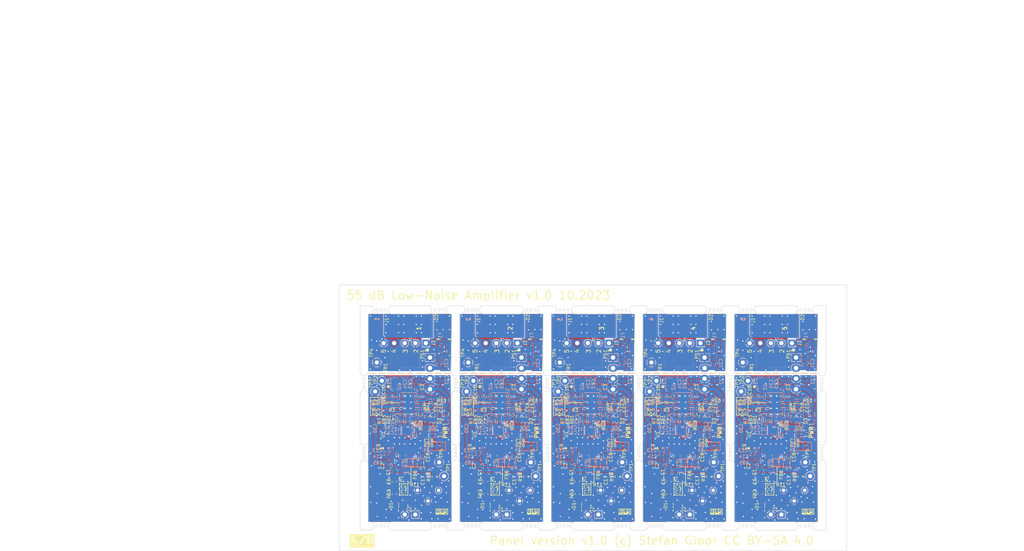
<source format=kicad_pcb>
(kicad_pcb (version 20221018) (generator pcbnew)
  (title_block (title "Low-Noise Amplifier Current Probe") (date "2023-10-07"))
  (layers (0 "F.Cu" signal) (31 "B.Cu" signal) (34 "B.Paste" user) (35 "F.Paste" user) (36 "B.SilkS" user "B.Silkscreen") (37 "F.SilkS" user "F.Silkscreen") (38 "B.Mask" user) (39 "F.Mask" user) (44 "Edge.Cuts" user))
  (net 0 "")
  (net 1 "Net-(U1A-+)")
  (net 2 "Net-(C1-Pad2)")
  (net 3 "+5V")
  (net 4 "Net-(U1C-+)")
  (net 5 "Net-(C4-Pad2)")
  (net 6 "Net-(C5-Pad2)")
  (net 7 "Net-(C6-Pad2)")
  (net 8 "GND")
  (net 9 "Net-(C3-Pad1)")
  (net 10 "Net-(U1A--)")
  (net 11 "Net-(U1C--)")
  (net 12 "Net-(C10-Pad2)")
  (net 13 "Net-(U1D-VPOS)")
  (net 14 "Net-(U1B-V+)")
  (net 15 "Net-(U1D-RCLMP)")
  (net 16 "Net-(U1D-GAIN)")
  (net 17 "Net-(U1D-VCM)")
  (net 18 "Net-(D1-A1)")
  (net 19 "Net-(FB1-Pad2)")
  (net 20 "Net-(FB3-Pad1)")
  (net 21 "Net-(FB6-Pad2)")
  (net 22 "+VIN")
  (net 23 "Net-(JP1-C)")
  (net 24 "Net-(JP2-C)")
  (net 25 "Net-(U2-EN)")
  (net 26 "GNDPWR")
  (net 27 "+9V")
  (net 28 "Net-(U2-VOUT)")
  (net 29 "Net-(U2-BYP)")
  (net 30 "Net-(U2-VREG)")
  (net 31 "Net-(U2-REF)")
  (net 32 "Net-(J3-Pin_3)")
  (net 33 "Net-(C7-Pad2)")
  (net 34 "Net-(C8-Pad2)")
  (net 35 "Net-(D2-K)")
  (net 36 "Net-(C25-Pad2)")
  (net 37 "Net-(C25-Pad1)")
  (net 38 "Net-(D3-A)")
  (net 39 "Net-(J1-In)")
  (net 40 "Net-(J1-Ext)")
  (net 41 "Net-(C5-Pad1)")
  (net 42 "Net-(C8-Pad1)")
  (footprint "Resistor_SMD:R_0603_1608Metric" (layer "F.Cu") (at 162.4992 120.2506 90)
    (fp_text reference "R12")
    (fp_text value "RCLMP" hide)
  )
  (footprint "Connector_PinHeader_2.54mm:PinHeader_1x05_P2.54mm_Vertical" (layer "F.Cu") (at 119.8242 103.0006 -90)
    (fp_text reference "J3")
    (fp_text value "Conn_01x05_Pin" hide)
  )
  (footprint "Capacitor_SMD:C_0603_1608Metric" (layer "F.Cu") (at 180.984319 130.646415 180)
    (fp_text reference "C4")
    (fp_text value "100n" hide)
  )
  (footprint "Converter_DCDC:Converter_DCDC_Murata_MEE1SxxxxSC_THT" (layer "F.Cu") (at 120.8092 106.4706)
    (fp_text reference "PS1")
    (fp_text value "RO-3.309S" hide)
  )
  (footprint "current_probe:RQ_20_ADI-L" (layer "F.Cu") (at 180.4992 126.5006 90)
    (fp_text reference "U1")
    (fp_text value "AD8331ARQZ" hide)
  )
  (footprint "Inductor_SMD:L_0603_1608Metric" (layer "F.Cu") (at 180.004972 121.655696 90)
    (fp_text reference "FB3")
    (fp_text value "22" hide)
  )
  (footprint "Capacitor_SMD:C_0603_1608Metric" (layer "F.Cu") (at 109.7492 129.5006 180)
    (fp_text reference "C9")
    (fp_text value "100n" hide)
  )
  (footprint "Capacitor_SMD:C_0603_1608Metric" (layer "F.Cu") (at 209.4992 120.7506 -90)
    (fp_text reference "C15")
    (fp_text value "1n" hide)
  )
  (footprint "Inductor_SMD:L_0603_1608Metric" (layer "F.Cu") (at 178.238904 139.3106 90)
    (fp_text reference "FB2")
    (fp_text value "22" hide)
  )
  (footprint "Inductor_SMD:L_0603_1608Metric" (layer "F.Cu") (at 200.238904 139.3106 90)
    (fp_text reference "FB2")
    (fp_text value "22" hide)
  )
  (footprint "Capacitor_SMD:C_0603_1608Metric" (layer "F.Cu") (at 119.9992 120.7506 -90)
    (fp_text reference "C16")
    (fp_text value "100n" hide)
  )
  (footprint "Resistor_SMD:R_0603_1608Metric" (layer "F.Cu") (at 121.843904 135.125896 -90)
    (fp_text reference "R10")
    (fp_text value "12k" hide)
  )
  (footprint "Resistor_SMD:R_0603_1608Metric" (layer "F.Cu") (at 117.7492 118.0006)
    (fp_text reference "R8")
    (fp_text value "R" hide)
  )
  (footprint "Capacitor_SMD:C_0603_1608Metric" (layer "F.Cu") (at 134.988904 134.0606)
    (fp_text reference "C1")
    (fp_text value "CFB" hide)
  )
  (footprint "Capacitor_SMD:C_0603_1608Metric" (layer "F.Cu") (at 142.7492 123.7506 180)
    (fp_text reference "C19")
    (fp_text value "1n" hide)
  )
  (footprint "Resistor_SMD:R_0603_1608Metric" (layer "F.Cu") (at 117.7492 116.5006 180)
    (fp_text reference "R2")
    (fp_text value "R" hide)
  )
  (footprint "Capacitor_SMD:C_0603_1608Metric" (layer "F.Cu") (at 133.7492 115.0006)
    (fp_text reference "C10")
    (fp_text value "100p" hide)
  )
  (footprint "Connector_Coaxial:SMA_Amphenol_132289_EdgeMount" (layer "F.Cu") (at 115.9992 98.7506 90)
    (fp_text reference "J1")
    (fp_text value "SMA" hide)
  )
  (footprint "Capacitor_SMD:C_0603_1608Metric" (layer "F.Cu") (at 155.7492 115.0006)
    (fp_text reference "C10")
    (fp_text value "100p" hide)
  )
  (footprint "Capacitor_SMD:C_0603_1608Metric" (layer "F.Cu") (at 207.9992 120.7506 -90)
    (fp_text reference "C16")
    (fp_text value "100n" hide)
  )
  (footprint "Resistor_SMD:R_0603_1608Metric" (layer "F.Cu") (at 138.9992 120.2506 90)
    (fp_text reference "R4")
    (fp_text value "330" hide)
  )
  (footprint "Capacitor_SMD:C_0603_1608Metric" (layer "F.Cu") (at 141.0242 130.2756 -90)
    (fp_text reference "C18")
    (fp_text value "100n" hide)
  )
  (footprint "Diode_SMD:D_0603_1608Metric" (layer "F.Cu") (at 201.488904 142.0606 180)
    (fp_text reference "D1")
    (fp_text value "EZA-EG2N50AX" hide)
  )
  (footprint "Resistor_SMD:R_0603_1608Metric" (layer "F.Cu") (at 187.843904 135.125896 -90)
    (fp_text reference "R10")
    (fp_text value "12k" hide)
  )
  (footprint "Capacitor_SMD:C_0603_1608Metric" (layer "F.Cu") (at 120.7492 125.2506 180)
    (fp_text reference "C20")
    (fp_text value "100n" hide)
  )
  (footprint "TestPoint:TestPoint_Loop_D1.80mm_Drill1.0mm_Beaded" (layer "F.Cu") (at 153.238904 112.0606 90)
    (fp_text reference "TP2")
    (fp_text value "TestPoint" hide)
  )
  (footprint "Resistor_SMD:R_0603_1608Metric" (layer "F.Cu") (at 133.7492 116.5006 180)
    (fp_text reference "R9")
    (fp_text value "R" hide)
  )
  (footprint "Resistor_SMD:R_0603_1608Metric" (layer "F.Cu") (at 204.9992 120.2506 90)
    (fp_text reference "R4")
    (fp_text value "330" hide)
  )
  (footprint "Resistor_SMD:R_0603_1608Metric" (layer "F.Cu") (at 178.4992 121.2506 -90)
    (fp_text reference "R7")
    (fp_text value "330" hide)
  )
  (footprint "Potentiometer_THT:Potentiometer_Bourns_3296Y_Vertical" (layer "F.Cu") (at 188.8842 138.4256)
    (fp_text reference "R11")
    (fp_text value "3k" hide)
  )
  (footprint "Resistor_SMD:R_0603_1608Metric" (layer "F.Cu") (at 209.843904 135.125896 -90)
    (fp_text reference "R10")
    (fp_text value "12k" hide)
  )
  (footprint "Resistor_SMD:R_0603_1608Metric" (layer "F.Cu") (at 199.7492 116.5006 180)
    (fp_text reference "R9")
    (fp_text value "R" hide)
  )
  (footprint "Inductor_SMD:L_0603_1608Metric" (layer "F.Cu") (at 134.238904 139.3106 90)
    (fp_text reference "FB2")
    (fp_text value "22" hide)
  )
  (footprint "Capacitor_SMD:C_0603_1608Metric" (layer "F.Cu") (at 207.0242 130.2756 -90)
    (fp_text reference "C18")
    (fp_text value "100n" hide)
  )
  (footprint "Capacitor_SMD:C_0603_1608Metric" (layer "F.Cu") (at 131.7492 129.5006 180)
    (fp_text reference "C9")
    (fp_text value "100n" hide)
  )
  (footprint "TestPoint:TestPoint_Loop_D1.80mm_Drill1.0mm_Beaded" (layer "F.Cu") (at 167.0242 131.6756 90)
    (fp_text reference "TP5")
    (fp_text value "TestPoint" hide)
  )
  (footprint "TestPoint:TestPoint_Keystone_5000-5004_Miniature" (layer "F.Cu") (at 124.1942 135.0156 90)
    (fp_text reference "TP1")
    (fp_text value "TestPoint" hide)
  )
  (footprint "Capacitor_SMD:C_0603_1608Metric" (layer "F.Cu") (at 119.0242 130.2756 -90)
    (fp_text reference "C18")
    (fp_text value "100n" hide)
  )
  (footprint "Capacitor_SMD:C_0603_1608Metric" (layer "F.Cu") (at 133.44953 132.553966 180)
    (fp_text reference "C2")
    (fp_text value "CSH" hide)
  )
  (footprint "current_probe:RQ_20_ADI-L" (layer "F.Cu") (at 158.4992 126.5006 90)
    (fp_text reference "U1")
    (fp_text value "AD8331ARQZ" hide)
  )
  (footprint "Resistor_SMD:R_0603_1608Metric" (layer "F.Cu") (at 139.7492 118.0006)
    (fp_text reference "R8")
    (fp_text value "R" hide)
  )
  (footprint "Capacitor_SMD:C_0603_1608Metric" (layer "F.Cu") (at 156.988904 134.0606)
    (fp_text reference "C1")
    (fp_text value "CFB" hide)
  )
  (footprint "Resistor_SMD:R_0603_1608Metric" (layer "F.Cu") (at 161.7492 116.5006 180)
    (fp_text reference "R2")
    (fp_text value "R" hide)
  )
  (footprint "TestPoint:TestPoint_Loop_D1.80mm_Drill1.0mm_Beaded" (layer "F.Cu") (at 195.613904 114.6356 90)
    (fp_text reference "TP3")
    (fp_text value "TestPoint" hide)
  )
  (footprint "Capacitor_SMD:C_0603_1608Metric" (layer "F.Cu") (at 158.98022 132.142322 180)
    (fp_text reference "C7")
    (fp_text value "100n" hide)
  )
  (footprint "Capacitor_SMD:C_0603_1608Metric" (layer "F.Cu") (at 202.98022 132.142322 180)
    (fp_text reference "C7")
    (fp_text value "100n" hide)
  )
  (footprint "Resistor_SMD:R_0603_1608Metric" (layer "F.Cu") (at 177.7492 116.5006 180)
    (fp_text reference "R9")
    (fp_text value "R" hide)
  )
  (footprint "TestPoint:TestPoint_Loop_D1.80mm_Drill1.0mm_Beaded" (layer "F.Cu") (at 131.238904 112.0606 90)
    (fp_text reference "TP2")
    (fp_text value "TestPoint" hide)
  )
  (footprint "TestPoint:TestPoint_Keystone_5000-5004_Miniature" (layer "F.Cu") (at 174.0242 107.6656 180)
    (fp_text reference "TP4")
    (fp_text value "TestPoint" hide)
  )
  (footprint "TestPoint:TestPoint_Loop_D1.80mm_Drill1.0mm_Beaded" (layer "F.Cu") (at 211.0242 131.6756 90)
    (fp_text reference "TP5")
    (fp_text value "TestPoint" hide)
  )
  (footprint "Capacitor_SMD:C_0603_1608Metric" (layer "F.Cu") (at 185.9992 120.7506 -90)
    (fp_text reference "C16")
    (fp_text value "100n" hide)
  )
  (footprint "Inductor_SMD:L_0603_1608Metric" (layer "F.Cu") (at 112.238904 139.3106 90)
    (fp_text reference "FB2")
    (fp_text value "22" hide)
  )
  (footprint "Diode_SMD:D_SMA" (layer "F.Cu") (at 124.1042 99.7706 90)
    (fp_text reference "D2")
    (fp_text value "D_Schottky" hide)
  )
  (footprint "Converter_DCDC:Converter_DCDC_Murata_MEE1SxxxxSC_THT" (layer "F.Cu") (at 186.8092 106.4706)
    (fp_text reference "PS1")
    (fp_text value "RO-3.309S" hide)
  )
  (footprint "Diode_SMD:D_0603_1608Metric" (layer "F.Cu") (at 135.488904 142.0606 180)
    (fp_text reference "D1")
    (fp_text value "EZA-EG2N50AX" hide)
  )
  (footprint "Capacitor_SMD:C_0603_1608Metric" (layer "F.Cu") (at 113.979381 118.690145 -90)
    (fp_text reference "C8")
    (fp_text value "100n" hide)
  )
  (footprint "Resistor_SMD:R_0603_1608Metric" (layer "F.Cu") (at 136.012051 115.713801 90)
    (fp_text reference "R6")
    (fp_text value "237" hide)
  )
  (footprint "Capacitor_SMD:C_0603_1608Metric" (layer "F.Cu") (at 155.44953 132.553966 180)
    (fp_text reference "C2")
    (fp_text value "CSH" hide)
  )
  (footprint "TestPoint:TestPoint_Loop_D1.80mm_Drill1.0mm_Beaded" (layer "F.Cu") (at 175.238904 112.0606 90)
    (fp_text reference "TP2")
    (fp_text value "TestPoint" hide)
  )
  (footprint "Resistor_SMD:R_0603_1608Metric" (layer "F.Cu") (at 186.9042 116.9956)
    (fp_text reference "R13")
    (fp_text value "330" hide)
  )
  (footprint "Capacitor_SMD:C_0603_1608Metric" (layer "F.Cu") (at 153.7492 129.5006 180)
    (fp_text reference "C9")
    (fp_text value "100n" hide)
  )
  (footprint "Resistor_SMD:R_0603_1608Metric" (layer "F.Cu") (at 155.7492 116.5006 180)
    (fp_text reference "R9")
    (fp_text value "R" hide)
  )
  (footprint "Capacitor_SMD:C_0603_1608Metric" (layer "F.Cu") (at 136.984319 130.646415 180)
    (fp_text reference "C4")
    (fp_text value "100n" hide)
  )
  (footprint "Resistor_SMD:R_0603_1608Metric" (layer "F.Cu") (at 158.012051 115.713801 90)
    (fp_text reference "R6")
    (fp_text value "237" hide)
  )
  (footprint "Resistor_SMD:R_0603_1608Metric" (layer "F.Cu") (at 165.843904 135.125896 -90)
    (fp_text reference "R10")
    (fp_text value "12k" hide)
  )
  (footprint "Capacitor_SMD:C_0603_1608Metric" (layer "F.Cu") (at 139.7492 115.0006)
    (fp_text reference "C3")
    (fp_text value "100p" hide)
  )
  (footprint "Converter_DCDC:Converter_DCDC_Murata_MEE1SxxxxSC_THT" (layer "F.Cu") (at 142.8092 106.4706)
    (fp_text reference "PS1")
    (fp_text value "RO-3.309S" hide)
  )
  (footprint "Capacitor_SMD:C_0603_1608Metric" (layer "F.Cu") (at 115.462123 118.692475 -90)
    (fp_text reference "C5")
    (fp_text value "100n" hide)
  )
  (footprint "Capacitor_SMD:C_0603_1608Metric" (layer "F.Cu") (at 114.984319 130.646415 180)
    (fp_text reference "C4")
    (fp_text value "100n" hide)
  )
  (footprint "Capacitor_SMD:C_0603_1608Metric" (layer "F.Cu") (at 208.7492 125.2506 180)
    (fp_text reference "C20")
    (fp_text value "100n" hide)
  )
  (footprint "Resistor_SMD:R_0603_1608Metric" (layer "F.Cu") (at 115.261341 134.418501 90)
    (fp_text reference "R1")
    (fp_text value "RFB" hide)
  )
  (footprint "Capacitor_SMD:C_0603_1608Metric" (layer "F.Cu") (at 141.9992 120.7506 -90)
    (fp_text reference "C16")
    (fp_text value "100n" hide)
  )
  (footprint "Resistor_SMD:R_0603_1608Metric" (layer "F.Cu") (at 177.7492 118.0006)
    (fp_text reference "R3")
    (fp_text value "R" hide)
  )
  (footprint "Capacitor_SMD:C_0603_1608Metric" (layer "F.Cu") (at 184.9992 133.2506 90)
    (fp_text reference "C17")
    (fp_text value "1n" hide)
  )
  (footprint "Capacitor_SMD:C_0603_1608Metric" (layer "F.Cu") (at 178.238904 136.3106 -90)
    (fp_text reference "C6")
    (fp_text value "100n" hide)
  )
  (footprint "current_probe:RQ_20_ADI-L" (layer "F.Cu") (at 136.4992 126.5006 90)
    (fp_text reference "U1")
    (fp_text value "AD8331ARQZ" hide)
  )
  (footprint "Connector_PinHeader_2.54mm:PinHeader_1x05_P2.54mm_Vertical" (layer "F.Cu") (at 185.8242 103.0006 -90)
    (fp_text reference "J3")
    (fp_text value "Conn_01x05_Pin" hide)
  )
  (footprint "Capacitor_SMD:C_0603_1608Metric" (layer "F.Cu") (at 121.4992 120.7506 -90)
    (fp_text reference "C15")
    (fp_text value "1n" hide)
  )
  (footprint "TestPoint:TestPoint_Loop_D1.80mm_Drill1.0mm_Beaded" (layer "F.Cu") (at 109.238904 112.0606 90)
    (fp_text reference "TP2")
    (fp_text value "TestPoint" hide)
  )
  (footprint "Inductor_SMD:L_0603_1608Metric" (layer "F.Cu") (at 156.238904 139.3106 90)
    (fp_text reference "FB2")
    (fp_text value "22" hide)
  )
  (footprint "Connector_PinHeader_2.54mm:PinHeader_1x02_P2.54mm_Horizontal" (layer "F.Cu") (at 205.2742 144.2506 -90)
    (fp_text reference "J2")
    (fp_text value "Conn_01x02_Pin" hide)
  )
  (footprint "Capacitor_SMD:C_0603_1608Metric" (layer "F.Cu") (at 180.98022 132.142322 180)
    (fp_text reference "C7")
    (fp_text value "100n" hide)
  )
  (footprint "Resistor_SMD:R_0603_1608Metric" (layer "F.Cu") (at 184.4992 120.2506 90)
    (fp_text reference "R12")
    (fp_text value "RCLMP" hide)
  )
  (footprint "Resistor_SMD:R_0603_1608Metric" (layer "F.Cu") (at 205.7492 116.5006 180)
    (fp_text reference "R2")
    (fp_text value "R" hide)
  )
  (footprint "TestPoint:TestPoint_Keystone_5000-5004_Miniature" (layer "F.Cu") (at 146.1942 135.0156 90)
    (fp_text reference "TP1")
    (fp_text value "TestPoint" hide)
  )
  (footprint "current_probe:RQ_20_ADI-L" (layer "F.Cu") (at 114.4992 126.5006 90)
    (fp_text reference "U1")
    (fp_text value "AD8331ARQZ" hide)
  )
  (footprint "Resistor_SMD:R_0603_1608Metric" (layer "F.Cu") (at 206.4992 120.2506 90)
    (fp_text reference "R12")
    (fp_text value "RCLMP" hide)
  )
  (footprint "Capacitor_SMD:C_0603_1608Metric" (layer "F.Cu") (at 120.7492 123.7506 180)
    (fp_text reference "C19")
    (fp_text value "1n" hide)
  )
  (footprint "Diode_SMD:D_0603_1608Metric" (layer "F.Cu") (at 113.488904 142.0606 180)
    (fp_text reference "D1")
    (fp_text value "EZA-EG2N50AX" hide)
  )
  (footprint "Capacitor_SMD:C_0603_1608Metric" (layer "F.Cu") (at 143.4992 120.7506 -90)
    (fp_text reference "C15")
    (fp_text value "1n" hide)
  )
  (footprint "Resistor_SMD:R_0603_1608Metric" (layer "F.Cu") (at 203.261341 134.418501 90)
    (fp_text reference "R1")
    (fp_text value "RFB" hide)
  )
  (footprint "Resistor_SMD:R_0603_1608Metric" (layer "F.Cu") (at 143.843904 135.125896 -90)
    (fp_text reference "R10")
    (fp_text value "12k" hide)
  )
  (footprint "Connector_PinHeader_2.54mm:PinHeader_1x02_P2.54mm_Horizontal" (layer "F.Cu") (at 183.2742 144.2506 -90)
    (fp_text reference "J2")
    (fp_text value "Conn_01x02_Pin" hide)
  )
  (footprint "Potentiometer_THT:Potentiometer_Bourns_3296Y_Vertical" (layer "F.Cu") (at 122.8842 138.4256)
    (fp_text reference "R11")
    (fp_text value "3k" hide)
  )
  (footprint "Diode_SMD:D_0603_1608Metric" (layer "F.Cu") (at 179.488904 142.0606 180)
    (fp_text reference "D1")
    (fp_text value "EZA-EG2N50AX" hide)
  )
  (footprint "Inductor_SMD:L_0603_1608Metric" (layer "F.Cu") (at 136.004972 121.655696 90)
    (fp_text reference "FB3")
    (fp_text value "22" hide)
  )
  (footprint "Inductor_SMD:L_0603_1608Metric" (layer "F.Cu") (at 203.497395 121.658756 -90)
    (fp_text reference "FB1")
    (fp_text value "22" hide)
  )
  (footprint "Resistor_SMD:R_0603_1608Metric" (layer "F.Cu") (at 111.7492 118.0006)
    (fp_text reference "R3")
    (fp_text value "R" hide)
  )
  (footprint "current_probe:RQ_20_ADI-L" (layer "F.Cu") (at 202.4992 126.5006 90)
    (fp_text reference "U1")
    (fp_text value "AD8331ARQZ" hide)
  )
  (footprint "Capacitor_SMD:C_0603_1608Metric" (layer "F.Cu") (at 136.98022 132.142322 180)
    (fp_text reference "C7")
    (fp_text value "100n" hide)
  )
  (footprint "Inductor_SMD:L_0603_1608Metric" (layer "F.Cu") (at 161.237556 132.070476 -90)
    (fp_text reference "FB6")
    (fp_text value "2k2" hide)
  )
  (footprint "Capacitor_SMD:C_0603_1608Metric" (layer "F.Cu") (at 197.7492 129.5006 180)
    (fp_text reference "C9")
    (fp_text value "100n" hide)
  )
  (footprint "Capacitor_SMD:C_0603_1608Metric" (layer "F.Cu") (at 165.4992 120.7506 -90)
    (fp_text reference "C15")
    (fp_text value "1n" hide)
  )
  (footprint "Resistor_SMD:R_0603_1608Metric" (layer "F.Cu") (at 160.9992 120.2506 90)
    (fp_text reference "R4")
    (fp_text value "330" hide)
  )
  (footprint "Diode_SMD:D_SMA" (layer "F.Cu") (at 190.1042 99.7706 90)
    (fp_text reference "D2")
    (fp_text value "D_Schottky" hide)
  )
  (footprint "Capacitor_SMD:C_0603_1608Metric" (layer "F.Cu") (at 178.988904 134.0606)
    (fp_text reference "C1")
    (fp_text value "CFB" hide)
  )
  (footprint "Resistor_SMD:R_0603_1608Metric" (layer "F.Cu") (at 205.7492 118.0006)
    (fp_text reference "R8")
    (fp_text value "R" hide)
  )
  (footprint "Connector_PinHeader_2.54mm:PinHeader_1x05_P2.54mm_Vertical" (layer "F.Cu") (at 163.8242 103.0006 -90)
    (fp_text reference "J3")
    (fp_text value "Conn_01x05_Pin" hide)
  )
  (footprint "Potentiometer_THT:Potentiometer_Bourns_3296Y_Vertical" (layer "F.Cu") (at 144.8842 138.4256)
    (fp_text reference "R11")
    (fp_text value "3k" hide)
  )
  (footprint "Capacitor_SMD:C_0603_1608Metric" (layer "F.Cu") (at 202.984319 130.646415 180)
    (fp_text reference "C4")
    (fp_text value "100n" hide)
  )
  (footprint "RF_Mini-Circuits:Mini-Circuits_CD637_H5.23mm" (layer "F.Cu") (at 136.8042 110.1656 90)
    (fp_text reference "TR1")
    (fp_text value "ADTT1-6" hide)
  )
  (footprint "Diode_SMD:D_SMA" (layer "F.Cu") (at 168.1042 99.7706 90)
    (fp_text reference "D2")
    (fp_text value "D_Schottky" hide)
  )
  (footprint "Capacitor_SMD:C_0603_1608Metric" (layer "F.Cu") (at 175.7492 129.5006 180)
    (fp_text reference "C9")
    (fp_text value "100n" hide)
  )
  (footprint "Inductor_SMD:L_0603_1608Metric" (layer "F.Cu") (at 205.237556 132.070476 -90)
    (fp_text reference "FB6")
    (fp_text value "2k2" hide)
  )
  (footprint "Resistor_SMD:R_0603_1608Metric" (layer "F.Cu") (at 164.9042 116.9956)
    (fp_text reference "R13")
    (fp_text value "330" hide)
  )
  (footprint "Capacitor_SMD:C_0603_1608Metric" (layer "F.Cu") (at 137.462123 118.692475 -90)
    (fp_text reference "C5")
    (fp_text value "100n" hide)
  )
  (footprint "Capacitor_SMD:C_0603_1608Metric" (layer "F.Cu") (at 186.7492 123.7506 180)
    (fp_text reference "C19")
    (fp_text value "1n" hide)
  )
  (footprint "Connector_Coaxial:SMA_Amphenol_132289_EdgeMount" (layer "F.Cu") (at 137.9992 98.7506 90)
    (fp_text reference "J1")
    (fp_text value "SMA" hide)
  )
  (footprint "TestPoint:TestPoint_Keystone_5000-5004_Miniature" (layer "F.Cu") (at 212.1942 135.0156 90)
    (fp_text reference "TP1")
    (fp_text value "TestPoint" hide)
  )
  (footprint "TestPoint:TestPoint_Loop_D1.80mm_Drill1.0mm_Beaded" (layer "F.Cu") (at 151.613904 114.6356 90)
    (fp_text reference "TP3")
    (fp_text value "TestPoint" hide)
  )
  (footprint "Inductor_SMD:L_0603_1608Metric" (layer "F.Cu") (at 158.004972 121.655696 90)
    (fp_text reference "FB3")
    (fp_text value "22" hide)
  )
  (footprint "Inductor_SMD:L_0603_1608Metric" (layer "F.Cu") (at 181.497395 121.658756 -90)
    (fp_text reference "FB1")
    (fp_text value "22" hide)
  )
  (footprint "Resistor_SMD:R_0603_1608Metric" (layer "F.Cu") (at 140.4992 120.2506 90)
    (fp_text reference "R12")
    (fp_text value "RCLMP" hide)
  )
  (footprint "Resistor_SMD:R_0603_1608Metric" (layer "F.Cu") (at 137.521496 115.727371 90)
    (fp_text reference "R5")
    (fp_text value "237" hide)
  )
  (footprint "Inductor_SMD:L_0603_1608Metric" (layer "F.Cu") (at 115.497395 121.658756 -90)
    (fp_text reference "FB1")
    (fp_text value "22" hide)
  )
  (footprint "LED_SMD:LED_0805_2012Metric" (layer "F.Cu") (at 168.4992 121.0006 90)
    (fp_text reference "D3")
    (fp_text value "GREEN" hide)
  )
  (footprint "Resistor_SMD:R_0603_1608Metric" (layer "F.Cu") (at 116.9992 120.2506 90)
    (fp_text reference "R4")
    (fp_text value "330" hide)
  )
  (footprint "Inductor_SMD:L_0603_1608Metric" (layer "F.Cu") (at 183.237556 132.070476 -90)
    (fp_text reference "FB6")
    (fp_text value "2k2" hide)
  )
  (footprint "Potentiometer_THT:Potentiometer_Bourns_3296Y_Vertical" (layer "F.Cu") (at 210.8842 138.4256)
    (fp_text reference "R11")
    (fp_text value "3k" hide)
  )
  (footprint "Capacitor_SMD:C_0603_1608Metric" (layer "F.Cu") (at 112.238904 136.3106 -90)
    (fp_text reference "C6")
    (fp_text value "100n" hide)
  )
  (footprint "Potentiometer_THT:Potentiometer_Bourns_3296Y_Vertical" (layer "F.Cu") (at 166.8842 138.4256)
    (fp_text reference "R11")
    (fp_text value "3k" hide)
  )
  (footprint "Capacitor_SMD:C_0603_1608Metric" (layer "F.Cu") (at 177.44953 132.553966 180)
    (fp_text reference "C2")
    (fp_text value "CSH" hide)
  )
  (footprint "Connector_PinHeader_2.54mm:PinHeader_1x02_P2.54mm_Horizontal" (layer "F.Cu") (at 139.2742 144.2506 -90)
    (fp_text reference "J2")
    (fp_text value "Conn_01x02_Pin" hide)
  )
  (footprint "Resistor_SMD:R_0603_1608Metric" (layer "F.Cu") (at 159.521496 115.727371 90)
    (fp_text reference "R5")
    (fp_text value "237" hide)
  )
  (footprint "Resistor_SMD:R_0603_1608Metric" (layer "F.Cu") (at 139.7492 116.5006 180)
    (fp_text reference "R2")
    (fp_text value "R" hide)
  )
  (footprint "Resistor_SMD:R_0603_1608Metric" (layer "F.Cu") (at 137.261341 134.418501 90)
    (fp_text reference "R1")
    (fp_text value "RFB" hide)
  )
  (footprint "TestPoint:TestPoint_Loop_D1.80mm_Drill1.0mm_Beaded" (layer "F.Cu") (at 197.238904 112.0606 90)
    (fp_text reference "TP2")
    (fp_text value "TestPoint" hide)
  )
  (footprint "Resistor_SMD:R_0603_1608Metric" (layer "F.Cu") (at 181.261341 134.418501 90)
    (fp_text reference "R1")
    (fp_text value "RFB" hide)
  )
  (footprint "Resistor_SMD:R_0603_1608Metric" (layer "F.Cu") (at 115.521496 115.727371 90)
    (fp_text reference "R5")
    (fp_text value "237" hide)
  )
  (footprint "Diode_SMD:D_SMA" (layer "F.Cu") (at 212.1042 99.7706 90)
    (fp_text reference "D2")
    (fp_text value "D_Schottky" hide)
  )
  (footprint "Connector_Coaxial:SMA_Amphenol_132289_EdgeMount" (layer "F.Cu") (at 159.9992 98.7506 90)
    (fp_text reference "J1")
    (fp_text value "SMA" hide)
  )
  (footprint "Inductor_SMD:L_0603_1608Metric" (layer "F.Cu") (at 159.497395 121.658756 -90)
    (fp_text reference "FB1")
    (fp_text value "22" hide)
  )
  (footprint "Capacitor_SMD:C_0603_1608Metric" (layer "F.Cu") (at 200.238904 136.3106 -90)
    (fp_text reference "C6")
    (fp_text value "100n" hide)
  )
  (footprint "Capacitor_SMD:C_0603_1608Metric" (layer "F.Cu") (at 159.462123 118.692475 -90)
    (fp_text reference "C5")
    (fp_text value "100n" hide)
  )
  (footprint "Capacitor_SMD:C_0603_1608Metric" (layer "F.Cu") (at 157.979381 118.690145 -90)
    (fp_text reference "C8")
    (fp_text value "100n" hide)
  )
  (footprint "Capacitor_SMD:C_0603_1608Metric" (layer "F.Cu") (at 134.238904 136.3106 -90)
    (fp_text reference "C6")
    (fp_text value "100n" hide)
  )
  (footprint "Resistor_SMD:R_0603_1608Metric" (layer "F.Cu") (at 142.9042 116.9956)
    (fp_text reference "R13")
    (fp_text value "330" hide)
  )
  (footprint "Inductor_SMD:L_0603_1608Metric" (layer "F.Cu") (at 139.237556 132.070476 -90)
    (fp_text reference "FB6")
    (fp_text value "2k2" hide)
  )
  (footprint "Capacitor_SMD:C_0603_1608Metric" (layer "F.Cu") (at 206.9992 133.2506 90)
    (fp_text reference "C17")
    (fp_text value "1n" hide)
  )
  (footprint "TestPoint:TestPoint_Keystone_5000-5004_Miniature" (layer "F.Cu") (at 108.0242 107.6656 180)
    (fp_text reference "TP4")
    (fp_text value "TestPoint" hide)
  )
  (footprint "Resistor_SMD:R_0603_1608Metric" (layer "F.Cu") (at 156.4992 121.2506 -90)
    (fp_text reference "R7")
    (fp_text value "330" hide)
  )
  (footprint "Capacitor_SMD:C_0603_1608Metric" (layer "F.Cu") (at 200.988904 134.0606)
    (fp_text reference "C1")
    (fp_text value "CFB" hide)
  )
  (footprint "Inductor_SMD:L_0603_1608Metric" (layer "F.Cu") (at 114.004972 121.655696 90)
    (fp_text reference "FB3")
    (fp_text value "22" hide)
  )
  (footprint "TestPoint:TestPoint_Keystone_5000-5004_Miniature" (layer "F.Cu") (at 130.0242 107.6656 180)
    (fp_text reference "TP4")
    (fp_text value "TestPoint" hide)
  )
  (footprint "Resistor_SMD:R_0603_1608Metric" (layer "F.Cu") (at 202.012051 115.713801 90)
    (fp_text reference "R6")
    (fp_text value "237" hide)
  )
  (footprint "Resistor_SMD:R_0603_1608Metric" (layer "F.Cu") (at 181.521496 115.727371 90)
    (fp_text reference "R5")
    (fp_text value "237" hide)
  )
  (footprint "TestPoint:TestPoint_Loop_D1.80mm_Drill1.0mm_Beaded" (layer "F.Cu") (at 145.0242 131.6756 90)
    (fp_text reference "TP5")
    (fp_text value "TestPoint" hide)
  )
  (footprint "Capacitor_SMD:C_0603_1608Metric" (layer "F.Cu") (at 111.7492 115.0006)
    (fp_text reference "C10")
    (fp_text value "100p" hide)
  )
  (footprint "Resistor_SMD:R_0603_1608Metric" (layer "F.Cu") (at 208.9042 116.9956)
    (fp_text reference "R13")
    (fp_text value "330" hide)
  )
  (footprint "LED_SMD:LED_0805_2012Metric" (layer "F.Cu") (at 190.4992 121.0006 90)
    (fp_text reference "D3")
    (fp_text value "GREEN" hide)
  )
  (footprint "Diode_SMD:D_0603_1608Metric" (layer "F.Cu") (at 157.488904 142.0606 180)
    (fp_text reference "D1")
    (fp_text value "EZA-EG2N50AX" hide)
  )
  (footprint "TestPoint:TestPoint_Keystone_5000-5004_Miniature" (layer "F.Cu") (at 152.0242 107.6656 180)
    (fp_text reference "TP4")
    (fp_text value "TestPoint" hide)
  )
  (footprint "Resistor_SMD:R_0603_1608Metric" (layer "F.Cu") (at 134.4992 121.2506 -90)
    (fp_text reference "R7")
    (fp_text value "330" hide)
  )
  (footprint "Capacitor_SMD:C_0603_1608Metric" (layer "F.Cu") (at 199.44953 132.553966 180)
    (fp_text reference "C2")
    (fp_text value "CSH" hide)
  )
  (footprint "Resistor_SMD:R_0603_1608Metric" (layer "F.Cu") (at 183.7492 116.5006 180)
    (fp_text reference "R2")
    (fp_text value "R" hide)
  )
  (footprint "Resistor_SMD:R_0603_1608Metric" (layer "F.Cu") (at 112.4992 121.2506 -90)
    (fp_text reference "R7")
    (fp_text value "330" hide)
  )
  (footprint "Resistor_SMD:R_0603_1608Metric" (layer "F.Cu") (at 118.4992 120.2506 90)
    (fp_text reference "R12")
    (fp_text value "RCLMP" hide)
  )
  (footprint "Connector_Coaxial:SMA_Amphenol_132289_EdgeMount" (layer "F.Cu") (at 181.9992 98.7506 90)
    (fp_text reference "J1")
    (fp_text value "SMA" hide)
  )
  (footprint "Capacitor_SMD:C_0603_1608Metric" (layer "F.Cu") (at 158.984319 130.646415 180)
    (fp_text reference "C4")
    (fp_text value "100n" hide)
  )
  (footprint "Capacitor_SMD:C_0603_1608Metric" (layer "F.Cu") (at 162.9992 133.2506 90)
    (fp_text reference "C17")
    (fp_text value "1n" hide)
  )
  (footprint "Diode_SMD:D_SMA" (layer "F.Cu") (at 146.1042 99.7706 90)
    (fp_text reference "D2")
    (fp_text value "D_Schottky" hide)
  )
  (footprint "Resistor_SMD:R_0603_1608Metric" (layer "F.Cu") (at 114.012051 115.713801 90)
    (fp_text reference "R6")
    (fp_text value "237" hide)
  )
  (footprint "TestPoint:TestPoint_Loop_D1.80mm_Drill1.0mm_Beaded" (layer "F.Cu") (at 173.613904 114.6356 90)
    (fp_text reference "TP3")
    (fp_text value "TestPoint" hide)
  )
  (footprint "TestPoint:TestPoint_Keystone_5000-5004_Miniature" (layer "F.Cu") (at 196.0242 107.6656 180)
    (fp_text reference "TP4")
    (fp_text value "TestPoint" hide)
  )
  (footprint "Capacitor_SMD:C_0603_1608Metric" (layer "F.Cu") (at 187.4992 120.7506 -90)
    (fp_text reference "C15")
    (fp_text value "1n" hide)
  )
  (footprint "Capacitor_SMD:C_0603_1608Metric" (layer "F.Cu") (at 161.7492 115.0006)
    (fp_text reference "C3")
    (fp_text value "100p" hide)
  )
  (footprint "Inductor_SMD:L_0603_1608Metric" (layer "F.Cu") (at 137.497395 121.658756 -90)
    (fp_text reference "FB1")
    (fp_text value "22" hide)
  )
  (footprint "TestPoint:TestPoint_Loop_D1.80mm_Drill1.0mm_Beaded" (layer "F.Cu") (at 123.0242 131.6756 90)
    (fp_text reference "TP5")
    (fp_text value "TestPoint" hide)
  )
  (footprint "Converter_DCDC:Converter_DCDC_Murata_MEE1SxxxxSC_THT" (layer "F.Cu") (at 164.8092 106.4706)
    (fp_text reference "PS1")
    (fp_text value "RO-3.309S" hide)
  )
  (footprint "Capacitor_SMD:C_0603_1608Metric" (layer "F.Cu") (at 156.238904 136.3106 -90)
    (fp_text reference "C6")
    (fp_text value "100n" hide)
  )
  (footprint "Resistor_SMD:R_0603_1608Metric" (layer "F.Cu") (at 180.012051 115.713801 90)
    (fp_text reference "R6")
    (fp_text value "237" hide)
  )
  (footprint "RF_Mini-Circuits:Mini-Circuits_CD637_H5.23mm" (layer "F.Cu") (at 158.8042 110.1656 90)
    (fp_text reference "TR1")
    (fp_text value "ADTT1-6" hide)
  )
  (footprint "Capacitor_SMD:C_0603_1608Metric" (layer "F.Cu") (at 208.7492 123.7506 180)
    (fp_text reference "C19")
    (fp_text value "1n" hide)
  )
  (footprint "Resistor_SMD:R_0603_1608Metric" (layer "F.Cu") (at 203.521496 115.727371 90)
    (fp_text reference "R5")
    (fp_text value "237" hide)
  )
  (footprint "LED_SMD:LED_0805_2012Metric" (layer "F.Cu") (at 124.4992 121.0006 90)
    (fp_text reference "D3")
    (fp_text value "GREEN" hide)
  )
  (footprint "LED_SMD:LED_0805_2012Metric" (layer "F.Cu") (at 212.4992 121.0006 90)
    (fp_text reference "D3")
    (fp_text value "GREEN" hide)
  )
  (footprint "Capacitor_SMD:C_0603_1608Metric" (layer "F.Cu") (at 164.7492 123.7506 180)
    (fp_text reference "C19")
    (fp_text value "1n" hide)
  )
  (footprint "Capacitor_SMD:C_0603_1608Metric" (layer "F.Cu") (at 183.7492 115.0006)
    (fp_text reference "C3")
    (fp_text value "100p" hide)
  )
  (footprint "Capacitor_SMD:C_0603_1608Metric" (layer "F.Cu") (at 164.7492 125.2506 180)
    (fp_text reference "C20")
    (fp_text value "100n" hide)
  )
  (footprint "RF_Mini-Circuits:Mini-Circuits_CD637_H5.23mm" (layer "F.Cu") (at 180.8042 110.1656 90)
    (fp_text reference "TR1")
    (fp_text value "ADTT1-6" hide)
  )
  (footprint "Capacitor_SMD:C_0603_1608Metric" (layer "F.Cu") (at 181.462123 118.692475 -90)
    (fp_text reference "C5")
    (fp_text value "100n" hide)
  )
  (footprint "Converter_DCDC:Converter_DCDC_Murata_MEE1SxxxxSC_THT" (layer "F.Cu") (at 208.8092 106.4706)
    (fp_text reference "PS1")
    (fp_text value "RO-3.309S" hide)
  )
  (footprint "Inductor_SMD:L_0603_1608Metric" (layer "F.Cu") (at 202.004972 121.655696 90)
    (fp_text reference "FB3")
    (fp_text value "22" hide)
  )
  (footprint "Capacitor_SMD:C_0603_1608Metric" (layer "F.Cu") (at 117.7492 115.0006)
    (fp_text reference "C3")
    (fp_text value "100p" hide)
  )
  (footprint "Resistor_SMD:R_0603_1608Metric" (layer "F.Cu") (at 199.7492 118.0006)
    (fp_text reference "R3")
    (fp_text value "R" hide)
  )
  (footprint "Resistor_SMD:R_0603_1608Metric" (layer "F.Cu") (at 200.4992 121.2506 -90)
    (fp_text reference "R7")
    (fp_text value "330" hide)
  )
  (footprint "RF_Mini-Circuits:Mini-Circuits_CD637_H5.23mm" (layer "F.Cu") (at 202.8042 110.1656 90)
    (fp_text reference "TR1")
    (fp_text value "ADTT1-6" hide)
  )
  (footprint "Capacitor_SMD:C_0603_1608Metric" (layer "F.Cu") (at 179.979381 118.690145 -90)
    (fp_text reference "C8")
    (fp_text value "100n" hide)
  )
  (footprint "Capacitor_SMD:C_0603_1608Metric" (layer "F.Cu") (at 114.98022 132.142322 180)
    (fp_text reference "C7")
    (fp_text value "100n" hide)
  )
  (footprint "Capacitor_SMD:C_0603_1608Metric" (layer "F.Cu") (at 135.979381 118.690145 -90)
    (fp_text reference "C8")
    (fp_text value "100n" hide)
  )
  (footprint "RF_Mini-Circuits:Mini-Circuits_CD637_H5.23mm" (layer "F.Cu") (at 114.8042 110.1656 90)
    (fp_text reference "TR1")
    (fp_text value "ADTT1-6" hide)
  )
  (footprint "Resistor_SMD:R_0603_1608Metric" (layer "F.Cu") (at 161.7492 118.0006)
    (fp_text reference "R8")
    (fp_text value "R" hide)
  )
  (footprint "Capacitor_SMD:C_0603_1608Metric" (layer "F.Cu") (at 163.9992 120.7506 -90)
    (fp_text reference "C16")
    (fp_text value "100n" hide)
  )
  (footprint "Connector_PinHeader_2.54mm:PinHeader_1x05_P2.54mm_Vertical" (layer "F.Cu") (at 141.8242 103.0006 -90)
    (fp_text reference "J3")
    (fp_text value "Conn_01x05_Pin" hide)
  )
  (footprint "Connector_PinHeader_2.54mm:PinHeader_1x05_P2.54mm_Vertical" (layer "F.Cu") (at 207.8242 103.0006 -90)
    (fp_text reference "J3")
    (fp_text value "Conn_01x05_Pin" hide)
  )
  (footprint "Capacitor_SMD:C_0603_1608Metric" (layer "F.Cu") (at 186.7492 125.2506 180)
    (fp_text reference "C20")
    (fp_text value "100n" hide)
  )
  (footprint "Resistor_SMD:R_0603_1608Metric" (layer "F.Cu") (at 133.7492 118.0006)
    (fp_text reference "R3")
    (fp_text value "R" hide)
  )
  (footprint "Capacitor_SMD:C_0603_1608Metric" (layer "F.Cu") (at 185.0242 130.2756 -90)
    (fp_text reference "C18")
    (fp_text value "100n" hide)
  )
  (footprint "Capacitor_SMD:C_0603_1608Metric" (layer "F.Cu") (at 203.462123 118.692475 -90)
    (fp_text reference "C5")
    (fp_text value "100n" hide)
  )
  (footprint "Capacitor_SMD:C_0603_1608Metric" (layer "F.Cu") (at 118.9992 133.2506 90)
    (fp_text reference "C17")
    (fp_text value "1n" hide)
  )
  (footprint "Capacitor_SMD:C_0603_1608Metric" (layer "F.Cu") (at 177.7492 115.0006)
    (fp_text reference "C10")
    (fp_text value "100p" hide)
  )
  (footprint "TestPoint:TestPoint_Loop_D1.80mm_Drill1.0mm_Beaded" (layer "F.Cu") (at 129.613904 114.6356 90)
    (fp_text reference "TP3")
    (fp_text value "TestPoint" hide)
  )
  (footprint "Connector_Coaxial:SMA_Amphenol_132289_EdgeMount" (layer "F.Cu") (at 203.9992 98.7506 90)
    (fp_text reference "J1")
    (fp_text value "SMA" hide)
  )
  (footprint "Connector_PinHeader_2.54mm:PinHeader_1x02_P2.54mm_Horizontal" (layer "F.Cu") (at 161.2742 144.2506 -90)
    (fp_text reference "J2")
    (fp_text value "Conn_01x02_Pin" hide)
  )
  (footprint "Resistor_SMD:R_0603_1608Metric" (layer "F.Cu") (at 111.7492 116.5006 180)
    (fp_text reference "R9")
    (fp_text value "R" hide)
  )
  (footprint "TestPoint:TestPoint_Loop_D1.80mm_Drill1.0mm_Beaded" (layer "F.Cu") (at 189.0242 131.6756 90)
    (fp_text reference "TP5")
    (fp_text value "TestPoint" hide)
  )
  (footprint "Capacitor_SMD:C_0603_1608Metric" (layer "F.Cu") (at 205.7492 115.0006)
    (fp_text reference "C3")
    (fp_text value "100p" hide)
  )
  (footprint "TestPoint:TestPoint_Keystone_5000-5004_Miniature" (layer "F.Cu") (at 190.1942 135.0156 90)
    (fp_text reference "TP1")
    (fp_text value "TestPoint" hide)
  )
  (footprint "Resistor_SMD:R_0603_1608Metric" (layer "F.Cu") (at 183.7492 118.0006)
    (fp_text reference "R8")
    (fp_text value "R" hide)
  )
  (footprint "Capacitor_SMD:C_0603_1608Metric" (layer "F.Cu") (at 142.7492 125.2506 180)
    (fp_text reference "C20")
    (fp_text value "100n" hide)
  )
  (footprint "Capacitor_SMD:C_0603_1608Metric" (layer "F.Cu") (at 199.7492 115.0006)
    (fp_text reference "C10")
    (fp_text value "100p" hide)
  )
  (footprint "Connector_PinHeader_2.54mm:PinHeader_1x02_P2.54mm_Horizontal" (layer "F.Cu") (at 117.2742 144.2506 -90)
    (fp_text reference "J2")
    (fp_text value "Conn_01x02_Pin" hide)
  )
  (footprint "TestPoint:TestPoint_Keystone_5000-5004_Miniature" (layer "F.Cu") (at 168.1942 135.0156 90)
    (fp_text reference "TP1")
    (fp_text value "TestPoint" hide)
  )
  (footprint "Capacitor_SMD:C_0603_1608Metric" (layer "F.Cu") (at 112.988904 134.0606)
    (fp_text reference "C1")
    (fp_text value "CFB" hide)
  )
  (footprint "Capacitor_SMD:C_0603_1608Metric" (layer "F.Cu") (at 163.0242 130.2756 -90)
    (fp_text reference "C18")
    (fp_text value "100n" hide)
  )
  (footprint "Capacitor_SMD:C_0603_1608Metric" (layer "F.Cu") (at 111.44953 132.553966 180)
    (fp_text reference "C2")
    (fp_text value "CSH" hide)
  )
  (footprint "Resistor_SMD:R_0603_1608Metric" (layer "F.Cu") (at 120.9042 116.9956)
    (fp_text reference "R13")
    (fp_text value "330" hide)
  )
  (footprint "Resistor_SMD:R_0603_1608Metric" (layer "F.Cu") (at 182.9992 120.2506 90)
    (fp_text reference "R4")
    (fp_text value "330" hide)
  )
  (footprint "Resistor_SMD:R_0603_1608Metric" (layer "F.Cu") (at 159.261341 134.418501 90)
    (fp_text reference "R1")
    (fp_text value "RFB" hide)
  )
  (footprint "Inductor_SMD:L_0603_1608Metric" (layer "F.Cu") (at 117.237556 132.070476 -90)
    (fp_text reference "FB6")
    (fp_text value "2k2" hide)
  )
  (footprint "Capacitor_SMD:C_0603_1608Metric" (layer "F.Cu") (at 140.9992 133.2506 90)
    (fp_text reference "C17")
    (fp_text value "1n" hide)
  )
  (footprint "Capacitor_SMD:C_0603_1608Metric" (layer "F.Cu") (at 201.979381 118.690145 -90)
    (fp_text reference "C8")
    (fp_text value "100n" hide)
  )
  (footprint "LED_SMD:LED_0805_2012Metric" (layer "F.Cu") (at 146.4992 121.0006 90)
    (fp_text reference "D3")
    (fp_text value "GREEN" hide)
  )
  (footprint "Resistor_SMD:R_0603_1608Metric" (layer "F.Cu") (at 155.7492 118.0006)
    (fp_text reference "R3")
    (fp_text value "R" hide)
  )
  (footprint "TestPoint:TestPoint_Loop_D1.80mm_Drill1.0mm_Beaded" (layer "F.Cu") (at 107.613904 114.6356 90)
    (fp_text reference "TP3")
    (fp_text value "TestPoint" hide)
  )
  (footprint "Fuse:Fuse_0805_2012Metric" (layer "B.Cu") (at 167.1642 102.8756)
    (fp_text reference "F1")
    (fp_text value "300 mA" hide)
  )
  (footprint "Package_SO:SOIC-8-1EP_3.9x4.9mm_P1.27mm_EP2.29x3mm" (layer "B.Cu") (at 181.7242 117.4756)
    (fp_text reference "U2")
    (fp_text value "ADM7150ARDZ-5.0" hide)
  )
  (footprint "Capacitor_SMD:C_0603_1608Metric" (layer "B.Cu") (at 168.7742 120.252148 90)
    (fp_text reference "C25")
    (fp_text value "330n" hide)
  )
  (footprint "Capacitor_SMD:C_0805_2012Metric" (layer "B.Cu") (at 206.270748 121.2056)
    (fp_text reference "C27")
    (fp_text value "10u" hide)
  )
  (footprint "Capacitor_SMD:C_0603_1608Metric" (layer "B.Cu") (at 179.7492 123.0006)
    (fp_text reference "C11")
    (fp_text value "1n" hide)
  )
  (footprint "Capacitor_SMD:C_0603_1608Metric" (layer "B.Cu") (at 176.9992 128.7506)
    (fp_text reference "C13")
    (fp_text value "1n")
  )
  (footprint "Inductor_SMD:L_0603_1608Metric" (layer "B.Cu") (at 129.040594 120.509665 90)
    (fp_text reference "FB7")
    (fp_text value "2k2" hide)
  )
  (footprint "Capacitor_SMD:C_0603_1608Metric" (layer "B.Cu") (at 174.7442 118.999052 90)
    (fp_text reference "C29")
    (fp_text value "1n" hide)
  )
  (footprint "Capacitor_SMD:C_0805_2012Metric" (layer "B.Cu") (at 177.0042 115.522148 -90)
    (fp_text reference "C31")
    (fp_text value "1u")
  )
  (footprint "Capacitor_SMD:C_0805_2012Metric" (layer "B.Cu") (at 211.2842 113.050482 -90)
    (fp_text reference "C22")
    (fp_text value "1u" hide)
  )
  (footprint "Package_SO:SOIC-8-1EP_3.9x4.9mm_P1.27mm_EP2.29x3mm" (layer "B.Cu") (at 137.7242 117.4756)
    (fp_text reference "U2")
    (fp_text value "ADM7150ARDZ-5.0" hide)
  )
  (footprint "Capacitor_SMD:C_0603_1608Metric" (layer "B.Cu") (at 189.2142 120.499052 90)
    (fp_text reference "C26")
    (fp_text value "47n")
  )
  (footprint "Capacitor_SMD:C_0805_2012Metric" (layer "B.Cu") (at 111.0042 115.522148 -90)
    (fp_text reference "C31")
    (fp_text value "1u")
  )
  (footprint "Inductor_SMD:L_0603_1608Metric" (layer "B.Cu") (at 107.040594 120.509665 90)
    (fp_text reference "FB7")
    (fp_text value "2k2" hide)
  )
  (footprint "Capacitor_SMD:C_0603_1608Metric" (layer "B.Cu") (at 135.7492 123.0006)
    (fp_text reference "C11")
    (fp_text value "1n" hide)
  )
  (footprint "Capacitor_SMD:C_0805_2012Metric" (layer "B.Cu") (at 110.4742 119.229052 90)
    (fp_text reference "C28")
    (fp_text value "10u" hide)
  )
  (footprint "Inductor_SMD:L_0603_1608Metric" (layer "B.Cu") (at 132.9992 131.7506 180)
    (fp_text reference "FB5")
    (fp_text value "2k2" hide)
  )
  (footprint "Capacitor_SMD:C_0805_2012Metric" (layer "B.Cu") (at 167.2842 113.050482 -90)
    (fp_text reference "C22")
    (fp_text value "1u" hide)
  )
  (footprint "Inductor_SMD:L_0603_1608Metric" (layer "B.Cu") (at 160.743904 124.0356)
    (fp_text reference "FB4")
    (fp_text value "2k2")
  )
  (footprint "Capacitor_SMD:C_0603_1608Metric" (layer "B.Cu") (at 110.9992 130.2506)
    (fp_text reference "C14")
    (fp_text value "100n")
  )
  (footprint "Capacitor_SMD:C_0603_1608Metric" (layer "B.Cu") (at 108.7442 118.999052 90)
    (fp_text reference "C29")
    (fp_text value "1n" hide)
  )
  (footprint "Capacitor_SMD:C_0603_1608Metric" (layer "B.Cu") (at 146.7742 120.252148 90)
    (fp_text reference "C25")
    (fp_text value "330n" hide)
  )
  (footprint "Inductor_SMD:L_0805_2012Metric" (layer "B.Cu") (at 212.7492 116.7506 -90)
    (fp_text reference "L1")
    (fp_text value "100u" hide)
  )
  (footprint "Capacitor_SMD:C_0805_2012Metric" (layer "B.Cu") (at 145.1742 107.8856 -90)
    (fp_text reference "C21")
    (fp_text value "10u" hide)
  )
  (footprint "Jumper:SolderJumper-3_P1.3mm_Bridged12_Pad1.0x1.5mm" (layer "B.Cu") (at 205.2642 131.7756 180)
    (fp_text reference "JP1")
    (fp_text value "SolderJumper_3_Bridged12" hide)
  )
  (footprint "Capacitor_SMD:C_0603_1608Metric" (layer "B.Cu") (at 117.5042 112.830482 -90)
    (fp_text reference "C24")
    (fp_text value "1n")
  )
  (footprint "Inductor_SMD:L_0805_2012Metric" (layer "B.Cu") (at 146.7492 123.7506 90)
    (fp_text reference "L3")
    (fp_text value "6u8" hide)
  )
  (footprint "Inductor_SMD:L_0805_2012Metric" (layer "B.Cu") (at 187.967652 118.1256 180)
    (fp_text reference "L2")
    (fp_text value "100u" hide)
  )
  (footprint "Capacitor_SMD:C_0805_2012Metric" (layer "B.Cu") (at 123.1742 107.8856 -90)
    (fp_text reference "C21")
    (fp_text value "10u" hide)
  )
  (footprint "Capacitor_SMD:C_0603_1608Metric" (layer "B.Cu") (at 157.7492 124.5006)
    (fp_text reference "C12")
    (fp_text value "100n" hide)
  )
  (footprint "Inductor_SMD:L_0805_2012Metric" (layer "B.Cu") (at 165.967652 118.1256 180)
    (fp_text reference "L2")
    (fp_text value "100u" hide)
  )
  (footprint "Inductor_SMD:L_0603_1608Metric" (layer "B.Cu") (at 151.040594 120.509665 90)
    (fp_text reference "FB7")
    (fp_text value "2k2" hide)
  )
  (footprint "Capacitor_SMD:C_0603_1608Metric" (layer "B.Cu") (at 132.9992 128.7506)
    (fp_text reference "C13")
    (fp_text value "1n")
  )
  (footprint "Inductor_SMD:L_0603_1608Metric" (layer "B.Cu") (at 110.9992 131.7506 180)
    (fp_text reference "FB5")
    (fp_text value "2k2" hide)
  )
  (footprint "Capacitor_SMD:C_0603_1608Metric" (layer "B.Cu") (at 110.9992 128.7506)
    (fp_text reference "C13")
    (fp_text value "1n")
  )
  (footprint "Jumper:SolderJumper-3_P1.3mm_Bridged12_Pad1.0x1.5mm" (layer "B.Cu") (at 210.4842 127.8606)
    (fp_text reference "JP2")
    (fp_text value "SolderJumper_3_Bridged12" hide)
  )
  (footprint "Inductor_SMD:L_0603_1608Metric" (layer "B.Cu") (at 116.743904 124.0356)
    (fp_text reference "FB4")
    (fp_text value "2k2")
  )
  (footprint "Fuse:Fuse_0805_2012Metric" (layer "B.Cu") (at 211.1642 102.8756)
    (fp_text reference "F1")
    (fp_text value "300 mA" hide)
  )
  (footprint "Capacitor_SMD:C_0805_2012Metric" (layer "B.Cu") (at 198.4742 119.229052 90)
    (fp_text reference "C28")
    (fp_text value "10u" hide)
  )
  (footprint "Capacitor_SMD:C_0805_2012Metric" (layer "B.Cu") (at 199.0042 115.522148 -90)
    (fp_text reference "C31")
    (fp_text value "1u")
  )
  (footprint "Capacitor_SMD:C_0805_2012Metric" (layer "B.Cu") (at 143.227652 116.2856 180)
    (fp_text reference "C33")
    (fp_text value "1u")
  )
  (footprint "Capacitor_SMD:C_0603_1608Metric" (layer "B.Cu") (at 185.0142 112.830482 -90)
    (fp_text reference "C23")
    (fp_text value "10n")
  )
  (footprint "Capacitor_SMD:C_0805_2012Metric" (layer "B.Cu") (at 211.1742 107.8856 -90)
    (fp_text reference "C21")
    (fp_text value "10u" hide)
  )
  (footprint "Inductor_SMD:L_0805_2012Metric" (layer "B.Cu") (at 124.7492 116.7506 -90)
    (fp_text reference "L1")
    (fp_text value "100u" hide)
  )
  (footprint "Inductor_SMD:L_0805_2012Metric" (layer "B.Cu") (at 168.7492 123.7506 90)
    (fp_text reference "L3")
    (fp_text value "6u8" hide)
  )
  (footprint "Inductor_SMD:L_0805_2012Metric" (layer "B.Cu") (at 190.7492 116.7506 -90)
    (fp_text reference "L1")
    (fp_text value "100u" hide)
  )
  (footprint "Capacitor_SMD:C_0603_1608Metric" (layer "B.Cu") (at 201.7492 123.0006)
    (fp_text reference "C11")
    (fp_text value "1n" hide)
  )
  (footprint "Inductor_SMD:L_0603_1608Metric" (layer "B.Cu") (at 138.743904 124.0356)
    (fp_text reference "FB4")
    (fp_text value "2k2")
  )
  (footprint "Capacitor_SMD:C_0805_2012Metric" (layer "B.Cu") (at 123.2842 113.050482 -90)
    (fp_text reference "C22")
    (fp_text value "1u" hide)
  )
  (footprint "Package_SO:SOIC-8-1EP_3.9x4.9mm_P1.27mm_EP2.29x3mm" (layer "B.Cu") (at 159.7242 117.4756)
    (fp_text reference "U2")
    (fp_text value "ADM7150ARDZ-5.0" hide)
  )
  (footprint "Capacitor_SMD:C_0603_1608Metric" (layer "B.Cu") (at 119.0142 112.830482 -90)
    (fp_text reference "C23")
    (fp_text value "10n")
  )
  (footprint "Inductor_SMD:L_0805_2012Metric" (layer "B.Cu") (at 143.967652 118.1256 180)
    (fp_text reference "L2")
    (fp_text value "100u" hide)
  )
  (footprint "Capacitor_SMD:C_0805_2012Metric" (layer "B.Cu") (at 180.477652 121.2656 180)
    (fp_text reference "C32")
    (fp_text value "10u" hide)
  )
  (footprint "Inductor_SMD:L_0805_2012Metric" (layer "B.Cu") (at 121.967652 118.1256 180)
    (fp_text reference "L2")
    (fp_text value "100u" hide)
  )
  (footprint "Capacitor_SMD:C_0603_1608Metric" (layer "B.Cu") (at 179.7492 124.5006)
    (fp_text reference "C12")
    (fp_text value "100n" hide)
  )
  (footprint "Capacitor_SMD:C_0603_1608Metric" (layer "B.Cu") (at 130.7642 122.002148 -90)
    (fp_text reference "C30")
    (fp_text value "1n" hide)
  )
  (footprint "Capacitor_SMD:C_0603_1608Metric" (layer "B.Cu") (at 124.7742 120.252148 90)
    (fp_text reference "C25")
    (fp_text value "330n" hide)
  )
  (footprint "Capacitor_SMD:C_0805_2012Metric" (layer "B.Cu") (at 162.270748 121.2056)
    (fp_text reference "C27")
    (fp_text value "10u" hide)
  )
  (footprint "Capacitor_SMD:C_0603_1608Metric" (layer "B.Cu") (at 108.7642 122.002148 -90)
    (fp_text reference "C30")
    (fp_text value "1n" hide)
  )
  (footprint "Capacitor_SMD:C_0603_1608Metric" (layer "B.Cu") (at 198.9992 128.7506)
    (fp_text reference "C13")
    (fp_text value "1n")
  )
  (footprint "Capacitor_SMD:C_0603_1608Metric" (layer "B.Cu") (at 190.7742 120.252148 90)
    (fp_text reference "C25")
    (fp_text value "330n" hide)
  )
  (footprint "Inductor_SMD:L_0805_2012Metric" (layer "B.Cu") (at 190.7492 123.7506 90)
    (fp_text reference "L3")
    (fp_text value "6u8" hide)
  )
  (footprint "Capacitor_SMD:C_0805_2012Metric" (layer "B.Cu") (at 202.477652 121.2656 180)
    (fp_text reference "C32")
    (fp_text value "10u" hide)
  )
  (footprint "Capacitor_SMD:C_0603_1608Metric" (layer "B.Cu") (at 157.7492 123.0006)
    (fp_text reference "C11")
    (fp_text value "1n" hide)
  )
  (footprint "Jumper:SolderJumper-3_P1.3mm_Bridged12_Pad1.0x1.5mm" (layer "B.Cu") (at 144.4842 127.8606)
    (fp_text reference "JP2")
    (fp_text value "SolderJumper_3_Bridged12" hide)
  )
  (footprint "Capacitor_SMD:C_0805_2012Metric" (layer "B.Cu") (at 155.0042 115.522148 -90)
    (fp_text reference "C31")
    (fp_text value "1u")
  )
  (footprint "Inductor_SMD:L_0603_1608Metric" (layer "B.Cu") (at 173.040594 120.509665 90)
    (fp_text reference "FB7")
    (fp_text value "2k2" hide)
  )
  (footprint "Capacitor_SMD:C_0603_1608Metric" (layer "B.Cu") (at 113.7492 123.0006)
    (fp_text reference "C11")
    (fp_text value "1n" hide)
  )
  (footprint "Capacitor_SMD:C_0805_2012Metric" (layer "B.Cu") (at 189.2842 113.050482 -90)
    (fp_text reference "C22")
    (fp_text value "1u" hide)
  )
  (footprint "Capacitor_SMD:C_0805_2012Metric" (layer "B.Cu") (at 209.227652 116.2856 180)
    (fp_text reference "C33")
    (fp_text value "1u")
  )
  (footprint "Inductor_SMD:L_0805_2012Metric" (layer "B.Cu") (at 146.7492 116.7506 -90)
    (fp_text reference "L1")
    (fp_text value "100u" hide)
  )
  (footprint "Capacitor_SMD:C_0603_1608Metric" (layer "B.Cu") (at 154.9992 130.2506)
    (fp_text reference "C14")
    (fp_text value "100n")
  )
  (footprint "Capacitor_SMD:C_0603_1608Metric" (layer "B.Cu") (at 152.7642 122.002148 -90)
    (fp_text reference "C30")
    (fp_text value "1n" hide)
  )
  (footprint "Jumper:SolderJumper-3_P1.3mm_Bridged12_Pad1.0x1.5mm" (layer "B.Cu") (at 139.2642 131.7756 180)
    (fp_text reference "JP1")
    (fp_text value "SolderJumper_3_Bridged12" hide)
  )
  (footprint "Package_SO:SOIC-8-1EP_3.9x4.9mm_P1.27mm_EP2.29x3mm" (layer "B.Cu") (at 203.7242 117.4756)
    (fp_text reference "U2")
    (fp_text value "ADM7150ARDZ-5.0" hide)
  )
  (footprint "Jumper:SolderJumper-3_P1.3mm_Bridged12_Pad1.0x1.5mm" (layer "B.Cu") (at 188.4842 127.8606)
    (fp_text reference "JP2")
    (fp_text value "SolderJumper_3_Bridged12" hide)
  )
  (footprint "Capacitor_SMD:C_0805_2012Metric" (layer "B.Cu") (at 165.227652 116.2856 180)
    (fp_text reference "C33")
    (fp_text value "1u")
  )
  (footprint "Capacitor_SMD:C_0603_1608Metric" (layer "B.Cu") (at 176.9992 130.2506)
    (fp_text reference "C14")
    (fp_text value "100n")
  )
  (footprint "Capacitor_SMD:C_0603_1608Metric" (layer "B.Cu") (at 167.2142 120.499052 90)
    (fp_text reference "C26")
    (fp_text value "47n")
  )
  (footprint "Inductor_SMD:L_0603_1608Metric" (layer "B.Cu") (at 154.9992 131.7506 180)
    (fp_text reference "FB5")
    (fp_text value "2k2" hide)
  )
  (footprint "Jumper:SolderJumper-3_P1.3mm_Bridged12_Pad1.0x1.5mm" (layer "B.Cu") (at 161.2642 131.7756 180)
    (fp_text reference "JP1")
    (fp_text value "SolderJumper_3_Bridged12" hide)
  )
  (footprint "Capacitor_SMD:C_0805_2012Metric" (layer "B.Cu") (at 187.227652 116.2856 180)
    (fp_text reference "C33")
    (fp_text value "1u")
  )
  (footprint "Capacitor_SMD:C_0805_2012Metric" (layer "B.Cu") (at 132.4742 119.229052 90)
    (fp_text reference "C28")
    (fp_text value "10u" hide)
  )
  (footprint "Capacitor_SMD:C_0603_1608Metric" (layer "B.Cu") (at 152.7442 118.999052 90)
    (fp_text reference "C29")
    (fp_text value "1n" hide)
  )
  (footprint "Fuse:Fuse_0805_2012Metric" (layer "B.Cu") (at 123.1642 102.8756)
    (fp_text reference "F1")
    (fp_text value "300 mA" hide)
  )
  (footprint "Capacitor_SMD:C_0805_2012Metric" (layer "B.Cu") (at 154.4742 119.229052 90)
    (fp_text reference "C28")
    (fp_text value "10u" hide)
  )
  (footprint "Jumper:SolderJumper-3_P1.3mm_Bridged12_Pad1.0x1.5mm" (layer "B.Cu") (at 183.2642 131.7756 180)
    (fp_text reference "JP1")
    (fp_text value "SolderJumper_3_Bridged12" hide)
  )
  (footprint "Capacitor_SMD:C_0603_1608Metric" (layer "B.Cu") (at 145.2142 120.499052 90)
    (fp_text reference "C26")
    (fp_text value "47n")
  )
  (footprint "Fuse:Fuse_0805_2012Metric" (layer "B.Cu") (at 189.1642 102.8756)
    (fp_text reference "F1")
    (fp_text value "300 mA" hide)
  )
  (footprint "Capacitor_SMD:C_0603_1608Metric" (layer "B.Cu") (at 205.5042 112.830482 -90)
    (fp_text reference "C24")
    (fp_text value "1n")
  )
  (footprint "Capacitor_SMD:C_0805_2012Metric" (layer "B.Cu") (at 189.1742 107.8856 -90)
    (fp_text reference "C21")
    (fp_text value "10u" hide)
  )
  (footprint "Inductor_SMD:L_0805_2012Metric" (layer "B.Cu") (at 124.7492 123.7506 90)
    (fp_text reference "L3")
    (fp_text value "6u8" hide)
  )
  (footprint "Capacitor_SMD:C_0603_1608Metric" (layer "B.Cu") (at 196.7642 122.002148 -90)
    (fp_text reference "C30")
    (fp_text value "1n" hide)
  )
  (footprint "Capacitor_SMD:C_0805_2012Metric" (layer "B.Cu") (at 118.270748 121.2056)
    (fp_text reference "C27")
    (fp_text value "10u" hide)
  )
  (footprint "Inductor_SMD:L_0603_1608Metric" (layer "B.Cu") (at 176.9992 131.7506 180)
    (fp_text reference "FB5")
    (fp_text value "2k2" hide)
  )
  (footprint "Inductor_SMD:L_0805_2012Metric" (layer "B.Cu") (at 209.967652 118.1256 180)
    (fp_text reference "L2")
    (fp_text value "100u" hide)
  )
  (footprint "Capacitor_SMD:C_0603_1608Metric" (layer "B.Cu") (at 212.7742 120.252148 90)
    (fp_text reference "C25")
    (fp_text value "330n" hide)
  )
  (footprint "Capacitor_SMD:C_0603_1608Metric" (layer "B.Cu") (at 198.9992 130.2506)
    (fp_text reference "C14")
    (fp_text value "100n")
  )
  (footprint "Fuse:Fuse_0805_2012Metric" (layer "B.Cu") (at 145.1642 102.8756)
    (fp_text reference "F1")
    (fp_text value "300 mA" hide)
  )
  (footprint "Capacitor_SMD:C_0603_1608Metric" (layer "B.Cu") (at 201.7492 124.5006)
    (fp_text reference "C12")
    (fp_text value "100n" hide)
  )
  (footprint "Capacitor_SMD:C_0603_1608Metric" (layer "B.Cu") (at 161.5042 112.830482 -90)
    (fp_text reference "C24")
    (fp_text value "1n")
  )
  (footprint "Capacitor_SMD:C_0603_1608Metric" (layer "B.Cu") (at 211.2142 120.499052 90)
    (fp_text reference "C26")
    (fp_text value "47n")
  )
  (footprint "Jumper:SolderJumper-3_P1.3mm_Bridged12_Pad1.0x1.5mm" (layer "B.Cu") (at 117.2642 131.7756 180)
    (fp_text reference "JP1")
    (fp_text value "SolderJumper_3_Bridged12" hide)
  )
  (footprint "Capacitor_SMD:C_0805_2012Metric" (layer "B.Cu") (at 158.477652 121.2656 180)
    (fp_text reference "C32")
    (fp_text value "10u" hide)
  )
  (footprint "Capacitor_SMD:C_0603_1608Metric" (layer "B.Cu") (at 135.7492 124.5006)
    (fp_text reference "C12")
    (fp_text value "100n" hide)
  )
  (footprint "Capacitor_SMD:C_0805_2012Metric" (layer "B.Cu") (at 136.477652 121.2656 180)
    (fp_text reference "C32")
    (fp_text value "10u" hide)
  )
  (footprint "Capacitor_SMD:C_0805_2012Metric" (layer "B.Cu") (at 133.0042 115.522148 -90)
    (fp_text reference "C31")
    (fp_text value "1u")
  )
  (footprint "Capacitor_SMD:C_0603_1608Metric" (layer "B.Cu") (at 141.0142 112.830482 -90)
    (fp_text reference "C23")
    (fp_text value "10n")
  )
  (footprint "Capacitor_SMD:C_0805_2012Metric" (layer "B.Cu") (at 184.270748 121.2056)
    (fp_text reference "C27")
    (fp_text value "10u" hide)
  )
  (footprint "Capacitor_SMD:C_0603_1608Metric" (layer "B.Cu") (at 139.5042 112.830482 -90)
    (fp_text reference "C24")
    (fp_text value "1n")
  )
  (footprint "Capacitor_SMD:C_0603_1608Metric" (layer "B.Cu") (at 174.7642 122.002148 -90)
    (fp_text reference "C30")
    (fp_text value "1n" hide)
  )
  (footprint "Inductor_SMD:L_0805_2012Metric" (layer "B.Cu") (at 212.7492 123.7506 90)
    (fp_text reference "L3")
    (fp_text value "6u8" hide)
  )
  (footprint "Capacitor_SMD:C_0603_1608Metric" (layer "B.Cu") (at 132.9992 130.2506)
    (fp_text reference "C14")
    (fp_text value "100n")
  )
  (footprint "Inductor_SMD:L_0603_1608Metric" (layer "B.Cu") (at 195.040594 120.509665 90)
    (fp_text reference "FB7")
    (fp_text value "2k2" hide)
  )
  (footprint "Capacitor_SMD:C_0603_1608Metric" (layer "B.Cu") (at 130.7442 118.999052 90)
    (fp_text reference "C29")
    (fp_text value "1n" hide)
  )
  (footprint "Capacitor_SMD:C_0603_1608Metric" (layer "B.Cu") (at 183.5042 112.830482 -90)
    (fp_text reference "C24")
    (fp_text value "1n")
  )
  (footprint "Capacitor_SMD:C_0805_2012Metric" (layer "B.Cu") (at 140.270748 121.2056)
    (fp_text reference "C27")
    (fp_text value "10u" hide)
  )
  (footprint "Jumper:SolderJumper-3_P1.3mm_Bridged12_Pad1.0x1.5mm" (layer "B.Cu") (at 166.4842 127.8606)
    (fp_text reference "JP2")
    (fp_text value "SolderJumper_3_Bridged12" hide)
  )
  (footprint "Capacitor_SMD:C_0805_2012Metric" (layer "B.Cu") (at 176.4742 119.229052 90)
    (fp_text reference "C28")
    (fp_text value "10u" hide)
  )
  (footprint "Capacitor_SMD:C_0603_1608Metric" (layer "B.Cu") (at 123.2142 120.499052 90)
    (fp_text reference "C26")
    (fp_text value "47n")
  )
  (footprint "Inductor_SMD:L_0603_1608Metric" (layer "B.Cu") (at 204.743904 124.0356)
    (fp_text reference "FB4")
    (fp_text value "2k2")
  )
  (footprint "Capacitor_SMD:C_0805_2012Metric" (layer "B.Cu") (at 121.227652 116.2856 180)
    (fp_text reference "C33")
    (fp_text value "1u")
  )
  (footprint "Capacitor_SMD:C_0805_2012Metric" (layer "B.Cu") (at 145.2842 113.050482 -90)
    (fp_text reference "C22")
    (fp_text value "1u" hide)
  )
  (footprint "Capacitor_SMD:C_0603_1608Metric" (layer "B.Cu") (at 196.7442 118.999052 90)
    (fp_text reference "C29")
    (fp_text value "1n" hide)
  )
  (footprint "Inductor_SMD:L_0603_1608Metric" (layer "B.Cu") (at 182.743904 124.0356)
    (fp_text reference "FB4")
    (fp_text value "2k2")
  )
  (footprint "Capacitor_SMD:C_0805_2012Metric" (layer "B.Cu") (at 114.477652 121.2656 180)
    (fp_text reference "C32")
    (fp_text value "10u" hide)
  )
  (footprint "Inductor_SMD:L_0603_1608Metric" (layer "B.Cu") (at 198.9992 131.7506 180)
    (fp_text reference "FB5")
    (fp_text value "2k2" hide)
  )
  (footprint "Jumper:SolderJumper-3_P1.3mm_Bridged12_Pad1.0x1.5mm" (layer "B.Cu") (at 122.4842 127.8606)
    (fp_text reference "JP2")
    (fp_text value "SolderJumper_3_Bridged12" hide)
  )
  (footprint "Capacitor_SMD:C_0805_2012Metric" (layer "B.Cu") (at 167.1742 107.8856 -90)
    (fp_text reference "C21")
    (fp_text value "10u" hide)
  )
  (footprint "Capacitor_SMD:C_0603_1608Metric" (layer "B.Cu") (at 207.0142 112.830482 -90)
    (fp_text reference "C23")
    (fp_text value "10n")
  )
  (footprint "Package_SO:SOIC-8-1EP_3.9x4.9mm_P1.27mm_EP2.29x3mm" (layer "B.Cu") (at 115.7242 117.4756)
    (fp_text reference "U2")
    (fp_text value "ADM7150ARDZ-5.0" hide)
  )
  (footprint "Capacitor_SMD:C_0603_1608Metric" (layer "B.Cu") (at 163.0142 112.830482 -90)
    (fp_text reference "C23")
    (fp_text value "10n")
  )
  (footprint "Capacitor_SMD:C_0603_1608Metric" (layer "B.Cu") (at 154.9992 128.7506)
    (fp_text reference "C13")
    (fp_text value "1n")
  )
  (footprint "Capacitor_SMD:C_0603_1608Metric" (layer "B.Cu") (at 113.7492 124.5006)
    (fp_text reference "C12")
    (fp_text value "100n" hide)
  )
  (footprint "Inductor_SMD:L_0805_2012Metric" (layer "B.Cu") (at 168.7492 116.7506 -90)
    (fp_text reference "L1")
    (fp_text value "100u" hide)
  )
  (gr_line (start 150.2492 110.2506) (end 169.7492 110.2506) (stroke (width 0.15) (type dash)) (layer "B.SilkS"))
  (gr_line (start 172.2492 110.2506) (end 191.7492 110.2506) (stroke (width 0.15) (type dash)) (layer "B.SilkS"))
  (gr_line (start 128.2492 110.2506) (end 147.7492 110.2506) (stroke (width 0.15) (type dash)) (layer "B.SilkS"))
  (gr_line (start 194.2492 110.2506) (end 213.7492 110.2506) (stroke (width 0.15) (type dash)) (layer "B.SilkS"))
  (gr_line (start 106.2492 110.2506) (end 125.7492 110.2506) (stroke (width 0.15) (type dash)) (layer "B.SilkS"))
  (gr_line (start 179.488904 139.5606) (end 181.488904 139.5606) (stroke (width 0.15)) (layer "F.SilkS"))
  (gr_line (start 159.488904 136.8106) (end 160.238904 136.3106) (stroke (width 0.15)) (layer "F.SilkS"))
  (gr_line (start 172.488904 116.0606) (end 172.488904 120.3106) (stroke (width 0.15)) (layer "F.SilkS"))
  (gr_line (start 160.238904 136.3106) (end 160.238904 132.8106) (stroke (width 0.15)) (layer "F.SilkS"))
  (gr_line (start 131.238904 120.3106) (end 131.238904 116.0606) (stroke (width 0.15)) (layer "F.SilkS"))
  (gr_line (start 197.238904 117.8106) (end 198.738904 117.3106) (stroke (width 0.15)) (layer "F.SilkS"))
  (gr_line (start 132.738904 117.3106) (end 135.488904 117.3106) (stroke (width 0.15)) (layer "F.SilkS"))
  (gr_line (start 109.238904 117.8106) (end 110.738904 117.3106) (stroke (width 0.15)) (layer "F.SilkS"))
  (gr_line (start 106.488904 120.3106) (end 109.238904 120.3106) (stroke (width 0.15)) (layer "F.SilkS"))
  (gr_line (start 213.7492 110.2506) (end 194.2492 110.2506) (stroke (width 0.15) (type dash)) (layer "F.SilkS"))
  (gr_line (start 197.238904 120.3106) (end 197.238904 116.0606) (stroke (width 0.15)) (layer "F.SilkS"))
  (gr_line (start 159.488904 136.8106) (end 157.488904 136.8106) (stroke (width 0.15)) (layer "F.SilkS"))
  (gr_line (start 115.488904 139.5606) (end 115.488904 136.8106) (stroke (width 0.15)) (layer "F.SilkS"))
  (gr_line (start 113.488904 136.8106) (end 113.488904 139.5606) (stroke (width 0.15)) (layer "F.SilkS"))
  (gr_line (start 176.738904 117.3106) (end 179.488904 117.3106) (stroke (width 0.15)) (layer "F.SilkS"))
  (gr_line (start 150.488904 120.3106) (end 153.238904 120.3106) (stroke (width 0.15)) (layer "F.SilkS"))
  (gr_line (start 198.738904 117.3106) (end 201.488904 117.3106) (stroke (width 0.15)) (layer "F.SilkS"))
  (gr_line (start 203.488904 136.8106) (end 204.238904 136.3106) (stroke (width 0.15)) (layer "F.SilkS"))
  (gr_line (start 175.238904 120.3106) (end 175.238904 116.0606) (stroke (width 0.15)) (layer "F.SilkS"))
  (gr_line (start 116.238904 136.3106) (end 116.238904 132.8106) (stroke (width 0.15)) (layer "F.SilkS"))
  (gr_line (start 135.488904 139.5606) (end 137.488904 139.5606) (stroke (width 0.15)) (layer "F.SilkS"))
  (gr_line (start 128.488904 116.0606) (end 128.488904 120.3106) (stroke (width 0.15)) (layer "F.SilkS"))
  (gr_line (start 181.488904 139.5606) (end 181.488904 136.8106) (stroke (width 0.15)) (layer "F.SilkS"))
  (gr_line (start 109.238904 116.0606) (end 106.488904 116.0606) (stroke (width 0.15)) (layer "F.SilkS"))
  (gr_line (start 113.488904 139.5606) (end 115.488904 139.5606) (stroke (width 0.15)) (layer "F.SilkS"))
  (gr_line (start 153.238904 116.0606) (end 150.488904 116.0606) (stroke (width 0.15)) (layer "F.SilkS"))
  (gr_line (start 157.488904 139.5606) (end 159.488904 139.5606) (stroke (width 0.15)) (layer "F.SilkS"))
  (gr_line (start 203.488904 136.8106) (end 201.488904 136.8106) (stroke (width 0.15)) (layer "F.SilkS"))
  (gr_line (start 201.488904 139.5606) (end 203.488904 139.5606) (stroke (width 0.15)) (layer "F.SilkS"))
  (gr_line (start 115.488904 136.8106) (end 113.488904 136.8106) (stroke (width 0.15)) (layer "F.SilkS"))
  (gr_line (start 110.738904 117.3106) (end 113.488904 117.3106) (stroke (width 0.15)) (layer "F.SilkS"))
  (gr_line (start 150.488904 116.0606) (end 150.488904 120.3106) (stroke (width 0.15)) (layer "F.SilkS"))
  (gr_line (start 194.488904 116.0606) (end 194.488904 120.3106) (stroke (width 0.15)) (layer "F.SilkS"))
  (gr_line (start 138.238904 136.3106) (end 138.238904 132.8106) (stroke (width 0.15)) (layer "F.SilkS"))
  (gr_line (start 109.238904 120.3106) (end 109.238904 116.0606) (stroke (width 0.15)) (layer "F.SilkS"))
  (gr_line (start 154.738904 117.3106) (end 157.488904 117.3106) (stroke (width 0.15)) (layer "F.SilkS"))
  (gr_line (start 201.488904 136.8106) (end 201.488904 139.5606) (stroke (width 0.15)) (layer "F.SilkS"))
  (gr_line (start 159.488904 139.5606) (end 159.488904 136.8106) (stroke (width 0.15)) (layer "F.SilkS"))
  (gr_line (start 137.488904 136.8106) (end 138.238904 136.3106) (stroke (width 0.15)) (layer "F.SilkS"))
  (gr_line (start 194.488904 120.3106) (end 197.238904 120.3106) (stroke (width 0.15)) (layer "F.SilkS"))
  (gr_line (start 182.238904 136.3106) (end 182.238904 132.8106) (stroke (width 0.15)) (layer "F.SilkS"))
  (gr_line (start 128.488904 120.3106) (end 131.238904 120.3106) (stroke (width 0.15)) (layer "F.SilkS"))
  (gr_line (start 137.488904 139.5606) (end 137.488904 136.8106) (stroke (width 0.15)) (layer "F.SilkS"))
  (gr_line (start 106.488904 116.0606) (end 106.488904 120.3106) (stroke (width 0.15)) (layer "F.SilkS"))
  (gr_line (start 137.488904 136.8106) (end 135.488904 136.8106) (stroke (width 0.15)) (layer "F.SilkS"))
  (gr_line (start 115.488904 136.8106) (end 116.238904 136.3106) (stroke (width 0.15)) (layer "F.SilkS"))
  (gr_line (start 131.238904 116.0606) (end 128.488904 116.0606) (stroke (width 0.15)) (layer "F.SilkS"))
  (gr_line (start 179.488904 136.8106) (end 179.488904 139.5606) (stroke (width 0.15)) (layer "F.SilkS"))
  (gr_line (start 172.488904 120.3106) (end 175.238904 120.3106) (stroke (width 0.15)) (layer "F.SilkS"))
  (gr_line (start 181.488904 136.8106) (end 182.238904 136.3106) (stroke (width 0.15)) (layer "F.SilkS"))
  (gr_line (start 191.7492 110.2506) (end 172.2492 110.2506) (stroke (width 0.15) (type dash)) (layer "F.SilkS"))
  (gr_line (start 181.488904 136.8106) (end 179.488904 136.8106) (stroke (width 0.15)) (layer "F.SilkS"))
  (gr_line (start 175.238904 116.0606) (end 172.488904 116.0606) (stroke (width 0.15)) (layer "F.SilkS"))
  (gr_line (start 153.238904 117.8106) (end 154.738904 117.3106) (stroke (width 0.15)) (layer "F.SilkS"))
  (gr_line (start 147.7492 110.2506) (end 128.2492 110.2506) (stroke (width 0.15) (type dash)) (layer "F.SilkS"))
  (gr_line (start 203.488904 139.5606) (end 203.488904 136.8106) (stroke (width 0.15)) (layer "F.SilkS"))
  (gr_line (start 169.7492 110.2506) (end 150.2492 110.2506) (stroke (width 0.15) (type dash)) (layer "F.SilkS"))
  (gr_line (start 125.7492 110.2506) (end 106.2492 110.2506) (stroke (width 0.15) (type dash)) (layer "F.SilkS"))
  (gr_line (start 135.488904 136.8106) (end 135.488904 139.5606) (stroke (width 0.15)) (layer "F.SilkS"))
  (gr_line (start 131.238904 117.8106) (end 132.738904 117.3106) (stroke (width 0.15)) (layer "F.SilkS"))
  (gr_line (start 175.238904 117.8106) (end 176.738904 117.3106) (stroke (width 0.15)) (layer "F.SilkS"))
  (gr_line (start 157.488904 136.8106) (end 157.488904 139.5606) (stroke (width 0.15)) (layer "F.SilkS"))
  (gr_line (start 197.238904 116.0606) (end 194.488904 116.0606) (stroke (width 0.15)) (layer "F.SilkS"))
  (gr_line (start 153.238904 120.3106) (end 153.238904 116.0606) (stroke (width 0.15)) (layer "F.SilkS"))
  (gr_line (start 204.238904 136.3106) (end 204.238904 132.8106) (stroke (width 0.15)) (layer "F.SilkS"))
  (gr_line (start 147.999978 96) (end 147.999851 109.916554) (stroke (width 0.1)) (layer "Edge.Cuts"))
  (gr_circle (center 146.0008 94.9994) (end 146.3008 94.9994) (stroke (width 0.1)) (fill none) (layer "Edge.Cuts"))
  (gr_circle (center 166.000647 146.999253) (end 165.700647 146.999253) (stroke (width 0.1)) (fill none) (layer "Edge.Cuts"))
  (gr_arc (start 193.999807 109.916554) (mid 192.999807 110.916554) (end 191.999807 109.916554) (stroke (width 0.1)) (layer "Edge.Cuts"))
  (gr_circle (center 104.9895 128.3204) (end 104.9895 128.0204) (stroke (width 0.1)) (fill none) (layer "Edge.Cuts"))
  (gr_arc (start 142.2508 93.9994) (mid 143.2508 94.9994) (end 142.2508 95.9994) (stroke (width 0.1)) (layer "Edge.Cuts"))
  (gr_arc (start 128.25 94) (mid 129.25 95) (end 128.25 96) (stroke (width 0.1)) (layer "Edge.Cuts"))
  (gr_circle (center 196.999803 146.999853) (end 196.699803 146.999853) (stroke (width 0.1)) (fill none) (layer "Edge.Cuts"))
  (gr_arc (start 103.9895 132.0704) (mid 104.9895 131.0704) (end 105.9895 132.0704) (stroke (width 0.1)) (layer "Edge.Cuts"))
  (gr_line (start 147.999851 132.083204) (end 148.000669 145.999253) (stroke (width 0.1)) (layer "Edge.Cuts"))
  (gr_arc (start 120.250691 145.999253) (mid 121.250691 146.999253) (end 120.250691 147.999253) (stroke (width 0.1)) (layer "Edge.Cuts"))
  (gr_line (start 120.25 94) (end 111.7492 94.0006) (stroke (width 0.1)) (layer "Edge.Cuts"))
  (gr_circle (center 130.999869 146.999853) (end 130.699869 146.999853) (stroke (width 0.1)) (fill none) (layer "Edge.Cuts"))
  (gr_line (start 106.2492 94.0006) (end 103.9992 94.0006) (stroke (width 0.1)) (layer "Edge.Cuts"))
  (gr_line (start 213.750603 147.999253) (end 216.000603 147.999253) (stroke (width 0.1)) (layer "Edge.Cuts"))
  (gr_line (start 215.999784 145.999854) (end 215.999785 132.083204) (stroke (width 0.1)) (layer "Edge.Cuts"))
  (gr_circle (center 104.9895 129.3204) (end 104.9895 129.0204) (stroke (width 0.1)) (fill none) (layer "Edge.Cuts"))
  (gr_circle (center 190.0008 94.9994) (end 190.3008 94.9994) (stroke (width 0.1)) (fill none) (layer "Edge.Cuts"))
  (gr_circle (center 126.999873 129.333204) (end 126.999873 129.033204) (stroke (width 0.1)) (fill none) (layer "Edge.Cuts"))
  (gr_circle (center 130 95) (end 130.3 95) (stroke (width 0.1)) (fill none) (layer "Edge.Cuts"))
  (gr_arc (start 213.7508 95.9994) (mid 212.7508 94.9994) (end 213.7508 93.9994) (stroke (width 0.1)) (layer "Edge.Cuts"))
  (gr_line (start 133.75 94) (end 142.2508 93.9994) (stroke (width 0.1)) (layer "Edge.Cuts"))
  (gr_line (start 186.2508 95.9994) (end 177.75 96) (stroke (width 0.1)) (layer "Edge.Cuts"))
  (gr_line (start 199.749803 145.999853) (end 208.250603 145.999253) (stroke (width 0.1)) (layer "Edge.Cuts"))
  (gr_arc (start 208.2508 93.9994) (mid 209.2508 94.9994) (end 208.2508 95.9994) (stroke (width 0.1)) (layer "Edge.Cuts"))
  (gr_circle (center 168.0008 94.9994) (end 168.3008 94.9994) (stroke (width 0.1)) (fill none) (layer "Edge.Cuts"))
  (gr_circle (center 108.9992 95.0006) (end 109.2992 95.0006) (stroke (width 0.1)) (fill none) (layer "Edge.Cuts"))
  (gr_circle (center 189.000625 146.999253) (end 188.700625 146.999253) (stroke (width 0.1)) (fill none) (layer "Edge.Cuts"))
  (gr_circle (center 109.999891 146.999853) (end 109.699891 146.999853) (stroke (width 0.1)) (fill none) (layer "Edge.Cuts"))
  (gr_line (start 216 94) (end 213.7508 93.9994) (stroke (width 0.1)) (layer "Edge.Cuts"))
  (gr_circle (center 196 95) (end 196.3 95) (stroke (width 0.1)) (fill none) (layer "Edge.Cuts"))
  (gr_arc (start 149.999851 126.583204) (mid 148.999851 127.583204) (end 147.999851 126.583204) (stroke (width 0.1)) (layer "Edge.Cuts"))
  (gr_line (start 177.75 94) (end 186.2508 93.9994) (stroke (width 0.1)) (layer "Edge.Cuts"))
  (gr_arc (start 169.7508 95.998894) (mid 168.751306 94.9994) (end 169.7508 93.999906) (stroke (width 0.1)) (layer "Edge.Cuts"))
  (gr_line (start 150.25 96) (end 149.99985 95.999904) (stroke (width 0.1)) (layer "Edge.Cuts"))
  (gr_arc (start 169.999829 132.083204) (mid 170.999829 131.083204) (end 171.999829 132.083204) (stroke (width 0.1)) (layer "Edge.Cuts"))
  (gr_circle (center 214.999785 113.666554) (end 214.999785 113.366554) (stroke (width 0.1)) (fill none) (layer "Edge.Cuts"))
  (gr_circle (center 170.999829 130.333204) (end 170.999829 130.033204) (stroke (width 0.1)) (fill none) (layer "Edge.Cuts"))
  (gr_arc (start 186.250625 145.999253) (mid 187.250625 146.999249) (end 186.250625 147.999253) (stroke (width 0.1)) (layer "Edge.Cuts"))
  (gr_circle (center 195.999803 146.999853) (end 195.699803 146.999853) (stroke (width 0.1)) (fill none) (layer "Edge.Cuts"))
  (gr_circle (center 148.999851 113.666554) (end 148.999851 113.366554) (stroke (width 0.1)) (fill none) (layer "Edge.Cuts"))
  (gr_circle (center 192.999807 112.666554) (end 192.999807 112.366554) (stroke (width 0.1)) (fill none) (layer "Edge.Cuts"))
  (gr_line (start 171.999828 145.999854) (end 171.999829 132.083204) (stroke (width 0.1)) (layer "Edge.Cuts"))
  (gr_arc (start 191.750625 147.999253) (mid 190.750625 146.999253) (end 191.750625 145.999253) (stroke (width 0.1)) (layer "Edge.Cuts"))
  (gr_arc (start 133.749869 147.999853) (mid 132.749869 146.999853) (end 133.749869 145.999853) (stroke (width 0.1)) (layer "Edge.Cuts"))
  (gr_line (start 177.749825 147.999853) (end 186.250625 147.999253) (stroke (width 0.1)) (layer "Edge.Cuts"))
  (gr_circle (center 214.999785 130.333204) (end 214.999785 130.033204) (stroke (width 0.1)) (fill none) (layer "Edge.Cuts"))
  (gr_circle (center 148.999851 112.666554) (end 148.999851 112.366554) (stroke (width 0.1)) (fill none) (layer "Edge.Cuts"))
  (gr_line (start 125.75 94) (end 128.25 94) (stroke (width 0.1)) (layer "Edge.Cuts"))
  (gr_line (start 169.750647 147.999253) (end 172.250644 147.999254) (stroke (width 0.1)) (layer "Edge.Cuts"))
  (gr_arc (start 186.2508 93.9994) (mid 187.2508 94.9994) (end 186.2508 95.9994) (stroke (width 0.1)) (layer "Edge.Cuts"))
  (gr_arc (start 171.999829 126.583204) (mid 170.999829 127.583204) (end 169.999829 126.583204) (stroke (width 0.1)) (layer "Edge.Cuts"))
  (gr_arc (start 111.749891 147.999853) (mid 110.749891 146.999853) (end 111.749891 145.999853) (stroke (width 0.1)) (layer "Edge.Cuts"))
  (gr_line (start 149.99985 145.999854) (end 149.999851 132.083204) (stroke (width 0.1)) (layer "Edge.Cuts"))
  (gr_circle (center 129.999869 146.999853) (end 129.699869 146.999853) (stroke (width 0.1)) (fill none) (layer "Edge.Cuts"))
  (gr_arc (start 106.2492 94.0006) (mid 107.2492 95.0006) (end 106.2492 96.0006) (stroke (width 0.1)) (layer "Edge.Cuts"))
  (gr_line (start 191.999934 96) (end 191.999807 109.916554) (stroke (width 0.1)) (layer "Edge.Cuts"))
  (gr_arc (start 191.7508 95.9994) (mid 190.7508 94.9994) (end 191.7508 93.9994) (stroke (width 0.1)) (layer "Edge.Cuts"))
  (gr_line (start 213.999912 96) (end 213.999785 109.916554) (stroke (width 0.1)) (layer "Edge.Cuts"))
  (gr_arc (start 127.999873 109.916554) (mid 126.999873 110.916554) (end 125.999873 109.916554) (stroke (width 0.1)) (layer "Edge.Cuts"))
  (gr_arc (start 177.75 96) (mid 176.75 95) (end 177.75 94) (stroke (width 0.1)) (layer "Edge.Cuts"))
  (gr_arc (start 155.749847 147.999853) (mid 154.749847 146.999853) (end 155.749847 145.999853) (stroke (width 0.1)) (layer "Edge.Cuts"))
  (gr_line (start 191.999807 115.416554) (end 191.999807 126.583204) (stroke (width 0.1)) (layer "Edge.Cuts"))
  (gr_line (start 191.7508 93.9994) (end 194.25 94) (stroke (width 0.1)) (layer "Edge.Cuts"))
  (gr_circle (center 123 95) (end 123.3 95) (stroke (width 0.1)) (fill none) (layer "Edge.Cuts"))
  (gr_line (start 125.75 96) (end 126 96) (stroke (width 0.1)) (layer "Edge.Cuts"))
  (gr_circle (center 144.000669 146.999253) (end 143.700669 146.999253) (stroke (width 0.1)) (fill none) (layer "Edge.Cuts"))
  (gr_line (start 155.749847 145.999853) (end 164.250647 145.999253) (stroke (width 0.1)) (layer "Edge.Cuts"))
  (gr_line (start 213.999786 145.999854) (end 213.750603 145.999253) (stroke (width 0.1)) (layer "Edge.Cuts"))
  (gr_circle (center 211.0008 94.9994) (end 211.3008 94.9994) (stroke (width 0.1)) (fill none) (layer "Edge.Cuts"))
  (gr_circle (center 124.000691 146.999253) (end 123.700691 146.999253) (stroke (width 0.1)) (fill none) (layer "Edge.Cuts"))
  (gr_line (start 103.9895 115.4054) (end 103.9895 126.5704) (stroke (width 0.1)) (layer "Edge.Cuts"))
  (gr_line (start 149.999851 109.916554) (end 149.99985 95.999904) (stroke (width 0.1)) (layer "Edge.Cuts"))
  (gr_circle (center 122.000691 146.999253) (end 121.700691 146.999253) (stroke (width 0.1)) (fill none) (layer "Edge.Cuts"))
  (gr_line (start 127.999872 95.999904) (end 128.25 96) (stroke (width 0.1)) (layer "Edge.Cuts"))
  (gr_circle (center 131 95) (end 131.3 95) (stroke (width 0.1)) (fill none) (layer "Edge.Cuts"))
  (gr_circle (center 152 95) (end 152.3 95) (stroke (width 0.1)) (fill none) (layer "Edge.Cuts"))
  (gr_circle (center 126.999873 112.666554) (end 126.999873 112.366554) (stroke (width 0.1)) (fill none) (layer "Edge.Cuts"))
  (gr_line (start 147.750669 147.999253) (end 150.249847 147.999853) (stroke (width 0.1)) (layer "Edge.Cuts"))
  (gr_line (start 148 96) (end 147.7508 96) (stroke (width 0.1)) (layer "Edge.Cuts"))
  (gr_circle (center 166.0008 94.9994) (end 166.3008 94.9994) (stroke (width 0.1)) (fill none) (layer "Edge.Cuts"))
  (gr_line (start 103.999896 147.999852) (end 106.249891 147.999853) (stroke (width 0.1)) (layer "Edge.Cuts"))
  (gr_line (start 171.999829 109.916554) (end 171.999828 95.999904) (stroke (width 0.1)) (layer "Edge.Cuts"))
  (gr_circle (center 212.0008 94.9994) (end 212.3008 94.9994) (stroke (width 0.1)) (fill none) (layer "Edge.Cuts"))
  (gr_circle (center 192.999807 113.666554) (end 192.999807 113.366554) (stroke (width 0.1)) (fill none) (layer "Edge.Cuts"))
  (gr_arc (start 199.749803 147.999853) (mid 198.749803 146.999853) (end 199.749803 145.999853) (stroke (width 0.1)) (layer "Edge.Cuts"))
  (gr_arc (start 150.249847 145.999853) (mid 151.249847 146.999853) (end 150.249847 147.999853) (stroke (width 0.1)) (layer "Edge.Cuts"))
  (gr_line (start 199.749803 147.999853) (end 208.250603 147.999253) (stroke (width 0.1)) (layer "Edge.Cuts"))
  (gr_circle (center 214.999785 129.333204) (end 214.999785 129.033204) (stroke (width 0.1)) (fill none) (layer "Edge.Cuts"))
  (gr_line (start 169.99983 96.000096) (end 169.7508 95.999496) (stroke (width 0.1)) (layer "Edge.Cuts"))
  (gr_arc (start 142.250669 145.999253) (mid 143.250669 146.999253) (end 142.250669 147.999253) (stroke (width 0.1)) (layer "Edge.Cuts"))
  (gr_circle (center 214.999785 128.333204) (end 214.999785 128.033204) (stroke (width 0.1)) (fill none) (layer "Edge.Cuts"))
  (gr_arc (start 125.75 96) (mid 124.75 95) (end 125.75 94) (stroke (width 0.1)) (layer "Edge.Cuts"))
  (gr_arc (start 125.750691 147.999253) (mid 124.750691 146.999253) (end 125.750691 145.999253) (stroke (width 0.1)) (layer "Edge.Cuts"))
  (gr_line (start 192.000625 145.999253) (end 191.750625 145.999253) (stroke (width 0.1)) (layer "Edge.Cuts"))
  (gr_circle (center 168.000647 146.999253) (end 167.700647 146.999253) (stroke (width 0.1)) (fill none) (layer "Edge.Cuts"))
  (gr_circle (center 197.999803 146.999853) (end 197.699803 146.999853) (stroke (width 0.1)) (fill none) (layer "Edge.Cuts"))
  (gr_circle (center 174.999825 146.999853) (end 174.699825 146.999853) (stroke (width 0.1)) (fill none) (layer "Edge.Cuts"))
  (gr_line (start 169.999829 115.416554) (end 169.999829 126.583204) (stroke (width 0.1)) (layer "Edge.Cuts"))
  (gr_circle (center 167.0008 94.9994) (end 167.3008 94.9994) (stroke (width 0.1)) (fill none) (layer "Edge.Cuts"))
  (gr_circle (center 104.9895 111.6554) (end 104.9895 111.3554) (stroke (width 0.1)) (fill none) (layer "Edge.Cuts"))
  (gr_line (start 169.999829 132.083204) (end 169.99983 145.999854) (stroke (width 0.1)) (layer "Edge.Cuts"))
  (gr_arc (start 149.999851 109.916554) (mid 148.999851 110.916554) (end 147.999851 109.916554) (stroke (width 0.1)) (layer "Edge.Cuts"))
  (gr_arc (start 213.999785 132.083204) (mid 214.999785 131.083204) (end 215.999785 132.083204) (stroke (width 0.1)) (layer "Edge.Cuts"))
  (gr_line (start 213.999785 115.416554) (end 213.999785 126.583204) (stroke (width 0.1)) (layer "Edge.Cuts"))
  (gr_arc (start 147.7508 96) (mid 146.7502 94.9994) (end 147.7508 93.9988) (stroke (width 0.1)) (layer "Edge.Cuts"))
  (gr_arc (start 193.999807 126.583204) (mid 192.999807 127.583204) (end 191.999807 126.583204) (stroke (width 0.1)) (layer "Edge.Cuts"))
  (gr_arc (start 120.25 94) (mid 121.25 95) (end 120.25 96) (stroke (width 0.1)) (layer "Edge.Cuts"))
  (gr_circle (center 188.000625 146.999253) (end 187.700625 146.999253) (stroke (width 0.1)) (fill none) (layer "Edge.Cuts"))
  (gr_line (start 126.000691 145.999253) (end 125.750691 145.999253) (stroke (width 0.1)) (layer "Edge.Cuts"))
  (gr_circle (center 189.0008 94.9994) (end 189.3008 94.9994) (stroke (width 0.1)) (fill none) (layer "Edge.Cuts"))
  (gr_line (start 171.999829 126.583204) (end 171.999829 115.416554) (stroke (width 0.1)) (layer "Edge.Cuts"))
  (gr_line (start 216.000603 147.999253) (end 215.999784 145.999854) (stroke (width 0.1)) (layer "Edge.Cuts"))
  (gr_circle (center 124 95) (end 124.3 95) (stroke (width 0.1)) (fill none) (layer "Edge.Cuts"))
  (gr_circle (center 107.9992 95.0006) (end 108.2992 95.0006) (stroke (width 0.1)) (fill none) (layer "Edge.Cuts"))
  (gr_line (start 194.249803 145.999853) (end 193.999806 145.999854) (stroke (width 0.1)) (layer "Edge.Cuts"))
  (gr_circle (center 148.999851 111.666554) (end 148.999851 111.366554) (stroke (width 0.1)) (fill none) (layer "Edge.Cuts"))
  (gr_line (start 133.749869 145.999853) (end 142.250669 145.999253) (stroke (width 0.1)) (layer "Edge.Cuts"))
  (gr_arc (start 127.999873 126.583204) (mid 126.999873 127.583204) (end 125.999873 126.583204) (stroke (width 0.1)) (layer "Edge.Cuts"))
  (gr_line (start 103.9895 132.0704) (end 103.999896 147.666519) (stroke (width 0.1)) (layer "Edge.Cuts"))
  (gr_circle (center 210.000603 146.999253) (end 209.700603 146.999253) (stroke (width 0.1)) (fill none) (layer "Edge.Cuts"))
  (gr_line (start 155.75 94) (end 164.2508 93.9994) (stroke (width 0.1)) (layer "Edge.Cuts"))
  (gr_circle (center 131.999869 146.999853) (end 131.699869 146.999853) (stroke (width 0.1)) (fill none) (layer "Edge.Cuts"))
  (gr_line (start 215.999785 126.583204) (end 215.999785 115.416554) (stroke (width 0.1)) (layer "Edge.Cuts"))
  (gr_circle (center 146.000669 146.999253) (end 145.700669 146.999253) (stroke (width 0.1)) (fill none) (layer "Edge.Cuts"))
  (gr_line (start 142.2508 95.9994) (end 133.75 96) (stroke (width 0.1)) (layer "Edge.Cuts"))
  (gr_circle (center 148.999851 128.333204) (end 148.999851 128.033204) (stroke (width 0.1)) (fill none) (layer "Edge.Cuts"))
  (gr_circle (center 148.999851 129.333204) (end 148.999851 129.033204) (stroke (width 0.1)) (fill none) (layer "Edge.Cuts"))
  (gr_line (start 106.249891 145.999853) (end 105.999891 145.999853) (stroke (width 0.1)) (layer "Edge.Cuts"))
  (gr_circle (center 154 95) (end 154.3 95) (stroke (width 0.1)) (fill none) (layer "Edge.Cuts"))
  (gr_circle (center 152.999847 146.999853) (end 152.699847 146.999853) (stroke (width 0.1)) (fill none) (layer "Edge.Cuts"))
  (gr_line (start 126 96) (end 125.999873 109.916554) (stroke (width 0.1)) (layer "Edge.Cuts"))
  (gr_arc (start 147.750669 147.999253) (mid 146.750669 146.999253) (end 147.750669 145.999253) (stroke (width 0.1)) (layer "Edge.Cuts"))
  (gr_line (start 171.999828 95.999904) (end 172.25 96) (stroke (width 0.1)) (layer "Edge.Cuts"))
  (gr_arc (start 172.25 94) (mid 173.25 95) (end 172.25 96) (stroke (width 0.1)) (layer "Edge.Cuts"))
  (gr_line (start 191.750625 147.999253) (end 194.250622 147.999254) (stroke (width 0.1)) (layer "Edge.Cuts"))
  (gr_circle (center 212.000603 146.999253) (end 211.700603 146.999253) (stroke (width 0.1)) (fill none) (layer "Edge.Cuts"))
  (gr_line (start 150.249847 145.999853) (end 149.99985 145.999854) (stroke (width 0.1)) (layer "Edge.Cuts"))
  (gr_line (start 147.999851 115.416554) (end 147.999851 126.583204) (stroke (width 0.1)) (layer "Edge.Cuts"))
  (gr_circle (center 174 95) (end 174.3 95) (stroke (width 0.1)) (fill none) (layer "Edge.Cuts"))
  (gr_circle (center 126.999873 130.333204) (end 126.999873 130.033204) (stroke (width 0.1)) (fill none) (layer "Edge.Cuts"))
  (gr_circle (center 170.999829 128.333204) (end 170.999829 128.033204) (stroke (width 0.1)) (fill none) (layer "Edge.Cuts"))
  (gr_line (start 111.749891 147.999853) (end 120.250691 147.999253) (stroke (width 0.1)) (layer "Edge.Cuts"))
  (gr_line (start 199.75 96) (end 208.2508 95.9994) (stroke (width 0.1)) (layer "Edge.Cuts"))
  (gr_line (start 128.249869 145.999853) (end 127.999872 145.999854) (stroke (width 0.1)) (layer "Edge.Cuts"))
  (gr_arc (start 164.250647 145.999253) (mid 165.250647 146.999249) (end 164.250647 147.999253) (stroke (width 0.1)) (layer "Edge.Cuts"))
  (gr_circle (center 214.999785 112.666554) (end 214.999785 112.366554) (stroke (width 0.1)) (fill none) (layer "Edge.Cuts"))
  (gr_circle (center 126.999873 113.666554) (end 126.999873 113.366554) (stroke (width 0.1)) (fill none) (layer "Edge.Cuts"))
  (gr_circle (center 167.000647 146.999253) (end 166.700647 146.999253) (stroke (width 0.1)) (fill none) (layer "Edge.Cuts"))
  (gr_circle (center 107.999891 146.999853) (end 107.699891 146.999853) (stroke (width 0.1)) (fill none) (layer "Edge.Cuts"))
  (gr_circle (center 175.999825 146.999853) (end 175.699825 146.999853) (stroke (width 0.1)) (fill none) (layer "Edge.Cuts"))
  (gr_circle (center 153 95) (end 153.3 95) (stroke (width 0.1)) (fill none) (layer "Edge.Cuts"))
  (gr_circle (center 144.0008 94.9994) (end 144.3008 94.9994) (stroke (width 0.1)) (fill none) (layer "Edge.Cuts"))
  (gr_line (start 191.999807 132.083204) (end 191.999808 145.999854) (stroke (width 0.1)) (layer "Edge.Cuts"))
  (gr_arc (start 215.999785 109.916554) (mid 214.999785 110.916554) (end 213.999785 109.916554) (stroke (width 0.1)) (layer "Edge.Cuts"))
  (gr_circle (center 210.0008 94.9994) (end 210.3008 94.9994) (stroke (width 0.1)) (fill none) (layer "Edge.Cuts"))
  (gr_arc (start 215.999785 126.583204) (mid 214.999785 127.583204) (end 213.999785 126.583204) (stroke (width 0.1)) (layer "Edge.Cuts"))
  (gr_circle (center 108.999891 146.999853) (end 108.699891 146.999853) (stroke (width 0.1)) (fill none) (layer "Edge.Cuts"))
  (gr_arc (start 106.249891 145.999853) (mid 107.249891 146.999853) (end 106.249891 147.999853) (stroke (width 0.1)) (layer "Edge.Cuts"))
  (gr_circle (center 122 95) (end 122.3 95) (stroke (width 0.1)) (fill none) (layer "Edge.Cuts"))
  (gr_circle (center 170.999829 129.333204) (end 170.999829 129.033204) (stroke (width 0.1)) (fill none) (layer "Edge.Cuts"))
  (gr_line (start 127.999873 126.583204) (end 127.999873 115.416554) (stroke (width 0.1)) (layer "Edge.Cuts"))
  (gr_line (start 125.999873 115.416554) (end 125.999873 126.583204) (stroke (width 0.1)) (layer "Edge.Cuts"))
  (gr_line (start 213.999785 132.083204) (end 213.999786 145.999854) (stroke (width 0.1)) (layer "Edge.Cuts"))
  (gr_circle (center 126.999873 111.666554) (end 126.999873 111.366554) (stroke (width 0.1)) (fill none) (layer "Edge.Cuts"))
  (gr_arc (start 191.999807 132.083204) (mid 192.999807 131.083204) (end 193.999807 132.083204) (stroke (width 0.1)) (layer "Edge.Cuts"))
  (gr_line (start 172.25 94) (end 169.7508 93.999906) (stroke (width 0.1)) (layer "Edge.Cuts"))
  (gr_line (start 148.000669 145.999253) (end 147.750669 145.999253) (stroke (width 0.1)) (layer "Edge.Cuts"))
  (gr_line (start 105.9895 109.9054) (end 105.9992 96.0006) (stroke (width 0.1)) (layer "Edge.Cuts"))
  (gr_circle (center 145.0008 94.9994) (end 145.3008 94.9994) (stroke (width 0.1)) (fill none) (layer "Edge.Cuts"))
  (gr_circle (center 104.9895 113.6554) (end 104.9895 113.3554) (stroke (width 0.1)) (fill none) (layer "Edge.Cuts"))
  (gr_circle (center 192.999807 130.333204) (end 192.999807 130.033204) (stroke (width 0.1)) (fill none) (layer "Edge.Cuts"))
  (gr_line (start 103.9895 109.9054) (end 103.9992 94.0006) (stroke (width 0.1)) (layer "Edge.Cuts"))
  (gr_arc (start 105.9895 126.5704) (mid 104.9895 127.5704) (end 103.9895 126.5704) (stroke (width 0.1)) (layer "Edge.Cuts"))
  (gr_circle (center 123.000691 146.999253) (end 122.700691 146.999253) (stroke (width 0.1)) (fill none) (layer "Edge.Cuts"))
  (gr_line (start 193.999807 126.583204) (end 193.999807 115.416554) (stroke (width 0.1)) (layer "Edge.Cuts"))
  (gr_line (start 164.2508 95.9994) (end 155.75 96) (stroke (width 0.1)) (layer "Edge.Cuts"))
  (gr_arc (start 194.249803 145.999853) (mid 195.249803 146.999853) (end 194.249803 147.999853) (stroke (width 0.1)) (layer "Edge.Cuts"))
  (gr_arc (start 169.999829 115.416554) (mid 170.999829 114.416554) (end 171.999829 115.416554) (stroke (width 0.1)) (layer "Edge.Cuts"))
  (gr_arc (start 111.7492 96.0006) (mid 110.7492 95.0006) (end 111.7492 94.0006) (stroke (width 0.1)) (layer "Edge.Cuts"))
  (gr_arc (start 147.999851 115.416554) (mid 148.999851 114.416554) (end 149.999851 115.416554) (stroke (width 0.1)) (layer "Edge.Cuts"))
  (gr_circle (center 109.9992 95.0006) (end 110.2992 95.0006) (stroke (width 0.1)) (fill none) (layer "Edge.Cuts"))
  (gr_line (start 127.999872 145.999854) (end 127.999873 132.083204) (stroke (width 0.1)) (layer "Edge.Cuts"))
  (gr_arc (start 169.750647 147.999253) (mid 168.750647 146.999253) (end 169.750647 145.999253) (stroke (width 0.1)) (layer "Edge.Cuts"))
  (gr_line (start 191.7508 95.9994) (end 191.999934 96) (stroke (width 0.1)) (layer "Edge.Cuts"))
  (gr_circle (center 170.999829 112.666554) (end 170.999829 112.366554) (stroke (width 0.1)) (fill none) (layer "Edge.Cuts"))
  (gr_circle (center 175 95) (end 175.3 95) (stroke (width 0.1)) (fill none) (layer "Edge.Cuts"))
  (gr_line (start 213.7508 95.9994) (end 213.999912 96) (stroke (width 0.1)) (layer "Edge.Cuts"))
  (gr_arc (start 125.999873 115.416554) (mid 126.999873 114.416554) (end 127.999873 115.416554) (stroke (width 0.1)) (layer "Edge.Cuts"))
  (gr_rect (start 98.9992 89.0006) (end 220.9992 153.0006) (stroke (width 0.1)) (fill none) (layer "Edge.Cuts"))
  (gr_arc (start 147.999851 132.083204) (mid 148.999851 131.083204) (end 149.999851 132.083204) (stroke (width 0.1)) (layer "Edge.Cuts"))
  (gr_arc (start 199.75 96) (mid 198.75 95) (end 199.75 94) (stroke (width 0.1)) (layer "Edge.Cuts"))
  (gr_line (start 215.999785 109.916554) (end 215.999784 95.999904) (stroke (width 0.1)) (layer "Edge.Cuts"))
  (gr_line (start 169.99983 96) (end 169.999829 109.916554) (stroke (width 0.1)) (layer "Edge.Cuts"))
  (gr_circle (center 170.999829 113.666554) (end 170.999829 113.366554) (stroke (width 0.1)) (fill none) (layer "Edge.Cuts"))
  (gr_circle (center 148.999851 130.333204) (end 148.999851 130.033204) (stroke (width 0.1)) (fill none) (layer "Edge.Cuts"))
  (gr_arc (start 171.999829 109.916554) (mid 170.999829 110.916554) (end 169.999829 109.916554) (stroke (width 0.1)) (layer "Edge.Cuts"))
  (gr_line (start 127.999873 109.916554) (end 127.999872 95.999904) (stroke (width 0.1)) (layer "Edge.Cuts"))
  (gr_circle (center 190.000625 146.999253) (end 189.700625 146.999253) (stroke (width 0.1)) (fill none) (layer "Edge.Cuts"))
  (gr_line (start 103.999896 147.666519) (end 103.999896 147.999852) (stroke (width 0.1)) (layer "Edge.Cuts"))
  (gr_line (start 125.999873 132.083204) (end 125.999874 145.999854) (stroke (width 0.1)) (layer "Edge.Cuts"))
  (gr_circle (center 104.9895 130.3204) (end 104.9895 130.0204) (stroke (width 0.1)) (fill none) (layer "Edge.Cuts"))
  (gr_circle (center 104.9895 112.6554) (end 104.9895 112.3554) (stroke (width 0.1)) (fill none) (layer "Edge.Cuts"))
  (gr_line (start 149.999851 126.583204) (end 149.999851 115.416554) (stroke (width 0.1)) (layer "Edge.Cuts"))
  (gr_line (start 105.9992 96.0006) (end 106.2492 96.0006) (stroke (width 0.1)) (layer "Edge.Cuts"))
  (gr_arc (start 208.250603 145.999253) (mid 209.250603 146.999249) (end 208.250603 147.999253) (stroke (width 0.1)) (layer "Edge.Cuts"))
  (gr_arc (start 155.75 96) (mid 154.75 95) (end 155.75 94) (stroke (width 0.1)) (layer "Edge.Cuts"))
  (gr_arc (start 150.25 94) (mid 151.25 95) (end 150.25 96) (stroke (width 0.1)) (layer "Edge.Cuts"))
  (gr_arc (start 103.9895 115.4054) (mid 104.9895 114.4054) (end 105.9895 115.4054) (stroke (width 0.1)) (layer "Edge.Cuts"))
  (gr_circle (center 188.0008 94.9994) (end 188.3008 94.9994) (stroke (width 0.1)) (fill none) (layer "Edge.Cuts"))
  (gr_line (start 105.9895 126.5704) (end 105.9895 115.4054) (stroke (width 0.1)) (layer "Edge.Cuts"))
  (gr_circle (center 211.000603 146.999253) (end 210.700603 146.999253) (stroke (width 0.1)) (fill none) (layer "Edge.Cuts"))
  (gr_line (start 155.749847 147.999853) (end 164.250647 147.999253) (stroke (width 0.1)) (layer "Edge.Cuts"))
  (gr_circle (center 214.999785 111.666554) (end 214.999785 111.366554) (stroke (width 0.1)) (fill none) (layer "Edge.Cuts"))
  (gr_circle (center 192.999807 129.333204) (end 192.999807 129.033204) (stroke (width 0.1)) (fill none) (layer "Edge.Cuts"))
  (gr_line (start 170.000647 145.999253) (end 169.750647 145.999253) (stroke (width 0.1)) (layer "Edge.Cuts"))
  (gr_line (start 193.999807 109.916554) (end 193.999806 95.999904) (stroke (width 0.1)) (layer "Edge.Cuts"))
  (gr_line (start 111.7492 96.0006) (end 120.25 96) (stroke (width 0.1)) (layer "Edge.Cuts"))
  (gr_line (start 120.250691 145.999253) (end 111.749891 145.999853) (stroke (width 0.1)) (layer "Edge.Cuts"))
  (gr_line (start 177.749825 145.999853) (end 186.250625 145.999253) (stroke (width 0.1)) (layer "Edge.Cuts"))
  (gr_arc (start 177.749825 147.999853) (mid 176.749825 146.999853) (end 177.749825 145.999853) (stroke (width 0.1)) (layer "Edge.Cuts"))
  (gr_circle (center 170.999829 111.666554) (end 170.999829 111.366554) (stroke (width 0.1)) (fill none) (layer "Edge.Cuts"))
  (gr_circle (center 173.999825 146.999853) (end 173.699825 146.999853) (stroke (width 0.1)) (fill none) (layer "Edge.Cuts"))
  (gr_arc (start 105.9895 109.9054) (mid 104.9895 110.9054) (end 103.9895 109.9054) (stroke (width 0.1)) (layer "Edge.Cuts"))
  (gr_circle (center 198 95) (end 198.3 95) (stroke (width 0.1)) (fill none) (layer "Edge.Cuts"))
  (gr_circle (center 132 95) (end 132.3 95) (stroke (width 0.1)) (fill none) (layer "Edge.Cuts"))
  (gr_line (start 147.7508 93.9994) (end 150.25 94) (stroke (width 0.1)) (layer "Edge.Cuts"))
  (gr_arc (start 125.999873 132.083204) (mid 126.999873 131.083204) (end 127.999873 132.083204) (stroke (width 0.1)) (layer "Edge.Cuts"))
  (gr_circle (center 145.000669 146.999253) (end 144.700669 146.999253) (stroke (width 0.1)) (fill none) (layer "Edge.Cuts"))
  (gr_line (start 125.750691 147.999253) (end 128.250688 147.999254) (stroke (width 0.1)) (layer "Edge.Cuts"))
  (gr_arc (start 172.249825 145.999853) (mid 173.249825 146.999853) (end 172.249825 147.999853) (stroke (width 0.1)) (layer "Edge.Cuts"))
  (gr_arc (start 194.25 94.000096) (mid 195.249904 95) (end 194.25 95.999904) (stroke (width 0.1)) (layer "Edge.Cuts"))
  (gr_circle (center 192.999807 111.666554) (end 192.999807 111.366554) (stroke (width 0.1)) (fill none) (layer "Edge.Cuts"))
  (gr_circle (center 126.999873 128.333204) (end 126.999873 128.033204) (stroke (width 0.1)) (fill none) (layer "Edge.Cuts"))
  (gr_circle (center 197 95) (end 197.3 95) (stroke (width 0.1)) (fill none) (layer "Edge.Cuts"))
  (gr_arc (start 164.2508 93.9994) (mid 165.2508 94.9994) (end 164.2508 95.9994) (stroke (width 0.1)) (layer "Edge.Cuts"))
  (gr_arc (start 213.999785 115.416554) (mid 214.999785 114.416554) (end 215.999785 115.416554) (stroke (width 0.1)) (layer "Edge.Cuts"))
  (gr_line (start 133.749869 147.999853) (end 142.250669 147.999253) (stroke (width 0.1)) (layer "Edge.Cuts"))
  (gr_circle (center 153.999847 146.999853) (end 153.699847 146.999853) (stroke (width 0.1)) (fill none) (layer "Edge.Cuts"))
  (gr_line (start 208.2508 93.9994) (end 199.75 94) (stroke (width 0.1)) (layer "Edge.Cuts"))
  (gr_circle (center 176 95) (end 176.3 95) (stroke (width 0.1)) (fill none) (layer "Edge.Cuts"))
  (gr_line (start 193.999806 145.999854) (end 193.999807 132.083204) (stroke (width 0.1)) (layer "Edge.Cuts"))
  (gr_arc (start 128.249869 145.999853) (mid 129.249869 146.999853) (end 128.249869 147.999853) (stroke (width 0.1)) (layer "Edge.Cuts"))
  (gr_arc (start 133.75 96) (mid 132.75 95) (end 133.75 94) (stroke (width 0.1)) (layer "Edge.Cuts"))
  (gr_line (start 194.25 95.999904) (end 193.999806 95.999904) (stroke (width 0.1)) (layer "Edge.Cuts"))
  (gr_circle (center 192.999807 128.333204) (end 192.999807 128.033204) (stroke (width 0.1)) (fill none) (layer "Edge.Cuts"))
  (gr_arc (start 213.750603 147.999253) (mid 212.750603 146.999249) (end 213.750603 145.999253) (stroke (width 0.1)) (layer "Edge.Cuts"))
  (gr_line (start 215.999784 95.999904) (end 216 94) (stroke (width 0.1)) (layer "Edge.Cuts"))
  (gr_arc (start 191.999807 115.416554) (mid 192.999807 114.416554) (end 193.999807 115.416554) (stroke (width 0.1)) (layer "Edge.Cuts"))
  (gr_line (start 172.249825 145.999853) (end 171.999828 145.999854) (stroke (width 0.1)) (layer "Edge.Cuts"))
  (gr_circle (center 151.999847 146.999853) (end 151.699847 146.999853) (stroke (width 0.1)) (fill none) (layer "Edge.Cuts"))
  (gr_line (start 105.999894 145.999854) (end 105.9895 132.0704) (stroke (width 0.1)) (layer "Edge.Cuts"))
  (gr_text "4" (at 174.666492 96.66657 90) (layer "B.SilkS") (effects (font (size 1 0.9) (thickness 0.2)) (justify left bottom mirror)))
  (gr_text "5" (at 196.66647 96.66657 90) (layer "B.SilkS") (effects (font (size 1 0.9) (thickness 0.2)) (justify left bottom mirror)))
  (gr_text "2" (at 130.666536 96.66657 90) (layer "B.SilkS") (effects (font (size 1 0.9) (thickness 0.2)) (justify left bottom mirror)))
  (gr_text "3" (at 152.666514 96.66657 90) (layer "B.SilkS") (effects (font (size 1 0.9) (thickness 0.2)) (justify left bottom mirror)))
  (gr_text "1" (at 108.666558 96.66657 90) (layer "B.SilkS") (effects (font (size 1 0.9) (thickness 0.2)) (justify left bottom mirror)))
  (gr_text "PWR" (at 168.4992 124.5006 90) (layer "F.SilkS") (effects (font (size 1 0.9) (thickness 0.2) bold)))
  (gr_text "4" (at 200.7492 105.5006 90) (layer "F.SilkS") (effects (font (size 1 1)) (justify left bottom)))
  (gr_text "2" (at 205.9992 105.5006 90) (layer "F.SilkS") (effects (font (size 1 1)) (justify left bottom)))
  (gr_text "3" (at 162.708172 99.9999 90) (layer "F.SilkS") (effects (font (size 1 0.9) (thickness 0.2) bold) (justify left bottom)))
  (gr_text "4" (at 156.7492 105.5006 90) (layer "F.SilkS") (effects (font (size 1 1)) (justify left bottom)))
  (gr_text "55 dB Low-Noise Amplifier v1.0 10.2023" (at 100.666566 92.666574) (layer "F.SilkS") (effects (font (size 2 2) (thickness 0.2)) (justify left bottom)))
  (gr_text "5" (at 176.2492 105.5006 90) (layer "F.SilkS") (effects (font (size 1 1)) (justify left bottom)))
  (gr_text "PWR" (at 190.4992 124.5006 90) (layer "F.SilkS") (effects (font (size 1 0.9) (thickness 0.2) bold)))
  (gr_text "4" (at 184.70815 99.9999 90) (layer "F.SilkS") (effects (font (size 1 0.9) (thickness 0.2) bold) (justify left bottom)))
  (gr_text "S/N                " (at 101.333232 151.666515) (layer "F.SilkS" knockout) (effects (font (size 2 2) (thickness 0.2)) (justify left bottom)))
  (gr_text "5" (at 206.708128 99.9999 90) (layer "F.SilkS") (effects (font (size 1 0.9) (thickness 0.2) bold) (justify left bottom)))
  (gr_text "4" (at 178.7492 105.5006 90) (layer "F.SilkS") (effects (font (size 1 1)) (justify left bottom)))
  (gr_text "2" (at 161.9992 105.5006 90) (layer "F.SilkS") (effects (font (size 1 1)) (justify left bottom)))
  (gr_text "Gain" (at 147.2492 143.5006 180) (layer "F.SilkS" knockout) (effects (font (size 1 0.9) (thickness 0.2) bold) (justify left)))
  (gr_text "4" (at 112.7492 105.5006 90) (layer "F.SilkS") (effects (font (size 1 1)) (justify left bottom)))
  (gr_text "PWR" (at 212.4992 124.5006 90) (layer "F.SilkS") (effects (font (size 1 0.9) (thickness 0.2) bold)))
  (gr_text "2" (at 117.9992 105.5006 90) (layer "F.SilkS") (effects (font (size 1 1)) (justify left bottom)))
  (gr_text "5" (at 132.2492 105.5006 90) (layer "F.SilkS") (effects (font (size 1 1)) (justify left bottom)))
  (gr_text "PWR" (at 146.4992 124.5006 90) (layer "F.SilkS") (effects (font (size 1 0.9) (thickness 0.2) bold)))
  (gr_text "4" (at 134.7492 105.5006 90) (layer "F.SilkS") (effects (font (size 1 1)) (justify left bottom)))
  (gr_text "2" (at 140.708194 99.9999 90) (layer "F.SilkS") (effects (font (size 1 0.9) (thickness 0.2) bold) (justify left bottom)))
  (gr_text "5" (at 110.2492 105.5006 90) (layer "F.SilkS") (effects (font (size 1 1)) (justify left bottom)))
  (gr_text "Gain" (at 191.2492 143.5006 180) (layer "F.SilkS" knockout) (effects (font (size 1 0.9) (thickness 0.2) bold) (justify left)))
  (gr_text "Gain" (at 125.2492 143.5006 180) (layer "F.SilkS" knockout) (effects (font (size 1 0.9) (thickness 0.2) bold) (justify left)))
  (gr_text "3" (at 181.4992 105.5006 90) (layer "F.SilkS") (effects (font (size 1 1)) (justify left bottom)))
  (gr_text "2" (at 139.9992 105.5006 90) (layer "F.SilkS") (effects (font (size 1 1)) (justify left bottom)))
  (gr_text "5" (at 198.2492 105.5006 90) (layer "F.SilkS") (effects (font (size 1 1)) (justify left bottom)))
  (gr_text "3" (at 137.4992 105.5006 90) (layer "F.SilkS") (effects (font (size 1 1)) (justify left bottom)))
  (gr_text "5" (at 154.2492 105.5006 90) (layer "F.SilkS") (effects (font (size 1 1)) (justify left bottom)))
  (gr_text "Panel version v1.0 (c) Stefan Gloor CC BY-SA 4.0" (at 134.999865 151.666515) (layer "F.SilkS") (effects (font (size 2 2) (thickness 0.2)) (justify left bottom)))
  (gr_text "Gain" (at 169.2492 143.5006 180) (layer "F.SilkS" knockout) (effects (font (size 1 0.9) (thickness 0.2) bold) (justify left)))
  (gr_text "2" (at 183.9992 105.5006 90) (layer "F.SilkS") (effects (font (size 1 1)) (justify left bottom)))
  (gr_text "PWR" (at 124.4992 124.5006 90) (layer "F.SilkS") (effects (font (size 1 0.9) (thickness 0.2) bold)))
  (gr_text "3" (at 115.4992 105.5006 90) (layer "F.SilkS") (effects (font (size 1 1)) (justify left bottom)))
  (gr_text "1" (at 118.708216 99.9999 90) (layer "F.SilkS") (effects (font (size 1 0.9) (thickness 0.2) bold) (justify left bottom)))
  (gr_text "3" (at 203.4992 105.5006 90) (layer "F.SilkS") (effects (font (size 1 1)) (justify left bottom)))
  (gr_text "3" (at 159.4992 105.5006 90) (layer "F.SilkS") (effects (font (size 1 1)) (justify left bottom)))
  (gr_text "Gain" (at 213.2492 143.5006 180) (layer "F.SilkS" knockout) (effects (font (size 1 0.9) (thickness 0.2) bold) (justify left)))
  (segment (start 178.2767 128.9136) (end 178.2767 129.909927) (width 0.25) (layer "F.Cu") (net 1))
  (segment (start 112.1742 130.012427) (end 112.1742 132.470896) (width 0.25) (layer "F.Cu") (net 1))
  (segment (start 156.215237 132.511933) (end 156.215237 134.059267) (width 0.25) (layer "F.Cu") (net 1))
  (segment (start 156.2767 128.9136) (end 156.2767 129.909927) (width 0.25) (layer "F.Cu") (net 1))
  (segment (start 112.1742 132.470896) (end 112.215237 132.511933) (width 0.25) (layer "F.Cu") (net 1))
  (segment (start 200.215237 134.059267) (end 200.213904 134.0606) (width 0.25) (layer "F.Cu") (net 1))
  (segment (start 134.2767 129.909927) (end 134.1742 130.012427) (width 0.25) (layer "F.Cu") (net 1))
  (segment (start 200.215237 132.511933) (end 200.215237 134.059267) (width 0.25) (layer "F.Cu") (net 1))
  (segment (start 156.1742 132.470896) (end 156.215237 132.511933) (width 0.25) (layer "F.Cu") (net 1))
  (segment (start 178.215237 132.511933) (end 178.215237 134.059267) (width 0.25) (layer "F.Cu") (net 1))
  (segment (start 200.1742 132.470896) (end 200.215237 132.511933) (width 0.25) (layer "F.Cu") (net 1))
  (segment (start 156.2767 129.909927) (end 156.1742 130.012427) (width 0.25) (layer "F.Cu") (net 1))
  (segment (start 134.213904 134.0606) (end 134.213904 135.5106) (width 0.25) (layer "F.Cu") (net 1))
  (segment (start 200.2767 128.9136) (end 200.2767 129.909927) (width 0.25) (layer "F.Cu") (net 1))
  (segment (start 112.215237 134.059267) (end 112.213904 134.0606) (width 0.25) (layer "F.Cu") (net 1))
  (segment (start 200.213904 134.0606) (end 200.213904 135.5106) (width 0.25) (layer "F.Cu") (net 1))
  (segment (start 134.1742 132.470896) (end 134.215237 132.511933) (width 0.25) (layer "F.Cu") (net 1))
  (segment (start 156.213904 134.0606) (end 156.213904 135.5106) (width 0.25) (layer "F.Cu") (net 1))
  (segment (start 134.2767 128.9136) (end 134.2767 129.909927) (width 0.25) (layer "F.Cu") (net 1))
  (segment (start 178.2767 129.909927) (end 178.1742 130.012427) (width 0.25) (layer "F.Cu") (net 1))
  (segment (start 200.213904 135.5106) (end 200.238904 135.5356) (width 0.25) (layer "F.Cu") (net 1))
  (segment (start 134.1742 130.012427) (end 134.1742 132.470896) (width 0.25) (layer "F.Cu") (net 1))
  (segment (start 134.213904 135.5106) (end 134.238904 135.5356) (width 0.25) (layer "F.Cu") (net 1))
  (segment (start 112.215237 132.511933) (end 112.215237 134.059267) (width 0.25) (layer "F.Cu") (net 1))
  (segment (start 200.2767 129.909927) (end 200.1742 130.012427) (width 0.25) (layer "F.Cu") (net 1))
  (segment (start 178.213904 134.0606) (end 178.213904 135.5106) (width 0.25) (layer "F.Cu") (net 1))
  (segment (start 112.2767 128.9136) (end 112.2767 129.909927) (width 0.25) (layer "F.Cu") (net 1))
  (segment (start 156.1742 130.012427) (end 156.1742 132.470896) (width 0.25) (layer "F.Cu") (net 1))
  (segment (start 134.215237 132.511933) (end 134.215237 134.059267) (width 0.25) (layer "F.Cu") (net 1))
  (segment (start 178.213904 135.5106) (end 178.238904 135.5356) (width 0.25) (layer "F.Cu") (net 1))
  (segment (start 178.1742 130.012427) (end 178.1742 132.470896) (width 0.25) (layer "F.Cu") (net 1))
  (segment (start 112.213904 135.5106) (end 112.238904 135.5356) (width 0.25) (layer "F.Cu") (net 1))
  (segment (start 112.213904 134.0606) (end 112.213904 135.5106) (width 0.25) (layer "F.Cu") (net 1))
  (segment (start 200.1742 130.012427) (end 200.1742 132.470896) (width 0.25) (layer "F.Cu") (net 1))
  (segment (start 134.215237 134.059267) (end 134.213904 134.0606) (width 0.25) (layer "F.Cu") (net 1))
  (segment (start 178.215237 134.059267) (end 178.213904 134.0606) (width 0.25) (layer "F.Cu") (net 1))
  (segment (start 112.2767 129.909927) (end 112.1742 130.012427) (width 0.25) (layer "F.Cu") (net 1))
  (segment (start 178.1742 132.470896) (end 178.215237 132.511933) (width 0.25) (layer "F.Cu") (net 1))
  (segment (start 156.213904 135.5106) (end 156.238904 135.5356) (width 0.25) (layer "F.Cu") (net 1))
  (segment (start 156.215237 134.059267) (end 156.213904 134.0606) (width 0.25) (layer "F.Cu") (net 1))
  (segment (start 180.07844 134.0606) (end 181.261341 135.243501) (width 0.25) (layer "F.Cu") (net 2))
  (segment (start 158.07844 134.0606) (end 159.261341 135.243501) (width 0.25) (layer "F.Cu") (net 2))
  (segment (start 157.763904 134.0606) (end 158.07844 134.0606) (width 0.25) (layer "F.Cu") (net 2))
  (segment (start 202.07844 134.0606) (end 203.261341 135.243501) (width 0.25) (layer "F.Cu") (net 2))
  (segment (start 136.07844 134.0606) (end 137.261341 135.243501) (width 0.25) (layer "F.Cu") (net 2))
  (segment (start 179.763904 134.0606) (end 180.07844 134.0606) (width 0.25) (layer "F.Cu") (net 2))
  (segment (start 201.763904 134.0606) (end 202.07844 134.0606) (width 0.25) (layer "F.Cu") (net 2))
  (segment (start 135.763904 134.0606) (end 136.07844 134.0606) (width 0.25) (layer "F.Cu") (net 2))
  (segment (start 113.763904 134.0606) (end 114.07844 134.0606) (width 0.25) (layer "F.Cu") (net 2))
  (segment (start 114.07844 134.0606) (end 115.261341 135.243501) (width 0.25) (layer "F.Cu") (net 2))
  (segment (start 120.4992 134.5006) (end 120.4992 133.5006) (width 1) (layer "F.Cu") (net 3))
  (segment (start 187.843904 134.300896) (end 186.698904 134.300896) (width 1) (layer "F.Cu") (net 3))
  (segment (start 121.843904 134.300896) (end 120.698904 134.300896) (width 1) (layer "F.Cu") (net 3))
  (segment (start 200.2767 124.0876) (end 200.2767 122.7781) (width 0.25) (layer "F.Cu") (net 3))
  (segment (start 146.2492 125.765675) (end 144.764275 127.2506) (width 1) (layer "F.Cu") (net 3))
  (segment (start 153.9992 122.7506) (end 154.4992 122.7506) (width 1) (layer "F.Cu") (net 3))
  (segment (start 164.4992 133.5006) (end 164.2492 133.2506) (width 1) (layer "F.Cu") (net 3))
  (segment (start 175.9992 122.7506) (end 176.4992 122.7506) (width 1) (layer "F.Cu") (net 3))
  (segment (start 156.9117 122.9131) (end 156.7492 122.7506) (width 0.25) (layer "F.Cu") (net 3))
  (segment (start 178.2767 122.7781) (end 178.2492 122.7506) (width 0.25) (layer "F.Cu") (net 3))
  (segment (start 112.2767 122.7781) (end 112.2492 122.7506) (width 0.25) (layer "F.Cu") (net 3))
  (segment (start 208.0792 116.9956) (end 208.0792 118.3306) (width 1) (layer "F.Cu") (net 3))
  (segment (start 190.2492 123.652053) (end 190.2492 125.765675) (width 1) (layer "F.Cu") (net 3))
  (segment (start 123.1492 119.1506) (end 123.1492 122.552053) (width 1) (layer "F.Cu") (net 3))
  (segment (start 211.1492 119.1506) (end 211.1492 122.552053) (width 1) (layer "F.Cu") (net 3))
  (segment (start 207.5842 116.5006) (end 208.0792 116.9956) (width 1) (layer "F.Cu") (net 3))
  (segment (start 198.9242 122.0756) (end 198.9992 122.0006) (width 1) (layer "F.Cu") (net 3))
  (segment (start 146.2492 123.652053) (end 146.2492 125.765675) (width 1) (layer "F.Cu") (net 3))
  (segment (start 110.9242 122.3256) (end 110.9242 122.0756) (width 1) (layer "F.Cu") (net 3))
  (segment (start 120.9992 127.2506) (end 120.2492 128.0006) (width 1) (layer "F.Cu") (net 3))
  (segment (start 162.5742 116.5006) (end 163.5842 116.5006) (width 1) (layer "F.Cu") (net 3))
  (segment (start 208.9992 127.2506) (end 208.2492 128.0006) (width 1) (layer "F.Cu") (net 3))
  (segment (start 176.9992 122.0006) (end 176.9242 121.9256) (width 1) (layer "F.Cu") (net 3))
  (segment (start 120.698904 134.300896) (end 120.4992 134.5006) (width 1) (layer "F.Cu") (net 3))
  (segment (start 110.4992 122.7506) (end 110.9242 122.3256) (width 1) (layer "F.Cu") (net 3))
  (segment (start 120.0792 116.9956) (end 120.0792 118.3306) (width 1) (layer "F.Cu") (net 3))
  (segment (start 200.9117 122.9131) (end 200.7492 122.7506) (width 0.25) (layer "F.Cu") (net 3))
  (segment (start 200.2492 122.7506) (end 198.4992 122.7506) (width 0.25) (layer "F.Cu") (net 3))
  (segment (start 164.2492 133.2506) (end 164.2492 129.0006) (width 1) (layer "F.Cu") (net 3))
  (segment (start 154.9242 121.9256) (end 154.9242 118.0006) (width 1) (layer "F.Cu") (net 3))
  (segment (start 186.2492 133.2506) (end 186.2492 129.0006) (width 1) (layer "F.Cu") (net 3))
  (segment (start 123.1492 122.552053) (end 124.2492 123.652053) (width 1) (layer "F.Cu") (net 3))
  (segment (start 164.2492 128.0006) (end 164.2492 129.0006) (width 1) (layer "F.Cu") (net 3))
  (segment (start 142.4992 134.5006) (end 142.4992 133.5006) (width 1) (layer "F.Cu") (net 3))
  (segment (start 144.764275 127.2506) (end 142.9992 127.2506) (width 1) (layer "F.Cu") (net 3))
  (segment (start 190.2492 125.765675) (end 188.764275 127.2506) (width 1) (layer "F.Cu") (net 3))
  (segment (start 112.2492 122.7506) (end 110.4992 122.7506) (width 0.25) (layer "F.Cu") (net 3))
  (segment (start 198.4992 122.7506) (end 198.9242 122.3256) (width 1) (layer "F.Cu") (net 3))
  (segment (start 166.4992 118.5006) (end 167.1492 119.1506) (width 1) (layer "F.Cu") (net 3))
  (segment (start 186.0792 118.3306) (end 186.2492 118.5006) (width 1) (layer "F.Cu") (net 3))
  (segment (start 141.5842 116.5006) (end 142.0792 116.9956) (width 1) (layer "F.Cu") (net 3))
  (segment (start 134.9117 122.9131) (end 134.7492 122.7506) (width 0.25) (layer "F.Cu") (net 3))
  (segment (start 120.2492 128.0006) (end 120.2492 129.0006) (width 1) (layer "F.Cu") (net 3))
  (segment (start 109.9992 122.7506) (end 110.4992 122.7506) (width 1) (layer "F.Cu") (net 3))
  (segment (start 208.2492 118.5006) (end 210.4992 118.5006) (width 1) (layer "F.Cu") (net 3))
  (segment (start 142.0792 116.9956) (end 142.0792 118.3306) (width 1) (layer "F.Cu") (net 3))
  (segment (start 165.843904 134.300896) (end 164.698904 134.300896) (width 1) (layer "F.Cu") (net 3))
  (segment (start 184.5742 116.5006) (end 185.5842 116.5006) (width 1) (layer "F.Cu") (net 3))
  (segment (start 164.0792 116.9956) (end 164.0792 118.3306) (width 1) (layer "F.Cu") (net 3))
  (segment (start 167.1492 119.1506) (end 167.1492 122.552053) (width 1) (layer "F.Cu") (net 3))
  (segment (start 142.4992 133.5006) (end 142.2492 133.2506) (width 1) (layer "F.Cu") (net 3))
  (segment (start 198.9242 122.3256) (end 198.9242 122.0756) (width 1) (layer "F.Cu") (net 3))
  (segment (start 198.9242 121.9256) (end 198.9242 118.0006) (width 1) (layer "F.Cu") (net 3))
  (segment (start 168.2492 123.652053) (end 168.2492 125.765675) (width 1) (layer "F.Cu") (net 3))
  (segment (start 176.9242 121.9256) (end 176.9242 118.0006) (width 1) (layer "F.Cu") (net 3))
  (segment (start 132.9992 122.0006) (end 132.9242 121.9256) (width 1) (layer "F.Cu") (net 3))
  (segment (start 134.9117 124.0876) (end 134.9117 122.9131) (width 0.25) (layer "F.Cu") (net 3))
  (segment (start 144.4992 118.5006) (end 145.1492 119.1506) (width 1) (layer "F.Cu") (net 3))
  (segment (start 142.2492 118.5006) (end 144.4992 118.5006) (width 1) (layer "F.Cu") (net 3))
  (segment (start 132.9242 121.9256) (end 132.9242 118.0006) (width 1) (layer "F.Cu") (net 3))
  (segment (start 131.9992 122.7506) (end 132.4992 122.7506) (width 1) (layer "F.Cu") (net 3))
  (segment (start 200.2767 122.7781) (end 200.2492 122.7506) (width 0.25) (layer "F.Cu") (net 3))
  (segment (start 209.843904 134.300896) (end 208.698904 134.300896) (width 1) (layer "F.Cu") (net 3))
  (segment (start 166.764275 127.2506) (end 164.9992 127.2506) (width 1) (layer "F.Cu") (net 3))
  (segment (start 156.7492 122.7506) (end 156.2492 122.7506) (width 0.25) (layer "F.Cu") (net 3))
  (segment (start 208.698904 134.300896) (end 208.4992 134.5006) (width 1) (layer "F.Cu") (net 3))
  (segment (start 140.5742 116.5006) (end 141.5842 116.5006) (width 1) (layer "F.Cu") (net 3))
  (segment (start 124.2492 125.765675) (end 122.764275 127.2506) (width 1) (layer "F.Cu") (net 3))
  (segment (start 145.1492 122.552053) (end 146.2492 123.652053) (width 1) (layer "F.Cu") (net 3))
  (segment (start 185.5842 116.5006) (end 186.0792 116.9956) (width 1) (layer "F.Cu") (net 3))
  (segment (start 186.4992 134.5006) (end 186.4992 133.5006) (width 1) (layer "F.Cu") (net 3))
  (segment (start 134.7492 122.7506) (end 134.2492 122.7506) (width 0.25) (layer "F.Cu") (net 3))
  (segment (start 200.7492 122.7506) (end 200.2492 122.7506) (width 0.25) (layer "F.Cu") (net 3))
  (segment (start 154.4992 122.7506) (end 154.9242 122.3256) (width 1) (layer "F.Cu") (net 3))
  (segment (start 154.9242 122.3256) (end 154.9242 122.0756) (width 1) (layer "F.Cu") (net 3))
  (segment (start 110.9242 121.9256) (end 110.9242 118.0006) (width 1) (layer "F.Cu") (net 3))
  (segment (start 143.843904 134.300896) (end 142.698904 134.300896) (width 1) (layer "F.Cu") (net 3))
  (segment (start 186.4992 133.5006) (end 186.2492 133.2506) (width 1) (layer "F.Cu") (net 3))
  (segment (start 208.2492 133.2506) (end 208.2492 129.0006) (width 1) (layer "F.Cu") (net 3))
  (segment (start 142.698904 134.300896) (end 142.4992 134.5006) (width 1) (layer "F.Cu") (net 3))
  (segment (start 188.764275 127.2506) (end 186.9992 127.2506) (width 1) (layer "F.Cu") (net 3))
  (segment (start 176.9242 122.0756) (end 176.9992 122.0006) (width 1) (layer "F.Cu") (net 3))
  (segment (start 142.2492 133.2506) (end 142.2492 129.0006) (width 1) (layer "F.Cu") (net 3))
  (segment (start 197.9992 122.7506) (end 198.4992 122.7506) (width 1) (layer "F.Cu") (net 3))
  (segment (start 156.2767 122.7781) (end 156.2492 122.7506) (width 0.25) (layer "F.Cu") (net 3))
  (segment (start 124.2492 123.652053) (end 124.2492 125.765675) (width 1) (layer "F.Cu") (net 3))
  (segment (start 112.2767 124.0876) (end 112.2767 122.7781) (width 0.25) (layer "F.Cu") (net 3))
  (segment (start 167.1492 122.552053) (end 168.2492 123.652053) (width 1) (layer "F.Cu") (net 3))
  (segment (start 189.1492 122.552053) (end 190.2492 123.652053) (width 1) (layer "F.Cu") (net 3))
  (segment (start 186.9992 127.2506) (end 186.2492 128.0006) (width 1) (layer "F.Cu") (net 3))
  (segment (start 186.0792 116.9956) (end 186.0792 118.3306) (width 1) (layer "F.Cu") (net 3))
  (segment (start 178.2767 124.0876) (end 178.2767 122.7781) (width 0.25) (layer "F.Cu") (net 3))
  (segment (start 132.4992 122.7506) (end 132.9242 122.3256) (width 1) (layer "F.Cu") (net 3))
  (segment (start 208.4992 134.5006) (end 208.4992 133.5006) (width 1) (layer "F.Cu") (net 3))
  (segment (start 122.764275 127.2506) (end 120.9992 127.2506) (width 1) (layer "F.Cu") (net 3))
  (segment (start 120.4992 133.5006) (end 120.2492 133.2506) (width 1) (layer "F.Cu") (net 3))
  (segment (start 164.0792 118.3306) (end 164.2492 118.5006) (width 1) (layer "F.Cu") (net 3))
  (segment (start 134.2767 122.7781) (end 134.2492 122.7506) (width 0.25) (layer "F.Cu") (net 3))
  (segment (start 142.2492 128.0006) (end 142.2492 129.0006) (width 1) (layer "F.Cu") (net 3))
  (segment (start 118.5742 116.5006) (end 119.5842 116.5006) (width 1) (layer "F.Cu") (net 3))
  (segment (start 208.2492 128.0006) (end 208.2492 129.0006) (width 1) (layer "F.Cu") (net 3))
  (segment (start 178.7492 122.7506) (end 178.2492 122.7506) (width 0.25) (layer "F.Cu") (net 3))
  (segment (start 188.4992 118.5006) (end 189.1492 119.1506) (width 1) (layer "F.Cu") (net 3))
  (segment (start 145.1492 119.1506) (end 145.1492 122.552053) (width 1) (layer "F.Cu") (net 3))
  (segment (start 154.9242 122.0756) (end 154.9992 122.0006) (width 1) (layer "F.Cu") (net 3))
  (segment (start 210.4992 118.5006) (end 211.1492 119.1506) (width 1) (layer "F.Cu") (net 3))
  (segment (start 178.2492 122.7506) (end 176.4992 122.7506) (width 0.25) (layer "F.Cu") (net 3))
  (segment (start 142.9992 127.2506) (end 142.2492 128.0006) (width 1) (layer "F.Cu") (net 3))
  (segment (start 208.4992 133.5006) (end 208.2492 133.2506) (width 1) (layer "F.Cu") (net 3))
  (segment (start 176.4992 122.7506) (end 176.9242 122.3256) (width 1) (layer "F.Cu") (net 3))
  (segment (start 210.764275 127.2506) (end 208.9992 127.2506) (width 1) (layer "F.Cu") (net 3))
  (segment (start 110.9992 122.0006) (end 110.9242 121.9256) (width 1) (layer "F.Cu") (net 3))
  (segment (start 156.9117 124.0876) (end 156.9117 122.9131) (width 0.25) (layer "F.Cu") (net 3))
  (segment (start 178.9117 124.0876) (end 178.9117 122.9131) (width 0.25) (layer "F.Cu") (net 3))
  (segment (start 122.4992 118.5006) (end 123.1492 119.1506) (width 1) (layer "F.Cu") (net 3))
  (segment (start 120.2492 133.2506) (end 120.2492 129.0006) (width 1) (layer "F.Cu") (net 3))
  (segment (start 198.9992 122.0006) (end 198.9242 121.9256) (width 1) (layer "F.Cu") (net 3))
  (segment (start 208.0792 118.3306) (end 208.2492 118.5006) (width 1) (layer "F.Cu") (net 3))
  (segment (start 154.9992 122.0006) (end 154.9242 121.9256) (width 1) (layer "F.Cu") (net 3))
  (segment (start 186.2492 118.5006) (end 188.4992 118.5006) (width 1) (layer "F.Cu") (net 3))
  (segment (start 120.2492 118.5006) (end 122.4992 118.5006) (width 1) (layer "F.Cu") (net 3))
  (segment (start 206.5742 116.5006) (end 207.5842 116.5006) (width 1) (layer "F.Cu") (net 3))
  (segment (start 156.2492 122.7506) (end 154.4992 122.7506) (width 0.25) (layer "F.Cu") (net 3))
  (segment (start 211.1492 122.552053) (end 212.2492 123.652053) (width 1) (layer "F.Cu") (net 3))
  (segment (start 142.0792 118.3306) (end 142.2492 118.5006) (width 1) (layer "F.Cu") (net 3))
  (segment (start 164.698904 134.300896) (end 164.4992 134.5006) (width 1) (layer "F.Cu") (net 3))
  (segment (start 156.2767 124.0876) (end 156.2767 122.7781) (width 0.25) (layer "F.Cu") (net 3))
  (segment (start 132.9242 122.3256) (end 132.9242 122.0756) (width 1) (layer "F.Cu") (net 3))
  (segment (start 112.9117 124.0876) (end 112.9117 122.9131) (width 0.25) (layer "F.Cu") (net 3))
  (segment (start 200.9117 124.0876) (end 200.9117 122.9131) (width 0.25) (layer "F.Cu") (net 3))
  (segment (start 164.2492 118.5006) (end 166.4992 118.5006) (width 1) (layer "F.Cu") (net 3))
  (segment (start 186.698904 134.300896) (end 186.4992 134.5006) (width 1) (layer "F.Cu") (net 3))
  (segment (start 164.9992 127.2506) (end 164.2492 128.0006) (width 1) (layer "F.Cu") (net 3))
  (segment (start 110.9242 122.0756) (end 110.9992 122.0006) (width 1) (layer "F.Cu") (net 3))
  (segment (start 168.2492 125.765675) (end 166.764275 127.2506) (width 1) (layer "F.Cu") (net 3))
  (segment (start 176.9242 122.3256) (end 176.9242 122.0756) (width 1) (layer "F.Cu") (net 3))
  (segment (start 112.9117 122.9131) (end 112.7492 122.7506) (width 0.25) (layer "F.Cu") (net 3))
  (segment (start 132.9242 122.0756) (end 132.9992 122.0006) (width 1) (layer "F.Cu") (net 3))
  (segment (start 212.2492 123.652053) (end 212.2492 125.765675) (width 1) (layer "F.Cu") (net 3))
  (segment (start 134.2492 122.7506) (end 132.4992 122.7506) (width 0.25) (layer "F.Cu") (net 3))
  (segment (start 119.5842 116.5006) (end 120.0792 116.9956) (width 1) (layer "F.Cu") (net 3))
  (segment (start 212.2492 125.765675) (end 210.764275 127.2506) (width 1) (layer "F.Cu") (net 3))
  (segment (start 163.5842 116.5006) (end 164.0792 116.9956) (width 1) (layer "F.Cu") (net 3))
  (segment (start 186.2492 128.0006) (end 186.2492 129.0006) (width 1) (layer "F.Cu") (net 3))
  (segment (start 120.0792 118.3306) (end 120.2492 118.5006) (width 1) (layer "F.Cu") (net 3))
  (segment (start 134.2767 124.0876) (end 134.2767 122.7781) (width 0.25) (layer "F.Cu") (net 3))
  (segment (start 189.1492 119.1506) (end 189.1492 122.552053) (width 1) (layer "F.Cu") (net 3))
  (segment (start 112.7492 122.7506) (end 112.2492 122.7506) (width 0.25) (layer "F.Cu") (net 3))
  (segment (start 164.4992 134.5006) (end 164.4992 133.5006) (width 1) (layer "F.Cu") (net 3))
  (segment (start 178.9117 122.9131) (end 178.7492 122.7506) (width 0.25) (layer "F.Cu") (net 3))
  (via (at 142.4992 134.5006) (size 0.6) (drill 0.3) (layers "F.Cu" "B.Cu") (net 3))
  (via (at 110.9992 122.0006) (size 0.6) (drill 0.3) (layers "F.Cu" "B.Cu") (net 3))
  (via (at 120.4992 133.5006) (size 0.6) (drill 0.3) (layers "F.Cu" "B.Cu") (net 3))
  (via (at 142.4992 133.5006) (size 0.6) (drill 0.3) (layers "F.Cu" "B.Cu") (net 3))
  (via (at 208.4992 134.5006) (size 0.6) (drill 0.3) (layers "F.Cu" "B.Cu") (net 3))
  (via (at 208.2492 129.0006) (size 0.6) (drill 0.3) (layers "F.Cu" "B.Cu") (net 3))
  (via (at 120.4992 134.5006) (size 0.6) (drill 0.3) (layers "F.Cu" "B.Cu") (net 3))
  (via (at 164.4992 133.5006) (size 0.6) (drill 0.3) (layers "F.Cu" "B.Cu") (net 3))
  (via (at 208.4992 133.5006) (size 0.6) (drill 0.3) (layers "F.Cu" "B.Cu") (net 3))
  (via (at 164.4992 134.5006) (size 0.6) (drill 0.3) (layers "F.Cu" "B.Cu") (net 3))
  (via (at 153.9992 122.7506) (size 0.6) (drill 0.3) (layers "F.Cu" "B.Cu") (net 3))
  (via (at 186.4992 133.5006) (size 0.6) (drill 0.3) (layers "F.Cu" "B.Cu") (net 3))
  (via (at 197.9992 122.7506) (size 0.6) (drill 0.3) (layers "F.Cu" "B.Cu") (net 3))
  (via (at 186.2492 129.0006) (size 0.6) (drill 0.3) (layers "F.Cu" "B.Cu") (net 3))
  (via (at 120.2492 129.0006) (size 0.6) (drill 0.3) (layers "F.Cu" "B.Cu") (net 3))
  (via (at 154.9992 122.0006) (size 0.6) (drill 0.3) (layers "F.Cu" "B.Cu") (net 3))
  (via (at 176.9992 122.0006) (size 0.6) (drill 0.3) (layers "F.Cu" "B.Cu") (net 3))
  (via (at 142.2492 129.0006) (size 0.6) (drill 0.3) (layers "F.Cu" "B.Cu") (net 3))
  (via (at 186.4992 134.5006) (size 0.6) (drill 0.3) (layers "F.Cu" "B.Cu") (net 3))
  (via (at 132.9992 122.0006) (size 0.6) (drill 0.3) (layers "F.Cu" "B.Cu") (net 3))
  (via (at 175.9992 122.7506) (size 0.6) (drill 0.3) (layers "F.Cu" "B.Cu") (net 3))
  (via (at 131.9992 122.7506) (size 0.6) (drill 0.3) (layers "F.Cu" "B.Cu") (net 3))
  (via (at 164.2492 129.0006) (size 0.6) (drill 0.3) (layers "F.Cu" "B.Cu") (net 3))
  (via (at 109.9992 122.7506) (size 0.6) (drill 0.3) (layers "F.Cu" "B.Cu") (net 3))
  (via (at 198.9992 122.0006) (size 0.6) (drill 0.3) (layers "F.Cu" "B.Cu") (net 3))
  (segment (start 152.4992 131.7506) (end 154.2117 131.7506) (width 1) (layer "B.Cu") (net 3))
  (segment (start 142.4992 133.5006) (end 140.7492 133.5006) (width 1) (layer "B.Cu") (net 3))
  (segment (start 142.4992 133.5006) (end 142.4992 134.5006) (width 1) (layer "B.Cu") (net 3))
  (segment (start 130.4992 131.7506) (end 132.2117 131.7506) (width 1) (layer "B.Cu") (net 3))
  (segment (start 110.2117 131.879198) (end 110.2117 131.7506) (width 1) (layer "B.Cu") (net 3))
  (segment (start 140.7492 133.5006) (end 133.833102 133.5006) (width 1) (layer "B.Cu") (net 3))
  (segment (start 161.5717 123.9281) (end 162.2492 123.2506) (width 1) (layer "B.Cu") (net 3))
  (segment (start 154.2117 131.879198) (end 154.2117 131.7506) (width 1) (layer "B.Cu") (net 3))
  (segment (start 164.4992 133.5006) (end 162.7492 133.5006) (width 1) (layer "B.Cu") (net 3))
  (segment (start 132.9992 122.2506) (end 132.4992 122.7506) (width 1) (layer "B.Cu") (net 3))
  (segment (start 176.4992 122.7506) (end 174.2492 122.7506) (width 1) (layer "B.Cu") (net 3))
  (segment (start 140.5642 131.7756) (end 140.5642 133.3156) (width 1) (layer "B.Cu") (net 3))
  (segment (start 162.5642 133.3156) (end 162.7492 133.5006) (width 1) (layer "B.Cu") (net 3))
  (segment (start 132.9992 122.0006) (end 132.9992 122.2506) (width 1) (layer "B.Cu") (net 3))
  (segment (start 206.5642 130.6856) (end 209.0642 128.1856) (width 1) (layer "B.Cu") (net 3))
  (segment (start 108.2492 122.7506) (end 107.7492 123.2506) (width 1) (layer "B.Cu") (net 3))
  (segment (start 129.7492 131.0006) (end 130.4992 131.7506) (width 1) (layer "B.Cu") (net 3))
  (segment (start 195.7492 123.2506) (end 195.7492 131.0006) (width 1) (layer "B.Cu") (net 3))
  (segment (start 151.7492 131.0006) (end 152.4992 131.7506) (width 1) (layer "B.Cu") (net 3))
  (segment (start 132.4992 122.7506) (end 130.2492 122.7506) (width 1) (layer "B.Cu") (net 3))
  (segment (start 110.9992 122.2506) (end 110.4992 122.7506) (width 1) (layer "B.Cu") (net 3))
  (segment (start 206.5642 131.7756) (end 206.5642 133.3156) (width 1) (layer "B.Cu") (net 3))
  (segment (start 118.2492 123.2506) (end 121.0642 123.2506) (width 1) (layer "B.Cu") (net 3))
  (segment (start 111.833102 133.5006) (end 110.2117 131.879198) (width 1) (layer "B.Cu") (net 3))
  (segment (start 184.7492 133.5006) (end 177.833102 133.5006) (width 1) (layer "B.Cu") (net 3))
  (segment (start 195.0442 121.5456) (end 195.0442 121.289648) (width 1) (layer "B.Cu") (net 3))
  (segment (start 184.2492 123.2506) (end 187.0642 123.2506) (width 1) (layer "B.Cu") (net 3))
  (segment (start 130.2492 122.7506) (end 129.7492 123.2506) (width 1) (layer "B.Cu") (net 3))
  (segment (start 208.4992 133.5006) (end 208.4992 134.5006) (width 1) (layer "B.Cu") (net 3))
  (segment (start 165.0642 128.1856) (end 165.0642 123.2506) (width 1) (layer "B.Cu") (net 3))
  (segment (start 176.9992 122.0006) (end 176.9992 122.2506) (width 1) (layer "B.Cu") (net 3))
  (segment (start 118.5642 131.7756) (end 118.5642 133.3156) (width 1) (layer "B.Cu") (net 3))
  (segment (start 162.5642 130.6856) (end 165.0642 128.1856) (width 1) (layer "B.Cu") (net 3))
  (segment (start 120.4992 133.5006) (end 120.4992 134.5006) (width 1) (layer "B.Cu") (net 3))
  (segment (start 139.5717 123.9281) (end 140.2492 123.2506) (width 1) (layer "B.Cu") (net 3))
  (segment (start 205.5717 123.9281) (end 206.2492 123.2506) (width 1) (layer "B.Cu") (net 3))
  (segment (start 162.5642 131.7756) (end 162.5642 130.6856) (width 1) (layer "B.Cu") (net 3))
  (segment (start 186.4992 133.5006) (end 186.4992 134.5006) (width 1) (layer "B.Cu") (net 3))
  (segment (start 183.5717 123.9281) (end 184.2492 123.2506) (width 1) (layer "B.Cu") (net 3))
  (segment (start 118.5642 130.6856) (end 121.0642 128.1856) (width 1) (layer "B.Cu") (net 3))
  (segment (start 154.9992 122.2506) (end 154.4992 122.7506) (width 1) (layer "B.Cu") (net 3))
  (segment (start 206.2492 123.2506) (end 209.0642 123.2506) (width 1) (layer "B.Cu") (net 3))
  (segment (start 206.5642 133.3156) (end 206.7492 133.5006) (width 1) (layer "B.Cu") (net 3))
  (segment (start 132.2117 131.879198) (end 132.2117 131.7506) (width 1) (layer "B.Cu") (net 3))
  (segment (start 154.9992 122.0006) (end 154.9992 122.2506) (width 1) (layer "B.Cu") (net 3))
  (segment (start 129.0442 121.5456) (end 129.0442 121.289648) (width 1) (layer "B.Cu") (net 3))
  (segment (start 198.4992 122.7506) (end 196.2492 122.7506) (width 1) (layer "B.Cu") (net 3))
  (segment (start 151.7492 123.2506) (end 151.7492 131.0006) (width 1) (layer "B.Cu") (net 3))
  (segment (start 174.4992 131.7506) (end 176.2117 131.7506) (width 1) (layer "B.Cu") (net 3))
  (segment (start 205.5717 124.0156) (end 205.5717 123.9281) (width 1) (layer "B.Cu") (net 3))
  (segment (start 184.5642 131.7756) (end 184.5642 133.3156) (width 1) (layer "B.Cu") (net 3))
  (segment (start 152.2492 122.7506) (end 151.0442 121.5456) (width 1) (layer "B.Cu") (net 3))
  (segment (start 198.9992 122.2506) (end 198.4992 122.7506) (width 1) (layer "B.Cu") (net 3))
  (segment (start 108.4992 131.7506) (end 110.2117 131.7506) (width 1) (layer "B.Cu") (net 3))
  (segment (start 107.7492 131.0006) (end 108.4992 131.7506) (width 1) (layer "B.Cu") (net 3))
  (segment (start 187.0642 128.1856) (end 187.0642 123.2506) (width 1) (layer "B.Cu") (net 3))
  (segment (start 152.2492 122.7506) (end 151.7492 123.2506) (width 1) (layer "B.Cu") (net 3))
  (segment (start 107.7492 123.2506) (end 107.7492 131.0006) (width 1) (layer "B.Cu") (net 3))
  (segment (start 177.833102 133.5006) (end 176.2117 131.879198) (width 1) (layer "B.Cu") (net 3))
  (segment (start 173.7492 123.2506) (end 173.7492 131.0006) (width 1) (layer "B.Cu") (net 3))
  (segment (start 174.2492 122.7506) (end 173.0442 121.5456) (width 1) (layer "B.Cu") (net 3))
  (segment (start 120.4992 133.5006) (end 118.7492 133.5006) (width 1) (layer "B.Cu") (net 3))
  (segment (start 140.5642 130.6856) (end 143.0642 128.1856) (width 1) (layer "B.Cu") (net 3))
  (segment (start 117.5717 123.9281) (end 118.2492 123.2506) (width 1) (layer "B.Cu") (net 3))
  (segment (start 164.4992 133.5006) (end 164.4992 134.5006) (width 1) (layer "B.Cu") (net 3))
  (segment (start 143.0642 128.1856) (end 143.0642 123.2506) (width 1) (layer "B.Cu") (net 3))
  (segment (start 110.9992 122.0006) (end 110.9992 122.2506) (width 1) (layer "B.Cu") (net 3))
  (segment (start 162.2492 123.2506) (end 165.0642 123.2506) (width 1) (layer "B.Cu") (net 3))
  (segment (start 161.5717 124.0156) (end 161.5717 123.9281) (width 1) (layer "B.Cu") (net 3))
  (segment (start 183.5717 124.0156) (end 183.5717 123.9281) (width 1) (layer "B.Cu") (net 3))
  (segment (start 174.2492 122.7506) (end 173.7492 123.2506) (width 1) (layer "B.Cu") (net 3))
  (segment (start 118.7492 133.5006) (end 111.833102 133.5006) (width 1) (layer "B.Cu") (net 3))
  (segment (start 173.7492 131.0006) (end 174.4992 131.7506) (width 1) (layer "B.Cu") (net 3))
  (segment (start 130.2492 122.7506) (end 129.0442 121.5456) (width 1) (layer "B.Cu") (net 3))
  (segment (start 198.2117 131.879198) (end 198.2117 131.7506) (width 1) (layer "B.Cu") (net 3))
  (segment (start 195.7492 131.0006) (end 196.4992 131.7506) (width 1) (layer "B.Cu") (net 3))
  (segment (start 118.5642 133.3156) (end 118.7492 133.5006) (width 1) (layer "B.Cu") (net 3))
  (segment (start 108.2492 122.7506) (end 107.0442 121.5456) (width 1) (layer "B.Cu") (net 3))
  (segment (start 162.5642 131.7756) (end 162.5642 133.3156) (width 1) (layer "B.Cu") (net 3))
  (segment (start 196.4992 131.7506) (end 198.2117 131.7506) (width 1) (layer "B.Cu") (net 3))
  (segment (start 176.2117 131.879198) (end 176.2117 131.7506) (width 1) (layer "B.Cu") (net 3))
  (segment (start 140.5642 133.3156) (end 140.7492 133.5006) (width 1) (layer "B.Cu") (net 3))
  (segment (start 196.2492 122.7506) (end 195.0442 121.5456) (width 1) (layer "B.Cu") (net 3))
  (segment (start 151.0442 121.5456) (end 151.0442 121.289648) (width 1) (layer "B.Cu") (net 3))
  (segment (start 155.833102 133.5006) (end 154.2117 131.879198) (width 1) (layer "B.Cu") (net 3))
  (segment (start 209.0642 128.1856) (end 209.0642 123.2506) (width 1) (layer "B.Cu") (net 3))
  (segment (start 162.7492 133.5006) (end 155.833102 133.5006) (width 1) (layer "B.Cu") (net 3))
  (segment (start 206.5642 131.7756) (end 206.5642 130.6856) (width 1) (layer "B.Cu") (net 3))
  (segment (start 121.0642 128.1856) (end 121.0642 123.2506) (width 1) (layer "B.Cu") (net 3))
  (segment (start 107.0442 121.5456) (end 107.0442 121.289648) (width 1) (layer "B.Cu") (net 3))
  (segment (start 176.9992 122.2506) (end 176.4992 122.7506) (width 1) (layer "B.Cu") (net 3))
  (segment (start 184.5642 131.7756) (end 184.5642 130.6856) (width 1) (layer "B.Cu") (net 3))
  (segment (start 140.2492 123.2506) (end 143.0642 123.2506) (width 1) (layer "B.Cu") (net 3))
  (segment (start 118.5642 131.7756) (end 118.5642 130.6856) (width 1) (layer "B.Cu") (net 3))
  (segment (start 154.4992 122.7506) (end 152.2492 122.7506) (width 1) (layer "B.Cu") (net 3))
  (segment (start 184.5642 130.6856) (end 187.0642 128.1856) (width 1) (layer "B.Cu") (net 3))
  (segment (start 208.4992 133.5006) (end 206.7492 133.5006) (width 1) (layer "B.Cu") (net 3))
  (segment (start 110.4992 122.7506) (end 108.2492 122.7506) (width 1) (layer "B.Cu") (net 3))
  (segment (start 139.5717 124.0156) (end 139.5717 123.9281) (width 1) (layer "B.Cu") (net 3))
  (segment (start 117.5717 124.0156) (end 117.5717 123.9281) (width 1) (layer "B.Cu") (net 3))
  (segment (start 184.5642 133.3156) (end 184.7492 133.5006) (width 1) (layer "B.Cu") (net 3))
  (segment (start 198.9992 122.0006) (end 198.9992 122.2506) (width 1) (layer "B.Cu") (net 3))
  (segment (start 196.2492 122.7506) (end 195.7492 123.2506) (width 1) (layer "B.Cu") (net 3))
  (segment (start 140.5642 131.7756) (end 140.5642 130.6856) (width 1) (layer "B.Cu") (net 3))
  (segment (start 199.833102 133.5006) (end 198.2117 131.879198) (width 1) (layer "B.Cu") (net 3))
  (segment (start 186.4992 133.5006) (end 184.7492 133.5006) (width 1) (layer "B.Cu") (net 3))
  (segment (start 133.833102 133.5006) (end 132.2117 131.879198) (width 1) (layer "B.Cu") (net 3))
  (segment (start 206.7492 133.5006) (end 199.833102 133.5006) (width 1) (layer "B.Cu") (net 3))
  (segment (start 173.0442 121.5456) (end 173.0442 121.289648) (width 1) (layer "B.Cu") (net 3))
  (segment (start 129.7492 123.2506) (end 129.7492 131.0006) (width 1) (layer "B.Cu") (net 3))
  (segment (start 203.759319 130.081015) (end 203.759319 130.646415) (width 0.25) (layer "F.Cu") (net 4))
  (segment (start 203.4517 128.9136) (end 203.4517 129.773396) (width 0.25) (layer "F.Cu") (net 4))
  (segment (start 115.4517 128.9136) (end 115.4517 129.773396) (width 0.25) (layer "F.Cu") (net 4))
  (segment (start 137.4517 129.773396) (end 137.759319 130.081015) (width 0.25) (layer "F.Cu") (net 4))
  (segment (start 181.759319 130.081015) (end 181.759319 130.646415) (width 0.25) (layer "F.Cu") (net 4))
  (segment (start 137.4517 128.9136) (end 137.4517 129.773396) (width 0.25) (layer "F.Cu") (net 4))
  (segment (start 115.759319 130.081015) (end 115.759319 130.646415) (width 0.25) (layer "F.Cu") (net 4))
  (segment (start 115.4517 129.773396) (end 115.759319 130.081015) (width 0.25) (layer "F.Cu") (net 4))
  (segment (start 203.4517 129.773396) (end 203.759319 130.081015) (width 0.25) (layer "F.Cu") (net 4))
  (segment (start 159.4517 129.773396) (end 159.759319 130.081015) (width 0.25) (layer "F.Cu") (net 4))
  (segment (start 181.4517 128.9136) (end 181.4517 129.773396) (width 0.25) (layer "F.Cu") (net 4))
  (segment (start 159.759319 130.081015) (end 159.759319 130.646415) (width 0.25) (layer "F.Cu") (net 4))
  (segment (start 159.4517 128.9136) (end 159.4517 129.773396) (width 0.25) (layer "F.Cu") (net 4))
  (segment (start 137.759319 130.081015) (end 137.759319 130.646415) (width 0.25) (layer "F.Cu") (net 4))
  (segment (start 181.4517 129.773396) (end 181.759319 130.081015) (width 0.25) (layer "F.Cu") (net 4))
  (segment (start 158.1817 128.9136) (end 158.1817 130.618796) (width 0.25) (layer "F.Cu") (net 5))
  (segment (start 136.1817 128.9136) (end 136.1817 130.618796) (width 0.25) (layer "F.Cu") (net 5))
  (segment (start 114.1817 128.9136) (end 114.1817 130.618796) (width 0.25) (layer "F.Cu") (net 5))
  (segment (start 202.1817 128.9136) (end 202.1817 130.618796) (width 0.25) (layer "F.Cu") (net 5))
  (segment (start 136.1817 130.618796) (end 136.209319 130.646415) (width 0.25) (layer "F.Cu") (net 5))
  (segment (start 158.1817 130.618796) (end 158.209319 130.646415) (width 0.25) (layer "F.Cu") (net 5))
  (segment (start 180.1817 128.9136) (end 180.1817 130.618796) (width 0.25) (layer "F.Cu") (net 5))
  (segment (start 180.1817 130.618796) (end 180.209319 130.646415) (width 0.25) (layer "F.Cu") (net 5))
  (segment (start 114.1817 130.618796) (end 114.209319 130.646415) (width 0.25) (layer "F.Cu") (net 5))
  (segment (start 202.1817 130.618796) (end 202.209319 130.646415) (width 0.25) (layer "F.Cu") (net 5))
  (segment (start 159.4992 120.9631) (end 159.4992 119.5256) (width 0.25) (layer "F.Cu") (net 6))
  (segment (start 181.4992 120.9631) (end 181.4992 119.5256) (width 0.25) (layer "F.Cu") (net 6))
  (segment (start 115.4992 120.9631) (end 115.4992 119.5256) (width 0.25) (layer "F.Cu") (net 6))
  (segment (start 203.5992 119.4256) (end 203.4992 119.5256) (width 0.25) (layer "F.Cu") (net 6))
  (segment (start 182.9992 119.4256) (end 181.5992 119.4256) (width 0.25) (layer "F.Cu") (net 6))
  (segment (start 137.4992 120.9631) (end 137.4992 119.5256) (width 0.25) (layer "F.Cu") (net 6))
  (segment (start 203.4992 120.9631) (end 203.4992 119.5256) (width 0.25) (layer "F.Cu") (net 6))
  (segment (start 116.9992 119.4256) (end 115.5992 119.4256) (width 0.25) (layer "F.Cu") (net 6))
  (segment (start 137.5992 119.4256) (end 137.4992 119.5256) (width 0.25) (layer "F.Cu") (net 6))
  (segment (start 204.9992 119.4256) (end 203.5992 119.4256) (width 0.25) (layer "F.Cu") (net 6))
  (segment (start 160.9992 119.4256) (end 159.5992 119.4256) (width 0.25) (layer "F.Cu") (net 6))
  (segment (start 115.5992 119.4256) (end 115.4992 119.5256) (width 0.25) (layer "F.Cu") (net 6))
  (segment (start 159.5992 119.4256) (end 159.4992 119.5256) (width 0.25) (layer "F.Cu") (net 6))
  (segment (start 138.9992 119.4256) (end 137.5992 119.4256) (width 0.25) (layer "F.Cu") (net 6))
  (segment (start 181.5992 119.4256) (end 181.4992 119.5256) (width 0.25) (layer "F.Cu") (net 6))
  (segment (start 200.238904 137.0856) (end 200.238904 138.5231) (width 0.25) (layer "F.Cu") (net 7))
  (segment (start 112.238904 137.0856) (end 112.238904 138.5231) (width 0.25) (layer "F.Cu") (net 7))
  (segment (start 134.238904 137.0856) (end 134.238904 138.5231) (width 0.25) (layer "F.Cu") (net 7))
  (segment (start 178.238904 137.0856) (end 178.238904 138.5231) (width 0.25) (layer "F.Cu") (net 7))
  (segment (start 156.238904 137.0856) (end 156.238904 138.5231) (width 0.25) (layer "F.Cu") (net 7))
  (via (at 195.9992 120.5006) (size 0.6) (drill 0.3) (layers "F.Cu" "B.Cu") (net 8))
  (via (at 136.7492 125.7506) (size 0.6) (drill 0.3) (layers "F.Cu" "B.Cu") (net 8))
  (via (at 213.2492 131.5006) (size 0.6) (drill 0.3) (layers "F.Cu" "B.Cu") (net 8))
  (via (at 167.649945 136.636985) (size 0.6) (drill 0.3) (layers "F.Cu" "B.Cu") (net 8))
  (via (at 191.2492 129.5006) (size 0.6) (drill 0.3) (layers "F.Cu" "B.Cu") (net 8))
  (via (at 159.488904 142.0606) (size 0.6) (drill 0.3) (layers "F.Cu" "B.Cu") (net 8))
  (via (at 169.32002 136.18794) (size 0.6) (drill 0.3) (layers "F.Cu" "B.Cu") (net 8))
  (via (at 183.31067 140.812853) (size 0.6) (drill 0.3) (layers "F.Cu" "B.Cu") (net 8))
  (via (at 191.488904 145.3106) (size 0.6) (drill 0.3) (layers "F.Cu" "B.Cu") (net 8))
  (via (at 204.056849 112.695698) (size 0.6) (drill 0.3) (layers "F.Cu" "B.Cu") (net 8))
  (via (at 160.241995 118.715803) (size 0.6) (drill 0.3) (layers "F.Cu" "B.Cu") (net 8))
  (via (at 181.488904 136.3106) (size 0.6) (drill 0.3) (layers "F.Cu" "B.Cu") (net 8))
  (via (at 186.9992 143.7506) (size 0.6) (drill 0.3) (layers "F.Cu" "B.Cu") (net 8))
  (via (at 202.238904 140.8106) (size 0.6) (drill 0.3) (layers "F.Cu" "B.Cu") (net 8))
  (via (at 173.9992 141.5006) (size 0.6) (drill 0.3) (layers "F.Cu" "B.Cu") (net 8))
  (via (at 136.749503 115.725493) (size 0.6) (drill 0.3) (layers "F.Cu" "B.Cu") (net 8))
  (via (at 110.2492 145.0006) (size 0.6) (drill 0.3) (layers "F.Cu" "B.Cu") (net 8))
  (via (at 196.12374 139.207924) (size 0.6) (drill 0.3) (layers "F.Cu" "B.Cu") (net 8))
  (via (at 187.488904 133.0606) (size 0.6) (drill 0.3) (layers "F.Cu" "B.Cu") (net 8))
  (via (at 128.4992 124.7506) (size 0.6) (drill 0.3) (layers "F.Cu" "B.Cu") (net 8))
  (via (at 125.2492 126.2506) (size 0.6) (drill 0.3) (layers "F.Cu" "B.Cu") (net 8))
  (via (at 146.7492 139.0006) (size 0.6) (drill 0.3) (layers "F.Cu" "B.Cu") (net 8))
  (via (at 115.9992 127.2506) (size 0.6) (drill 0.3) (layers "F.Cu" "B.Cu") (net 8))
  (via (at 212.7492 139.0006) (size 0.6) (drill 0.3) (layers "F.Cu" "B.Cu") (net 8))
  (via (at 158.735842 120.170726) (size 0.6) (drill 0.3) (layers "F.Cu" "B.Cu") (net 8))
  (via (at 121.238904 129.5606) (size 0.6) (drill 0.3) (layers "F.Cu" "B.Cu") (net 8))
  (via (at 110.7492 128.2506) (size 0.6) (drill 0.3) (layers "F.Cu" "B.Cu") (net 8))
  (via (at 206.4992 124.7506) (size 0.6) (drill 0.3) (layers "F.Cu" "B.Cu") (net 8))
  (via (at 206.738904 145.3106) (size 0.6) (drill 0.3) (layers "F.Cu" "B.Cu") (net 8))
  (via (at 194.4992 123.0006) (size 0.6) (drill 0.3) (layers "F.Cu" "B.Cu") (net 8))
  (via (at 142.7492 139.0006) (size 0.6) (drill 0.3) (layers "F.Cu" "B.Cu") (net 8))
  (via (at 122.2492 141.2506) (size 0.6) (drill 0.3) (layers "F.Cu" "B.Cu") (net 8))
  (via (at 179.246648 132.307752) (size 0.6) (drill 0.3) (layers "F.Cu" "B.Cu") (net 8))
  (via (at 115.738904 145.5606) (size 0.6) (drill 0.3) (layers "F.Cu" "B.Cu") (net 8))
  (via (at 158.238904 140.8106) (size 0.6) (drill 0.3) (layers "F.Cu" "B.Cu") (net 8))
  (via (at 114.70852 118.698727) (size 0.6) (drill 0.3) (layers "F.Cu" "B.Cu") (net 8))
  (via (at 164.9992 143.7506) (size 0.6) (drill 0.3) (layers "F.Cu" "B.Cu") (net 8))
  (via (at 106.4992 117.0006) (size 0.6) (drill 0.3) (layers "F.Cu" "B.Cu") (net 8))
  (via (at 151.9992 120.5006) (size 0.6) (drill 0.3) (layers "F.Cu" "B.Cu") (net 8))
  (via (at 198.7492 128.2506) (size 0.6) (drill 0.3) (layers "F.Cu" "B.Cu") (net 8))
  (via (at 111.939146 121.24857) (size 0.6) (drill 0.3) (layers "F.Cu" "B.Cu") (net 8))
  (via (at 209.2492 145.2506) (size 0.6) (drill 0.3) (layers "F.Cu" "B.Cu") (net 8))
  (via (at 152.12374 139.207924) (size 0.6) (drill 0.3) (layers "F.Cu" "B.Cu") (net 8))
  (via (at 208.7492 120.5006) (size 0.6) (drill 0.3) (layers "F.Cu" "B.Cu") (net 8))
  (via (at 176.988904 139.8106) (size 0.6) (drill 0.3) (layers "F.Cu" "B.Cu") (net 8))
  (via (at 180.238904 140.8106) (size 0.6) (drill 0.3) (layers "F.Cu" "B.Cu") (net 8))
  (via (at 190.7492 137.5006) (size 0.6) (drill 0.3) (layers "F.Cu" "B.Cu") (net 8))
  (via (at 176.2492 145.0006) (size 0.6) (drill 0.3) (layers "F.Cu" "B.Cu") (net 8))
  (via (at 161.31067 140.812853) (size 0.6) (drill 0.3) (layers "F.Cu" "B.Cu") (net 8))
  (via (at 165.488904 133.0606) (size 0.6) (drill 0.3) (layers "F.Cu" "B.Cu") (net 8))
  (via (at 106.7492 132.5006) (size 0.6) (drill 0.3) (layers "F.Cu" "B.Cu") (net 8))
  (via (at 174.488904 133.0606) (size 0.6) (drill 0.3) (layers "F.Cu" "B.Cu") (net 8))
  (via (at 203.9992 127.2506) (size 0.6) (drill 0.3) (layers "F.Cu" "B.Cu") (net 8))
  (via (at 199.939146 121.24857) (size 0.6) (drill 0.3) (layers "F.Cu" "B.Cu") (net 8))
  (via (at 179.4992 127.2506) (size 0.6) (drill 0.3) (layers "F.Cu" "B.Cu") (net 8))
  (via (at 136.732427 117.217984) (size 0.6) (drill 0.3) (layers "F.Cu" "B.Cu") (net 8))
  (via (at 186.7492 139.0006) (size 0.6) (drill 0.3) (layers "F.Cu" "B.Cu") (net 8))
  (via (at 122.7492 125.5006) (size 0.6) (drill 0.3) (layers "F.Cu" "B.Cu") (net 8))
  (via (at 167.488904 133.5606) (size 0.6) (drill 0.3) (layers "F.Cu" "B.Cu") (net 8))
  (via (at 205.238904 142.8106) (size 0.6) (drill 0.3) (layers "F.Cu" "B.Cu") (net 8))
  (via (at 112.2492 125.7506) (size 0.6) (drill 0.3) (layers "F.Cu" "B.Cu") (net 8))
  (via (at 187.2492 145.2506) (size 0.6) (drill 0.3) (layers "F.Cu" "B.Cu") (net 8))
  (via (at 162.4992 124.7506) (size 0.6) (drill 0.3) (layers "F.Cu" "B.Cu") (net 8))
  (via (at 138.237257 134.471563) (size 0.6) (drill 0.3) (layers "F.Cu" "B.Cu") (net 8))
  (via (at 180.7492 125.7506) (size 0.6) (drill 0.3) (layers "F.Cu" "B.Cu") (net 8))
  (via (at 183.280612 136.700415) (size 0.6) (drill 0.3) (layers "F.Cu" "B.Cu") (net 8))
  (via (at 194.590491 141.315163) (size 0.6) (drill 0.3) (layers "F.Cu" "B.Cu") (net 8))
  (via (at 157.4992 127.2506) (size 0.6) (drill 0.3) (layers "F.Cu" "B.Cu") (net 8))
  (via (at 150.488904 111.3106) (size 0.6) (drill 0.3) (layers "F.Cu" "B.Cu") (net 8))
  (via (at 176.2492 143.0006) (size 0.6) (drill 0.3) (layers "F.Cu" "B.Cu") (net 8))
  (via (at 189.649945 136.636985) (size 0.6) (drill 0.3) (layers "F.Cu" "B.Cu") (net 8))
  (via (at 135.488904 138.0606) (size 0.6) (drill 0.3) (layers "F.Cu" "B.Cu") (net 8))
  (via (at 204.238904 126.0606) (size 0.6) (drill 0.3) (layers "F.Cu" "B.Cu") (net 8))
  (via (at 134.2492 127.2506) (size 0.6) (drill 0.3) (layers "F.Cu" "B.Cu") (net 8))
  (via (at 139.238904 142.8106) (size 0.6) (drill 0.3) (layers "F.Cu" "B.Cu") (net 8))
  (via (at 172.7492 132.5006) (size 0.6) (drill 0.3) (layers "F.Cu" "B.Cu") (net 8))
  (via (at 212.7492 137.5006) (size 0.6) (drill 0.3) (layers "F.Cu" "B.Cu") (net 8))
  (via (at 158.7492 125.7506) (size 0.6) (drill 0.3) (layers "F.Cu" "B.Cu") (net 8))
  (via (at 157.4992 125.7506) (size 0.6) (drill 0.3) (layers "F.Cu" "B.Cu") (net 8))
  (via (at 106.4992 124.7506) (size 0.6) (drill 0.3) (layers "F.Cu" "B.Cu") (net 8))
  (via (at 196.134715 144.711581) (size 0.6) (drill 0.3) (layers "F.Cu" "B.Cu") (net 8))
  (via (at 155.488904 141.0606) (size 0.6) (drill 0.3) (layers "F.Cu" "B.Cu") (net 8))
  (via (at 198.988904 139.8106) (size 0.6) (drill 0.3) (layers "F.Cu" "B.Cu") (net 8))
  (via (at 132.988904 136.8106) (size 0.6) (drill 0.3) (layers "F.Cu" "B.Cu") (net 8))
  (via (at 143.2492 145.2506) (size 0.6) (drill 0.3) (layers "F.Cu" "B.Cu") (net 8))
  (via (at 213.2492 126.2506) (size 0.6) (drill 0.3) (layers "F.Cu" "B.Cu") (net 8))
  (via (at 110.988904 134.3106) (size 0.6) (drill 0.3) (layers "F.Cu" "B.Cu") (net 8))
  (via (at 154.988904 135.3106) (size 0.6) (drill 0.3) (layers "F.Cu" "B.Cu") (net 8))
  (via (at 172.488904 111.3106) (size 0.6) (drill 0.3) (layers "F.Cu" "B.Cu") (net 8))
  (via (at 115.046699 138.071613) (size 0.6) (drill 0.3) (layers "F.Cu" "B.Cu") (net 8))
  (via (at 186.7492 120.5006) (size 0.6) (drill 0.3) (layers "F.Cu" "B.Cu") (net 8))
  (via (at 191.2492 131.5006) (size 0.6) (drill 0.3) (layers "F.Cu" "B.Cu") (net 8))
  (via (at 144.2492 141.2506) (size 0.6) (drill 0.3) (layers "F.Cu" "B.Cu") (net 8))
  (via (at 159.488904 136.3106) (size 0.6) (drill 0.3) (layers "F.Cu" "B.Cu") (net 8))
  (via (at 199.488904 143.0606) (size 0.6) (drill 0.3) (layers "F.Cu" "B.Cu") (net 8))
  (via (at 197.4992 116.2506) (size 0.6) (drill 0.3) (layers "F.Cu" "B.Cu") (net 8))
  (via (at 160.25224 120.167311) (size 0.6) (drill 0.3) (layers "F.Cu" "B.Cu") (net 8))
  (via (at 198.988904 135.3106) (size 0.6) (drill 0.3) (layers "F.Cu" "B.Cu") (net 8))
  (via (at 141.2492 139.7506) (size 0.6) (drill 0.3) (layers "F.Cu" "B.Cu") (net 8))
  (via (at 174.134715 144.711581) (size 0.6) (drill 0.3) (layers "F.Cu" "B.Cu") (net 8))
  (via (at 138.25224 120.167311) (size 0.6) (drill 0.3) (layers "F.Cu" "B.Cu") (net 8))
  (via (at 164.7492 139.0006) (size 0.6) (drill 0.3) (layers "F.Cu" "B.Cu") (net 8))
  (via (at 180.735842 120.170726) (size 0.6) (drill 0.3) (layers "F.Cu" "B.Cu") (net 8))
  (via (at 153.488904 113.8106) (size 0.6) (drill 0.3) (layers "F.Cu" "B.Cu") (net 8))
  (via (at 157.488904 138.0606) (size 0.6) (drill 0.3) (layers "F.Cu" "B.Cu") (net 8))
  (via (at 184.015984 129.351357) (size 0.6) (drill 0.3) (layers "F.Cu" "B.Cu") (net 8))
  (via (at 145.488904 133.5606) (size 0.6) (drill 0.3) (layers "F.Cu" "B.Cu") (net 8))
  (via (at 108.046155 113.176813) (size 0.6) (drill 0.3) (layers "F.Cu" "B.Cu") (net 8))
  (via (at 128.488904 137.5606) (size 0.6) (drill 0.3) (layers "F.Cu" "B.Cu") (net 8))
  (via (at 113.488904 139.5606) (size 0.6) (drill 0.3) (layers "F.Cu" "B.Cu") (net 8))
  (via (at 172.590491 141.315163) (size 0.6) (drill 0.3) (layers "F.Cu" "B.Cu") (net 8))
  (via (at 123.2492 111.0006) (size 0.6) (drill 0.3) (layers "F.Cu" "B.Cu") (net 8))
  (via (at 139.523976 110.980348) (size 0.6) (drill 0.3) (layers "F.Cu" "B.Cu") (net 8))
  (via (at 132.988904 138.3106) (size 0.6) (drill 0.3) (layers "F.Cu" "B.Cu") (net 8))
  (via (at 158.7492 127.2506) (size 0.6) (drill 0.3) (layers "F.Cu" "B.Cu") (net 8))
  (via (at 187.238904 129.5606) (size 0.6) (drill 0.3) (layers "F.Cu" "B.Cu") (net 8))
  (via (at 196.488904 133.0606) (size 0.6) (drill 0.3) (layers "F.Cu" "B.Cu") (net 8))
  (via (at 201.488904 135.5606) (size 0.6) (drill 0.3) (layers "F.Cu" "B.Cu") (net 8))
  (via (at 201.4992 127.2506) (size 0.6) (drill 0.3) (layers "F.Cu" "B.Cu") (net 8))
  (via (at 117.31067 140.812853) (size 0.6) (drill 0.3) (layers "F.Cu" "B.Cu") (net 8))
  (via (at 198.988904 138.3106) (size 0.6) (drill 0.3) (layers "F.Cu" "B.Cu") (net 8))
  (via (at 189.2492 111.0006) (size 0.6) (drill 0.3) (layers "F.Cu" "B.Cu") (net 8))
  (via (at 154.988904 138.3106) (size 0.6) (drill 0.3) (layers "F.Cu" "B.Cu") (net 8))
  (via (at 201.488904 139.5606) (size 0.6) (drill 0.3) (layers "F.Cu" "B.Cu") (net 8))
  (via (at 116.237257 134.471563) (size 0.6) (drill 0.3) (layers "F.Cu" "B.Cu") (net 8))
  (via (at 162.4992 128.2506) (size 0.6) (drill 0.3) (layers "F.Cu" "B.Cu") (net 8))
  (via (at 128.488904 129.5606) (size 0.6) (drill 0.3) (layers "F.Cu" "B.Cu") (net 8))
  (via (at 174.9992 124.2506) (size 0.6) (drill 0.3) (layers "F.Cu" "B.Cu") (net 8))
  (via (at 177.939146 121.24857) (size 0.6) (drill 0.3) (layers "F.Cu" "B.Cu") (net 8))
  (via (at 136.70852 118.698727) (size 0.6) (drill 0.3) (layers "F.Cu" "B.Cu") (net 8))
  (via (at 150.7492 132.5006) (size 0.6) (drill 0.3) (layers "F.Cu" "B.Cu") (net 8))
  (via (at 188.7492 125.5006) (size 0.6) (drill 0.3) (layers "F.Cu" "B.Cu") (net 8))
  (via (at 204.25224 120.167311) (size 0.6) (drill 0.3) (layers "F.Cu" "B.Cu") (net 8))
  (via (at 107.9992 141.5006) (size 0.6) (drill 0.3) (layers "F.Cu" "B.Cu") (net 8))
  (via (at 112.2492 127.2506) (size 0.6) (drill 0.3) (layers "F.Cu" "B.Cu") (net 8))
  (via (at 110.7492 126.5006) (size 0.6) (drill 0.3) (layers "F.Cu" "B.Cu") (net 8))
  (via (at 123.814608 113.038377) (size 0.6) (drill 0.3) (layers "F.Cu" "B.Cu") (net 8))
  (via (at 108.7492 134.5006) (size 0.6) (drill 0.3) (layers "F.Cu" "B.Cu") (net 8))
  (via (at 165.2492 137.5006) (size 0.6) (drill 0.3) (layers "F.Cu" "B.Cu") (net 8))
  (via (at 157.246648 132.307752) (size 0.6) (drill 0.3) (layers "F.Cu" "B.Cu") (net 8))
  (via (at 142.9992 143.7506) (size 0.6) (drill 0.3) (layers "F.Cu" "B.Cu") (net 8))
  (via (at 132.988904 139.8106) (size 0.6) (drill 0.3) (layers "F.Cu" "B.Cu") (net 8))
  (via (at 116.25224 120.167311) (size 0.6) (drill 0.3) (layers "F.Cu" "B.Cu") (net 8))
  (via (at 134.841933 131.301943) (size 0.6) (drill 0.3) (layers "F.Cu" "B.Cu") (net 8))
  (via (at 156.841933 131.301943) (size 0.6) (drill 0.3) (layers "F.Cu" "B.Cu") (net 8))
  (via (at 154.2492 143.0006) (size 0.6) (drill 0.3) (layers "F.Cu" "B.Cu") (net 8))
  (via (at 110.988904 139.8106) (size 0.6) (drill 0.3) (layers "F.Cu" "B.Cu") (net 8))
  (via (at 211.4992 140.2506) (size 0.6) (drill 0.3) (layers "F.Cu" "B.Cu") (net 8))
  (via (at 205.988904 134.4501) (size 0.6) (drill 0.3) (layers "F.Cu" "B.Cu") (net 8))
  (via (at 130.9992 124.2506) (size 0.6) (drill 0.3) (layers "F.Cu" "B.Cu") (net 8))
  (via (at 158.488904 136.3106) (size 0.6) (drill 0.3) (layers "F.Cu" "B.Cu") (net 8))
  (via (at 114.7492 127.2506) (size 0.6) (drill 0.3) (layers "F.Cu" "B.Cu") (net 8))
  (via (at 137.046699 138.071613) (size 0.6) (drill 0.3) (layers "F.Cu" "B.Cu") (net 8))
  (via (at 139.238904 125.8106) (size 0.6) (drill 0.3) (layers "F.Cu" "B.Cu") (net 8))
  (via (at 137.488904 142.0606) (size 0.6) (drill 0.3) (layers "F.Cu" "B.Cu") (net 8))
  (via (at 211.649945 136.636985) (size 0.6) (drill 0.3) (layers "F.Cu" "B.Cu") (net 8))
  (via (at 198.988904 136.8106) (size 0.6) (drill 0.3) (layers "F.Cu" "B.Cu") (net 8))
  (via (at 174.12374 139.207924) (size 0.6) (drill 0.3) (layers "F.Cu" "B.Cu") (net 8))
  (via (at 113.4992 125.7506) (size 0.6) (drill 0.3) (layers "F.Cu" "B.Cu") (net 8))
  (via (at 137.738904 145.5606) (size 0.6) (drill 0.3) (layers "F.Cu" "B.Cu") (net 8))
  (via (at 161.238904 142.8106) (size 0.6) (drill 0.3) (layers "F.Cu" "B.Cu") (net 8))
  (via (at 106.488904 129.5606) (size 0.6) (drill 0.3) (layers "F.Cu" "B.Cu") (net 8))
  (via (at 141.014283 135.14521) (size 0.6) (drill 0.3) (layers "F.Cu" "B.Cu") (net 8))
  (via (at 168.7492 139.0006) (size 0.6) (drill 0.3) (layers "F.Cu" "B.Cu") (net 8))
  (via (at 109.488904 113.8106) (size 0.6) (drill 0.3) (layers "F.Cu" "B.Cu") (net 8))
  (via (at 162.766954 142.024384) (size 0.6) (drill 0.3) (layers "F.Cu" "B.Cu") (net 8))
  (via (at 189.814608 113.038377) (size 0.6) (drill 0.3) (layers "F.Cu" "B.Cu") (net 8))
  (via (at 154.988904 139.8106) (size 0.6) (drill 0.3) (layers "F.Cu" "B.Cu") (net 8))
  (via (at 209.238904 129.5606) (size 0.6) (drill 0.3) (layers "F.Cu" "B.Cu") (net 8))
  (via (at 183.238904 142.8106) (size 0.6) (drill 0.3) (layers "F.Cu" "B.Cu") (net 8))
  (via (at 130.134715 144.711581) (size 0.6) (drill 0.3) (layers "F.Cu" "B.Cu") (net 8))
  (via (at 140.4992 124.7506) (size 0.6) (drill 0.3) (layers "F.Cu" "B.Cu") (net 8))
  (via (at 178.2492 125.7506) (size 0.6) (drill 0.3) (layers "F.Cu" "B.Cu") (net 8))
  (via (at 122.4992 115.2506) (size 0.6) (drill 0.3) (layers "F.Cu" "B.Cu") (net 8))
  (via (at 201.488904 136.8106) (size 0.6) (drill 0.3) (layers "F.Cu" "B.Cu") (net 8))
  (via (at 110.988904 135.3106) (size 0.6) (drill 0.3) (layers "F.Cu" "B.Cu") (net 8))
  (via (at 205.280612 136.700415) (size 0.6) (drill 0.3) (layers "F.Cu" "B.Cu") (net 8))
  (via (at 169.2492 114.0006) (size 0.6) (drill 0.3) (layers "F.Cu" "B.Cu") (net 8))
  (via (at 150.488904 137.5606) (size 0.6) (drill 0.3) (layers "F.Cu" "B.Cu") (net 8))
  (via (at 154.988904 136.8106) (size 0.6) (drill 0.3) (layers "F.Cu" "B.Cu") (net 8))
  (via (at 182.062427 139.601323) (size 0.6) (drill 0.3) (layers "F.Cu" "B.Cu") (net 8))
  (via (at 116.062427 139.601323) (size 0.6) (drill 0.3) (layers "F.Cu" "B.Cu") (net 8))
  (via (at 129.9992 120.5006) (size 0.6) (drill 0.3) (layers "F.Cu" "B.Cu") (net 8))
  (via (at 166.587646 135.132062) (size 0.6) (drill 0.3) (layers "F.Cu" "B.Cu") (net 8))
  (via (at 161.988904 134.4501) (size 0.6) (drill 0.3) (layers "F.Cu" "B.Cu") (net 8))
  (via (at 150.4992 123.0006) (size 0.6) (drill 0.3) (layers "F.Cu" "B.Cu") (net 8))
  (via (at 182.241995 118.715803) (size 0.6) (drill 0.3) (layers "F.Cu" "B.Cu") (net 8))
  (via (at 131.4992 116.2506) (size 0.6) (drill 0.3) (layers "F.Cu" "B.Cu") (net 8))
  (via (at 161.238904 125.8106) (size 0.6) (drill 0.3) (layers "F.Cu" "B.Cu") (net 8))
  (via (at 176.988904 135.3106) (size 0.6) (drill 0.3) (layers "F.Cu" "B.Cu") (net 8))
  (via (at 150.4992 124.7506) (size 0.6) (drill 0.3) (layers "F.Cu" "B.Cu") (net 8))
  (via (at 199.488904 141.0606) (size 0.6) (drill 0.3) (layers "F.Cu" "B.Cu") (net 8))
  (via (at 208.9992 143.7506) (size 0.6) (drill 0.3) (layers "F.Cu" "B.Cu") (net 8))
  (via (at 203.488904 136.3106) (size 0.6) (drill 0.3) (layers "F.Cu" "B.Cu") (net 8))
  (via (at 184.738904 145.3106) (size 0.6) (drill 0.3) (layers "F.Cu" "B.Cu") (net 8))
  (via (at 159.738904 145.5606) (size 0.6) (drill 0.3) (layers "F.Cu" "B.Cu") (net 8))
  (via (at 209.9992 140.0006) (size 0.6) (drill 0.3) (layers "F.Cu" "B.Cu") (net 8))
  (via (at 188.587646 135.132062) (size 0.6) (drill 0.3) (layers "F.Cu" "B.Cu") (net 8))
  (via (at 152.488904 133.0606) (size 0.6) (drill 0.3) (layers "F.Cu" "B.Cu") (net 8))
  (via (at 145.814608 113.038377) (size 0.6) (drill 0.3) (layers "F.Cu" "B.Cu") (net 8))
  (via (at 172.4992 124.7506) (size 0.6) (drill 0.3) (layers "F.Cu" "B.Cu") (net 8))
  (via (at 159.046699 138.071613) (size 0.6) (drill 0.3) (layers "F.Cu" "B.Cu") (net 8))
  (via (at 205.523976 110.980348) (size 0.6) (drill 0.3) (layers "F.Cu" "B.Cu") (net 8))
  (via (at 183.988904 134.4501) (size 0.6) (drill 0.3) (layers "F.Cu" "B.Cu") (net 8))
  (via (at 179.2492 145.0006) (size 0.6) (drill 0.3) (layers "F.Cu" "B.Cu") (net 8))
  (via (at 176.7492 128.2506) (size 0.6) (drill 0.3) (layers "F.Cu" "B.Cu") (net 8))
  (via (at 209.988904 112.8106) (size 0.6) (drill 0.3) (layers "F.Cu" "B.Cu") (net 8))
  (via (at 122.587646 135.132062) (size 0.6) (drill 0.3) (layers "F.Cu" "B.Cu") (net 8))
  (via (at 210.4992 115.2506) (size 0.6) (drill 0.3) (layers "F.Cu" "B.Cu") (net 8))
  (via (at 157.238904 143.3106) (size 0.6) (drill 0.3) (layers "F.Cu" "B.Cu") (net 8))
  (via (at 132.988904 134.3106) (size 0.6) (drill 0.3) (layers "F.Cu" "B.Cu") (net 8))
  (via (at 132.782659 112.010209) (size 0.6) (drill 0.3) (layers "F.Cu" "B.Cu") (net 8))
  (via (at 179.488904 138.0606) (size 0.6) (drill 0.3) (layers "F.Cu" "B.Cu") (net 8))
  (via (at 196.046155 113.176813) (size 0.6) (drill 0.3) (layers "F.Cu" "B.Cu") (net 8))
  (via (at 157.549747 112.703714) (size 0.6) (drill 0.3) (layers "F.Cu" "B.Cu") (net 8))
  (via (at 130.12374 139.207924) (size 0.6) (drill 0.3) (layers "F.Cu" "B.Cu") (net 8))
  (via (at 180.749503 115.725493) (size 0.6) (drill 0.3) (layers "F.Cu" "B.Cu") (net 8))
  (via (at 167.814608 113.038377) (size 0.6) (drill 0.3) (layers "F.Cu" "B.Cu") (net 8))
  (via (at 114.732427 117.217984) (size 0.6) (drill 0.3) (layers "F.Cu" "B.Cu") (net 8))
  (via (at 120.7492 120.5006) (size 0.6) (drill 0.3) (layers "F.Cu" "B.Cu") (net 8))
  (via (at 159.9992 127.2506) (size 0.6) (drill 0.3) (layers "F.Cu" "B.Cu") (net 8))
  (via (at 135.238904 143.3106) (size 0.6) (drill 0.3) (layers "F.Cu" "B.Cu") (net 8))
  (via (at 181.488904 142.0606) (size 0.6) (drill 0.3) (layers "F.Cu" "B.Cu") (net 8))
  (via (at 163.2492 139.7506) (size 0.6) (drill 0.3) (layers "F.Cu" "B.Cu") (net 8))
  (via (at 182.24541 117.245307) (size 0.6) (drill 0.3) (layers "F.Cu" "B.Cu") (net 8))
  (via (at 115.488904 136.3106) (size 0.6) (drill 0.3) (layers "F.Cu" "B.Cu") (net 8))
  (via (at 141.4992 137.7506) (size 0.6) (drill 0.3) (layers "F.Cu" "B.Cu") (net 8))
  (via (at 163.4992 137.7506) (size 0.6) (drill 0.3) (layers "F.Cu" "B.Cu") (net 8))
  (via (at 144.4992 115.2506) (size 0.6) (drill 0.3) (layers "F.Cu" "B.Cu") (net 8))
  (via (at 117.2492 127.2506) (size 0.6) (drill 0.3) (layers "F.Cu" "B.Cu") (net 8))
  (via (at 108.9992 128.2506) (size 0.6) (drill 0.3) (layers "F.Cu" "B.Cu") (net 8))
  (via (at 205.2492 127.2506) (size 0.6) (drill 0.3) (layers "F.Cu" "B.Cu") (net 8))
  (via (at 138.062427 139.601323) (size 0.6) (drill 0.3) (layers "F.Cu" "B.Cu") (net 8))
  (via (at 206.015984 129.351357) (size 0.6) (drill 0.3) (layers "F.Cu" "B.Cu") (net 8))
  (via (at 136.735842 120.170726) (size 0.6) (drill 0.3) (layers "F.Cu" "B.Cu") (net 8))
  (via (at 194.488904 137.5606) (size 0.6) (drill 0.3) (layers "F.Cu" "B.Cu") (net 8))
  (via (at 201.2492 145.0006) (size 0.6) (drill 0.3) (layers "F.Cu" "B.Cu") (net 8))
  (via (at 113.549747 112.703714) (size 0.6) (drill 0.3) (layers "F.Cu" "B.Cu") (net 8))
  (via (at 110.988904 136.8106) (size 0.6) (drill 0.3) (layers "F.Cu" "B.Cu") (net 8))
  (via (at 136.488904 136.3106) (size 0.6) (drill 0.3) (layers "F.Cu" "B.Cu") (net 8))
  (via (at 152.134715 144.711581) (size 0.6) (drill 0.3) (layers "F.Cu" "B.Cu") (net 8))
  (via (at 190.9992 141.2506) (size 0.6) (drill 0.3) (layers "F.Cu" "B.Cu") (net 8))
  (via (at 106.590491 141.315163) (size 0.6) (drill 0.3) (layers "F.Cu" "B.Cu") (net 8))
  (via (at 198.7492 124.7506) (size 0.6) (drill 0.3) (layers "F.Cu" "B.Cu") (net 8))
  (via (at 160.237257 134.471563) (size 0.6) (drill 0.3) (layers "F.Cu" "B.Cu") (net 8))
  (via (at 213.32002 136.18794) (size 0.6) (drill 0.3) (layers "F.Cu" "B.Cu") (net 8))
  (via (at 194.4992 117.0006) (size 0.6) (drill 0.3) (layers "F.Cu" "B.Cu") (net 8))
  (via (at 205.31067 140.812853) (size 0.6) (drill 0.3) (layers "F.Cu" "B.Cu") (net 8))
  (via (at 195.9992 141.5006) (size 0.6) (drill 0.3) (layers "F.Cu" "B.Cu") (net 8))
  (via (at 145.4992 140.2506) (size 0.6) (drill 0.3) (layers "F.Cu" "B.Cu") (net 8))
  (via (at 210.587646 135.132062) (size 0.6) (drill 0.3) (layers "F.Cu" "B.Cu") (net 8))
  (via (at 139.31067 140.812853) (size 0.6) (drill 0.3) (layers "F.Cu" "B.Cu") (net 8))
  (via (at 168.7492 137.5006) (size 0.6) (drill 0.3) (layers "F.Cu" "B.Cu") (net 8))
  (via (at 202.488904 136.3106) (size 0.6) (drill 0.3) (layers "F.Cu" "B.Cu") (net 8))
  (via (at 128.4992 123.0006) (size 0.6) (drill 0.3) (layers "F.Cu" "B.Cu") (net 8))
  (via (at 133.488904 141.0606) (size 0.6) (drill 0.3) (layers "F.Cu" "B.Cu") (net 8))
  (via (at 128.7492 132.5006) (size 0.6) (drill 0.3) (layers "F.Cu" "B.Cu") (net 8))
  (via (at 179.488904 136.8106) (size 0.6) (drill 0.3) (layers "F.Cu" "B.Cu") (net 8))
  (via (at 175.4992 116.2506) (size 0.6) (drill 0.3) (layers "F.Cu" "B.Cu") (net 8))
  (via (at 176.7492 124.7506) (size 0.6) (drill 0.3) (layers "F.Cu" "B.Cu") (net 8))
  (via (at 156.2492 127.2506) (size 0.6) (drill 0.3) (layers "F.Cu" "B.Cu") (net 8))
  (via (at 196.9992 126.0006) (size 0.6) (drill 0.3) (layers "F.Cu" "B.Cu") (net 8))
  (via (at 188.7492 145.2506) (size 0.6) (drill 0.3) (layers "F.Cu" "B.Cu") (net 8))
  (via (at 138.24541 117.245307) (size 0.6) (drill 0.3) (layers "F.Cu" "B.Cu") (net 8))
  (via (at 144.587646 135.132062) (size 0.6) (drill 0.3) (layers "F.Cu" "B.Cu") (net 8))
  (via (at 206.4992 126.5006) (size 0.6) (drill 0.3) (layers "F.Cu" "B.Cu") (net 8))
  (via (at 128.4992 117.0006) (size 0.6) (drill 0.3) (layers "F.Cu" "B.Cu") (net 8))
  (via (at 202.749503 115.725493) (size 0.6) (drill 0.3) (layers "F.Cu" "B.Cu") (net 8))
  (via (at 137.9992 127.2506) (size 0.6) (drill 0.3) (layers "F.Cu" "B.Cu") (net 8))
  (via (at 165.988904 112.8106) (size 0.6) (drill 0.3) (layers "F.Cu" "B.Cu") (net 8))
  (via (at 162.9992 111.0006) (size 0.6) (drill 0.3) (layers "F.Cu" "B.Cu") (net 8))
  (via (at 166.7492 124.0006) (size 0.6) (drill 0.3) (layers "F.Cu" "B.Cu") (net 8))
  (via (at 184.4992 126.5006) (size 0.6) (drill 0.3) (layers "F.Cu" "B.Cu") (net 8))
  (via (at 160.24541 117.245307) (size 0.6) (drill 0.3) (layers "F.Cu" "B.Cu") (net 8))
  (via (at 110.7492 124.7506) (size 0.6) (drill 0.3) (layers "F.Cu" "B.Cu") (net 8))
  (via (at 178.2492 127.2506) (size 0.6) (drill 0.3) (layers "F.Cu" "B.Cu") (net 8))
  (via (at 169.2492 131.5006) (size 0.6) (drill 0.3) (layers "F.Cu" "B.Cu") (net 8))
  (via (at 146.9992 141.2506) (size 0.6) (drill 0.3) (layers "F.Cu" "B.Cu") (net 8))
  (via (at 109.4992 116.2506) (size 0.6) (drill 0.3) (layers "F.Cu" "B.Cu") (net 8))
  (via (at 131.488904 113.8106) (size 0.6) (drill 0.3) (layers "F.Cu" "B.Cu") (net 8))
  (via (at 212.9992 141.2506) (size 0.6) (drill 0.3) (layers "F.Cu" "B.Cu") (net 8))
  (via (at 142.7492 120.5006) (size 0.6) (drill 0.3) (layers "F.Cu" "B.Cu") (net 8))
  (via (at 166.7492 125.5006) (size 0.6) (drill 0.3) (layers "F.Cu" "B.Cu") (net 8))
  (via (at 132.2492 143.0006) (size 0.6) (drill 0.3) (layers "F.Cu" "B.Cu") (net 8))
  (via (at 191.2492 126.2506) (size 0.6) (drill 0.3) (layers "F.Cu" "B.Cu") (net 8))
  (via (at 130.488904 133.0606) (size 0.6) (drill 0.3) (layers "F.Cu" "B.Cu") (net 8))
  (via (at 121.2492 137.5006) (size 0.6) (drill 0.3) (layers "F.Cu" "B.Cu") (net 8))
  (via (at 112.841933 131.301943) (size 0.6) (drill 0.3) (layers "F.Cu" "B.Cu") (net 8))
  (via (at 123.488904 133.5606) (size 0.6) (drill 0.3) (layers "F.Cu" "B.Cu") (net 8))
  (via (at 172.488904 137.5606) (size 0.6) (drill 0.3) (layers "F.Cu" "B.Cu") (net 8))
  (via (at 174.9992 128.2506) (size 0.6) (drill 0.3) (layers "F.Cu" "B.Cu") (net 8))
  (via (at 125.2492 114.0006) (size 0.6) (drill 0.3) (layers "F.Cu" "B.Cu") (net 8))
  (via (at 166.7492 145.2506) (size 0.6) (drill 0.3) (layers "F.Cu" "B.Cu") (net 8))
  (via (at 187.2492 137.5006) (size 0.6) (drill 0.3) (layers "F.Cu" "B.Cu") (net 8))
  (via (at 152.046155 113.176813) (size 0.6) (drill 0.3) (layers "F.Cu" "B.Cu") (net 8))
  (via (at 153.4992 116.2506) (size 0.6) (drill 0.3) (layers "F.Cu" "B.Cu") (net 8))
  (via (at 172.488904 129.5606) (size 0.6) (drill 0.3) (layers "F.Cu" "B.Cu") (net 8))
  (via (at 147.2492 131.5006) (size 0.6) (drill 0.3) (layers "F.Cu" "B.Cu") (net 8))
  (via (at 110.2492 143.0006) (size 0.6) (drill 0.3) (layers "F.Cu" "B.Cu") (net 8))
  (via (at 207.2492 139.7506) (size 0.6) (drill 0.3) (layers "F.Cu" "B.Cu") (net 8))
  (via (at 194.7492 132.5006) (size 0.6) (drill 0.3) (layers "F.Cu" "B.Cu") (net 8))
  (via (at 135.488904 135.5606) (size 0.6) (drill 0.3) (layers "F.Cu" "B.Cu") (net 8))
  (via (at 194.488904 129.5606) (size 0.6) (drill 0.3) (layers "F.Cu" "B.Cu") (net 8))
  (via (at 110.988904 138.3106) (size 0.6) (drill 0.3) (layers "F.Cu" "B.Cu") (net 8))
  (via (at 140.738904 145.3106) (size 0.6) (drill 0.3) (layers "F.Cu" "B.Cu") (net 8))
  (via (at 179.488904 139.5606) (size 0.6) (drill 0.3) (layers "F.Cu" "B.Cu") (net 8))
  (via (at 184.738904 143.8106) (size 0.6) (drill 0.3) (layers "F.Cu" "B.Cu") (net 8))
  (via (at 135.488904 136.8106) (size 0.6) (drill 0.3) (layers "F.Cu" "B.Cu") (net 8))
  (via (at 166.4992 115.2506) (size 0.6) (drill 0.3) (layers "F.Cu" "B.Cu") (net 8))
  (via (at 116.241995 118.715803) (size 0.6) (drill 0.3) (layers "F.Cu" "B.Cu") (net 8))
  (via (at 117.238904 142.8106) (size 0.6) (drill 0.3) (layers "F.Cu" "B.Cu") (net 8))
  (via (at 113.4992 127.2506) (size 0.6) (drill 0.3) (layers "F.Cu" "B.Cu") (net 8))
  (via (at 138.238904 126.0606) (size 0.6) (drill 0.3) (layers "F.Cu" "B.Cu") (net 8))
  (via (at 213.2492 111.7506) (size 0.6) (drill 0.3) (layers "F.Cu" "B.Cu") (net 8))
  (via (at 200.841933 131.301943) (size 0.6) (drill 0.3) (layers "F.Cu" "B.Cu") (net 8))
  (via (at 161.2492 127.2506) (size 0.6) (drill 0.3) (layers "F.Cu" "B.Cu") (net 8))
  (via (at 140.738904 143.8106) (size 0.6) (drill 0.3) (layers "F.Cu" "B.Cu") (net 8))
  (via (at 210.7492 124.0006) (size 0.6) (drill 0.3) (layers "F.Cu" "B.Cu") (net 8))
  (via (at 196.9992 128.2506) (size 0.6) (drill 0.3) (layers "F.Cu" "B.Cu") (net 8))
  (via (at 184.766954 142.024384) (size 0.6) (drill 0.3) (layers "F.Cu" "B.Cu") (net 8))
  (via (at 139.2492 127.2506) (size 0.6) (drill 0.3) (layers "F.Cu" "B.Cu") (net 8))
  (via (at 176.988904 136.8106) (size 0.6) (drill 0.3) (layers "F.Cu" "B.Cu") (net 8))
  (via (at 108.9992 124.2506) (size 0.6) (drill 0.3) (layers "F.Cu" "B.Cu") (net 8))
  (via (at 158.732427 117.217984) (size 0.6) (drill 0.3) (layers "F.Cu" "B.Cu") (net 8))
  (via (at 181.738904 145.5606) (size 0.6) (drill 0.3) (layers "F.Cu" "B.Cu") (net 8))
  (via (at 165.9992 140.0006) (size 0.6) (drill 0.3) (layers "F.Cu" "B.Cu") (net 8))
  (via (at 183.238904 125.8106) (size 0.6) (drill 0.3) (layers "F.Cu" "B.Cu") (net 8))
  (via (at 115.488904 142.0606) (size 0.6) (drill 0.3) (layers "F.Cu" "B.Cu") (net 8))
  (via (at 155.939146 121.24857) (size 0.6) (drill 0.3) (layers "F.Cu" "B.Cu") (net 8))
  (via (at 123.649945 136.636985) (size 0.6) (drill 0.3) (layers "F.Cu" "B.Cu") (net 8))
  (via (at 201.488904 138.0606) (size 0.6) (drill 0.3) (layers "F.Cu" "B.Cu") (net 8))
  (via (at 157.488904 136.8106) (size 0.6) (drill 0.3) (layers "F.Cu" "B.Cu") (net 8))
  (via (at 161.280612 136.700415) (size 0.6) (drill 0.3) (layers "F.Cu" "B.Cu") (net 8))
  (via (at 125.488904 145.3106) (size 0.6) (drill 0.3) (layers "F.Cu" "B.Cu") (net 8))
  (via (at 184.4992 124.7506) (size 0.6) (drill 0.3) (layers "F.Cu" "B.Cu") (net 8))
  (via (at 150.4992 117.0006) (size 0.6) (drill 0.3) (layers "F.Cu" "B.Cu") (net 8))
  (via (at 160.056849 112.695698) (size 0.6) (drill 0.3) (layers "F.Cu" "B.Cu") (net 8))
  (via (at 125.32002 136.18794) (size 0.6) (drill 0.3) (layers "F.Cu" "B.Cu") (net 8))
  (via (at 201.238904 143.3106) (size 0.6) (drill 0.3) (layers "F.Cu" "B.Cu") (net 8))
  (via (at 118.015984 129.351357) (size 0.6) (drill 0.3) (layers "F.Cu" "B.Cu") (net 8))
  (via (at 162.4992 126.5006) (size 0.6) (drill 0.3) (layers "F.Cu" "B.Cu") (net 8))
  (via (at 184.9992 111.0006) (size 0.6) (drill 0.3) (layers "F.Cu" "B.Cu") (net 8))
  (via (at 203.738904 145.5606) (size 0.6) (drill 0.3) (layers "F.Cu" "B.Cu") (net 8))
  (via (at 185.014283 135.14521) (size 0.6) (drill 0.3) (layers "F.Cu" "B.Cu") (net 8))
  (via (at 118.4992 124.7506) (size 0.6) (drill 0.3) (layers "F.Cu" "B.Cu") (net 8))
  (via (at 188.4992 115.2506) (size 0.6) (drill 0.3) (layers "F.Cu" "B.Cu") (net 8))
  (via (at 144.7492 125.5006) (size 0.6) (drill 0.3) (layers "F.Cu" "B.Cu") (net 8))
  (via (at 108.488904 133.0606) (size 0.6) (drill 0.3) (layers "F.Cu" "B.Cu") (net 8))
  (via (at 134.2492 125.7506) (size 0.6) (drill 0.3) (layers "F.Cu" "B.Cu") (net 8))
  (via (at 187.988904 112.8106) (size 0.6) (drill 0.3) (layers "F.Cu" "B.Cu") (net 8))
  (via (at 128.590491 141.315163) (size 0.6) (drill 0.3) (layers "F.Cu" "B.Cu") (net 8))
  (via (at 206.9992 111.0006) (size 0.6) (drill 0.3) (layers "F.Cu" "B.Cu") (net 8))
  (via (at 194.488904 111.3106) (size 0.6) (drill 0.3) (layers "F.Cu" "B.Cu") (net 8))
  (via (at 178.841933 131.301943) (size 0.6) (drill 0.3) (layers "F.Cu" "B.Cu") (net 8))
  (via (at 140.015984 129.351357) (size 0.6) (drill 0.3) (layers "F.Cu" "B.Cu") (net 8))
  (via (at 188.488904 130.0606) (size 0.6) (drill 0.3) (layers "F.Cu" "B.Cu") (net 8))
  (via (at 135.4992 125.7506) (size 0.6) (drill 0.3) (layers "F.Cu" "B.Cu") (net 8))
  (via (at 130.046155 113.176813) (size 0.6) (drill 0.3) (layers "F.Cu" "B.Cu") (net 8))
  (via (at 182.177787 115.742925) (size 0.6) (drill 0.3) (layers "F.Cu" "B.Cu") (net 8))
  (via (at 120.9992 143.7506) (size 0.6) (drill 0.3) (layers "F.Cu" "B.Cu") (net 8))
  (via (at 191.2492 114.0006) (size 0.6) (drill 0.3) (layers "F.Cu" "B.Cu") (net 8))
  (via (at 140.9992 111.0006) (size 0.6) (drill 0.3) (layers "F.Cu" "B.Cu") (net 8))
  (via (at 204.241995 118.715803) (size 0.6) (drill 0.3) (layers "F.Cu" "B.Cu") (net 8))
  (via (at 147.2492 129.5006) (size 0.6) (drill 0.3) (layers "F.Cu" "B.Cu") (net 8))
  (via (at 162.738904 145.3106) (size 0.6) (drill 0.3) (layers "F.Cu" "B.Cu") (net 8))
  (via (at 175.662577 119.238947) (size 0.6) (drill 0.3) (layers "F.Cu" "B.Cu") (net 8))
  (via (at 147.32002 136.18794) (size 0.6) (drill 0.3) (layers "F.Cu" "B.Cu") (net 8))
  (via (at 160.238904 126.0606) (size 0.6) (drill 0.3) (layers "F.Cu" "B.Cu") (net 8))
  (via (at 130.9992 128.2506) (size 0.6) (drill 0.3) (layers "F.Cu" "B.Cu") (net 8))
  (via (at 175.488904 113.8106) (size 0.6) (drill 0.3) (layers "F.Cu" "B.Cu") (net 8))
  (via (at 138.177787 115.742925) (size 0.6) (drill 0.3) (layers "F.Cu" "B.Cu") (net 8))
  (via (at 204.24541 117.245307) (size 0.6) (drill 0.3) (layers "F.Cu" "B.Cu") (net 8))
  (via (at 125.2492 131.5006) (size 0.6) (drill 0.3) (layers "F.Cu" "B.Cu") (net 8))
  (via (at 167.4992 140.2506) (size 0.6) (drill 0.3) (layers "F.Cu" "B.Cu") (net 8))
  (via (at 176.988904 134.3106) (size 0.6) (drill 0.3) (layers "F.Cu" "B.Cu") (net 8))
  (via (at 132.7492 126.5006) (size 0.6) (drill 0.3) (layers "F.Cu" "B.Cu") (net 8))
  (via (at 198.782659 112.010209) (size 0.6) (drill 0.3) (layers "F.Cu" "B.Cu") (net 8))
  (via (at 139.280612 136.700415) (size 0.6) (drill 0.3) (layers "F.Cu" "B.Cu") (net 8))
  (via (at 135.2492 145.0006) (size 0.6) (drill 0.3) (layers "F.Cu" "B.Cu") (net 8))
  (via (at 119.4992 137.7506) (size 0.6) (drill 0.3) (layers "F.Cu" "B.Cu") (net 8))
  (via (at 108.9992 130.5006) (size 0.6) (drill 0.3) (layers "F.Cu" "B.Cu") (net 8))
  (via (at 187.9992 140.0006) (size 0.6) (drill 0.3) (layers "F.Cu" "B.Cu") (net 8))
  (via (at 206.766954 142.024384) (size 0.6) (drill 0.3) (layers "F.Cu" "B.Cu") (net 8))
  (via (at 198.7492 126.5006) (size 0.6) (drill 0.3) (layers "F.Cu" "B.Cu") (net 8))
  (via (at 135.488904 139.5606) (size 0.6) (drill 0.3) (layers "F.Cu" "B.Cu") (net 8))
  (via (at 138.056849 112.695698) (size 0.6) (drill 0.3) (layers "F.Cu" "B.Cu") (net 8))
  (via (at 152.9992 126.0006) (size 0.6) (drill 0.3) (layers "F.Cu" "B.Cu") (net 8))
  (via (at 145.649945 136.636985) (size 0.6) (drill 0.3) (layers "F.Cu" "B.Cu") (net 8))
  (via (at 196.9992 124.2506) (size 0.6) (drill 0.3) (layers "F.Cu" "B.Cu") (net 8))
  (via (at 133.939146 121.24857) (size 0.6) (drill 0.3) (layers "F.Cu" "B.Cu") (net 8))
  (via (at 109.662577 119.238947) (size 0.6) (drill 0.3) (layers "F.Cu" "B.Cu") (net 8))
  (via (at 116.177787 115.742925) (size 0.6) (drill 0.3) (layers "F.Cu" "B.Cu") (net 8))
  (via (at 197.662577 119.238947) (size 0.6) (drill 0.3) (layers "F.Cu" "B.Cu") (net 8))
  (via (at 201.246648 132.307752) (size 0.6) (drill 0.3) (layers "F.Cu" "B.Cu") (net 8))
  (via (at 211.488904 133.5606) (size 0.6) (drill 0.3) (layers "F.Cu" "B.Cu") (net 8))
  (via (at 128.488904 111.3106) (size 0.6) (drill 0.3) (layers "F.Cu" "B.Cu") (net 8))
  (via (at 106.488904 111.3106) (size 0.6) (drill 0.3) (layers "F.Cu" "B.Cu") (net 8))
  (via (at 180.488904 136.3106) (size 0.6) (drill 0.3) (layers "F.Cu" "B.Cu") (net 8))
  (via (at 203.046699 138.071613) (size 0.6) (drill 0.3) (layers "F.Cu" "B.Cu") (net 8))
  (via (at 169.488904 145.3106) (size 0.6) (drill 0.3) (layers "F.Cu" "B.Cu") (net 8))
  (via (at 138.241995 118.715803) (size 0.6) (drill 0.3) (layers "F.Cu" "B.Cu") (net 8))
  (via (at 160.062427 139.601323) (size 0.6) (drill 0.3) (layers "F.Cu" "B.Cu") (net 8))
  (via (at 113.246648 132.307752) (size 0.6) (drill 0.3) (layers "F.Cu" "B.Cu") (net 8))
  (via (at 131.662577 119.238947) (size 0.6) (drill 0.3) (layers "F.Cu" "B.Cu") (net 8))
  (via (at 197.488904 113.8106) (size 0.6) (drill 0.3) (layers "F.Cu" "B.Cu") (net 8))
  (via (at 113.488904 138.0606) (size 0.6) (drill 0.3) (layers "F.Cu" "B.Cu") (net 8))
  (via (at 184.4992 128.2506) (size 0.6) (drill 0.3) (layers "F.Cu" "B.Cu") (net 8))
  (via (at 181.9992 127.2506) (size 0.6) (drill 0.3) (layers "F.Cu" "B.Cu") (net 8))
  (via (at 143.488904 133.0606) (size 0.6) (drill 0.3) (layers "F.Cu" "B.Cu") (net 8))
  (via (at 155.488904 143.0606) (size 0.6) (drill 0.3) (layers "F.Cu" "B.Cu") (net 8))
  (via (at 200.2492 125.7506) (size 0.6) (drill 0.3) (layers "F.Cu" "B.Cu") (net 8))
  (via (at 157.2492 145.0006) (size 0.6) (drill 0.3) (layers "F.Cu" "B.Cu") (net 8))
  (via (at 185.4992 137.7506) (size 0.6) (drill 0.3) (layers "F.Cu" "B.Cu") (net 8))
  (via (at 174.9992 126.0006) (size 0.6) (drill 0.3) (layers "F.Cu" "B.Cu") (net 8))
  (via (at 168.9992 141.2506) (size 0.6) (drill 0.3) (layers "F.Cu" "B.Cu") (net 8))
  (via (at 158.749503 115.725493) (size 0.6) (drill 0.3) (layers "F.Cu" "B.Cu") (net 8))
  (via (at 132.2492 145.0006) (size 0.6) (drill 0.3) (layers "F.Cu" "B.Cu") (net 8))
  (via (at 213.488904 145.3106) (size 0.6) (drill 0.3) (layers "F.Cu" "B.Cu") (net 8))
  (via (at 210.7492 145.2506) (size 0.6) (drill 0.3) (layers "F.Cu" "B.Cu") (net 8))
  (via (at 206.738904 143.8106) (size 0.6) (drill 0.3) (layers "F.Cu" "B.Cu") (net 8))
  (via (at 130.9992 126.0006) (size 0.6) (drill 0.3) (layers "F.Cu" "B.Cu") (net 8))
  (via (at 136.238904 140.8106) (size 0.6) (drill 0.3) (layers "F.Cu" "B.Cu") (net 8))
  (via (at 202.735842 120.170726) (size 0.6) (drill 0.3) (layers "F.Cu" "B.Cu") (net 8))
  (via (at 154.7492 126.5006) (size 0.6) (drill 0.3) (layers "F.Cu" "B.Cu") (net 8))
  (via (at 125.2492 129.5006) (size 0.6) (drill 0.3) (layers "F.Cu" "B.Cu") (net 8))
  (via (at 140.4992 126.5006) (size 0.6) (drill 0.3) (layers "F.Cu" "B.Cu") (net 8))
  (via (at 116.24541 117.245307) (size 0.6) (drill 0.3) (layers "F.Cu" "B.Cu") (net 8))
  (via (at 180.732427 117.217984) (size 0.6) (drill 0.3) (layers "F.Cu" "B.Cu") (net 8))
  (via (at 188.7492 124.0006) (size 0.6) (drill 0.3) (layers "F.Cu" "B.Cu") (net 8))
  (via (at 202.7492 127.2506) (size 0.6) (drill 0.3) (layers "F.Cu" "B.Cu") (net 8))
  (via (at 154.988904 134.3106) (size 0.6) (drill 0.3) (layers "F.Cu" "B.Cu") (net 8))
  (via (at 147.488904 145.3106) (size 0.6) (drill 0.3) (layers "F.Cu" "B.Cu") (net 8))
  (via (at 145.2492 111.0006) (size 0.6) (drill 0.3) (layers "F.Cu" "B.Cu") (net 8))
  (via (at 143.2492 137.5006) (size 0.6) (drill 0.3) (layers "F.Cu" "B.Cu") (net 8))
  (via (at 154.2492 145.0006) (size 0.6) (drill 0.3) (layers "F.Cu" "B.Cu") (net 8))
  (via (at 133.488904 143.0606) (size 0.6) (drill 0.3) (layers "F.Cu" "B.Cu") (net 8))
  (via (at 114.238904 140.8106) (size 0.6) (drill 0.3) (layers "F.Cu" "B.Cu") (net 8))
  (via (at 188.2492 141.2506) (size 0.6) (drill 0.3) (layers "F.Cu" "B.Cu") (net 8))
  (via (at 157.488904 135.5606) (size 0.6) (drill 0.3) (layers "F.Cu" "B.Cu") (net 8))
  (via (at 154.7492 128.2506) (size 0.6) (drill 0.3) (layers "F.Cu" "B.Cu") (net 8))
  (via (at 132.7492 124.7506) (size 0.6) (drill 0.3) (layers "F.Cu" "B.Cu") (net 8))
  (via (at 140.766954 142.024384) (size 0.6) (drill 0.3) (layers "F.Cu" "B.Cu") (net 8))
  (via (at 123.4992 140.2506) (size 0.6) (drill 0.3) (layers "F.Cu" "B.Cu") (net 8))
  (via (at 174.9992 130.5006) (size 0.6) (drill 0.3) (layers "F.Cu" "B.Cu") (net 8))
  (via (at 182.238904 126.0606) (size 0.6) (drill 0.3) (layers "F.Cu" "B.Cu") (net 8))
  (via (at 106.488904 137.5606) (size 0.6) (drill 0.3) (layers "F.Cu" "B.Cu") (net 8))
  (via (at 182.237257 134.471563) (size 0.6) (drill 0.3) (layers "F.Cu" "B.Cu") (net 8))
  (via (at 177.488904 141.0606) (size 0.6) (drill 0.3) (layers "F.Cu" "B.Cu") (net 8))
  (via (at 164.7492 120.5006) (size 0.6) (drill 0.3) (layers "F.Cu" "B.Cu") (net 8))
  (via (at 165.238904 129.5606) (size 0.6) (drill 0.3) (layers "F.Cu" "B.Cu") (net 8))
  (via (at 180.70852 118.698727) (size 0.6) (drill 0.3) (layers "F.Cu" "B.Cu") (net 8))
  (via (at 122.7492 124.0006) (size 0.6) (drill 0.3) (layers "F.Cu" "B.Cu") (net 8))
  (via (at 154.782659 112.010209) (size 0.6) (drill 0.3) (layers "F.Cu" "B.Cu") (net 8))
  (via (at 113.488904 136.8106) (size 0.6) (drill 0.3) (layers "F.Cu" "B.Cu") (net 8))
  (via (at 143.9992 140.0006) (size 0.6) (drill 0.3) (layers "F.Cu" "B.Cu") (net 8))
  (via (at 173.9992 120.5006) (size 0.6) (drill 0.3) (layers "F.Cu" "B.Cu") (net 8))
  (via (at 106.4992 123.0006) (size 0.6) (drill 0.3) (layers "F.Cu" "B.Cu") (net 8))
  (via (at 183.523976 110.980348) (size 0.6) (drill 0.3) (layers "F.Cu" "B.Cu") (net 8))
  (via (at 144.488904 130.0606) (size 0.6) (drill 0.3) (layers "F.Cu" "B.Cu") (net 8))
  (via (at 124.9992 141.2506) (size 0.6) (drill 0.3) (layers "F.Cu" "B.Cu") (net 8))
  (via (at 204.062427 139.601323) (size 0.6) (drill 0.3) (layers "F.Cu" "B.Cu") (net 8))
  (via (at 113.488904 135.5606) (size 0.6) (drill 0.3) (layers "F.Cu" "B.Cu") (net 8))
  (via (at 163.014283 135.14521) (size 0.6) (drill 0.3) (layers "F.Cu" "B.Cu") (net 8))
  (via (at 111.488904 141.0606) (size 0.6) (drill 0.3) (layers "F.Cu" "B.Cu") (net 8))
  (via (at 152.9992 130.5006) (size 0.6) (drill 0.3) (layers "F.Cu" "B.Cu") (net 8))
  (via (at 147.2492 114.0006) (size 0.6) (drill 0.3) (layers "F.Cu" "B.Cu") (net 8))
  (via (at 198.2492 143.0006) (size 0.6) (drill 0.3) (layers "F.Cu" "B.Cu") (net 8))
  (via (at 146.7492 137.5006) (size 0.6) (drill 0.3) (layers "F.Cu" "B.Cu") (net 8))
  (via (at 121.2492 145.2506) (size 0.6) (drill 0.3) (layers "F.Cu" "B.Cu") (net 8))
  (via (at 153.662577 119.238947) (size 0.6) (drill 0.3) (layers "F.Cu" "B.Cu") (net 8))
  (via (at 179.238904 143.3106) (size 0.6) (drill 0.3) (layers "F.Cu" "B.Cu") (net 8))
  (via (at 120.7492 139.0006) (size 0.6) (drill 0.3) (layers "F.Cu" "B.Cu") (net 8))
  (via (at 167.2492 111.0006) (size 0.6) (drill 0.3) (layers "F.Cu" "B.Cu") (net 8))
  (via (at 177.488904 143.0606) (size 0.6) (drill 0.3) (layers "F.Cu" "B.Cu") (net 8))
  (via (at 209.2492 137.5006) (size 0.6) (drill 0.3) (layers "F.Cu" "B.Cu") (net 8))
  (via (at 202.732427 117.217984) (size 0.6) (drill 0.3) (layers "F.Cu" "B.Cu") (net 8))
  (via (at 121.988904 112.8106) (size 0.6) (drill 0.3) (layers "F.Cu" "B.Cu") (net 8))
  (via (at 119.2492 139.7506) (size 0.6) (drill 0.3) (layers "F.Cu" "B.Cu") (net 8))
  (via (at 196.7492 134.5006) (size 0.6) (drill 0.3) (layers "F.Cu" "B.Cu") (net 8))
  (via (at 179.488904 135.5606) (size 0.6) (drill 0.3) (layers "F.Cu" "B.Cu") (net 8))
  (via (at 189.4992 140.2506) (size 0.6) (drill 0.3) (layers "F.Cu" "B.Cu") (net 8))
  (via (at 116.238904 126.0606) (size 0.6) (drill 0.3) (layers "F.Cu" "B.Cu") (net 8))
  (via (at 172.4992 117.0006) (size 0.6) (drill 0.3) (layers "F.Cu" "B.Cu") (net 8))
  (via (at 205.238904 125.8106) (size 0.6) (drill 0.3) (layers "F.Cu" "B.Cu") (net 8))
  (via (at 213.2492 129.5006) (size 0.6) (drill 0.3) (layers "F.Cu" "B.Cu") (net 8))
  (via (at 185.2492 139.7506) (size 0.6) (drill 0.3) (layers "F.Cu" "B.Cu") (net 8))
  (via (at 162.738904 143.8106) (size 0.6) (drill 0.3) (layers "F.Cu" "B.Cu") (net 8))
  (via (at 114.7492 125.7506) (size 0.6) (drill 0.3) (layers "F.Cu" "B.Cu") (net 8))
  (via (at 210.2492 141.2506) (size 0.6) (drill 0.3) (layers "F.Cu" "B.Cu") (net 8))
  (via (at 196.9992 130.5006) (size 0.6) (drill 0.3) (layers "F.Cu" "B.Cu") (net 8))
  (via (at 124.7492 139.0006) (size 0.6) (drill 0.3) (layers "F.Cu" "B.Cu") (net 8))
  (via (at 202.70852 118.698727) (size 0.6) (drill 0.3) (layers "F.Cu" "B.Cu") (net 8))
  (via (at 124.7492 137.5006) (size 0.6) (drill 0.3) (layers "F.Cu" "B.Cu") (net 8))
  (via (at 129.9992 141.5006) (size 0.6) (drill 0.3) (layers "F.Cu" "B.Cu") (net 8))
  (via (at 144.7492 145.2506) (size 0.6) (drill 0.3) (layers "F.Cu" "B.Cu") (net 8))
  (via (at 180.7492 127.2506) (size 0.6) (drill 0.3) (layers "F.Cu" "B.Cu") (net 8))
  (via (at 191.2492 111.7506) (size 0.6) (drill 0.3) (layers "F.Cu" "B.Cu") (net 8))
  (via (at 150.590491 141.315163) (size 0.6) (drill 0.3) (layers "F.Cu" "B.Cu") (net 8))
  (via (at 169.2492 126.2506) (size 0.6) (drill 0.3) (layers "F.Cu" "B.Cu") (net 8))
  (via (at 118.766954 142.024384) (size 0.6) (drill 0.3) (layers "F.Cu" "B.Cu") (net 8))
  (via (at 209.488904 133.0606) (size 0.6) (drill 0.3) (layers "F.Cu" "B.Cu") (net 8))
  (via (at 114.735842 120.170726) (size 0.6) (drill 0.3) (layers "F.Cu" "B.Cu") (net 8))
  (via (at 140.4992 128.2506) (size 0.6) (drill 0.3) (layers "F.Cu" "B.Cu") (net 8))
  (via (at 135.246648 132.307752) (size 0.6) (drill 0.3) (layers "F.Cu" "B.Cu") (net 8))
  (via (at 117.280612 136.700415) (size 0.6) (drill 0.3) (layers "F.Cu" "B.Cu") (net 8))
  (via (at 108.12374 139.207924) (size 0.6) (drill 0.3) (layers "F.Cu" "B.Cu") (net 8))
  (via (at 202.7492 125.7506) (size 0.6) (drill 0.3) (layers "F.Cu" "B.Cu") (net 8))
  (via (at 108.134715 144.711581) (size 0.6) (drill 0.3) (layers "F.Cu" "B.Cu") (net 8))
  (via (at 119.014283 135.14521) (size 0.6) (drill 0.3) (layers "F.Cu" "B.Cu") (net 8))
  (via (at 157.488904 139.5606) (size 0.6) (drill 0.3) (layers "F.Cu" "B.Cu") (net 8))
  (via (at 182.25224 120.167311) (size 0.6) (drill 0.3) (layers "F.Cu" "B.Cu") (net 8))
  (via (at 169.2492 129.5006) (size 0.6) (drill 0.3) (layers "F.Cu" "B.Cu") (net 8))
  (via (at 189.488904 133.5606) (size 0.6) (drill 0.3) (layers "F.Cu" "B.Cu") (net 8))
  (via (at 210.7492 125.5006) (size 0.6) (drill 0.3) (layers "F.Cu" "B.Cu") (net 8))
  (via (at 156.2492 125.7506) (size 0.6) (drill 0.3) (layers "F.Cu" "B.Cu") (net 8))
  (via (at 114.749503 115.725493) (size 0.6) (drill 0.3) (layers "F.Cu" "B.Cu") (net 8))
  (via (at 179.4992 125.7506) (size 0.6) (drill 0.3) (layers "F.Cu" "B.Cu") (net 8))
  (via (at 204.177787 115.742925) (size 0.6) (drill 0.3) (layers "F.Cu" "B.Cu") (net 8))
  (via (at 207.014283 135.14521) (size 0.6) (drill 0.3) (layers "F.Cu" "B.Cu") (net 8))
  (via (at 201.549747 112.703714) (size 0.6) (drill 0.3) (layers "F.Cu" "B.Cu") (net 8))
  (via (at 174.7492 134.5006) (size 0.6) (drill 0.3) (layers "F.Cu" "B.Cu") (net 8))
  (via (at 206.4992 128.2506) (size 0.6) (drill 0.3) (layers "F.Cu" "B.Cu") (net 8))
  (via (at 113.238904 143.3106) (size 0.6) (drill 0.3) (layers "F.Cu" "B.Cu") (net 8))
  (via (at 211.814608 113.038377) (size 0.6) (drill 0.3) (layers "F.Cu" "B.Cu") (net 8))
  (via (at 122.7492 145.2506) (size 0.6) (drill 0.3) (layers "F.Cu" "B.Cu") (net 8))
  (via (at 111.488904 143.0606) (size 0.6) (drill 0.3) (layers "F.Cu" "B.Cu") (net 8))
  (via (at 130.7492 134.5006) (size 0.6) (drill 0.3) (layers "F.Cu" "B.Cu") (net 8))
  (via (at 117.988904 134.4501) (size 0.6) (drill 0.3) (layers "F.Cu" "B.Cu") (net 8))
  (via (at 201.4992 125.7506) (size 0.6) (drill 0.3) (layers "F.Cu" "B.Cu") (net 8))
  (via (at 190.7492 139.0006) (size 0.6) (drill 0.3) (layers "F.Cu" "B.Cu") (net 8))
  (via (at 125.2492 111.7506) (size 0.6) (drill 0.3) (layers "F.Cu" "B.Cu") (net 8))
  (via (at 135.4992 127.2506) (size 0.6) (drill 0.3) (layers "F.Cu" "B.Cu") (net 8))
  (via (at 107.9992 120.5006) (size 0.6) (drill 0.3) (layers "F.Cu" "B.Cu") (net 8))
  (via (at 136.7492 127.2506) (size 0.6) (drill 0.3) (layers "F.Cu" "B.Cu") (net 8))
  (via (at 137.488904 136.3106) (size 0.6) (drill 0.3) (layers "F.Cu" "B.Cu") (net 8))
  (via (at 121.9992 140.0006) (size 0.6) (drill 0.3) (layers "F.Cu" "B.Cu") (net 8))
  (via (at 114.488904 136.3106) (size 0.6) (drill 0.3) (layers "F.Cu" "B.Cu") (net 8))
  (via (at 135.549747 112.703714) (size 0.6) (drill 0.3) (layers "F.Cu" "B.Cu") (net 8))
  (via (at 207.4992 137.7506) (size 0.6) (drill 0.3) (layers "F.Cu" "B.Cu") (net 8))
  (via (at 198.988904 134.3106) (size 0.6) (drill 0.3) (layers "F.Cu" "B.Cu") (net 8))
  (via (at 121.488904 133.0606) (size 0.6) (drill 0.3) (layers "F.Cu" "B.Cu") (net 8))
  (via (at 118.4992 128.2506) (size 0.6) (drill 0.3) (layers "F.Cu" "B.Cu") (net 8))
  (via (at 158.70852 118.698727) (size 0.6) (drill 0.3) (layers "F.Cu" "B.Cu") (net 8))
  (via (at 210.488904 130.0606) (size 0.6) (drill 0.3) (layers "F.Cu" "B.Cu") (net 8))
  (via (at 150.488904 129.5606) (size 0.6) (drill 0.3) (layers "F.Cu" "B.Cu") (net 8))
  (via (at 152.9992 128.2506) (size 0.6) (drill 0.3) (layers "F.Cu" "B.Cu") (net 8))
  (via (at 198.2492 145.0006) (size 0.6) (drill 0.3) (layers "F.Cu" "B.Cu") (net 8))
  (via (at 166.2492 141.2506) (size 0.6) (drill 0.3) (layers "F.Cu" "B.Cu") (net 8))
  (via (at 176.782659 112.010209) (size 0.6) (drill 0.3) (layers "F.Cu" "B.Cu") (net 8))
  (via (at 143.988904 112.8106) (size 0.6) (drill 0.3) (layers "F.Cu" "B.Cu") (net 8))
  (via (at 172.4992 123.0006) (size 0.6) (drill 0.3) (layers "F.Cu" "B.Cu") (net 8))
  (via (at 108.9992 126.0006) (size 0.6) (drill 0.3) (layers "F.Cu" "B.Cu") (net 8))
  (via (at 117.238904 125.8106) (size 0.6) (drill 0.3) (layers "F.Cu" "B.Cu") (net 8))
  (via (at 176.7492 126.5006) (size 0.6) (drill 0.3) (layers "F.Cu" "B.Cu") (net 8))
  (via (at 182.056849 112.695698) (size 0.6) (drill 0.3) (layers "F.Cu" "B.Cu") (net 8))
  (via (at 147.2492 111.7506) (size 0.6) (drill 0.3) (layers "F.Cu" "B.Cu") (net 8))
  (via (at 194.4992 124.7506) (size 0.6) (drill 0.3) (layers "F.Cu" "B.Cu") (net 8))
  (via (at 162.015984 129.351357) (size 0.6) (drill 0.3) (layers "F.Cu" "B.Cu") (net 8))
  (via (at 161.523976 110.980348) (size 0.6) (drill 0.3) (layers "F.Cu" "B.Cu") (net 8))
  (via (at 160.177787 115.742925) (size 0.6) (drill 0.3) (layers "F.Cu" "B.Cu") (net 8))
  (via (at 132.988904 135.3106) (size 0.6) (drill 0.3) (layers "F.Cu" "B.Cu") (net 8))
  (via (at 143.238904 129.5606) (size 0.6) (drill 0.3) (layers "F.Cu" "B.Cu") (net 8))
  (via (at 181.046699 138.071613) (size 0.6) (drill 0.3) (layers "F.Cu" "B.Cu") (net 8))
  (via (at 117.523976 110.980348) (size 0.6) (drill 0.3) (layers "F.Cu" "B.Cu") (net 8))
  (via (at 176.988904 138.3106) (size 0.6) (drill 0.3) (layers "F.Cu" "B.Cu") (net 8))
  (via (at 118.738904 143.8106) (size 0.6) (drill 0.3) (layers "F.Cu" "B.Cu") (net 8))
  (via (at 122.488904 130.0606) (size 0.6) (drill 0.3) (layers "F.Cu" "B.Cu") (net 8))
  (via (at 132.7492 128.2506) (size 0.6) (drill 0.3) (layers "F.Cu" "B.Cu") (net 8))
  (via (at 147.2492 126.2506) (size 0.6) (drill 0.3) (layers "F.Cu" "B.Cu") (net 8))
  (via (at 203.488904 142.0606) (size 0.6) (drill 0.3) (layers "F.Cu" "B.Cu") (net 8))
  (via (at 118.738904 145.3106) (size 0.6) (drill 0.3) (layers "F.Cu" "B.Cu") (net 8))
  (via (at 130.9992 130.5006) (size 0.6) (drill 0.3) (layers "F.Cu" "B.Cu") (net 8))
  (via (at 152.9992 124.2506) (size 0.6) (drill 0.3) (layers "F.Cu" "B.Cu") (net 8))
  (via (at 154.7492 124.7506) (size 0.6) (drill 0.3) (layers "F.Cu" "B.Cu") (net 8))
  (via (at 208.7492 139.0006) (size 0.6) (drill 0.3) (layers "F.Cu" "B.Cu") (net 8))
  (via (at 179.549747 112.703714) (size 0.6) (drill 0.3) (layers "F.Cu" "B.Cu") (net 8))
  (via (at 118.9992 111.0006) (size 0.6) (drill 0.3) (layers "F.Cu" "B.Cu") (net 8))
  (via (at 204.237257 134.471563) (size 0.6) (drill 0.3) (layers "F.Cu" "B.Cu") (net 8))
  (via (at 211.2492 111.0006) (size 0.6) (drill 0.3) (layers "F.Cu" "B.Cu") (net 8))
  (via (at 166.488904 130.0606) (size 0.6) (drill 0.3) (layers "F.Cu" "B.Cu") (net 8))
  (via (at 213.2492 114.0006) (size 0.6) (drill 0.3) (layers "F.Cu" "B.Cu") (net 8))
  (via (at 165.2492 145.2506) (size 0.6) (drill 0.3) (layers "F.Cu" "B.Cu") (net 8))
  (via (at 151.9992 141.5006) (size 0.6) (drill 0.3) (layers "F.Cu" "B.Cu") (net 8))
  (via (at 152.7492 134.5006) (size 0.6) (drill 0.3) (layers "F.Cu" "B.Cu") (net 8))
  (via (at 116.056849 112.695698) (size 0.6) (drill 0.3) (layers "F.Cu" "B.Cu") (net 8))
  (via (at 144.7492 124.0006) (size 0.6) (drill 0.3) (layers "F.Cu" "B.Cu") (net 8))
  (via (at 118.4992 126.5006) (size 0.6) (drill 0.3) (layers "F.Cu" "B.Cu") (net 8))
  (via (at 113.2492 145.0006) (size 0.6) (drill 0.3) (layers "F.Cu" "B.Cu") (net 8))
  (via (at 139.988904 134.4501) (size 0.6) (drill 0.3) (layers "F.Cu" "B.Cu") (net 8))
  (via (at 174.046155 113.176813) (size 0.6) (drill 0.3) (layers "F.Cu" "B.Cu") (net 8))
  (via (at 191.32002 136.18794) (size 0.6) (drill 0.3) (layers "F.Cu" "B.Cu") (net 8))
  (via (at 200.2492 127.2506) (size 0.6) (drill 0.3) (layers "F.Cu" "B.Cu") (net 8))
  (via (at 183.2492 127.2506) (size 0.6) (drill 0.3) (layers "F.Cu" "B.Cu") (net 8))
  (via (at 169.2492 111.7506) (size 0.6) (drill 0.3) (layers "F.Cu" "B.Cu") (net 8))
  (via (at 110.782659 112.010209) (size 0.6) (drill 0.3) (layers "F.Cu" "B.Cu") (net 8))
  (segment (start 207.393066 112.055482) (end 207.897948 111.5506) (width 0.25) (layer "B.Cu") (net 8))
  (segment (start 163.897948 111.5506) (end 164.8092 111.5506) (width 0.25) (layer "B.Cu") (net 8))
  (segment (start 163.0142 112.055482) (end 163.393066 112.055482) (width 0.25) (layer "B.Cu") (net 8))
  (segment (start 142.2592 111.0006) (end 142.8092 111.5506) (width 0.25) (layer "B.Cu") (net 8))
  (segment (start 120.2592 111.0006) (end 120.8092 111.5506) (width 0.25) (layer "B.Cu") (net 8))
  (segment (start 140.9992 111.0006) (end 142.2592 111.0006) (width 0.25) (layer "B.Cu") (net 8))
  (segment (start 163.393066 112.055482) (end 163.897948 111.5506) (width 0.25) (layer "B.Cu") (net 8))
  (segment (start 164.2592 111.0006) (end 164.8092 111.5506) (width 0.25) (layer "B.Cu") (net 8))
  (segment (start 141.393066 112.055482) (end 141.897948 111.5506) (width 0.25) (layer "B.Cu") (net 8))
  (segment (start 141.0142 112.055482) (end 141.393066 112.055482) (width 0.25) (layer "B.Cu") (net 8))
  (segment (start 119.393066 112.055482) (end 119.897948 111.5506) (width 0.25) (layer "B.Cu") (net 8))
  (segment (start 185.897948 111.5506) (end 186.8092 111.5506) (width 0.25) (layer "B.Cu") (net 8))
  (segment (start 186.2592 111.0006) (end 186.8092 111.5506) (width 0.25) (layer "B.Cu") (net 8))
  (segment (start 185.393066 112.055482) (end 185.897948 111.5506) (width 0.25) (layer "B.Cu") (net 8))
  (segment (start 207.0142 112.055482) (end 207.393066 112.055482) (width 0.25) (layer "B.Cu") (net 8))
  (segment (start 184.9992 111.0006) (end 186.2592 111.0006) (width 0.25) (layer "B.Cu") (net 8))
  (segment (start 141.897948 111.5506) (end 142.8092 111.5506) (width 0.25) (layer "B.Cu") (net 8))
  (segment (start 119.0142 112.055482) (end 119.393066 112.055482) (width 0.25) (layer "B.Cu") (net 8))
  (segment (start 207.897948 111.5506) (end 208.8092 111.5506) (width 0.25) (layer "B.Cu") (net 8))
  (segment (start 206.9992 111.0006) (end 208.2592 111.0006) (width 0.25) (layer "B.Cu") (net 8))
  (segment (start 162.9992 111.0006) (end 164.2592 111.0006) (width 0.25) (layer "B.Cu") (net 8))
  (segment (start 119.897948 111.5506) (end 120.8092 111.5506) (width 0.25) (layer "B.Cu") (net 8))
  (segment (start 208.2592 111.0006) (end 208.8092 111.5506) (width 0.25) (layer "B.Cu") (net 8))
  (segment (start 185.0142 112.055482) (end 185.393066 112.055482) (width 0.25) (layer "B.Cu") (net 8))
  (segment (start 118.9992 111.0006) (end 120.2592 111.0006) (width 0.25) (layer "B.Cu") (net 8))
  (segment (start 160.9542 114.9806) (end 160.9742 115.0006) (width 0.25) (layer "F.Cu") (net 9))
  (segment (start 204.9242 118.0006) (end 204.9242 115.0506) (width 0.25) (layer "F.Cu") (net 9))
  (segment (start 204.9542 114.9806) (end 204.9742 115.0006) (width 0.25) (layer "F.Cu") (net 9))
  (segment (start 205.3442 112.7056) (end 205.3442 114.6306) (width 0.25) (layer "F.Cu") (net 9))
  (segment (start 159.493904 114.9806) (end 160.9542 114.9806) (width 0.25) (layer "F.Cu") (net 9))
  (segment (start 160.9242 115.0506) (end 160.9742 115.0006) (width 0.25) (layer "F.Cu") (net 9))
  (segment (start 139.3442 112.7056) (end 139.3442 114.6306) (width 0.25) (layer "F.Cu") (net 9))
  (segment (start 181.493904 114.9806) (end 182.9542 114.9806) (width 0.25) (layer "F.Cu") (net 9))
  (segment (start 182.9542 114.9806) (end 182.9742 115.0006) (width 0.25) (layer "F.Cu") (net 9))
  (segment (start 138.9542 114.9806) (end 138.9742 115.0006) (width 0.25) (layer "F.Cu") (net 9))
  (segment (start 182.9242 115.0506) (end 182.9742 115.0006) (width 0.25) (layer "F.Cu") (net 9))
  (segment (start 116.9242 118.0006) (end 116.9242 115.0506) (width 0.25) (layer "F.Cu") (net 9))
  (segment (start 115.493904 114.9806) (end 116.9542 114.9806) (width 0.25) (layer "F.Cu") (net 9))
  (segment (start 137.493904 114.9806) (end 138.9542 114.9806) (width 0.25) (layer "F.Cu") (net 9))
  (segment (start 138.9242 118.0006) (end 138.9242 115.0506) (width 0.25) (layer "F.Cu") (net 9))
  (segment (start 204.9242 115.0506) (end 204.9742 115.0006) (width 0.25) (layer "F.Cu") (net 9))
  (segment (start 117.3442 112.7056) (end 117.3442 114.6306) (width 0.25) (layer "F.Cu") (net 9))
  (segment (start 116.9542 114.9806) (end 116.9742 115.0006) (width 0.25) (layer "F.Cu") (net 9))
  (segment (start 183.3442 112.7056) (end 183.3442 114.6306) (width 0.25) (layer "F.Cu") (net 9))
  (segment (start 182.9242 118.0006) (end 182.9242 115.0506) (width 0.25) (layer "F.Cu") (net 9))
  (segment (start 138.9242 115.0506) (end 138.9742 115.0006) (width 0.25) (layer "F.Cu") (net 9))
  (segment (start 161.3442 112.7056) (end 161.3442 114.6306) (width 0.25) (layer "F.Cu") (net 9))
  (segment (start 116.9242 115.0506) (end 116.9742 115.0006) (width 0.25) (layer "F.Cu") (net 9))
  (segment (start 203.493904 114.9806) (end 204.9542 114.9806) (width 0.25) (layer "F.Cu") (net 9))
  (segment (start 160.9242 118.0006) (end 160.9242 115.0506) (width 0.25) (layer "F.Cu") (net 9))
  (segment (start 177.1112 128.9136) (end 176.5242 129.5006) (width 0.25) (layer "F.Cu") (net 10))
  (segment (start 133.1112 128.9136) (end 132.5242 129.5006) (width 0.25) (layer "F.Cu") (net 10))
  (segment (start 111.6417 128.9136) (end 111.1112 128.9136) (width 0.25) (layer "F.Cu") (net 10))
  (segment (start 177.6417 128.9136) (end 177.1112 128.9136) (width 0.25) (layer "F.Cu") (net 10))
  (segment (start 155.1112 128.9136) (end 154.5242 129.5006) (width 0.25) (layer "F.Cu") (net 10))
  (segment (start 199.6417 128.9136) (end 199.1112 128.9136) (width 0.25) (layer "F.Cu") (net 10))
  (segment (start 155.6417 128.9136) (end 155.1112 128.9136) (width 0.25) (layer "F.Cu") (net 10))
  (segment (start 111.1112 128.9136) (end 110.5242 129.5006) (width 0.25) (layer "F.Cu") (net 10))
  (segment (start 133.6417 128.9136) (end 133.1112 128.9136) (width 0.25) (layer "F.Cu") (net 10))
  (segment (start 199.1112 128.9136) (end 198.5242 129.5006) (width 0.25) (layer "F.Cu") (net 10))
  (segment (start 160.0867 129.744003) (end 160.0867 128.9136) (width 0.25) (layer "F.Cu") (net 11))
  (segment (start 204.488904 130.85836) (end 204.488904 130.146207) (width 0.25) (layer "F.Cu") (net 11))
  (segment (start 204.487556 130.859708) (end 204.488904 130.85836) (width 0.25) (layer "F.Cu") (net 11))
  (segment (start 159.75522 132.142322) (end 160.487556 131.409986) (width 0.25) (layer "F.Cu") (net 11))
  (segment (start 138.487556 131.409986) (end 138.487556 130.859708) (width 0.25) (layer "F.Cu") (net 11))
  (segment (start 160.487556 130.859708) (end 160.488904 130.85836) (width 0.25) (layer "F.Cu") (net 11))
  (segment (start 204.487556 131.409986) (end 204.487556 130.859708) (width 0.25) (layer "F.Cu") (net 11))
  (segment (start 203.75522 132.142322) (end 204.487556 131.409986) (width 0.25) (layer "F.Cu") (net 11))
  (segment (start 181.75522 132.142322) (end 182.487556 131.409986) (width 0.25) (layer "F.Cu") (net 11))
  (segment (start 138.488904 130.146207) (end 138.0867 129.744003) (width 0.25) (layer "F.Cu") (net 11))
  (segment (start 138.0867 129.744003) (end 138.0867 128.9136) (width 0.25) (layer "F.Cu") (net 11))
  (segment (start 204.0867 129.744003) (end 204.0867 128.9136) (width 0.25) (layer "F.Cu") (net 11))
  (segment (start 182.488904 130.85836) (end 182.488904 130.146207) (width 0.25) (layer "F.Cu") (net 11))
  (segment (start 138.487556 130.859708) (end 138.488904 130.85836) (width 0.25) (layer "F.Cu") (net 11))
  (segment (start 116.0867 129.744003) (end 116.0867 128.9136) (width 0.25) (layer "F.Cu") (net 11))
  (segment (start 160.487556 131.409986) (end 160.487556 130.859708) (width 0.25) (layer "F.Cu") (net 11))
  (segment (start 137.75522 132.142322) (end 138.487556 131.409986) (width 0.25) (layer "F.Cu") (net 11))
  (segment (start 204.488904 130.146207) (end 204.0867 129.744003) (width 0.25) (layer "F.Cu") (net 11))
  (segment (start 182.487556 130.859708) (end 182.488904 130.85836) (width 0.25) (layer "F.Cu") (net 11))
  (segment (start 138.488904 130.85836) (end 138.488904 130.146207) (width 0.25) (layer "F.Cu") (net 11))
  (segment (start 182.0867 129.744003) (end 182.0867 128.9136) (width 0.25) (layer "F.Cu") (net 11))
  (segment (start 116.487556 131.409986) (end 116.487556 130.859708) (width 0.25) (layer "F.Cu") (net 11))
  (segment (start 160.488904 130.85836) (end 160.488904 130.146207) (width 0.25) (layer "F.Cu") (net 11))
  (segment (start 160.488904 130.146207) (end 160.0867 129.744003) (width 0.25) (layer "F.Cu") (net 11))
  (segment (start 116.487556 130.859708) (end 116.488904 130.85836) (width 0.25) (layer "F.Cu") (net 11))
  (segment (start 115.75522 132.142322) (end 116.487556 131.409986) (width 0.25) (layer "F.Cu") (net 11))
  (segment (start 182.487556 131.409986) (end 182.487556 130.859708) (width 0.25) (layer "F.Cu") (net 11))
  (segment (start 116.488904 130.146207) (end 116.0867 129.744003) (width 0.25) (layer "F.Cu") (net 11))
  (segment (start 182.488904 130.146207) (end 182.0867 129.744003) (width 0.25) (layer "F.Cu") (net 11))
  (segment (start 116.488904 130.85836) (end 116.488904 130.146207) (width 0.25) (layer "F.Cu") (net 11))
  (segment (start 134.5392 114.9856) (end 134.5242 115.0006) (width 0.25) (layer "F.Cu") (net 12))
  (segment (start 200.5242 114.2756) (end 200.5242 115.0006) (width 0.25) (layer "F.Cu") (net 12))
  (segment (start 178.5242 114.2756) (end 178.5242 115.0006) (width 0.25) (layer "F.Cu") (net 12))
  (segment (start 113.988904 114.9856) (end 112.5392 114.9856) (width 0.25) (layer "F.Cu") (net 12))
  (segment (start 157.988904 114.9856) (end 156.5392 114.9856) (width 0.25) (layer "F.Cu") (net 12))
  (segment (start 156.2642 112.7056) (end 156.2642 114.0156) (width 0.25) (layer "F.Cu") (net 12))
  (segment (start 178.2642 114.0156) (end 178.5242 114.2756) (width 0.25) (layer "F.Cu") (net 12))
  (segment (start 134.5742 118.0006) (end 134.5742 115.0506) (width 0.25) (layer "F.Cu") (net 12))
  (segment (start 135.988904 114.9856) (end 134.5392 114.9856) (width 0.25) (layer "F.Cu") (net 12))
  (segment (start 200.5392 114.9856) (end 200.5242 115.0006) (width 0.25) (layer "F.Cu") (net 12))
  (segment (start 156.5242 114.2756) (end 156.5242 115.0006) (width 0.25) (layer "F.Cu") (net 12))
  (segment (start 112.2642 112.7056) (end 112.2642 114.0156) (width 0.25) (layer "F.Cu") (net 12))
  (segment (start 200.2642 112.7056) (end 200.2642 114.0156) (width 0.25) (layer "F.Cu") (net 12))
  (segment (start 134.2642 112.7056) (end 134.2642 114.0156) (width 0.25) (layer "F.Cu") (net 12))
  (segment (start 178.5392 114.9856) (end 178.5242 115.0006) (width 0.25) (layer "F.Cu") (net 12))
  (segment (start 156.5742 115.0506) (end 156.5242 115.0006) (width 0.25) (layer "F.Cu") (net 12))
  (segment (start 112.5742 118.0006) (end 112.5742 115.0506) (width 0.25) (layer "F.Cu") (net 12))
  (segment (start 112.5742 115.0506) (end 112.5242 115.0006) (width 0.25) (layer "F.Cu") (net 12))
  (segment (start 112.2642 114.0156) (end 112.5242 114.2756) (width 0.25) (layer "F.Cu") (net 12))
  (segment (start 112.5242 114.2756) (end 112.5242 115.0006) (width 0.25) (layer "F.Cu") (net 12))
  (segment (start 178.5742 118.0006) (end 178.5742 115.0506) (width 0.25) (layer "F.Cu") (net 12))
  (segment (start 156.5742 118.0006) (end 156.5742 115.0506) (width 0.25) (layer "F.Cu") (net 12))
  (segment (start 200.5742 118.0006) (end 200.5742 115.0506) (width 0.25) (layer "F.Cu") (net 12))
  (segment (start 178.2642 112.7056) (end 178.2642 114.0156) (width 0.25) (layer "F.Cu") (net 12))
  (segment (start 134.5242 114.2756) (end 134.5242 115.0006) (width 0.25) (layer "F.Cu") (net 12))
  (segment (start 134.2642 114.0156) (end 134.5242 114.2756) (width 0.25) (layer "F.Cu") (net 12))
  (segment (start 134.5742 115.0506) (end 134.5242 115.0006) (width 0.25) (layer "F.Cu") (net 12))
  (segment (start 200.5742 115.0506) (end 200.5242 115.0006) (width 0.25) (layer "F.Cu") (net 12))
  (segment (start 201.988904 114.9856) (end 200.5392 114.9856) (width 0.25) (layer "F.Cu") (net 12))
  (segment (start 156.2642 114.0156) (end 156.5242 114.2756) (width 0.25) (layer "F.Cu") (net 12))
  (segment (start 178.5742 115.0506) (end 178.5242 115.0006) (width 0.25) (layer "F.Cu") (net 12))
  (segment (start 200.2642 114.0156) (end 200.5242 114.2756) (width 0.25) (layer "F.Cu") (net 12))
  (segment (start 156.5392 114.9856) (end 156.5242 115.0006) (width 0.25) (layer "F.Cu") (net 12))
  (segment (start 179.988904 114.9856) (end 178.5392 114.9856) (width 0.25) (layer "F.Cu") (net 12))
  (segment (start 112.5392 114.9856) (end 112.5242 115.0006) (width 0.25) (layer "F.Cu") (net 12))
  (segment (start 115.4517 125.235952) (end 115.4517 124.0876) (width 0.25) (layer "F.Cu") (net 13))
  (segment (start 159.4517 125.235952) (end 159.4517 124.0876) (width 0.25) (layer "F.Cu") (net 13))
  (segment (start 137.64135 125.425602) (end 137.4517 125.235952) (width 0.25) (layer "F.Cu") (net 13))
  (segment (start 115.64135 125.425602) (end 115.4517 125.235952) (width 0.25) (layer "F.Cu") (net 13))
  (segment (start 203.64135 125.425602) (end 203.4517 125.235952) (width 0.25) (layer "F.Cu") (net 13))
  (segment (start 203.4517 125.235952) (end 203.4517 124.0876) (width 0.25) (layer "F.Cu") (net 13))
  (segment (start 181.64135 125.425602) (end 181.4517 125.235952) (width 0.25) (layer "F.Cu") (net 13))
  (segment (start 181.4517 125.235952) (end 181.4517 124.0876) (width 0.25) (layer "F.Cu") (net 13))
  (segment (start 137.4517 125.235952) (end 137.4517 124.0876) (width 0.25) (layer "F.Cu") (net 13))
  (segment (start 159.64135 125.425602) (end 159.4517 125.235952) (width 0.25) (layer "F.Cu") (net 13))
  (via (at 203.64135 125.425602) (size 0.6) (drill 0.3) (layers "F.Cu" "B.Cu") (net 13))
  (via (at 115.64135 125.425602) (size 0.6) (drill 0.3) (layers "F.Cu" "B.Cu") (net 13))
  (via (at 137.64135 125.425602) (size 0.6) (drill 0.3) (layers "F.Cu" "B.Cu") (net 13))
  (via (at 159.64135 125.425602) (size 0.6) (drill 0.3) (layers "F.Cu" "B.Cu") (net 13))
  (via (at 181.64135 125.425602) (size 0.6) (drill 0.3) (layers "F.Cu" "B.Cu") (net 13))
  (segment (start 134.7492 130.2506) (end 134.7492 130.1643) (width 0.25) (layer "F.Cu") (net 14))
  (segment (start 178.9117 130.0018) (end 178.9117 128.9136) (width 0.25) (layer "F.Cu") (net 14))
  (segment (start 156.7492 130.2506) (end 156.7492 130.1643) (width 0.25) (layer "F.Cu") (net 14))
  (segment (start 134.7492 130.1643) (end 134.9117 130.0018) (width 0.25) (layer "F.Cu") (net 14))
  (segment (start 112.7492 130.1643) (end 112.9117 130.0018) (width 0.25) (layer "F.Cu") (net 14))
  (segment (start 200.7492 130.1643) (end 200.9117 130.0018) (width 0.25) (layer "F.Cu") (net 14))
  (segment (start 156.7492 130.1643) (end 156.9117 130.0018) (width 0.25) (layer "F.Cu") (net 14))
  (segment (start 200.7492 130.2506) (end 200.7492 130.1643) (width 0.25) (layer "F.Cu") (net 14))
  (segment (start 112.7492 130.2506) (end 112.7492 130.1643) (width 0.25) (layer "F.Cu") (net 14))
  (segment (start 134.9117 130.0018) (end 134.9117 128.9136) (width 0.25) (layer "F.Cu") (net 14))
  (segment (start 156.9117 130.0018) (end 156.9117 128.9136) (width 0.25) (layer "F.Cu") (net 14))
  (segment (start 178.7492 130.2506) (end 178.7492 130.1643) (width 0.25) (layer "F.Cu") (net 14))
  (segment (start 178.7492 130.1643) (end 178.9117 130.0018) (width 0.25) (layer "F.Cu") (net 14))
  (segment (start 200.9117 130.0018) (end 200.9117 128.9136) (width 0.25) (layer "F.Cu") (net 14))
  (segment (start 112.9117 130.0018) (end 112.9117 128.9136) (width 0.25) (layer "F.Cu") (net 14))
  (via (at 178.7492 130.2506) (size 0.6) (drill 0.3) (layers "F.Cu" "B.Cu") (net 14))
  (via (at 156.7492 130.2506) (size 0.6) (drill 0.3) (layers "F.Cu" "B.Cu") (net 14))
  (via (at 200.7492 130.2506) (size 0.6) (drill 0.3) (layers "F.Cu" "B.Cu") (net 14))
  (via (at 134.7492 130.2506) (size 0.6) (drill 0.3) (layers "F.Cu" "B.Cu") (net 14))
  (via (at 112.7492 130.2506) (size 0.6) (drill 0.3) (layers "F.Cu" "B.Cu") (net 14))
  (segment (start 177.7742 130.2506) (end 178.7492 130.2506) (width 1) (layer "B.Cu") (net 14))
  (segment (start 155.7742 130.2506) (end 156.7492 130.2506) (width 1) (layer "B.Cu") (net 14))
  (segment (start 177.7742 128.7506) (end 177.7742 131.7381) (width 1) (layer "B.Cu") (net 14))
  (segment (start 155.7742 131.7381) (end 155.7867 131.7506) (width 1) (layer "B.Cu") (net 14))
  (segment (start 199.7742 131.7381) (end 199.7867 131.7506) (width 1) (layer "B.Cu") (net 14))
  (segment (start 133.7742 128.7506) (end 133.7742 131.7381) (width 1) (layer "B.Cu") (net 14))
  (segment (start 199.7742 128.7506) (end 199.7742 131.7381) (width 1) (layer "B.Cu") (net 14))
  (segment (start 155.7742 128.7506) (end 155.7742 131.7381) (width 1) (layer "B.Cu") (net 14))
  (segment (start 199.7742 130.2506) (end 200.7492 130.2506) (width 1) (layer "B.Cu") (net 14))
  (segment (start 111.7742 128.7506) (end 111.7742 131.7381) (width 1) (layer "B.Cu") (net 14))
  (segment (start 133.7742 130.2506) (end 134.7492 130.2506) (width 1) (layer "B.Cu") (net 14))
  (segment (start 133.7742 131.7381) (end 133.7867 131.7506) (width 1) (layer "B.Cu") (net 14))
  (segment (start 111.7742 131.7381) (end 111.7867 131.7506) (width 1) (layer "B.Cu") (net 14))
  (segment (start 111.7742 130.2506) (end 112.7492 130.2506) (width 1) (layer "B.Cu") (net 14))
  (segment (start 177.7742 131.7381) (end 177.7867 131.7506) (width 1) (layer "B.Cu") (net 14))
  (segment (start 160.929606 123.035439) (end 161.154445 122.8106) (width 0.25) (layer "F.Cu") (net 15))
  (segment (start 139.154445 122.8106) (end 140.238904 122.8106) (width 0.25) (layer "F.Cu") (net 15))
  (segment (start 140.9492 121.5256) (end 143.4992 121.5256) (width 0.25) (layer "F.Cu") (net 15))
  (segment (start 140.4992 122.550304) (end 140.4992 121.0756) (width 0.25) (layer "F.Cu") (net 15))
  (segment (start 118.9492 121.5256) (end 121.4992 121.5256) (width 0.25) (layer "F.Cu") (net 15))
  (segment (start 160.868261 123.035439) (end 160.929606 123.035439) (width 0.25) (layer "F.Cu") (net 15))
  (segment (start 162.238904 122.8106) (end 162.4992 122.550304) (width 0.25) (layer "F.Cu") (net 15))
  (segment (start 206.9492 121.5256) (end 209.4992 121.5256) (width 0.25) (layer "F.Cu") (net 15))
  (segment (start 182.868261 123.035439) (end 182.929606 123.035439) (width 0.25) (layer "F.Cu") (net 15))
  (segment (start 116.929606 123.035439) (end 117.154445 122.8106) (width 0.25) (layer "F.Cu") (net 15))
  (segment (start 162.9492 121.5256) (end 165.4992 121.5256) (width 0.25) (layer "F.Cu") (net 15))
  (segment (start 117.154445 122.8106) (end 118.238904 122.8106) (width 0.25) (layer "F.Cu") (net 15))
  (segment (start 182.7217 123.182) (end 182.868261 123.035439) (width 0.25) (layer "F.Cu") (net 15))
  (segment (start 182.929606 123.035439) (end 183.154445 122.8106) (width 0.25) (layer "F.Cu") (net 15))
  (segment (start 138.929606 123.035439) (end 139.154445 122.8106) (width 0.25) (layer "F.Cu") (net 15))
  (segment (start 183.154445 122.8106) (end 184.238904 122.8106) (width 0.25) (layer "F.Cu") (net 15))
  (segment (start 205.154445 122.8106) (end 206.238904 122.8106) (width 0.25) (layer "F.Cu") (net 15))
  (segment (start 160.7217 124.0876) (end 160.7217 123.182) (width 0.25) (layer "F.Cu") (net 15))
  (segment (start 138.7217 124.0876) (end 138.7217 123.182) (width 0.25) (layer "F.Cu") (net 15))
  (segment (start 116.868261 123.035439) (end 116.929606 123.035439) (width 0.25) (layer "F.Cu") (net 15))
  (segment (start 161.154445 122.8106) (end 162.238904 122.8106) (width 0.25) (layer "F.Cu") (net 15))
  (segment (start 162.4992 121.0756) (end 162.9492 121.5256) (width 0.25) (layer "F.Cu") (net 15))
  (segment (start 206.238904 122.8106) (end 206.4992 122.550304) (width 0.25) (layer "F.Cu") (net 15))
  (segment (start 118.4992 122.550304) (end 118.4992 121.0756) (width 0.25) (layer "F.Cu") (net 15))
  (segment (start 206.4992 121.0756) (end 206.9492 121.5256) (width 0.25) (layer "F.Cu") (net 15))
  (segment (start 204.7217 123.182) (end 204.868261 123.035439) (width 0.25) (layer "F.Cu") (net 15))
  (segment (start 140.238904 122.8106) (end 140.4992 122.550304) (width 0.25) (layer "F.Cu") (net 15))
  (segment (start 184.238904 122.8106) (end 184.4992 122.550304) (width 0.25) (layer "F.Cu") (net 15))
  (segment (start 184.9492 121.5256) (end 187.4992 121.5256) (width 0.25) (layer "F.Cu") (net 15))
  (segment (start 116.7217 123.182) (end 116.868261 123.035439) (width 0.25) (layer "F.Cu") (net 15))
  (segment (start 140.4992 121.0756) (end 140.9492 121.5256) (width 0.25) (layer "F.Cu") (net 15))
  (segment (start 116.7217 124.0876) (end 116.7217 123.182) (width 0.25) (layer "F.Cu") (net 15))
  (segment (start 138.7217 123.182) (end 138.868261 123.035439) (width 0.25) (layer "F.Cu") (net 15))
  (segment (start 204.929606 123.035439) (end 205.154445 122.8106) (width 0.25) (layer "F.Cu") (net 15))
  (segment (start 184.4992 121.0756) (end 184.9492 121.5256) (width 0.25) (layer "F.Cu") (net 15))
  (segment (start 206.4992 122.550304) (end 206.4992 121.0756) (width 0.25) (layer "F.Cu") (net 15))
  (segment (start 162.4992 122.550304) (end 162.4992 121.0756) (width 0.25) (layer "F.Cu") (net 15))
  (segment (start 204.868261 123.035439) (end 204.929606 123.035439) (width 0.25) (layer "F.Cu") (net 15))
  (segment (start 160.7217 123.182) (end 160.868261 123.035439) (width 0.25) (layer "F.Cu") (net 15))
  (segment (start 118.4992 121.0756) (end 118.9492 121.5256) (width 0.25) (layer "F.Cu") (net 15))
  (segment (start 138.868261 123.035439) (end 138.929606 123.035439) (width 0.25) (layer "F.Cu") (net 15))
  (segment (start 118.238904 122.8106) (end 118.4992 122.550304) (width 0.25) (layer "F.Cu") (net 15))
  (segment (start 184.4992 122.550304) (end 184.4992 121.0756) (width 0.25) (layer "F.Cu") (net 15))
  (segment (start 182.7217 124.0876) (end 182.7217 123.182) (width 0.25) (layer "F.Cu") (net 15))
  (segment (start 204.7217 124.0876) (end 204.7217 123.182) (width 0.25) (layer "F.Cu") (net 15))
  (segment (start 117.3567 128.9136) (end 117.3567 129.63585) (width 0.25) (layer "F.Cu") (net 16))
  (segment (start 161.854675 130.857625) (end 161.2492 131.4631) (width 0.25) (layer "F.Cu") (net 16))
  (segment (start 140.4492 131.0506) (end 141.0242 131.0506) (width 0.25) (layer "F.Cu") (net 16))
  (segment (start 139.3567 129.63585) (end 139.854675 130.133825) (width 0.25) (layer "F.Cu") (net 16))
  (segment (start 184.0367 131.4631) (end 184.4492 131.0506) (width 0.25) (layer "F.Cu") (net 16))
  (segment (start 117.3567 129.63585) (end 117.854675 130.133825) (width 0.25) (layer "F.Cu") (net 16))
  (segment (start 162.0367 131.4631) (end 162.4492 131.0506) (width 0.25) (layer "F.Cu") (net 16))
  (segment (start 161.2492 131.4631) (end 162.0367 131.4631) (width 0.25) (layer "F.Cu") (net 16))
  (segment (start 183.3567 128.9136) (end 183.3567 129.63585) (width 0.25) (layer "F.Cu") (net 16))
  (segment (start 205.3567 128.9136) (end 205.3567 129.63585) (width 0.25) (layer "F.Cu") (net 16))
  (segment (start 183.3567 129.63585) (end 183.854675 130.133825) (width 0.25) (layer "F.Cu") (net 16))
  (segment (start 206.4492 131.0506) (end 207.0242 131.0506) (width 0.25) (layer "F.Cu") (net 16))
  (segment (start 207.0242 132.4506) (end 206.9992 132.4756) (width 0.25) (layer "F.Cu") (net 16))
  (segment (start 185.0242 131.0506) (end 185.0242 132.4506) (width 0.25) (layer "F.Cu") (net 16))
  (segment (start 205.2492 131.4631) (end 206.0367 131.4631) (width 0.25) (layer "F.Cu") (net 16))
  (segment (start 205.854675 130.857625) (end 205.2492 131.4631) (width 0.25) (layer "F.Cu") (net 16))
  (segment (start 183.854675 130.857625) (end 183.2492 131.4631) (width 0.25) (layer "F.Cu") (net 16))
  (segment (start 163.0242 132.4506) (end 162.9992 132.4756) (width 0.25) (layer "F.Cu") (net 16))
  (segment (start 205.854675 130.133825) (end 205.854675 130.857625) (width 0.25) (layer "F.Cu") (net 16))
  (segment (start 118.4492 131.0506) (end 119.0242 131.0506) (width 0.25) (layer "F.Cu") (net 16))
  (segment (start 184.4492 131.0506) (end 185.0242 131.0506) (width 0.25) (layer "F.Cu") (net 16))
  (segment (start 205.3567 129.63585) (end 205.854675 130.133825) (width 0.25) (layer "F.Cu") (net 16))
  (segment (start 139.2492 131.4631) (end 140.0367 131.4631) (width 0.25) (layer "F.Cu") (net 16))
  (segment (start 183.2492 131.4631) (end 184.0367 131.4631) (width 0.25) (layer "F.Cu") (net 16))
  (segment (start 161.854675 130.133825) (end 161.854675 130.857625) (width 0.25) (layer "F.Cu") (net 16))
  (segment (start 207.0242 131.0506) (end 207.0242 132.4506) (width 0.25) (layer "F.Cu") (net 16))
  (segment (start 140.0367 131.4631) (end 140.4492 131.0506) (width 0.25) (layer "F.Cu") (net 16))
  (segment (start 119.0242 131.0506) (end 119.0242 132.4506) (width 0.25) (layer "F.Cu") (net 16))
  (segment (start 162.4492 131.0506) (end 163.0242 131.0506) (width 0.25) (layer "F.Cu") (net 16))
  (segment (start 206.0367 131.4631) (end 206.4492 131.0506) (width 0.25) (layer "F.Cu") (net 16))
  (segment (start 118.0367 131.4631) (end 118.4492 131.0506) (width 0.25) (layer "F.Cu") (net 16))
  (segment (start 117.2492 131.4631) (end 118.0367 131.4631) (width 0.25) (layer "F.Cu") (net 16))
  (segment (start 161.3567 129.63585) (end 161.854675 130.133825) (width 0.25) (layer "F.Cu") (net 16))
  (segment (start 117.854675 130.857625) (end 117.2492 131.4631) (width 0.25) (layer "F.Cu") (net 16))
  (segment (start 139.854675 130.857625) (end 139.2492 131.4631) (width 0.25) (layer "F.Cu") (net 16))
  (segment (start 141.0242 132.4506) (end 140.9992 132.4756) (width 0.25) (layer "F.Cu") (net 16))
  (segment (start 139.3567 128.9136) (end 139.3567 129.63585) (width 0.25) (layer "F.Cu") (net 16))
  (segment (start 185.0242 132.4506) (end 184.9992 132.4756) (width 0.25) (layer "F.Cu") (net 16))
  (segment (start 117.854675 130.133825) (end 117.854675 130.857625) (width 0.25) (layer "F.Cu") (net 16))
  (segment (start 139.854675 130.133825) (end 139.854675 130.857625) (width 0.25) (layer "F.Cu") (net 16))
  (segment (start 163.0242 131.0506) (end 163.0242 132.4506) (width 0.25) (layer "F.Cu") (net 16))
  (segment (start 119.0242 132.4506) (end 118.9992 132.4756) (width 0.25) (layer "F.Cu") (net 16))
  (segment (start 141.0242 131.0506) (end 141.0242 132.4506) (width 0.25) (layer "F.Cu") (net 16))
  (segment (start 161.3567 128.9136) (end 161.3567 129.63585) (width 0.25) (layer "F.Cu") (net 16))
  (segment (start 183.854675 130.133825) (end 183.854675 130.857625) (width 0.25) (layer "F.Cu") (net 16))
  (segment (start 183.6937 123.7506) (end 183.3567 124.0876) (width 0.25) (layer "F.Cu") (net 17))
  (segment (start 205.6937 123.7506) (end 205.3567 124.0876) (width 0.25) (layer "F.Cu") (net 17))
  (segment (start 207.9742 123.7506) (end 205.6937 123.7506) (width 0.25) (layer "F.Cu") (net 17))
  (segment (start 117.6937 123.7506) (end 117.3567 124.0876) (width 0.25) (layer "F.Cu") (net 17))
  (segment (start 185.9742 123.7506) (end 185.9742 125.2506) (width 0.25) (layer "F.Cu") (net 17))
  (segment (start 139.6937 123.7506) (end 139.3567 124.0876) (width 0.25) (layer "F.Cu") (net 17))
  (segment (start 161.6937 123.7506) (end 161.3567 124.0876) (width 0.25) (layer "F.Cu") (net 17))
  (segment (start 207.9742 123.7506) (end 207.9742 125.2506) (width 0.25) (layer "F.Cu") (net 17))
  (segment (start 185.9742 123.7506) (end 183.6937 123.7506) (width 0.25) (layer "F.Cu") (net 17))
  (segment (start 141.9742 123.7506) (end 139.6937 123.7506) (width 0.25) (layer "F.Cu") (net 17))
  (segment (start 141.9742 123.7506) (end 141.9742 125.2506) (width 0.25) (layer "F.Cu") (net 17))
  (segment (start 119.9742 123.7506) (end 117.6937 123.7506) (width 0.25) (layer "F.Cu") (net 17))
  (segment (start 163.9742 123.7506) (end 163.9742 125.2506) (width 0.25) (layer "F.Cu") (net 17))
  (segment (start 119.9742 123.7506) (end 119.9742 125.2506) (width 0.25) (layer "F.Cu") (net 17))
  (segment (start 163.9742 123.7506) (end 161.6937 123.7506) (width 0.25) (layer "F.Cu") (net 17))
  (segment (start 204.678904 144.2506) (end 205.2742 144.2506) (width 0.25) (layer "F.Cu") (net 18))
  (segment (start 112.526404 140.0981) (end 116.678904 144.2506) (width 0.25) (layer "F.Cu") (net 18))
  (segment (start 134.238904 140.0981) (end 134.526404 140.0981) (width 0.25) (layer "F.Cu") (net 18))
  (segment (start 200.238904 140.0981) (end 200.526404 140.0981) (width 0.25) (layer "F.Cu") (net 18))
  (segment (start 112.238904 140.0981) (end 112.526404 140.0981) (width 0.25) (layer "F.Cu") (net 18))
  (segment (start 134.526404 140.0981) (end 138.678904 144.2506) (width 0.25) (layer "F.Cu") (net 18))
  (segment (start 182.678904 144.2506) (end 183.2742 144.2506) (width 0.25) (layer "F.Cu") (net 18))
  (segment (start 178.238904 140.0981) (end 178.526404 140.0981) (width 0.25) (layer "F.Cu") (net 18))
  (segment (start 156.526404 140.0981) (end 160.678904 144.2506) (width 0.25) (layer "F.Cu") (net 18))
  (segment (start 116.678904 144.2506) (end 117.2742 144.2506) (width 0.25) (layer "F.Cu") (net 18))
  (segment (start 160.678904 144.2506) (end 161.2742 144.2506) (width 0.25) (layer "F.Cu") (net 18))
  (segment (start 178.526404 140.0981) (end 182.678904 144.2506) (width 0.25) (layer "F.Cu") (net 18))
  (segment (start 156.238904 140.0981) (end 156.526404 140.0981) (width 0.25) (layer "F.Cu") (net 18))
  (segment (start 138.678904 144.2506) (end 139.2742 144.2506) (width 0.25) (layer "F.Cu") (net 18))
  (segment (start 200.526404 140.0981) (end 204.678904 144.2506) (width 0.25) (layer "F.Cu") (net 18))
  (segment (start 116.9617 121.0756) (end 116.9992 121.0756) (width 0.25) (layer "F.Cu") (net 19))
  (segment (start 115.4992 122.5381) (end 116.9617 121.0756) (width 0.25) (layer "F.Cu") (net 19))
  (segment (start 180.8167 123.2206) (end 181.4992 122.5381) (width 0.25) (layer "F.Cu") (net 19))
  (segment (start 202.8167 124.0876) (end 202.8167 123.2206) (width 0.25) (layer "F.Cu") (net 19))
  (segment (start 182.9617 121.0756) (end 182.9992 121.0756) (width 0.25) (layer "F.Cu") (net 19))
  (segment (start 181.4992 122.5381) (end 182.9617 121.0756) (width 0.25) (layer "F.Cu") (net 19))
  (segment (start 158.8167 124.0876) (end 158.8167 123.2206) (width 0.25) (layer "F.Cu") (net 19))
  (segment (start 204.9617 121.0756) (end 204.9992 121.0756) (width 0.25) (layer "F.Cu") (net 19))
  (segment (start 160.9617 121.0756) (end 160.9992 121.0756) (width 0.25) (layer "F.Cu") (net 19))
  (segment (start 202.8167 123.2206) (end 203.4992 122.5381) (width 0.25) (layer "F.Cu") (net 19))
  (segment (start 137.4992 122.5381) (end 138.9617 121.0756) (width 0.25) (layer "F.Cu") (net 19))
  (segment (start 159.4992 122.5381) (end 160.9617 121.0756) (width 0.25) (layer "F.Cu") (net 19))
  (segment (start 114.8167 124.0876) (end 114.8167 123.2206) (width 0.25) (layer "F.Cu") (net 19))
  (segment (start 138.9617 121.0756) (end 138.9992 121.0756) (width 0.25) (layer "F.Cu") (net 19))
  (segment (start 114.8167 123.2206) (end 115.4992 122.5381) (width 0.25) (layer "F.Cu") (net 19))
  (segment (start 180.8167 124.0876) (end 180.8167 123.2206) (width 0.25) (layer "F.Cu") (net 19))
  (segment (start 158.8167 123.2206) (end 159.4992 122.5381) (width 0.25) (layer "F.Cu") (net 19))
  (segment (start 203.4992 122.5381) (end 204.9617 121.0756) (width 0.25) (layer "F.Cu") (net 19))
  (segment (start 136.8167 123.2206) (end 137.4992 122.5381) (width 0.25) (layer "F.Cu") (net 19))
  (segment (start 136.8167 124.0876) (end 136.8167 123.2206) (width 0.25) (layer "F.Cu") (net 19))
  (segment (start 113.9992 122.5381) (end 113.238904 122.5381) (width 0.25) (layer "F.Cu") (net 20))
  (segment (start 180.1817 122.7206) (end 179.9992 122.5381) (width 0.25) (layer "F.Cu") (net 20))
  (segment (start 158.1817 124.0876) (end 158.1817 122.7206) (width 0.25) (layer "F.Cu") (net 20))
  (segment (start 156.776404 122.0756) (end 156.4992 122.0756) (width 0.25) (layer "F.Cu") (net 20))
  (segment (start 112.776404 122.0756) (end 112.4992 122.0756) (width 0.25) (layer "F.Cu") (net 20))
  (segment (start 178.776404 122.0756) (end 178.4992 122.0756) (width 0.25) (layer "F.Cu") (net 20))
  (segment (start 180.1817 124.0876) (end 180.1817 122.7206) (width 0.25) (layer "F.Cu") (net 20))
  (segment (start 158.1817 122.7206) (end 157.9992 122.5381) (width 0.25) (layer "F.Cu") (net 20))
  (segment (start 157.9992 122.5381) (end 157.238904 122.5381) (width 0.25) (layer "F.Cu") (net 20))
  (segment (start 113.238904 122.5381) (end 112.776404 122.0756) (width 0.25) (layer "F.Cu") (net 20))
  (segment (start 201.238904 122.5381) (end 200.776404 122.0756) (width 0.25) (layer "F.Cu") (net 20))
  (segment (start 202.1817 122.7206) (end 201.9992 122.5381) (width 0.25) (layer "F.Cu") (net 20))
  (segment (start 136.1817 122.7206) (end 135.9992 122.5381) (width 0.25) (layer "F.Cu") (net 20))
  (segment (start 200.776404 122.0756) (end 200.4992 122.0756) (width 0.25) (layer "F.Cu") (net 20))
  (segment (start 135.9992 122.5381) (end 135.238904 122.5381) (width 0.25) (layer "F.Cu") (net 20))
  (segment (start 114.1817 124.0876) (end 114.1817 122.7206) (width 0.25) (layer "F.Cu") (net 20))
  (segment (start 179.238904 122.5381) (end 178.776404 122.0756) (width 0.25) (layer "F.Cu") (net 20))
  (segment (start 202.1817 124.0876) (end 202.1817 122.7206) (width 0.25) (layer "F.Cu") (net 20))
  (segment (start 134.776404 122.0756) (end 134.4992 122.0756) (width 0.25) (layer "F.Cu") (net 20))
  (segment (start 114.1817 122.7206) (end 113.9992 122.5381) (width 0.25) (layer "F.Cu") (net 20))
  (segment (start 136.1817 124.0876) (end 136.1817 122.7206) (width 0.25) (layer "F.Cu") (net 20))
  (segment (start 135.238904 122.5381) (end 134.776404 122.0756) (width 0.25) (layer "F.Cu") (net 20))
  (segment (start 201.9992 122.5381) (end 201.238904 122.5381) (width 0.25) (layer "F.Cu") (net 20))
  (segment (start 157.238904 122.5381) (end 156.776404 122.0756) (width 0.25) (layer "F.Cu") (net 20))
  (segment (start 179.9992 122.5381) (end 179.238904 122.5381) (width 0.25) (layer "F.Cu") (net 20))
  (segment (start 161.238904 132.8481) (end 161.238904 135.3106) (width 0.25) (layer "F.Cu") (net 21))
  (segment (start 122.8992 136.3106) (end 124.1942 135.0156) (width 0.25) (layer "F.Cu") (net 21))
  (segment (start 183.883904 135.9556) (end 183.238904 135.3106) (width 0.25) (layer "F.Cu") (net 21))
  (segment (start 166.738904 136.3106) (end 166.383904 135.9556) (width 0.25) (layer "F.Cu") (net 21))
  (segment (start 188.8992 136.3106) (end 190.1942 135.0156) (width 0.25) (layer "F.Cu") (net 21))
  (segment (start 210.738904 136.3106) (end 210.383904 135.9556) (width 0.25) (layer "F.Cu") (net 21))
  (segment (start 166.383904 135.9556) (end 161.883904 135.9556) (width 0.25) (layer "F.Cu") (net 21))
  (segment (start 188.8842 136.455896) (end 188.738904 136.3106) (width 0.25) (layer "F.Cu") (net 21))
  (segment (start 183.238904 132.8481) (end 183.238904 135.3106) (width 0.25) (layer "F.Cu") (net 21))
  (segment (start 166.8842 138.4256) (end 166.8842 136.455896) (width 0.25) (layer "F.Cu") (net 21))
  (segment (start 205.238904 132.8481) (end 205.238904 135.3106) (width 0.25) (layer "F.Cu") (net 21))
  (segment (start 139.883904 135.9556) (end 139.238904 135.3106) (width 0.25) (layer "F.Cu") (net 21))
  (segment (start 144.738904 136.3106) (end 144.383904 135.9556) (width 0.25) (layer "F.Cu") (net 21))
  (segment (start 117.238904 132.8481) (end 117.238904 135.3106) (width 0.25) (layer "F.Cu") (net 21))
  (segment (start 188.8842 138.4256) (end 188.8842 136.455896) (width 0.25) (layer "F.Cu") (net 21))
  (segment (start 188.738904 136.3106) (end 188.8992 136.3106) (width 0.25) (layer "F.Cu") (net 21))
  (segment (start 210.738904 136.3106) (end 210.8992 136.3106) (width 0.25) (layer "F.Cu") (net 21))
  (segment (start 122.738904 136.3106) (end 122.8992 136.3106) (width 0.25) (layer "F.Cu") (net 21))
  (segment (start 139.238904 132.8481) (end 139.238904 135.3106) (width 0.25) (layer "F.Cu") (net 21))
  (segment (start 188.383904 135.9556) (end 183.883904 135.9556) (width 0.25) (layer "F.Cu") (net 21))
  (segment (start 144.8842 136.455896) (end 144.738904 136.3106) (width 0.25) (layer "F.Cu") (net 21))
  (segment (start 210.8842 138.4256) (end 210.8842 136.455896) (width 0.25) (layer "F.Cu") (net 21))
  (segment (start 122.8842 138.4256) (end 122.8842 136.455896) (width 0.25) (layer "F.Cu") (net 21))
  (segment (start 122.383904 135.9556) (end 117.883904 135.9556) (width 0.25) (layer "F.Cu") (net 21))
  (segment (start 205.883904 135.9556) (end 205.238904 135.3106) (width 0.25) (layer "F.Cu") (net 21))
  (segment (start 144.8842 138.4256) (end 144.8842 136.455896) (width 0.25) (layer "F.Cu") (net 21))
  (segment (start 210.8992 136.3106) (end 212.1942 135.0156) (width 0.25) (layer "F.Cu") (net 21))
  (segment (start 166.738904 136.3106) (end 166.8992 136.3106) (width 0.25) (layer "F.Cu") (net 21))
  (segment (start 122.8842 136.455896) (end 122.738904 136.3106) (width 0.25) (layer "F.Cu") (net 21))
  (segment (start 161.883904 135.9556) (end 161.238904 135.3106) (width 0.25) (layer "F.Cu") (net 21))
  (segment (start 144.8992 136.3106) (end 146.1942 135.0156) (width 0.25) (layer "F.Cu") (net 21))
  (segment (start 144.738904 136.3106) (end 144.8992 136.3106) (width 0.25) (layer "F.Cu") (net 21))
  (segment (start 210.383904 135.9556) (end 205.883904 135.9556) (width 0.25) (layer "F.Cu") (net 21))
  (segment (start 117.883904 135.9556) (end 117.238904 135.3106) (width 0.25) (layer "F.Cu") (net 21))
  (segment (start 166.8842 136.455896) (end 166.738904 136.3106) (width 0.25) (layer "F.Cu") (net 21))
  (segment (start 188.738904 136.3106) (end 188.383904 135.9556) (width 0.25) (layer "F.Cu") (net 21))
  (segment (start 166.8992 136.3106) (end 168.1942 135.0156) (width 0.25) (layer "F.Cu") (net 21))
  (segment (start 210.8842 136.455896) (end 210.738904 136.3106) (width 0.25) (layer "F.Cu") (net 21))
  (segment (start 122.738904 136.3106) (end 122.383904 135.9556) (width 0.25) (layer "F.Cu") (net 21))
  (segment (start 144.383904 135.9556) (end 139.883904 135.9556) (width 0.25) (layer "F.Cu") (net 21))
  (segment (start 141.8242 103.0006) (end 143.8517 103.0006) (width 1) (layer "B.Cu") (net 22))
  (segment (start 143.8517 103.0006) (end 144.2267 102.6256) (width 1) (layer "B.Cu") (net 22))
  (segment (start 209.8517 103.0006) (end 210.2267 102.6256) (width 1) (layer "B.Cu") (net 22))
  (segment (start 185.8242 103.0006) (end 187.8517 103.0006) (width 1) (layer "B.Cu") (net 22))
  (segment (start 165.8517 103.0006) (end 166.2267 102.6256) (width 1) (layer "B.Cu") (net 22))
  (segment (start 119.8242 103.0006) (end 121.8517 103.0006) (width 1) (layer "B.Cu") (net 22))
  (segment (start 121.8517 103.0006) (end 122.2267 102.6256) (width 1) (layer "B.Cu") (net 22))
  (segment (start 187.8517 103.0006) (end 188.2267 102.6256) (width 1) (layer "B.Cu") (net 22))
  (segment (start 207.8242 103.0006) (end 209.8517 103.0006) (width 1) (layer "B.Cu") (net 22))
  (segment (start 163.8242 103.0006) (end 165.8517 103.0006) (width 1) (layer "B.Cu") (net 22))
  (segment (start 160.7217 129.813317) (end 160.7217 128.9136) (width 0.25) (layer "F.Cu") (net 23))
  (segment (start 182.7217 129.813317) (end 182.7217 128.9136) (width 0.25) (layer "F.Cu") (net 23))
  (segment (start 116.7217 129.813317) (end 116.7217 128.9136) (width 0.25) (layer "F.Cu") (net 23))
  (segment (start 138.7217 129.813317) (end 138.7217 128.9136) (width 0.25) (layer "F.Cu") (net 23))
  (segment (start 139.203651 130.295268) (end 138.7217 129.813317) (width 0.25) (layer "F.Cu") (net 23))
  (segment (start 205.203651 130.295268) (end 204.7217 129.813317) (width 0.25) (layer "F.Cu") (net 23))
  (segment (start 161.203651 130.295268) (end 160.7217 129.813317) (width 0.25) (layer "F.Cu") (net 23))
  (segment (start 117.203651 130.295268) (end 116.7217 129.813317) (width 0.25) (layer "F.Cu") (net 23))
  (segment (start 183.203651 130.295268) (end 182.7217 129.813317) (width 0.25) (layer "F.Cu") (net 23))
  (segment (start 204.7217 129.813317) (end 204.7217 128.9136) (width 0.25) (layer "F.Cu") (net 23))
  (via (at 117.203651 130.295268) (size 0.6) (drill 0.3) (layers "F.Cu" "B.Cu") (net 23))
  (via (at 139.203651 130.295268) (size 0.6) (drill 0.3) (layers "F.Cu" "B.Cu") (net 23))
  (via (at 161.203651 130.295268) (size 0.6) (drill 0.3) (layers "F.Cu" "B.Cu") (net 23))
  (via (at 205.203651 130.295268) (size 0.6) (drill 0.3) (layers "F.Cu" "B.Cu") (net 23))
  (via (at 183.203651 130.295268) (size 0.6) (drill 0.3) (layers "F.Cu" "B.Cu") (net 23))
  (segment (start 205.2642 130.355817) (end 205.2642 131.7756) (width 0.25) (layer "B.Cu") (net 23))
  (segment (start 139.2642 130.355817) (end 139.2642 131.7756) (width 0.25) (layer "B.Cu") (net 23))
  (segment (start 139.203651 130.295268) (end 139.2642 130.355817) (width 0.25) (layer "B.Cu") (net 23))
  (segment (start 183.203651 130.295268) (end 183.2642 130.355817) (width 0.25) (layer "B.Cu") (net 23))
  (segment (start 205.203651 130.295268) (end 205.2642 130.355817) (width 0.25) (layer "B.Cu") (net 23))
  (segment (start 161.203651 130.295268) (end 161.2642 130.355817) (width 0.25) (layer "B.Cu") (net 23))
  (segment (start 117.2642 130.355817) (end 117.2642 131.7756) (width 0.25) (layer "B.Cu") (net 23))
  (segment (start 183.2642 130.355817) (end 183.2642 131.7756) (width 0.25) (layer "B.Cu") (net 23))
  (segment (start 117.203651 130.295268) (end 117.2642 130.355817) (width 0.25) (layer "B.Cu") (net 23))
  (segment (start 161.2642 130.355817) (end 161.2642 131.7756) (width 0.25) (layer "B.Cu") (net 23))
  (segment (start 160.0867 124.0876) (end 160.0867 123.212804) (width 0.25) (layer "F.Cu") (net 24))
  (segment (start 138.0867 124.0876) (end 138.0867 123.212804) (width 0.25) (layer "F.Cu") (net 24))
  (segment (start 204.238904 123.0606) (end 204.238904 122.771546) (width 0.25) (layer "F.Cu") (net 24))
  (segment (start 160.0867 123.212804) (end 160.238904 123.0606) (width 0.25) (layer "F.Cu") (net 24))
  (segment (start 182.0867 124.0876) (end 182.0867 123.212804) (width 0.25) (layer "F.Cu") (net 24))
  (segment (start 204.238904 122.771546) (end 204.650011 122.360439) (width 0.25) (layer "F.Cu") (net 24))
  (segment (start 138.238904 123.0606) (end 138.238904 122.771546) (width 0.25) (layer "F.Cu") (net 24))
  (segment (start 204.0867 124.0876) (end 204.0867 123.212804) (width 0.25) (layer "F.Cu") (net 24))
  (segment (start 182.0867 123.212804) (end 182.238904 123.0606) (width 0.25) (layer "F.Cu") (net 24))
  (segment (start 116.0867 123.212804) (end 116.238904 123.0606) (width 0.25) (layer "F.Cu") (net 24))
  (segment (start 138.0867 123.212804) (end 138.238904 123.0606) (width 0.25) (layer "F.Cu") (net 24))
  (segment (start 160.238904 123.0606) (end 160.238904 122.771546) (width 0.25) (layer "F.Cu") (net 24))
  (segment (start 182.238904 122.771546) (end 182.650011 122.360439) (width 0.25) (layer "F.Cu") (net 24))
  (segment (start 182.238904 123.0606) (end 182.238904 122.771546) (width 0.25) (layer "F.Cu") (net 24))
  (segment (start 116.238904 123.0606) (end 116.238904 122.771546) (width 0.25) (layer "F.Cu") (net 24))
  (segment (start 204.0867 123.212804) (end 204.238904 123.0606) (width 0.25) (layer "F.Cu") (net 24))
  (segment (start 116.238904 122.771546) (end 116.650011 122.360439) (width 0.25) (layer "F.Cu") (net 24))
  (segment (start 160.238904 122.771546) (end 160.650011 122.360439) (width 0.25) (layer "F.Cu") (net 24))
  (segment (start 116.0867 124.0876) (end 116.0867 123.212804) (width 0.25) (layer "F.Cu") (net 24))
  (segment (start 138.238904 122.771546) (end 138.650011 122.360439) (width 0.25) (layer "F.Cu") (net 24))
  (via (at 116.650011 122.360439) (size 0.6) (drill 0.3) (layers "F.Cu" "B.Cu") (net 24))
  (via (at 160.650011 122.360439) (size 0.6) (drill 0.3) (layers "F.Cu" "B.Cu") (net 24))
  (via (at 182.650011 122.360439) (size 0.6) (drill 0.3) (layers "F.Cu" "B.Cu") (net 24))
  (via (at 204.650011 122.360439) (size 0.6) (drill 0.3) (layers "F.Cu" "B.Cu") (net 24))
  (via (at 138.650011 122.360439) (size 0.6) (drill 0.3) (layers "F.Cu" "B.Cu") (net 24))
  (segment (start 188.4842 126.9856) (end 188.4842 127.8606) (width 0.25) (layer "B.Cu") (net 24))
  (segment (start 187.8392 126.3406) (end 188.4842 126.9856) (width 0.25) (layer "B.Cu") (net 24))
  (segment (start 165.36115 122.451534) (end 165.8392 122.929584) (width 0.25) (layer "B.Cu") (net 24))
  (segment (start 122.4842 126.9856) (end 122.4842 127.8606) (width 0.25) (layer "B.Cu") (net 24))
  (segment (start 144.4842 126.9856) (end 144.4842 127.8606) (width 0.25) (layer "B.Cu") (net 24))
  (segment (start 143.8392 126.3406) (end 144.4842 126.9856) (width 0.25) (layer "B.Cu") (net 24))
  (segment (start 165.8392 126.3406) (end 166.4842 126.9856) (width 0.25) (layer "B.Cu") (net 24))
  (segment (start 138.650011 122.360439) (end 138.741106 122.451534) (width 0.25) (layer "B.Cu") (net 24))
  (segment (start 209.8392 122.929584) (end 209.8392 126.3406) (width 0.25) (layer "B.Cu") (net 24))
  (segment (start 143.36115 122.451534) (end 143.8392 122.929584) (width 0.25) (layer "B.Cu") (net 24))
  (segment (start 210.4842 126.9856) (end 210.4842 127.8606) (width 0.25) (layer "B.Cu") (net 24))
  (segment (start 138.741106 122.451534) (end 143.36115 122.451534) (width 0.25) (layer "B.Cu") (net 24))
  (segment (start 187.8392 122.929584) (end 187.8392 126.3406) (width 0.25) (layer "B.Cu") (net 24))
  (segment (start 160.741106 122.451534) (end 165.36115 122.451534) (width 0.25) (layer "B.Cu") (net 24))
  (segment (start 116.741106 122.451534) (end 121.36115 122.451534) (width 0.25) (layer "B.Cu") (net 24))
  (segment (start 160.650011 122.360439) (end 160.741106 122.451534) (width 0.25) (layer "B.Cu") (net 24))
  (segment (start 121.8392 122.929584) (end 121.8392 126.3406) (width 0.25) (layer "B.Cu") (net 24))
  (segment (start 121.8392 126.3406) (end 122.4842 126.9856) (width 0.25) (layer "B.Cu") (net 24))
  (segment (start 209.8392 126.3406) (end 210.4842 126.9856) (width 0.25) (layer "B.Cu") (net 24))
  (segment (start 165.8392 122.929584) (end 165.8392 126.3406) (width 0.25) (layer "B.Cu") (net 24))
  (segment (start 121.36115 122.451534) (end 121.8392 122.929584) (width 0.25) (layer "B.Cu") (net 24))
  (segment (start 209.36115 122.451534) (end 209.8392 122.929584) (width 0.25) (layer "B.Cu") (net 24))
  (segment (start 187.36115 122.451534) (end 187.8392 122.929584) (width 0.25) (layer "B.Cu") (net 24))
  (segment (start 204.650011 122.360439) (end 204.741106 122.451534) (width 0.25) (layer "B.Cu") (net 24))
  (segment (start 182.650011 122.360439) (end 182.741106 122.451534) (width 0.25) (layer "B.Cu") (net 24))
  (segment (start 166.4842 126.9856) (end 166.4842 127.8606) (width 0.25) (layer "B.Cu") (net 24))
  (segment (start 182.741106 122.451534) (end 187.36115 122.451534) (width 0.25) (layer "B.Cu") (net 24))
  (segment (start 204.741106 122.451534) (end 209.36115 122.451534) (width 0.25) (layer "B.Cu") (net 24))
  (segment (start 143.8392 122.929584) (end 143.8392 126.3406) (width 0.25) (layer "B.Cu") (net 24))
  (segment (start 116.650011 122.360439) (end 116.741106 122.451534) (width 0.25) (layer "B.Cu") (net 24))
  (segment (start 141.220748 118.139052) (end 141.2492 118.1106) (width 0.6) (layer "B.Cu") (net 25))
  (segment (start 207.220748 118.139052) (end 207.2492 118.1106) (width 0.6) (layer "B.Cu") (net 25))
  (segment (start 140.1992 118.1106) (end 141.2492 118.1106) (width 0.6) (layer "B.Cu") (net 25))
  (segment (start 162.1992 118.1106) (end 163.2492 118.1106) (width 0.6) (layer "B.Cu") (net 25))
  (segment (start 184.1992 118.1106) (end 185.2492 118.1106) (width 0.6) (layer "B.Cu") (net 25))
  (segment (start 118.1992 118.1106) (end 119.2492 118.1106) (width 0.6) (layer "B.Cu") (net 25))
  (segment (start 142.640152 118.1106) (end 142.890152 117.8606) (width 0.6) (layer "B.Cu") (net 25))
  (segment (start 163.220748 119.3806) (end 163.220748 118.139052) (width 0.6) (layer "B.Cu") (net 25))
  (segment (start 207.220748 119.3806) (end 207.220748 121.2056) (width 0.6) (layer "B.Cu") (net 25))
  (segment (start 186.890152 117.8606) (end 186.905152 117.8756) (width 0.25) (layer "B.Cu") (net 25))
  (segment (start 119.2492 118.1106) (end 120.640152 118.1106) (width 0.6) (layer "B.Cu") (net 25))
  (segment (start 185.2492 118.1106) (end 186.640152 118.1106) (width 0.6) (layer "B.Cu") (net 25))
  (segment (start 120.890152 117.8606) (end 120.905152 117.8756) (width 0.25) (layer "B.Cu") (net 25))
  (segment (start 119.220748 118.139052) (end 119.2492 118.1106) (width 0.6) (layer "B.Cu") (net 25))
  (segment (start 206.1992 119.3806) (end 207.220748 119.3806) (width 0.6) (layer "B.Cu") (net 25))
  (segment (start 184.1992 119.3806) (end 185.220748 119.3806) (width 0.6) (layer "B.Cu") (net 25))
  (segment (start 163.220748 118.139052) (end 163.2492 118.1106) (width 0.6) (layer "B.Cu") (net 25))
  (segment (start 142.890152 117.8606) (end 142.905152 117.8756) (width 0.25) (layer "B.Cu") (net 25))
  (segment (start 118.1992 119.3806) (end 119.220748 119.3806) (width 0.6) (layer "B.Cu") (net 25))
  (segment (start 120.640152 118.1106) (end 120.890152 117.8606) (width 0.6) (layer "B.Cu") (net 25))
  (segment (start 207.2492 118.1106) (end 208.640152 118.1106) (width 0.6) (layer "B.Cu") (net 25))
  (segment (start 140.1992 119.3806) (end 141.220748 119.3806) (width 0.6) (layer "B.Cu") (net 25))
  (segment (start 141.220748 119.3806) (end 141.220748 118.139052) (width 0.6) (layer "B.Cu") (net 25))
  (segment (start 164.890152 117.8606) (end 164.905152 117.8756) (width 0.25) (layer "B.Cu") (net 25))
  (segment (start 207.220748 119.3806) (end 207.220748 118.139052) (width 0.6) (layer "B.Cu") (net 25))
  (segment (start 185.220748 119.3806) (end 185.220748 121.2056) (width 0.6) (layer "B.Cu") (net 25))
  (segment (start 206.1992 118.1106) (end 207.2492 118.1106) (width 0.6) (layer "B.Cu") (net 25))
  (segment (start 119.220748 119.3806) (end 119.220748 118.139052) (width 0.6) (layer "B.Cu") (net 25))
  (segment (start 208.640152 118.1106) (end 208.890152 117.8606) (width 0.6) (layer "B.Cu") (net 25))
  (segment (start 185.220748 119.3806) (end 185.220748 118.139052) (width 0.6) (layer "B.Cu") (net 25))
  (segment (start 163.220748 119.3806) (end 163.220748 121.2056) (width 0.6) (layer "B.Cu") (net 25))
  (segment (start 186.640152 118.1106) (end 186.890152 117.8606) (width 0.6) (layer "B.Cu") (net 25))
  (segment (start 164.640152 118.1106) (end 164.890152 117.8606) (width 0.6) (layer "B.Cu") (net 25))
  (segment (start 185.220748 118.139052) (end 185.2492 118.1106) (width 0.6) (layer "B.Cu") (net 25))
  (segment (start 141.2492 118.1106) (end 142.640152 118.1106) (width 0.6) (layer "B.Cu") (net 25))
  (segment (start 208.890152 117.8606) (end 208.905152 117.8756) (width 0.25) (layer "B.Cu") (net 25))
  (segment (start 163.2492 118.1106) (end 164.640152 118.1106) (width 0.6) (layer "B.Cu") (net 25))
  (segment (start 162.1992 119.3806) (end 163.220748 119.3806) (width 0.6) (layer "B.Cu") (net 25))
  (segment (start 119.220748 119.3806) (end 119.220748 121.2056) (width 0.6) (layer "B.Cu") (net 25))
  (segment (start 141.220748 119.3806) (end 141.220748 121.2056) (width 0.6) (layer "B.Cu") (net 25))
  (via (at 110.7492 105.0006) (size 0.6) (drill 0.3) (layers "F.Cu" "B.Cu") (net 26))
  (via (at 106.4992 109.2506) (size 0.6) (drill 0.3) (layers "F.Cu" "B.Cu") (net 26))
  (via (at 198.7492 105.0006) (size 0.6) (drill 0.3) (layers "F.Cu" "B.Cu") (net 26))
  (via (at 150.4992 96.5006) (size 0.6) (drill 0.3) (layers "F.Cu" "B.Cu") (net 26))
  (via (at 207.738904 104.8106) (size 0.6) (drill 0.3) (layers "F.Cu" "B.Cu") (net 26))
  (via (at 140.9992 108.7506) (size 0.6) (drill 0.3) (layers "F.Cu" "B.Cu") (net 26))
  (via (at 131.9992 106.5006) (size 0.6) (drill 0.3) (layers "F.Cu" "B.Cu") (net 26))
  (via (at 157.4992 109.5006) (size 0.6) (drill 0.3) (layers "F.Cu" "B.Cu") (net 26))
  (via (at 145.9992 99.7506) (size 0.6) (drill 0.3) (layers "F.Cu" "B.Cu") (net 26))
  (via (at 169.4992 96.5006) (size 0.6) (drill 0.3) (layers "F.Cu" "B.Cu") (net 26))
  (via (at 115.9992 109.5006) (size 0.6) (drill 0.3) (layers "F.Cu" "B.Cu") (net 26))
  (via (at 166.9992 105.5006) (size 0.6) (drill 0.3) (layers "F.Cu" "B.Cu") (net 26))
  (via (at 210.488904 99.8106) (size 0.6) (drill 0.3) (layers "F.Cu" "B.Cu") (net 26))
  (via (at 144.488904 97.8106) (size 0.6) (drill 0.3) (layers "F.Cu" "B.Cu") (net 26))
  (via (at 206.9992 108.7506) (size 0.6) (drill 0.3) (layers "F.Cu" "B.Cu") (net 26))
  (via (at 210.488904 97.8106) (size 0.6) (drill 0.3) (layers "F.Cu" "B.Cu") (net 26))
  (via (at 140.9992 107.2506) (size 0.6) (drill 0.3) (layers "F.Cu" "B.Cu") (net 26))
  (via (at 129.9992 102.5006) (size 0.6) (drill 0.3) (layers "F.Cu" "B.Cu") (net 26))
  (via (at 179.4992 109.5006) (size 0.6) (drill 0.3) (layers "F.Cu" "B.Cu") (net 26))
  (via (at 122.488904 99.8106) (size 0.6) (drill 0.3) (layers "F.Cu" "B.Cu") (net 26))
  (via (at 194.4992 96.5006) (size 0.6) (drill 0.3) (layers "F.Cu" "B.Cu") (net 26))
  (via (at 125.4992 99.7506) (size 0.6) (drill 0.3) (layers "F.Cu" "B.Cu") (net 26))
  (via (at 128.4992 96.5006) (size 0.6) (drill 0.3) (layers "F.Cu" "B.Cu") (net 26))
  (via (at 154.7492 105.0006) (size 0.6) (drill 0.3) (layers "F.Cu" "B.Cu") (net 26))
  (via (at 137.9992 109.5006) (size 0.6) (drill 0.3) (layers "F.Cu" "B.Cu") (net 26))
  (via (at 206.9992 107.2506) (size 0.6) (drill 0.3) (layers "F.Cu" "B.Cu") (net 26))
  (via (at 106.7492 102.2506) (size 0.6) (drill 0.3) (layers "F.Cu" "B.Cu") (net 26))
  (via (at 128.7492 102.2506) (size 0.6) (drill 0.3) (layers "F.Cu" "B.Cu") (net 26))
  (via (at 172.4992 109.2506) (size 0.6) (drill 0.3) (layers "F.Cu" "B.Cu") (net 26))
  (via (at 185.738904 104.8106) (size 0.6) (drill 0.3) (layers "F.Cu" "B.Cu") (net 26))
  (via (at 166.488904 99.8106) (size 0.6) (drill 0.3) (layers "F.Cu" "B.Cu") (net 26))
  (via (at 147.4992 99.7506) (size 0.6) (drill 0.3) (layers "F.Cu" "B.Cu") (net 26))
  (via (at 132.7492 105.0006) (size 0.6) (drill 0.3) (layers "F.Cu" "B.Cu") (net 26))
  (via (at 150.7492 102.2506) (size 0.6) (drill 0.3) (layers "F.Cu" "B.Cu") (net 26))
  (via (at 144.488904 99.8106) (size 0.6) (drill 0.3) (layers "F.Cu" "B.Cu") (net 26))
  (via (at 121.738904 104.5606) (size 0.6) (drill 0.3) (layers "F.Cu" "B.Cu") (net 26))
  (via (at 165.738904 104.5606) (size 0.6) (drill 0.3) (layers "F.Cu" "B.Cu") (net 26))
  (via (at 213.4992 99.7506) (size 0.6) (drill 0.3) (layers "F.Cu" "B.Cu") (net 26))
  (via (at 107.9992 102.5006) (size 0.6) (drill 0.3) (layers "F.Cu" "B.Cu") (net 26))
  (via (at 109.9992 106.5006) (size 0.6) (drill 0.3) (layers "F.Cu" "B.Cu") (net 26))
  (via (at 169.4992 106.0006) (size 0.6) (drill 0.3) (layers "F.Cu" "B.Cu") (net 26))
  (via (at 176.7492 105.0006) (size 0.6) (drill 0.3) (layers "F.Cu" "B.Cu") (net 26))
  (via (at 213.4992 96.5006) (size 0.6) (drill 0.3) (layers "F.Cu" "B.Cu") (net 26))
  (via (at 209.738904 104.5606) (size 0.6) (drill 0.3) (layers "F.Cu" "B.Cu") (net 26))
  (via (at 175.2492 102.0006) (size 0.6) (drill 0.3) (layers "F.Cu" "B.Cu") (net 26))
  (via (at 144.9992 105.5006) (size 0.6) (drill 0.3) (layers "F.Cu" "B.Cu") (net 26))
  (via (at 122.488904 97.8106) (size 0.6) (drill 0.3) (layers "F.Cu" "B.Cu") (net 26))
  (via (at 131.2492 102.0006) (size 0.6) (drill 0.3) (layers "F.Cu" "B.Cu") (net 26))
  (via (at 195.9992 102.5006) (size 0.6) (drill 0.3) (layers "F.Cu" "B.Cu") (net 26))
  (via (at 122.9992 105.5006) (size 0.6) (drill 0.3) (layers "F.Cu" "B.Cu") (net 26))
  (via (at 129.9992 104.7506) (size 0.6) (drill 0.3) (layers "F.Cu" "B.Cu") (net 26))
  (via (at 213.2492 109.2506) (size 0.6) (drill 0.3) (layers "F.Cu" "B.Cu") (net 26))
  (via (at 191.4992 96.5006) (size 0.6) (drill 0.3) (layers "F.Cu" "B.Cu") (net 26))
  (via (at 173.9992 102.5006) (size 0.6) (drill 0.3) (layers "F.Cu" "B.Cu") (net 26))
  (via (at 109.2492 102.0006) (size 0.6) (drill 0.3) (layers "F.Cu" "B.Cu") (net 26))
  (via (at 195.9992 104.7506) (size 0.6) (drill 0.3) (layers "F.Cu" "B.Cu") (net 26))
  (via (at 125.2492 109.2506) (size 0.6) (drill 0.3) (layers "F.Cu" "B.Cu") (net 26))
  (via (at 107.9992 104.7506) (size 0.6) (drill 0.3) (layers "F.Cu" "B.Cu") (net 26))
  (via (at 162.9992 107.2506) (size 0.6) (drill 0.3) (layers "F.Cu" "B.Cu") (net 26))
  (via (at 173.9992 104.7506) (size 0.6) (drill 0.3) (layers "F.Cu" "B.Cu") (net 26))
  (via (at 147.4992 106.0006) (size 0.6) (drill 0.3) (layers "F.Cu" "B.Cu") (net 26))
  (via (at 163.738904 104.8106) (size 0.6) (drill 0.3) (layers "F.Cu" "B.Cu") (net 26))
  (via (at 135.4992 109.5006) (size 0.6) (drill 0.3) (layers "F.Cu" "B.Cu") (net 26))
  (via (at 211.9992 99.7506) (size 0.6) (drill 0.3) (layers "F.Cu" "B.Cu") (net 26))
  (via (at 162.9992 108.7506) (size 0.6) (drill 0.3) (layers "F.Cu" "B.Cu") (net 26))
  (via (at 201.4992 109.5006) (size 0.6) (drill 0.3) (layers "F.Cu" "B.Cu") (net 26))
  (via (at 118.9992 107.2506) (size 0.6) (drill 0.3) (layers "F.Cu" "B.Cu") (net 26))
  (via (at 175.9992 106.5006) (size 0.6) (drill 0.3) (layers "F.Cu" "B.Cu") (net 26))
  (via (at 125.4992 96.5006) (size 0.6) (drill 0.3) (layers "F.Cu" "B.Cu") (net 26))
  (via (at 147.4992 96.5006) (size 0.6) (drill 0.3) (layers "F.Cu" "B.Cu") (net 26))
  (via (at 191.4992 106.0006) (size 0.6) (drill 0.3) (layers "F.Cu" "B.Cu") (net 26))
  (via (at 143.738904 104.5606) (size 0.6) (drill 0.3) (layers "F.Cu" "B.Cu") (net 26))
  (via (at 184.9992 107.2506) (size 0.6) (drill 0.3) (layers "F.Cu" "B.Cu") (net 26))
  (via (at 151.9992 102.5006) (size 0.6) (drill 0.3) (layers "F.Cu" "B.Cu") (net 26))
  (via (at 191.2492 109.2506) (size 0.6) (drill 0.3) (layers "F.Cu" "B.Cu") (net 26))
  (via (at 150.4992 109.2506) (size 0.6) (drill 0.3) (layers "F.Cu" "B.Cu") (net 26))
  (via (at 118.9992 108.7506) (size 0.6) (drill 0.3) (layers "F.Cu" "B.Cu") (net 26))
  (via (at 181.9992 109.5006) (size 0.6) (drill 0.3) (layers "F.Cu" "B.Cu") (net 26))
  (via (at 213.4992 106.0006) (size 0.6) (drill 0.3) (layers "F.Cu" "B.Cu") (net 26))
  (via (at 123.9992 99.7506) (size 0.6) (drill 0.3) (layers "F.Cu" "B.Cu") (net 26))
  (via (at 188.9992 105.5006) (size 0.6) (drill 0.3) (layers "F.Cu" "B.Cu") (net 26))
  (via (at 210.9992 105.5006) (size 0.6) (drill 0.3) (layers "F.Cu" "B.Cu") (net 26))
  (via (at 197.2492 102.0006) (size 0.6) (drill 0.3) (layers "F.Cu" "B.Cu") (net 26))
  (via (at 151.9992 104.7506) (size 0.6) (drill 0.3) (layers "F.Cu" "B.Cu") (net 26))
  (via (at 128.4992 109.2506) (size 0.6) (drill 0.3) (layers "F.Cu" "B.Cu") (net 26))
  (via (at 106.4992 96.5006) (size 0.6) (drill 0.3) (layers "F.Cu" "B.Cu") (net 26))
  (via (at 166.488904 97.8106) (size 0.6) (drill 0.3) (layers "F.Cu" "B.Cu") (net 26))
  (via (at 172.4992 96.5006) (size 0.6) (drill 0.3) (layers "F.Cu" "B.Cu") (net 26))
  (via (at 191.4992 99.7506) (size 0.6) (drill 0.3) (layers "F.Cu" "B.Cu") (net 26))
  (via (at 189.9992 99.7506) (size 0.6) (drill 0.3) (layers "F.Cu" "B.Cu") (net 26))
  (via (at 169.2492 109.2506) (size 0.6) (drill 0.3) (layers "F.Cu" "B.Cu") (net 26))
  (via (at 141.738904 104.8106) (size 0.6) (drill 0.3) (layers "F.Cu" "B.Cu") (net 26))
  (via (at 172.7492 102.2506) (size 0.6) (drill 0.3) (layers "F.Cu" "B.Cu") (net 26))
  (via (at 159.9992 109.5006) (size 0.6) (drill 0.3) (layers "F.Cu" "B.Cu") (net 26))
  (via (at 113.4992 109.5006) (size 0.6) (drill 0.3) (layers "F.Cu" "B.Cu") (net 26))
  (via (at 187.738904 104.5606) (size 0.6) (drill 0.3) (layers "F.Cu" "B.Cu") (net 26))
  (via (at 197.9992 106.5006) (size 0.6) (drill 0.3) (layers "F.Cu" "B.Cu") (net 26))
  (via (at 194.4992 109.2506) (size 0.6) (drill 0.3) (layers "F.Cu" "B.Cu") (net 26))
  (via (at 184.9992 108.7506) (size 0.6) (drill 0.3) (layers "F.Cu" "B.Cu") (net 26))
  (via (at 119.738904 104.8106) (size 0.6) (drill 0.3) (layers "F.Cu" "B.Cu") (net 26))
  (via (at 147.2492 109.2506) (size 0.6) (drill 0.3) (layers "F.Cu" "B.Cu") (net 26))
  (via (at 153.2492 102.0006) (size 0.6) (drill 0.3) (layers "F.Cu" "B.Cu") (net 26))
  (via (at 188.488904 99.8106) (size 0.6) (drill 0.3) (layers "F.Cu" "B.Cu") (net 26))
  (via (at 169.4992 99.7506) (size 0.6) (drill 0.3) (layers "F.Cu" "B.Cu") (net 26))
  (via (at 203.9992 109.5006) (size 0.6) (drill 0.3) (layers "F.Cu" "B.Cu") (net 26))
  (via (at 125.4992 106.0006) (size 0.6) (drill 0.3) (layers "F.Cu" "B.Cu") (net 26))
  (via (at 194.7492 102.2506) (size 0.6) (drill 0.3) (layers "F.Cu" "B.Cu") (net 26))
  (via (at 153.9992 106.5006) (size 0.6) (drill 0.3) (layers "F.Cu" "B.Cu") (net 26))
  (via (at 167.9992 99.7506) (size 0.6) (drill 0.3) (layers "F.Cu" "B.Cu") (net 26))
  (via (at 188.488904 97.8106) (size 0.6) (drill 0.3) (layers "F.Cu" "B.Cu") (net 26))
  (segment (start 132.238904 111.0606) (end 138.238904 111.0606) (width 0.25) (layer "B.Cu") (net 27))
  (segment (start 164.324082 113.605482) (end 164.8092 114.0906) (width 1) (layer "B.Cu") (net 27))
  (segment (start 124.7492 115.6881) (end 124.7492 115.465482) (width 1) (layer "B.Cu") (net 27))
  (segment (start 123.2842 114.000482) (end 120.899318 114.000482) (width 1) (layer "B.Cu") (net 27))
  (segment (start 138.738904 112.840186) (end 139.5042 113.605482) (width 0.25) (layer "B.Cu") (net 27))
  (segment (start 175.238904 112.0606) (end 176.238904 111.0606) (width 0.25) (layer "B.Cu") (net 27))
  (segment (start 160.738904 112.840186) (end 161.5042 113.605482) (width 0.25) (layer "B.Cu") (net 27))
  (segment (start 208.324082 113.605482) (end 208.8092 114.0906) (width 1) (layer "B.Cu") (net 27))
  (segment (start 182.238904 111.0606) (end 182.738904 111.5606) (width 0.25) (layer "B.Cu") (net 27))
  (segment (start 183.5042 113.605482) (end 186.324082 113.605482) (width 1) (layer "B.Cu") (net 27))
  (segment (start 146.7492 115.465482) (end 145.2842 114.000482) (width 1) (layer "B.Cu") (net 27))
  (segment (start 190.7492 115.6881) (end 190.7492 115.465482) (width 1) (layer "B.Cu") (net 27))
  (segment (start 190.7492 115.465482) (end 189.2842 114.000482) (width 1) (layer "B.Cu") (net 27))
  (segment (start 189.2842 114.000482) (end 186.899318 114.000482) (width 1) (layer "B.Cu") (net 27))
  (segment (start 124.7492 115.465482) (end 123.2842 114.000482) (width 1) (layer "B.Cu") (net 27))
  (segment (start 197.238904 112.0606) (end 198.238904 111.0606) (width 0.25) (layer "B.Cu") (net 27))
  (segment (start 131.238904 112.0606) (end 132.238904 111.0606) (width 0.25) (layer "B.Cu") (net 27))
  (segment (start 160.238904 111.0606) (end 160.738904 111.5606) (width 0.25) (layer "B.Cu") (net 27))
  (segment (start 154.238904 111.0606) (end 160.238904 111.0606) (width 0.25) (layer "B.Cu") (net 27))
  (segment (start 168.7492 115.6881) (end 168.7492 115.465482) (width 1) (layer "B.Cu") (net 27))
  (segment (start 186.324082 113.605482) (end 186.8092 114.0906) (width 1) (layer "B.Cu") (net 27))
  (segment (start 168.7492 115.465482) (end 167.2842 114.000482) (width 1) (layer "B.Cu") (net 27))
  (segment (start 120.324082 113.605482) (end 120.8092 114.0906) (width 1) (layer "B.Cu") (net 27))
  (segment (start 198.238904 111.0606) (end 204.238904 111.0606) (width 0.25) (layer "B.Cu") (net 27))
  (segment (start 160.738904 111.5606) (end 160.738904 112.840186) (width 0.25) (layer "B.Cu") (net 27))
  (segment (start 211.2842 114.000482) (end 208.899318 114.000482) (width 1) (layer "B.Cu") (net 27))
  (segment (start 116.738904 111.5606) (end 116.738904 112.840186) (width 0.25) (layer "B.Cu") (net 27))
  (segment (start 138.738904 111.5606) (end 138.738904 112.840186) (width 0.25) (layer "B.Cu") (net 27))
  (segment (start 161.5042 113.605482) (end 164.324082 113.605482) (width 1) (layer "B.Cu") (net 27))
  (segment (start 142.324082 113.605482) (end 142.8092 114.0906) (width 1) (layer "B.Cu") (net 27))
  (segment (start 205.5042 113.605482) (end 208.324082 113.605482) (width 1) (layer "B.Cu") (net 27))
  (segment (start 116.738904 112.840186) (end 117.5042 113.605482) (width 0.25) (layer "B.Cu") (net 27))
  (segment (start 146.7492 115.6881) (end 146.7492 115.465482) (width 1) (layer "B.Cu") (net 27))
  (segment (start 212.7492 115.6881) (end 212.7492 115.465482) (width 1) (layer "B.Cu") (net 27))
  (segment (start 138.238904 111.0606) (end 138.738904 111.5606) (width 0.25) (layer "B.Cu") (net 27))
  (segment (start 204.738904 111.5606) (end 204.738904 112.840186) (width 0.25) (layer "B.Cu") (net 27))
  (segment (start 182.738904 112.840186) (end 183.5042 113.605482) (width 0.25) (layer "B.Cu") (net 27))
  (segment (start 109.238904 112.0606) (end 110.238904 111.0606) (width 0.25) (layer "B.Cu") (net 27))
  (segment (start 139.5042 113.605482) (end 142.324082 113.605482) (width 1) (layer "B.Cu") (net 27))
  (segment (start 117.5042 113.605482) (end 120.324082 113.605482) (width 1) (layer "B.Cu") (net 27))
  (segment (start 204.238904 111.0606) (end 204.738904 111.5606) (width 0.25) (layer "B.Cu") (net 27))
  (segment (start 204.738904 112.840186) (end 205.5042 113.605482) (width 0.25) (layer "B.Cu") (net 27))
  (segment (start 176.238904 111.0606) (end 182.238904 111.0606) (width 0.25) (layer "B.Cu") (net 27))
  (segment (start 167.2842 114.000482) (end 164.899318 114.000482) (width 1) (layer "B.Cu") (net 27))
  (segment (start 145.2842 114.000482) (end 142.899318 114.000482) (width 1) (layer "B.Cu") (net 27))
  (segment (start 116.238904 111.0606) (end 116.738904 111.5606) (width 0.25) (layer "B.Cu") (net 27))
  (segment (start 212.7492 115.465482) (end 211.2842 114.000482) (width 1) (layer "B.Cu") (net 27))
  (segment (start 110.238904 111.0606) (end 116.238904 111.0606) (width 0.25) (layer "B.Cu") (net 27))
  (segment (start 153.238904 112.0606) (end 154.238904 111.0606) (width 0.25) (layer "B.Cu") (net 27))
  (segment (start 182.738904 111.5606) (end 182.738904 112.840186) (width 0.25) (layer "B.Cu") (net 27))
  (segment (start 195.613904 118.135896) (end 195.613904 114.6356) (width 1) (layer "B.Cu") (net 28))
  (segment (start 195.0442 119.714648) (end 195.0442 118.7056) (width 1) (layer "B.Cu") (net 28))
  (segment (start 155.488904 118.3106) (end 154.505748 118.3106) (width 0.6) (layer "B.Cu") (net 28))
  (segment (start 129.0442 119.714648) (end 129.0442 118.7056) (width 1) (layer "B.Cu") (net 28))
  (segment (start 151.4992 118.2506) (end 154.445748 118.2506) (width 1) (layer "B.Cu") (net 28))
  (segment (start 199.688904 118.1106) (end 199.488904 118.3106) (width 0.6) (layer "B.Cu") (net 28))
  (segment (start 195.4992 118.2506) (end 195.613904 118.135896) (width 1) (layer "B.Cu") (net 28))
  (segment (start 151.613904 118.135896) (end 151.613904 114.6356) (width 1) (layer "B.Cu") (net 28))
  (segment (start 107.0442 118.7056) (end 107.4992 118.2506) (width 1) (layer "B.Cu") (net 28))
  (segment (start 133.488904 118.3106) (end 132.505748 118.3106) (width 0.6) (layer "B.Cu") (net 28))
  (segment (start 155.688904 118.1106) (end 155.488904 118.3106) (width 0.6) (layer "B.Cu") (net 28))
  (segment (start 151.4992 118.2506) (end 151.613904 118.135896) (width 1) (layer "B.Cu") (net 28))
  (segment (start 111.488904 118.3106) (end 110.505748 118.3106) (width 0.6) (layer "B.Cu") (net 28))
  (segment (start 176.505748 118.3106) (end 176.4742 118.279052) (width 0.6) (layer "B.Cu") (net 28))
  (segment (start 111.688904 118.1106) (end 111.488904 118.3106) (width 0.6) (layer "B.Cu") (net 28))
  (segment (start 179.2492 118.1106) (end 177.688904 118.1106) (width 0.6) (layer "B.Cu") (net 28))
  (segment (start 177.488904 118.3106) (end 176.505748 118.3106) (width 0.6) (layer "B.Cu") (net 28))
  (segment (start 107.4992 118.2506) (end 110.445748 118.2506) (width 1) (layer "B.Cu") (net 28))
  (segment (start 135.2492 118.1106) (end 133.688904 118.1106) (width 0.6) (layer "B.Cu") (net 28))
  (segment (start 154.505748 118.3106) (end 154.4742 118.279052) (width 0.6) (layer "B.Cu") (net 28))
  (segment (start 132.445748 118.2506) (end 132.4742 118.279052) (width 1) (layer "B.Cu") (net 28))
  (segment (start 107.0442 119.714648) (end 107.0442 118.7056) (width 1) (layer "B.Cu") (net 28))
  (segment (start 173.4992 118.2506) (end 173.613904 118.135896) (width 1) (layer "B.Cu") (net 28))
  (segment (start 129.613904 118.135896) (end 129.613904 114.6356) (width 1) (layer "B.Cu") (net 28))
  (segment (start 173.0442 119.714648) (end 173.0442 118.7056) (width 1) (layer "B.Cu") (net 28))
  (segment (start 195.4992 118.2506) (end 198.445748 118.2506) (width 1) (layer "B.Cu") (net 28))
  (segment (start 129.4992 118.2506) (end 132.445748 118.2506) (width 1) (layer "B.Cu") (net 28))
  (segment (start 132.505748 118.3106) (end 132.4742 118.279052) (width 0.6) (layer "B.Cu") (net 28))
  (segment (start 110.505748 118.3106) (end 110.4742 118.279052) (width 0.6) (layer "B.Cu") (net 28))
  (segment (start 195.0442 118.7056) (end 195.4992 118.2506) (width 1) (layer "B.Cu") (net 28))
  (segment (start 113.2492 118.1106) (end 111.688904 118.1106) (width 0.6) (layer "B.Cu") (net 28))
  (segment (start 110.445748 118.2506) (end 110.4742 118.279052) (width 1) (layer "B.Cu") (net 28))
  (segment (start 107.4992 118.2506) (end 107.613904 118.135896) (width 1) (layer "B.Cu") (net 28))
  (segment (start 133.688904 118.1106) (end 133.488904 118.3106) (width 0.6) (layer "B.Cu") (net 28))
  (segment (start 198.505748 118.3106) (end 198.4742 118.279052) (width 0.6) (layer "B.Cu") (net 28))
  (segment (start 107.613904 118.135896) (end 107.613904 114.6356) (width 1) (layer "B.Cu") (net 28))
  (segment (start 151.0442 119.714648) (end 151.0442 118.7056) (width 1) (layer "B.Cu") (net 28))
  (segment (start 198.445748 118.2506) (end 198.4742 118.279052) (width 1) (layer "B.Cu") (net 28))
  (segment (start 173.613904 118.135896) (end 173.613904 114.6356) (width 1) (layer "B.Cu") (net 28))
  (segment (start 129.4992 118.2506) (end 129.613904 118.135896) (width 1) (layer "B.Cu") (net 28))
  (segment (start 173.4992 118.2506) (end 176.445748 118.2506) (width 1) (layer "B.Cu") (net 28))
  (segment (start 173.0442 118.7056) (end 173.4992 118.2506) (width 1) (layer "B.Cu") (net 28))
  (segment (start 176.445748 118.2506) (end 176.4742 118.279052) (width 1) (layer "B.Cu") (net 28))
  (segment (start 199.488904 118.3106) (end 198.505748 118.3106) (width 0.6) (layer "B.Cu") (net 28))
  (segment (start 177.688904 118.1106) (end 177.488904 118.3106) (width 0.6) (layer "B.Cu") (net 28))
  (segment (start 154.445748 118.2506) (end 154.4742 118.279052) (width 1) (layer "B.Cu") (net 28))
  (segment (start 151.0442 118.7056) (end 151.4992 118.2506) (width 1) (layer "B.Cu") (net 28))
  (segment (start 201.2492 118.1106) (end 199.688904 118.1106) (width 0.6) (layer "B.Cu") (net 28))
  (segment (start 157.2492 118.1106) (end 155.688904 118.1106) (width 0.6) (layer "B.Cu") (net 28))
  (segment (start 129.0442 118.7056) (end 129.4992 118.2506) (width 1) (layer "B.Cu") (net 28))
  (segment (start 155.122652 116.5906) (end 155.152652 116.5606) (width 0.6) (layer "B.Cu") (net 29))
  (segment (start 177.988904 116.5606) (end 178.268904 116.8406) (width 0.6) (layer "B.Cu") (net 29))
  (segment (start 178.268904 116.8406) (end 179.2492 116.8406) (width 0.6) (layer "B.Cu") (net 29))
  (segment (start 199.152652 116.5606) (end 199.988904 116.5606) (width 0.6) (layer "B.Cu") (net 29))
  (segment (start 111.122652 116.5906) (end 111.0042 116.472148) (width 0.25) (layer "B.Cu") (net 29))
  (segment (start 155.152652 116.5606) (end 155.988904 116.5606) (width 0.6) (layer "B.Cu") (net 29))
  (segment (start 134.268904 116.8406) (end 135.2492 116.8406) (width 0.6) (layer "B.Cu") (net 29))
  (segment (start 111.152652 116.5606) (end 111.988904 116.5606) (width 0.6) (layer "B.Cu") (net 29))
  (segment (start 199.122652 116.5906) (end 199.152652 116.5606) (width 0.6) (layer "B.Cu") (net 29))
  (segment (start 133.122652 116.5906) (end 133.0042 116.472148) (width 0.25) (layer "B.Cu") (net 29))
  (segment (start 177.122652 116.5906) (end 177.0042 116.472148) (width 0.25) (layer "B.Cu") (net 29))
  (segment (start 199.122652 116.5906) (end 199.0042 116.472148) (width 0.25) (layer "B.Cu") (net 29))
  (segment (start 156.268904 116.8406) (end 157.2492 116.8406) (width 0.6) (layer "B.Cu") (net 29))
  (segment (start 155.988904 116.5606) (end 156.268904 116.8406) (width 0.6) (layer "B.Cu") (net 29))
  (segment (start 133.122652 116.5906) (end 133.152652 116.5606) (width 0.6) (layer "B.Cu") (net 29))
  (segment (start 155.122652 116.5906) (end 155.0042 116.472148) (width 0.25) (layer "B.Cu") (net 29))
  (segment (start 112.268904 116.8406) (end 113.2492 116.8406) (width 0.6) (layer "B.Cu") (net 29))
  (segment (start 111.988904 116.5606) (end 112.268904 116.8406) (width 0.6) (layer "B.Cu") (net 29))
  (segment (start 177.122652 116.5906) (end 177.152652 116.5606) (width 0.6) (layer "B.Cu") (net 29))
  (segment (start 133.152652 116.5606) (end 133.988904 116.5606) (width 0.6) (layer "B.Cu") (net 29))
  (segment (start 200.268904 116.8406) (end 201.2492 116.8406) (width 0.6) (layer "B.Cu") (net 29))
  (segment (start 199.988904 116.5606) (end 200.268904 116.8406) (width 0.6) (layer "B.Cu") (net 29))
  (segment (start 133.988904 116.5606) (end 134.268904 116.8406) (width 0.6) (layer "B.Cu") (net 29))
  (segment (start 111.122652 116.5906) (end 111.152652 116.5606) (width 0.6) (layer "B.Cu") (net 29))
  (segment (start 177.152652 116.5606) (end 177.988904 116.5606) (width 0.6) (layer "B.Cu") (net 29))
  (segment (start 113.2492 120.737148) (end 113.2492 119.3806) (width 0.6) (layer "B.Cu") (net 30))
  (segment (start 157.2492 120.737148) (end 157.2492 119.3806) (width 0.6) (layer "B.Cu") (net 30))
  (segment (start 135.527652 121.0156) (end 135.2492 120.737148) (width 0.6) (layer "B.Cu") (net 30))
  (segment (start 201.527652 121.0156) (end 201.2492 120.737148) (width 0.6) (layer "B.Cu") (net 30))
  (segment (start 179.2492 120.737148) (end 179.2492 119.3806) (width 0.6) (layer "B.Cu") (net 30))
  (segment (start 113.527652 121.0156) (end 113.2492 120.737148) (width 0.6) (layer "B.Cu") (net 30))
  (segment (start 157.527652 121.0156) (end 157.2492 120.737148) (width 0.6) (layer "B.Cu") (net 30))
  (segment (start 179.527652 121.0156) (end 179.2492 120.737148) (width 0.6) (layer "B.Cu") (net 30))
  (segment (start 135.2492 120.737148) (end 135.2492 119.3806) (width 0.6) (layer "B.Cu") (net 30))
  (segment (start 201.2492 120.737148) (end 201.2492 119.3806) (width 0.6) (layer "B.Cu") (net 30))
  (segment (start 184.1992 115.5706) (end 185.562652 115.5706) (width 0.6) (layer "B.Cu") (net 31))
  (segment (start 163.722652 116.8406) (end 162.1992 116.8406) (width 0.6) (layer "B.Cu") (net 31))
  (segment (start 142.277652 116.2856) (end 141.722652 116.8406) (width 0.6) (layer "B.Cu") (net 31))
  (segment (start 162.1992 115.5706) (end 163.562652 115.5706) (width 0.6) (layer "B.Cu") (net 31))
  (segment (start 140.1992 115.5706) (end 141.562652 115.5706) (width 0.6) (layer "B.Cu") (net 31))
  (segment (start 119.562652 115.5706) (end 120.277652 116.2856) (width 0.6) (layer "B.Cu") (net 31))
  (segment (start 118.1992 115.5706) (end 119.562652 115.5706) (width 0.6) (layer "B.Cu") (net 31))
  (segment (start 163.562652 115.5706) (end 164.277652 116.2856) (width 0.6) (layer "B.Cu") (net 31))
  (segment (start 186.277652 116.2856) (end 185.722652 116.8406) (width 0.6) (layer "B.Cu") (net 31))
  (segment (start 119.722652 116.8406) (end 118.1992 116.8406) (width 0.6) (layer "B.Cu") (net 31))
  (segment (start 141.722652 116.8406) (end 140.1992 116.8406) (width 0.6) (layer "B.Cu") (net 31))
  (segment (start 208.277652 116.2856) (end 207.722652 116.8406) (width 0.6) (layer "B.Cu") (net 31))
  (segment (start 164.277652 116.2856) (end 163.722652 116.8406) (width 0.6) (layer "B.Cu") (net 31))
  (segment (start 141.562652 115.5706) (end 142.277652 116.2856) (width 0.6) (layer "B.Cu") (net 31))
  (segment (start 206.1992 115.5706) (end 207.562652 115.5706) (width 0.6) (layer "B.Cu") (net 31))
  (segment (start 207.562652 115.5706) (end 208.277652 116.2856) (width 0.6) (layer "B.Cu") (net 31))
  (segment (start 185.562652 115.5706) (end 186.277652 116.2856) (width 0.6) (layer "B.Cu") (net 31))
  (segment (start 207.722652 116.8406) (end 206.1992 116.8406) (width 0.6) (layer "B.Cu") (net 31))
  (segment (start 185.722652 116.8406) (end 184.1992 116.8406) (width 0.6) (layer "B.Cu") (net 31))
  (segment (start 120.277652 116.2856) (end 119.722652 116.8406) (width 0.6) (layer "B.Cu") (net 31))
  (segment (start 180.8042 107.6256) (end 180.8042 103.0606) (width 0.25) (layer "F.Cu") (net 32))
  (segment (start 158.8042 107.6256) (end 158.8042 103.0606) (width 0.25) (layer "F.Cu") (net 32))
  (segment (start 202.8042 107.6256) (end 202.8042 103.0606) (width 0.25) (layer "F.Cu") (net 32))
  (segment (start 180.8042 103.0606) (end 180.7442 103.0006) (width 0.25) (layer "F.Cu") (net 32))
  (segment (start 136.8042 107.6256) (end 136.8042 103.0606) (width 0.25) (layer "F.Cu") (net 32))
  (segment (start 202.8042 103.0606) (end 202.7442 103.0006) (width 0.25) (layer "F.Cu") (net 32))
  (segment (start 136.8042 103.0606) (end 136.7442 103.0006) (width 0.25) (layer "F.Cu") (net 32))
  (segment (start 114.8042 107.6256) (end 114.8042 103.0606) (width 0.25) (layer "F.Cu") (net 32))
  (segment (start 158.8042 103.0606) (end 158.7442 103.0006) (width 0.25) (layer "F.Cu") (net 32))
  (segment (start 114.8042 103.0606) (end 114.7442 103.0006) (width 0.25) (layer "F.Cu") (net 32))
  (segment (start 135.484319 131.421421) (end 136.20522 132.142322) (width 0.25) (layer "F.Cu") (net 33))
  (segment (start 179.484319 131.421421) (end 180.20522 132.142322) (width 0.25) (layer "F.Cu") (net 33))
  (segment (start 157.484319 131.421421) (end 158.20522 132.142322) (width 0.25) (layer "F.Cu") (net 33))
  (segment (start 115.261341 133.583037) (end 114.20522 132.526916) (width 0.25) (layer "F.Cu") (net 33))
  (segment (start 115.261341 133.593501) (end 115.261341 133.583037) (width 0.25) (layer "F.Cu") (net 33))
  (segment (start 201.484319 131.421421) (end 202.20522 132.142322) (width 0.25) (layer "F.Cu") (net 33))
  (segment (start 203.261341 133.593501) (end 203.261341 133.583037) (width 0.25) (layer "F.Cu") (net 33))
  (segment (start 136.20522 132.526916) (end 136.20522 132.142322) (width 0.25) (layer "F.Cu") (net 33))
  (segment (start 157.5467 130.126927) (end 157.484319 130.189308) (width 0.25) (layer "F.Cu") (net 33))
  (segment (start 114.20522 132.526916) (end 114.20522 132.142322) (width 0.25) (layer "F.Cu") (net 33))
  (segment (start 137.261341 133.593501) (end 137.261341 133.583037) (width 0.25) (layer "F.Cu") (net 33))
  (segment (start 135.5467 130.126927) (end 135.484319 130.189308) (width 0.25) (layer "F.Cu") (net 33))
  (segment (start 157.5467 128.9136) (end 157.5467 130.126927) (width 0.25) (layer "F.Cu") (net 33))
  (segment (start 159.261341 133.583037) (end 158.20522 132.526916) (width 0.25) (layer "F.Cu") (net 33))
  (segment (start 201.5467 128.9136) (end 201.5467 130.126927) (width 0.25) (layer "F.Cu") (net 33))
  (segment (start 179.5467 128.9136) (end 179.5467 130.126927) (width 0.25) (layer "F.Cu") (net 33))
  (segment (start 201.5467 130.126927) (end 201.484319 130.189308) (width 0.25) (layer "F.Cu") (net 33))
  (segment (start 181.261341 133.593501) (end 181.261341 133.583037) (width 0.25) (layer "F.Cu") (net 33))
  (segment (start 203.261341 133.583037) (end 202.20522 132.526916) (width 0.25) (layer "F.Cu") (net 33))
  (segment (start 113.484319 131.421421) (end 114.20522 132.142322) (width 0.25) (layer "F.Cu") (net 33))
  (segment (start 159.261341 133.593501) (end 159.261341 133.583037) (width 0.25) (layer "F.Cu") (net 33))
  (segment (start 137.261341 133.583037) (end 136.20522 132.526916) (width 0.25) (layer "F.Cu") (net 33))
  (segment (start 179.484319 130.189308) (end 179.484319 131.421421) (width 0.25) (layer "F.Cu") (net 33))
  (segment (start 113.5467 130.126927) (end 113.484319 130.189308) (width 0.25) (layer "F.Cu") (net 33))
  (segment (start 113.484319 130.189308) (end 113.484319 131.421421) (width 0.25) (layer "F.Cu") (net 33))
  (segment (start 201.484319 130.189308) (end 201.484319 131.421421) (width 0.25) (layer "F.Cu") (net 33))
  (segment (start 179.5467 130.126927) (end 179.484319 130.189308) (width 0.25) (layer "F.Cu") (net 33))
  (segment (start 158.20522 132.526916) (end 158.20522 132.142322) (width 0.25) (layer "F.Cu") (net 33))
  (segment (start 113.5467 128.9136) (end 113.5467 130.126927) (width 0.25) (layer "F.Cu") (net 33))
  (segment (start 180.20522 132.526916) (end 180.20522 132.142322) (width 0.25) (layer "F.Cu") (net 33))
  (segment (start 202.20522 132.526916) (end 202.20522 132.142322) (width 0.25) (layer "F.Cu") (net 33))
  (segment (start 135.5467 128.9136) (end 135.5467 130.126927) (width 0.25) (layer "F.Cu") (net 33))
  (segment (start 157.484319 130.189308) (end 157.484319 131.421421) (width 0.25) (layer "F.Cu") (net 33))
  (segment (start 135.484319 130.189308) (end 135.484319 131.421421) (width 0.25) (layer "F.Cu") (net 33))
  (segment (start 181.261341 133.583037) (end 180.20522 132.526916) (width 0.25) (layer "F.Cu") (net 33))
  (segment (start 135.9992 120.5606) (end 135.9992 120.9631) (width 0.25) (layer "F.Cu") (net 34))
  (segment (start 201.9992 120.5606) (end 201.9992 120.9631) (width 0.25) (layer "F.Cu") (net 34))
  (segment (start 201.391404 120.9631) (end 201.9992 120.9631) (width 0.25) (layer "F.Cu") (net 34))
  (segment (start 157.391404 120.9631) (end 157.9992 120.9631) (width 0.25) (layer "F.Cu") (net 34))
  (segment (start 135.391404 120.9631) (end 135.9992 120.9631) (width 0.25) (layer "F.Cu") (net 34))
  (segment (start 179.9992 120.5606) (end 179.9992 120.9631) (width 0.25) (layer "F.Cu") (net 34))
  (segment (start 178.853904 120.4256) (end 179.391404 120.9631) (width 0.25) (layer "F.Cu") (net 34))
  (segment (start 156.853904 120.4256) (end 157.391404 120.9631) (width 0.25) (layer "F.Cu") (net 34))
  (segment (start 135.9992 119.5256) (end 135.9992 120.5606) (width 0.25) (layer "F.Cu") (net 34))
  (segment (start 113.9992 119.5256) (end 113.9992 120.5606) (width 0.25) (layer "F.Cu") (net 34))
  (segment (start 157.9992 119.5256) (end 157.9992 120.5606) (width 0.25) (layer "F.Cu") (net 34))
  (segment (start 113.9992 120.5606) (end 113.9992 120.9631) (width 0.25) (layer "F.Cu") (net 34))
  (segment (start 112.4992 120.4256) (end 112.853904 120.4256) (width 0.25) (layer "F.Cu") (net 34))
  (segment (start 113.391404 120.9631) (end 113.9992 120.9631) (width 0.25) (layer "F.Cu") (net 34))
  (segment (start 156.4992 120.4256) (end 156.853904 120.4256) (width 0.25) (layer "F.Cu") (net 34))
  (segment (start 112.853904 120.4256) (end 113.391404 120.9631) (width 0.25) (layer "F.Cu") (net 34))
  (segment (start 178.4992 120.4256) (end 178.853904 120.4256) (width 0.25) (layer "F.Cu") (net 34))
  (segment (start 134.853904 120.4256) (end 135.391404 120.9631) (width 0.25) (layer "F.Cu") (net 34))
  (segment (start 134.4992 120.4256) (end 134.853904 120.4256) (width 0.25) (layer "F.Cu") (net 34))
  (segment (start 200.853904 120.4256) (end 201.391404 120.9631) (width 0.25) (layer "F.Cu") (net 34))
  (segment (start 201.9992 119.5256) (end 201.9992 120.5606) (width 0.25) (layer "F.Cu") (net 34))
  (segment (start 179.9992 119.5256) (end 179.9992 120.5606) (width 0.25) (layer "F.Cu") (net 34))
  (segment (start 179.391404 120.9631) (end 179.9992 120.9631) (width 0.25) (layer "F.Cu") (net 34))
  (segment (start 200.4992 120.4256) (end 200.853904 120.4256) (width 0.25) (layer "F.Cu") (net 34))
  (segment (start 157.9992 120.5606) (end 157.9992 120.9631) (width 0.25) (layer "F.Cu") (net 34))
  (segment (start 168.2492 101.9156) (end 168.1042 101.7706) (width 1) (layer "F.Cu") (net 35))
  (segment (start 168.2492 104.0006) (end 168.2492 101.9156) (width 1) (layer "F.Cu") (net 35))
  (segment (start 164.8092 109.0106) (end 167.4892 109.0106) (width 1) (layer "F.Cu") (net 35))
  (segment (start 146.2492 104.0006) (end 146.2492 101.9156) (width 1) (layer "F.Cu") (net 35))
  (segment (start 123.4892 109.0106) (end 124.2492 108.2506) (width 1) (layer "F.Cu") (net 35))
  (segment (start 124.2492 108.2506) (end 124.2492 104.0006) (width 1) (layer "F.Cu") (net 35))
  (segment (start 142.8092 109.0106) (end 145.4892 109.0106) (width 1) (layer "F.Cu") (net 35))
  (segment (start 212.2492 104.0006) (end 212.2492 101.9156) (width 1) (layer "F.Cu") (net 35))
  (segment (start 189.4892 109.0106) (end 190.2492 108.2506) (width 1) (layer "F.Cu") (net 35))
  (segment (start 208.8092 109.0106) (end 211.4892 109.0106) (width 1) (layer "F.Cu") (net 35))
  (segment (start 120.8092 109.0106) (end 123.4892 109.0106) (width 1) (layer "F.Cu") (net 35))
  (segment (start 168.2492 108.2506) (end 168.2492 104.0006) (width 1) (layer "F.Cu") (net 35))
  (segment (start 146.2492 108.2506) (end 146.2492 104.0006) (width 1) (layer "F.Cu") (net 35))
  (segment (start 211.4892 109.0106) (end 212.2492 108.2506) (width 1) (layer "F.Cu") (net 35))
  (segment (start 146.2492 101.9156) (end 146.1042 101.7706) (width 1) (layer "F.Cu") (net 35))
  (segment (start 190.2492 104.0006) (end 190.2492 101.9156) (width 1) (layer "F.Cu") (net 35))
  (segment (start 190.2492 108.2506) (end 190.2492 104.0006) (width 1) (layer "F.Cu") (net 35))
  (segment (start 124.2492 101.9156) (end 124.1042 101.7706) (width 1) (layer "F.Cu") (net 35))
  (segment (start 145.4892 109.0106) (end 146.2492 108.2506) (width 1) (layer "F.Cu") (net 35))
  (segment (start 190.2492 101.9156) (end 190.1042 101.7706) (width 1) (layer "F.Cu") (net 35))
  (segment (start 212.2492 108.2506) (end 212.2492 104.0006) (width 1) (layer "F.Cu") (net 35))
  (segment (start 212.2492 101.9156) (end 212.1042 101.7706) (width 1) (layer "F.Cu") (net 35))
  (segment (start 186.8092 109.0106) (end 189.4892 109.0106) (width 1) (layer "F.Cu") (net 35))
  (segment (start 124.2492 104.0006) (end 124.2492 101.9156) (width 1) (layer "F.Cu") (net 35))
  (segment (start 167.4892 109.0106) (end 168.2492 108.2506) (width 1) (layer "F.Cu") (net 35))
  (via (at 168.2492 105.0006) (size 0.6) (drill 0.3) (layers "F.Cu" "B.Cu") (net 35))
  (via (at 190.2492 105.0006) (size 0.6) (drill 0.3) (layers "F.Cu" "B.Cu") (net 35))
  (via (at 168.2492 104.0006) (size 0.6) (drill 0.3) (layers "F.Cu" "B.Cu") (net 35))
  (via (at 212.2492 104.0006) (size 0.6) (drill 0.3) (layers "F.Cu" "B.Cu") (net 35))
  (via (at 124.2492 105.0006) (size 0.6) (drill 0.3) (layers "F.Cu" "B.Cu") (net 35))
  (via (at 124.2492 104.0006) (size 0.6) (drill 0.3) (layers "F.Cu" "B.Cu") (net 35))
  (via (at 146.2492 105.0006) (size 0.6) (drill 0.3) (layers "F.Cu" "B.Cu") (net 35))
  (via (at 212.2492 105.0006) (size 0.6) (drill 0.3) (layers "F.Cu" "B.Cu") (net 35))
  (via (at 146.2492 104.0006) (size 0.6) (drill 0.3) (layers "F.Cu" "B.Cu") (net 35))
  (via (at 190.2492 104.0006) (size 0.6) (drill 0.3) (layers "F.Cu" "B.Cu") (net 35))
  (segment (start 186.8092 109.0106) (end 188.9992 109.0106) (width 1) (layer "B.Cu") (net 35))
  (segment (start 166.9992 109.0106) (end 167.1742 108.8356) (width 1) (layer "B.Cu") (net 35))
  (segment (start 146.1017 102.6256) (end 146.1017 104.8531) (width 1) (layer "B.Cu") (net 35))
  (segment (start 164.8092 109.0106) (end 166.9992 109.0106) (width 1) (layer "B.Cu") (net 35))
  (segment (start 212.1017 102.6256) (end 212.1017 104.8531) (width 1) (layer "B.Cu") (net 35))
  (segment (start 146.2492 105.0006) (end 146.1017 104.8531) (width 1) (layer "B.Cu") (net 35))
  (segment (start 208.8092 109.0106) (end 210.9992 109.0106) (width 1) (layer "B.Cu") (net 35))
  (segment (start 168.2492 105.0006) (end 168.1017 104.8531) (width 1) (layer "B.Cu") (net 35))
  (segment (start 210.9992 109.0106) (end 211.1742 108.8356) (width 1) (layer "B.Cu") (net 35))
  (segment (start 142.8092 109.0106) (end 144.9992 109.0106) (width 1) (layer "B.Cu") (net 35))
  (segment (start 212.2492 105.0006) (end 212.1017 104.8531) (width 1) (layer "B.Cu") (net 35))
  (segment (start 124.1017 102.6256) (end 124.1017 104.8531) (width 1) (layer "B.Cu") (net 35))
  (segment (start 190.1017 102.6256) (end 190.1017 104.8531) (width 1) (layer "B.Cu") (net 35))
  (segment (start 124.2492 105.0006) (end 124.1017 104.8531) (width 1) (layer "B.Cu") (net 35))
  (segment (start 144.9992 109.0106) (end 145.1742 108.8356) (width 1) (layer "B.Cu") (net 35))
  (segment (start 168.1017 102.6256) (end 168.1017 104.8531) (width 1) (layer "B.Cu") (net 35))
  (segment (start 188.9992 109.0106) (end 189.1742 108.8356) (width 1) (layer "B.Cu") (net 35))
  (segment (start 190.2492 105.0006) (end 190.1017 104.8531) (width 1) (layer "B.Cu") (net 35))
  (segment (start 122.9992 109.0106) (end 123.1742 108.8356) (width 1) (layer "B.Cu") (net 35))
  (segment (start 120.8092 109.0106) (end 122.9992 109.0106) (width 1) (layer "B.Cu") (net 35))
  (segment (start 123.030152 117.8756) (end 124.6867 117.8756) (width 0.6) (layer "B.Cu") (net 36))
  (segment (start 124.7742 117.8381) (end 124.7492 117.8131) (width 0.25) (layer "B.Cu") (net 36))
  (segment (start 168.7742 117.8381) (end 168.7492 117.8131) (width 0.25) (layer "B.Cu") (net 36))
  (segment (start 124.7492 118.043398) (end 124.7492 119.457802) (width 0.6) (layer "B.Cu") (net 36))
  (segment (start 189.030152 117.8756) (end 190.6867 117.8756) (width 0.6) (layer "B.Cu") (net 36))
  (segment (start 123.030152 117.8756) (end 123.2142 118.059648) (width 0.6) (layer "B.Cu") (net 36))
  (segment (start 212.7742 117.8381) (end 212.7492 117.8131) (width 0.25) (layer "B.Cu") (net 36))
  (segment (start 189.030152 117.8756) (end 189.2142 118.059648) (width 0.6) (layer "B.Cu") (net 36))
  (segment (start 146.6867 117.8756) (end 146.7492 117.8131) (width 0.6) (layer "B.Cu") (net 36))
  (segment (start 168.7492 118.043398) (end 168.7492 119.457802) (width 0.6) (layer "B.Cu") (net 36))
  (segment (start 212.6867 117.8756) (end 212.7492 117.8131) (width 0.6) (layer "B.Cu") (net 36))
  (segment (start 190.7492 118.043398) (end 190.7492 119.457802) (width 0.6) (layer "B.Cu") (net 36))
  (segment (start 124.6867 117.8756) (end 124.7492 117.8131) (width 0.6) (layer "B.Cu") (net 36))
  (segment (start 167.2142 118.059648) (end 167.2142 119.474052) (width 0.6) (layer "B.Cu") (net 36))
  (segment (start 189.2142 118.059648) (end 189.2142 119.474052) (width 0.6) (layer "B.Cu") (net 36))
  (segment (start 145.030152 117.8756) (end 146.6867 117.8756) (width 0.6) (layer "B.Cu") (net 36))
  (segment (start 145.030152 117.8756) (end 145.2142 118.059648) (width 0.6) (layer "B.Cu") (net 36))
  (segment (start 211.030152 117.8756) (end 212.6867 117.8756) (width 0.6) (layer "B.Cu") (net 36))
  (segment (start 190.7742 117.8381) (end 190.7492 117.8131) (width 0.25) (layer "B.Cu") (net 36))
  (segment (start 146.7742 117.8381) (end 146.7492 117.8131) (width 0.25) (layer "B.Cu") (net 36))
  (segment (start 211.2142 118.059648) (end 211.2142 119.474052) (width 0.6) (layer "B.Cu") (net 36))
  (segment (start 190.6867 117.8756) (end 190.7492 117.8131) (width 0.6) (layer "B.Cu") (net 36))
  (segment (start 189.170926 119.5006) (end 189.194378 119.477148) (width 0.6) (layer "B.Cu") (net 36))
  (segment (start 123.170926 119.5006) (end 123.194378 119.477148) (width 0.6) (layer "B.Cu") (net 36))
  (segment (start 167.170926 119.5006) (end 167.194378 119.477148) (width 0.6) (layer "B.Cu") (net 36))
  (segment (start 123.2142 118.059648) (end 123.2142 119.474052) (width 0.6) (layer "B.Cu") (net 36))
  (segment (start 167.030152 117.8756) (end 167.2142 118.059648) (width 0.6) (layer "B.Cu") (net 36))
  (segment (start 146.7492 118.043398) (end 146.7492 119.457802) (width 0.6) (layer "B.Cu") (net 36))
  (segment (start 167.030152 117.8756) (end 168.6867 117.8756) (width 0.6) (layer "B.Cu") (net 36))
  (segment (start 211.030152 117.8756) (end 211.2142 118.059648) (width 0.6) (layer "B.Cu") (net 36))
  (segment (start 168.6867 117.8756) (end 168.7492 117.8131) (width 0.6) (layer "B.Cu") (net 36))
  (segment (start 212.7492 118.043398) (end 212.7492 119.457802) (width 0.6) (layer "B.Cu") (net 36))
  (segment (start 145.170926 119.5006) (end 145.194378 119.477148) (width 0.6) (layer "B.Cu") (net 36))
  (segment (start 211.170926 119.5006) (end 211.194378 119.477148) (width 0.6) (layer "B.Cu") (net 36))
  (segment (start 145.2142 118.059648) (end 145.2142 119.474052) (width 0.6) (layer "B.Cu") (net 36))
  (segment (start 190.7742 122.6631) (end 190.7492 122.6881) (width 0.25) (layer "B.Cu") (net 37))
  (segment (start 168.7492 121.043398) (end 168.7492 122.457802) (width 0.6) (layer "B.Cu") (net 37))
  (segment (start 212.7742 122.6631) (end 212.7492 122.6881) (width 0.25) (layer "B.Cu") (net 37))
  (segment (start 146.7492 121.043398) (end 146.7492 122.457802) (width 0.6) (layer "B.Cu") (net 37))
  (segment (start 123.170926 121.0006) (end 124.827474 121.0006) (width 0.6) (layer "B.Cu") (net 37))
  (segment (start 189.170926 121.0006) (end 190.827474 121.0006) (width 0.6) (layer "B.Cu") (net 37))
  (segment (start 167.170926 121.0006) (end 168.827474 121.0006) (width 0.6) (layer "B.Cu") (net 37))
  (segment (start 145.170926 121.0006) (end 146.827474 121.0006) (width 0.6) (layer "B.Cu") (net 37))
  (segment (start 212.7492 121.043398) (end 212.7492 122.457802) (width 0.6) (layer "B.Cu") (net 37))
  (segment (start 168.771104 121.024052) (end 168.7742 121.027148) (width 0.25) (layer "B.Cu") (net 37))
  (segment (start 190.7492 121.043398) (end 190.7492 122.457802) (width 0.6) (layer "B.Cu") (net 37))
  (segment (start 168.7742 122.6631) (end 168.7492 122.6881) (width 0.25) (layer "B.Cu") (net 37))
  (segment (start 190.771104 121.024052) (end 190.7742 121.027148) (width 0.25) (layer "B.Cu") (net 37))
  (segment (start 146.771104 121.024052) (end 146.7742 121.027148) (width 0.25) (layer "B.Cu") (net 37))
  (segment (start 211.170926 121.0006) (end 212.827474 121.0006) (width 0.6) (layer "B.Cu") (net 37))
  (segment (start 124.7742 122.6631) (end 124.7492 122.6881) (width 0.25) (layer "B.Cu") (net 37))
  (segment (start 212.771104 121.024052) (end 212.7742 121.027148) (width 0.25) (layer "B.Cu") (net 37))
  (segment (start 146.7742 122.6631) (end 146.7492 122.6881) (width 0.25) (layer "B.Cu") (net 37))
  (segment (start 124.7492 121.043398) (end 124.7492 122.457802) (width 0.6) (layer "B.Cu") (net 37))
  (segment (start 124.771104 121.024052) (end 124.7742 121.027148) (width 0.25) (layer "B.Cu") (net 37))
  (segment (start 211.7492 117.0006) (end 209.679082 117.0006) (width 0.25) (layer "F.Cu") (net 38))
  (segment (start 168.4192 117.6706) (end 167.7492 117.0006) (width 0.25) (layer "F.Cu") (net 38))
  (segment (start 167.7492 117.0006) (end 165.679082 117.0006) (width 0.25) (layer "F.Cu") (net 38))
  (segment (start 212.4192 117.6706) (end 211.7492 117.0006) (width 0.25) (layer "F.Cu") (net 38))
  (segment (start 189.7492 117.0006) (end 187.679082 117.0006) (width 0.25) (layer "F.Cu") (net 38))
  (segment (start 190.4192 120.0681) (end 190.4192 117.6706) (width 0.25) (layer "F.Cu") (net 38))
  (segment (start 123.7492 117.0006) (end 121.679082 117.0006) (width 0.25) (layer "F.Cu") (net 38))
  (segment (start 212.4192 120.0681) (end 212.4192 117.6706) (width 0.25) (layer "F.Cu") (net 38))
  (segment (start 145.7492 117.0006) (end 143.679082 117.0006) (width 0.25) (layer "F.Cu") (net 38))
  (segment (start 190.4192 117.6706) (end 189.7492 117.0006) (width 0.25) (layer "F.Cu") (net 38))
  (segment (start 146.4192 117.6706) (end 145.7492 117.0006) (width 0.25) (layer "F.Cu") (net 38))
  (segment (start 168.4192 120.0681) (end 168.4192 117.6706) (width 0.25) (layer "F.Cu") (net 38))
  (segment (start 124.4192 117.6706) (end 123.7492 117.0006) (width 0.25) (layer "F.Cu") (net 38))
  (segment (start 124.4192 120.0681) (end 124.4192 117.6706) (width 0.25) (layer "F.Cu") (net 38))
  (segment (start 146.4192 120.0681) (end 146.4192 117.6706) (width 0.25) (layer "F.Cu") (net 38))
  (segment (start 159.9992 101.7156) (end 161.2842 103.0006) (width 0.25) (layer "F.Cu") (net 39))
  (segment (start 137.9992 98.5006) (end 137.9992 101.7156) (width 0.25) (layer "F.Cu") (net 39))
  (segment (start 205.3442 107.6256) (end 205.3442 103.0606) (width 0.25) (layer "F.Cu") (net 39))
  (segment (start 181.9992 98.5006) (end 181.9992 101.7156) (width 0.25) (layer "F.Cu") (net 39))
  (segment (start 181.9992 101.7156) (end 183.2842 103.0006) (width 0.25) (layer "F.Cu") (net 39))
  (segment (start 139.3442 103.0606) (end 139.2842 103.0006) (width 0.25) (layer "F.Cu") (net 39))
  (segment (start 139.3442 107.6256) (end 139.3442 103.0606) (width 0.25) (layer "F.Cu") (net 39))
  (segment (start 115.9992 98.5006) (end 115.9992 101.7156) (width 0.25) (layer "F.Cu") (net 39))
  (segment (start 117.3442 107.6256) (end 117.3442 103.0606) (width 0.25) (layer "F.Cu") (net 39))
  (segment (start 205.3442 103.0606) (end 205.2842 103.0006) (width 0.25) (layer "F.Cu") (net 39))
  (segment (start 203.9992 98.5006) (end 203.9992 101.7156) (width 0.25) (layer "F.Cu") (net 39))
  (segment (start 203.9992 101.7156) (end 205.2842 103.0006) (width 0.25) (layer "F.Cu") (net 39))
  (segment (start 161.3442 103.0606) (end 161.2842 103.0006) (width 0.25) (layer "F.Cu") (net 39))
  (segment (start 161.3442 107.6256) (end 161.3442 103.0606) (width 0.25) (layer "F.Cu") (net 39))
  (segment (start 137.9992 101.7156) (end 139.2842 103.0006) (width 0.25) (layer "F.Cu") (net 39))
  (segment (start 183.3442 107.6256) (end 183.3442 103.0606) (width 0.25) (layer "F.Cu") (net 39))
  (segment (start 117.3442 103.0606) (end 117.2842 103.0006) (width 0.25) (layer "F.Cu") (net 39))
  (segment (start 159.9992 98.5006) (end 159.9992 101.7156) (width 0.25) (layer "F.Cu") (net 39))
  (segment (start 183.3442 103.0606) (end 183.2842 103.0006) (width 0.25) (layer "F.Cu") (net 39))
  (segment (start 115.9992 101.7156) (end 117.2842 103.0006) (width 0.25) (layer "F.Cu") (net 39))
  (via (at 161.4992 100.5006) (size 0.6) (drill 0.3) (layers "F.Cu" "B.Cu") (net 40))
  (via (at 154.2492 100.5006) (size 0.6) (drill 0.3) (layers "F.Cu" "B.Cu") (net 40))
  (via (at 140.7492 100.5006) (size 0.6) (drill 0.3) (layers "F.Cu" "B.Cu") (net 40))
  (via (at 110.2492 98.5006) (size 0.6) (drill 0.3) (layers "F.Cu" "B.Cu") (net 40))
  (via (at 118.7492 96.5006) (size 0.6) (drill 0.3) (layers "F.Cu" "B.Cu") (net 40))
  (via (at 198.2492 98.5006) (size 0.6) (drill 0.3) (layers "F.Cu" "B.Cu") (net 40))
  (via (at 136.4992 98.5006) (size 0.6) (drill 0.3) (layers "F.Cu" "B.Cu") (net 40))
  (via (at 176.2492 100.5006) (size 0.6) (drill 0.3) (layers "F.Cu" "B.Cu") (net 40))
  (via (at 140.7492 96.5006) (size 0.6) (drill 0.3) (layers "F.Cu" "B.Cu") (net 40))
  (via (at 140.7492 98.5006) (size 0.6) (drill 0.3) (layers "F.Cu" "B.Cu") (net 40))
  (via (at 110.2492 96.5006) (size 0.6) (drill 0.3) (layers "F.Cu" "B.Cu") (net 40))
  (via (at 157.2492 96.5006) (size 0.6) (drill 0.3) (layers "F.Cu" "B.Cu") (net 40))
  (via (at 206.7492 100.5006) (size 0.6) (drill 0.3) (layers "F.Cu" "B.Cu") (net 40))
  (via (at 110.2492 100.5006) (size 0.6) (drill 0.3) (layers "F.Cu" "B.Cu") (net 40))
  (via (at 135.2492 96.5006) (size 0.6) (drill 0.3) (layers "F.Cu" "B.Cu") (net 40))
  (via (at 179.2492 98.5006) (size 0.6) (drill 0.3) (layers "F.Cu" "B.Cu") (net 40))
  (via (at 179.2492 100.5006) (size 0.6) (drill 0.3) (layers "F.Cu" "B.Cu") (net 40))
  (via (at 113.2492 98.5006) (size 0.6) (drill 0.3) (layers "F.Cu" "B.Cu") (net 40))
  (via (at 201.2492 98.5006) (size 0.6) (drill 0.3) (layers "F.Cu" "B.Cu") (net 40))
  (via (at 158.4992 96.5006) (size 0.6) (drill 0.3) (layers "F.Cu" "B.Cu") (net 40))
  (via (at 161.4992 98.5006) (size 0.6) (drill 0.3) (layers "F.Cu" "B.Cu") (net 40))
  (via (at 176.2492 98.5006) (size 0.6) (drill 0.3) (layers "F.Cu" "B.Cu") (net 40))
  (via (at 157.2492 98.5006) (size 0.6) (drill 0.3) (layers "F.Cu" "B.Cu") (net 40))
  (via (at 176.2492 96.5006) (size 0.6) (drill 0.3) (layers "F.Cu" "B.Cu") (net 40))
  (via (at 183.4992 100.5006) (size 0.6) (drill 0.3) (layers "F.Cu" "B.Cu") (net 40))
  (via (at 202.4992 98.5006) (size 0.6) (drill 0.3) (layers "F.Cu" "B.Cu") (net 40))
  (via (at 161.4992 96.5006) (size 0.6) (drill 0.3) (layers "F.Cu" "B.Cu") (net 40))
  (via (at 135.2492 98.5006) (size 0.6) (drill 0.3) (layers "F.Cu" "B.Cu") (net 40))
  (via (at 154.2492 98.5006) (size 0.6) (drill 0.3) (layers "F.Cu" "B.Cu") (net 40))
  (via (at 157.2492 100.5006) (size 0.6) (drill 0.3) (layers "F.Cu" "B.Cu") (net 40))
  (via (at 205.4992 98.5006) (size 0.6) (drill 0.3) (layers "F.Cu" "B.Cu") (net 40))
  (via (at 162.7492 98.5006) (size 0.6) (drill 0.3) (layers "F.Cu" "B.Cu") (net 40))
  (via (at 201.2492 100.5006) (size 0.6) (drill 0.3) (layers "F.Cu" "B.Cu") (net 40))
  (via (at 135.2492 100.5006) (size 0.6) (drill 0.3) (layers "F.Cu" "B.Cu") (net 40))
  (via (at 139.4992 96.5006) (size 0.6) (drill 0.3) (layers "F.Cu" "B.Cu") (net 40))
  (via (at 184.7492 98.5006) (size 0.6) (drill 0.3) (layers "F.Cu" "B.Cu") (net 40))
  (via (at 158.4992 98.5006) (size 0.6) (drill 0.3) (layers "F.Cu" "B.Cu") (net 40))
  (via (at 132.2492 100.5006) (size 0.6) (drill 0.3) (layers "F.Cu" "B.Cu") (net 40))
  (via (at 184.7492 100.5006) (size 0.6) (drill 0.3) (layers "F.Cu" "B.Cu") (net 40))
  (via (at 114.4992 100.5006) (size 0.6) (drill 0.3) (layers "F.Cu" "B.Cu") (net 40))
  (via (at 202.4992 100.5006) (size 0.6) (drill 0.3) (layers "F.Cu" "B.Cu") (net 40))
  (via (at 201.2492 96.5006) (size 0.6) (drill 0.3) (layers "F.Cu" "B.Cu") (net 40))
  (via (at 117.4992 98.5006) (size 0.6) (drill 0.3) (layers "F.Cu" "B.Cu") (net 40))
  (via (at 183.4992 98.5006) (size 0.6) (drill 0.3) (layers "F.Cu" "B.Cu") (net 40))
  (via (at 206.7492 96.5006) (size 0.6) (drill 0.3) (layers "F.Cu" "B.Cu") (net 40))
  (via (at 198.2492 100.5006) (size 0.6) (drill 0.3) (layers "F.Cu" "B.Cu") (net 40))
  (via (at 184.7492 96.5006) (size 0.6) (drill 0.3) (layers "F.Cu" "B.Cu") (net 40))
  (via (at 136.4992 96.5006) (size 0.6) (drill 0.3) (layers "F.Cu" "B.Cu") (net 40))
  (via (at 139.4992 98.5006) (size 0.6) (drill 0.3) (layers "F.Cu" "B.Cu") (net 40))
  (via (at 180.4992 96.5006) (size 0.6) (drill 0.3) (layers "F.Cu" "B.Cu") (net 40))
  (via (at 183.4992 96.5006) (size 0.6) (drill 0.3) (layers "F.Cu" "B.Cu") (net 40))
  (via (at 198.2492 96.5006) (size 0.6) (drill 0.3) (layers "F.Cu" "B.Cu") (net 40))
  (via (at 205.4992 100.5006) (size 0.6) (drill 0.3) (layers "F.Cu" "B.Cu") (net 40))
  (via (at 205.4992 96.5006) (size 0.6) (drill 0.3) (layers "F.Cu" "B.Cu") (net 40))
  (via (at 113.2492 96.5006) (size 0.6) (drill 0.3) (layers "F.Cu" "B.Cu") (net 40))
  (via (at 162.7492 96.5006) (size 0.6) (drill 0.3) (layers "F.Cu" "B.Cu") (net 40))
  (via (at 206.7492 98.5006) (size 0.6) (drill 0.3) (layers "F.Cu" "B.Cu") (net 40))
  (via (at 132.2492 96.5006) (size 0.6) (drill 0.3) (layers "F.Cu" "B.Cu") (net 40))
  (via (at 118.7492 100.5006) (size 0.6) (drill 0.3) (layers "F.Cu" "B.Cu") (net 40))
  (via (at 179.2492 96.5006) (size 0.6) (drill 0.3) (layers "F.Cu" "B.Cu") (net 40))
  (via (at 180.4992 100.5006) (size 0.6) (drill 0.3) (layers "F.Cu" "B.Cu") (net 40))
  (via (at 162.7492 100.5006) (size 0.6) (drill 0.3) (layers "F.Cu" "B.Cu") (net 40))
  (via (at 202.4992 96.5006) (size 0.6) (drill 0.3) (layers "F.Cu" "B.Cu") (net 40))
  (via (at 114.4992 98.5006) (size 0.6) (drill 0.3) (layers "F.Cu" "B.Cu") (net 40))
  (via (at 180.4992 98.5006) (size 0.6) (drill 0.3) (layers "F.Cu" "B.Cu") (net 40))
  (via (at 118.7492 98.5006) (size 0.6) (drill 0.3) (layers "F.Cu" "B.Cu") (net 40))
  (via (at 139.4992 100.5006) (size 0.6) (drill 0.3) (layers "F.Cu" "B.Cu") (net 40))
  (via (at 158.4992 100.5006) (size 0.6) (drill 0.3) (layers "F.Cu" "B.Cu") (net 40))
  (via (at 117.4992 96.5006) (size 0.6) (drill 0.3) (layers "F.Cu" "B.Cu") (net 40))
  (via (at 136.4992 100.5006) (size 0.6) (drill 0.3) (layers "F.Cu" "B.Cu") (net 40))
  (via (at 114.4992 96.5006) (size 0.6) (drill 0.3) (layers "F.Cu" "B.Cu") (net 40))
  (via (at 154.2492 96.5006) (size 0.6) (drill 0.3) (layers "F.Cu" "B.Cu") (net 40))
  (via (at 117.4992 100.5006) (size 0.6) (drill 0.3) (layers "F.Cu" "B.Cu") (net 40))
  (via (at 132.2492 98.5006) (size 0.6) (drill 0.3) (layers "F.Cu" "B.Cu") (net 40))
  (via (at 113.2492 100.5006) (size 0.6) (drill 0.3) (layers "F.Cu" "B.Cu") (net 40))
  (segment (start 203.4992 117.9756) (end 203.4992 116.635896) (width 0.25) (layer "F.Cu") (net 41))
  (segment (start 203.4992 116.635896) (end 203.493904 116.6306) (width 0.25) (layer "F.Cu") (net 41))
  (segment (start 159.4992 116.635896) (end 159.493904 116.6306) (width 0.25) (layer "F.Cu") (net 41))
  (segment (start 115.4992 117.9756) (end 115.4992 116.635896) (width 0.25) (layer "F.Cu") (net 41))
  (segment (start 159.4992 117.9756) (end 159.4992 116.635896) (width 0.25) (layer "F.Cu") (net 41))
  (segment (start 181.4992 116.635896) (end 181.493904 116.6306) (width 0.25) (layer "F.Cu") (net 41))
  (segment (start 181.4992 117.9756) (end 181.4992 116.635896) (width 0.25) (layer "F.Cu") (net 41))
  (segment (start 137.4992 116.635896) (end 137.493904 116.6306) (width 0.25) (layer "F.Cu") (net 41))
  (segment (start 115.4992 116.635896) (end 115.493904 116.6306) (width 0.25) (layer "F.Cu") (net 41))
  (segment (start 137.4992 117.9756) (end 137.4992 116.635896) (width 0.25) (layer "F.Cu") (net 41))
  (segment (start 113.9992 116.645896) (end 113.988904 116.6356) (width 0.25) (layer "F.Cu") (net 42))
  (segment (start 135.9992 116.645896) (end 135.988904 116.6356) (width 0.25) (layer "F.Cu") (net 42))
  (segment (start 179.9992 117.9756) (end 179.9992 116.645896) (width 0.25) (layer "F.Cu") (net 42))
  (segment (start 201.9992 116.645896) (end 201.988904 116.6356) (width 0.25) (layer "F.Cu") (net 42))
  (segment (start 113.9992 117.9756) (end 113.9992 116.645896) (width 0.25) (layer "F.Cu") (net 42))
  (segment (start 201.9992 117.9756) (end 201.9992 116.645896) (width 0.25) (layer "F.Cu") (net 42))
  (segment (start 157.9992 117.9756) (end 157.9992 116.645896) (width 0.25) (layer "F.Cu") (net 42))
  (segment (start 135.9992 117.9756) (end 135.9992 116.645896) (width 0.25) (layer "F.Cu") (net 42))
  (segment (start 157.9992 116.645896) (end 157.988904 116.6356) (width 0.25) (layer "F.Cu") (net 42))
  (segment (start 179.9992 116.645896) (end 179.988904 116.6356) (width 0.25) (layer "F.Cu") (net 42))
  (zone (net 40) (net_name "Net-(J1-Ext)") (layer "F.Cu") (priority 3) (connect_pads yes (clearance 0.15)) (min_thickness 0.15) (fill yes (thermal_gap 0.15) (thermal_bridge_width 0.15))
    (polygon (pts (xy 175.7492 96.0006) (xy 175.7492 101.0006) (xy 177.2492 104.0006) (xy 177.2492 109.0006) (xy 184.2492 109.0006) (xy 184.2492 104.0006) (xy 184.7492 101.7506) (xy 187.4992 101.7506) (xy 187.4992 96.0006)))
  )
  (zone (net 40) (net_name "Net-(J1-Ext)") (layer "F.Cu") (priority 3) (connect_pads yes (clearance 0.15)) (min_thickness 0.15) (fill yes (thermal_gap 0.15) (thermal_bridge_width 0.15))
    (polygon (pts (xy 131.7492 96.0006) (xy 131.7492 101.0006) (xy 133.2492 104.0006) (xy 133.2492 109.0006) (xy 140.2492 109.0006) (xy 140.2492 104.0006) (xy 140.7492 101.7506) (xy 143.4992 101.7506) (xy 143.4992 96.0006)))
  )
  (zone (net 40) (net_name "Net-(J1-Ext)") (layer "F.Cu") (priority 3) (connect_pads yes (clearance 0.15)) (min_thickness 0.15) (fill yes (thermal_gap 0.15) (thermal_bridge_width 0.15))
    (polygon (pts (xy 197.7492 96.0006) (xy 197.7492 101.0006) (xy 199.2492 104.0006) (xy 199.2492 109.0006) (xy 206.2492 109.0006) (xy 206.2492 104.0006) (xy 206.7492 101.7506) (xy 209.4992 101.7506) (xy 209.4992 96.0006)))
  )
  (zone (net 40) (net_name "Net-(J1-Ext)") (layer "F.Cu") (priority 3) (connect_pads yes (clearance 0.15)) (min_thickness 0.15) (fill yes (thermal_gap 0.15) (thermal_bridge_width 0.15))
    (polygon (pts (xy 153.7492 96.0006) (xy 153.7492 101.0006) (xy 155.2492 104.0006) (xy 155.2492 109.0006) (xy 162.2492 109.0006) (xy 162.2492 104.0006) (xy 162.7492 101.7506) (xy 165.4992 101.7506) (xy 165.4992 96.0006)))
  )
  (zone (net 40) (net_name "Net-(J1-Ext)") (layer "F.Cu") (priority 3) (connect_pads yes (clearance 0.15)) (min_thickness 0.15) (fill yes (thermal_gap 0.15) (thermal_bridge_width 0.15))
    (polygon (pts (xy 109.7492 96.0006) (xy 109.7492 101.0006) (xy 111.2492 104.0006) (xy 111.2492 109.0006) (xy 118.2492 109.0006) (xy 118.2492 104.0006) (xy 118.7492 101.7506) (xy 121.4992 101.7506) (xy 121.4992 96.0006)))
  )
  (zone (net 26) (net_name "GNDPWR") (layers "F&B.Cu") (priority 1) (connect_pads (clearance 0.15)) (min_thickness 0.15) (fill yes (thermal_gap 0.15) (thermal_bridge_width 0.3))
    (polygon (pts (xy 209.4992 96.0006) (xy 213.9992 96.0006) (xy 213.7492 109.7506) (xy 193.9992 109.7506) (xy 193.9992 96.0006) (xy 197.7492 96.0006) (xy 197.7492 101.0006) (xy 199.2492 104.0006) (xy 199.2492 109.0006) (xy 206.2492 109.0006) (xy 206.2492 104.0006) (xy 206.7492 101.7506) (xy 209.4992 101.7506)))
  )
  (zone (net 26) (net_name "GNDPWR") (layers "F&B.Cu") (priority 1) (connect_pads (clearance 0.15)) (min_thickness 0.15) (fill yes (thermal_gap 0.15) (thermal_bridge_width 0.3))
    (polygon (pts (xy 187.4992 96.0006) (xy 191.9992 96.0006) (xy 191.7492 109.7506) (xy 171.9992 109.7506) (xy 171.9992 96.0006) (xy 175.7492 96.0006) (xy 175.7492 101.0006) (xy 177.2492 104.0006) (xy 177.2492 109.0006) (xy 184.2492 109.0006) (xy 184.2492 104.0006) (xy 184.7492 101.7506) (xy 187.4992 101.7506)))
  )
  (zone (net 26) (net_name "GNDPWR") (layers "F&B.Cu") (priority 1) (connect_pads (clearance 0.15)) (min_thickness 0.15) (fill yes (thermal_gap 0.15) (thermal_bridge_width 0.3))
    (polygon (pts (xy 143.4992 96.0006) (xy 147.9992 96.0006) (xy 147.7492 109.7506) (xy 127.9992 109.7506) (xy 127.9992 96.0006) (xy 131.7492 96.0006) (xy 131.7492 101.0006) (xy 133.2492 104.0006) (xy 133.2492 109.0006) (xy 140.2492 109.0006) (xy 140.2492 104.0006) (xy 140.7492 101.7506) (xy 143.4992 101.7506)))
  )
  (zone (net 8) (net_name "GND") (layers "F&B.Cu") (connect_pads (clearance 0.15)) (min_thickness 0.15) (fill yes (thermal_gap 0.15) (thermal_bridge_width 0.3))
    (polygon (pts (xy 193.9992 146.0006) (xy 213.9992 146.0006) (xy 213.7492 110.7506) (xy 193.9992 110.7506)))
  )
  (zone (net 8) (net_name "GND") (layers "F&B.Cu") (connect_pads (clearance 0.15)) (min_thickness 0.15) (fill yes (thermal_gap 0.15) (thermal_bridge_width 0.3))
    (polygon (pts (xy 149.9992 146.0006) (xy 169.9992 146.0006) (xy 169.7492 110.7506) (xy 149.9992 110.7506)))
  )
  (zone (net 8) (net_name "GND") (layers "F&B.Cu") (connect_pads (clearance 0.15)) (min_thickness 0.15) (fill yes (thermal_gap 0.15) (thermal_bridge_width 0.3))
    (polygon (pts (xy 171.9992 146.0006) (xy 191.9992 146.0006) (xy 191.7492 110.7506) (xy 171.9992 110.7506)))
  )
  (zone (net 8) (net_name "GND") (layers "F&B.Cu") (connect_pads (clearance 0.15)) (min_thickness 0.15) (fill yes (thermal_gap 0.15) (thermal_bridge_width 0.3))
    (polygon (pts (xy 105.9992 146.0006) (xy 125.9992 146.0006) (xy 125.7492 110.7506) (xy 105.9992 110.7506)))
  )
  (zone (net 8) (net_name "GND") (layers "F&B.Cu") (connect_pads (clearance 0.15)) (min_thickness 0.15) (fill yes (thermal_gap 0.15) (thermal_bridge_width 0.3))
    (polygon (pts (xy 127.9992 146.0006) (xy 147.9992 146.0006) (xy 147.7492 110.7506) (xy 127.9992 110.7506)))
  )
  (zone (net 26) (net_name "GNDPWR") (layers "F&B.Cu") (priority 1) (connect_pads (clearance 0.15)) (min_thickness 0.15) (fill yes (thermal_gap 0.15) (thermal_bridge_width 0.3))
    (polygon (pts (xy 121.4992 96.0006) (xy 125.9992 96.0006) (xy 125.7492 109.7506) (xy 105.9992 109.7506) (xy 105.9992 96.0006) (xy 109.7492 96.0006) (xy 109.7492 101.0006) (xy 111.2492 104.0006) (xy 111.2492 109.0006) (xy 118.2492 109.0006) (xy 118.2492 104.0006) (xy 118.7492 101.7506) (xy 121.4992 101.7506)))
  )
  (zone (net 26) (net_name "GNDPWR") (layers "F&B.Cu") (priority 1) (connect_pads (clearance 0.15)) (min_thickness 0.15) (fill yes (thermal_gap 0.15) (thermal_bridge_width 0.3))
    (polygon (pts (xy 165.4992 96.0006) (xy 169.9992 96.0006) (xy 169.7492 109.7506) (xy 149.9992 109.7506) (xy 149.9992 96.0006) (xy 153.7492 96.0006) (xy 153.7492 101.0006) (xy 155.2492 104.0006) (xy 155.2492 109.0006) (xy 162.2492 109.0006) (xy 162.2492 104.0006) (xy 162.7492 101.7506) (xy 165.4992 101.7506)))
  )
  (zone (net 26) (net_name "GNDPWR") (layer "B.Cu") (priority 5) (connect_pads yes (clearance 0.15)) (min_thickness 0.15) (fill yes (thermal_gap 0.15) (thermal_bridge_width 0.15))
    (polygon (pts (xy 177.2492 109.0006) (xy 177.2492 104.0006) (xy 176.2492 102.0006) (xy 184.7492 102.0006) (xy 184.2492 104.0006) (xy 184.2492 109.0006)))
  )
  (zone (net 26) (net_name "GNDPWR") (layer "B.Cu") (priority 5) (connect_pads yes (clearance 0.15)) (min_thickness 0.15) (fill yes (thermal_gap 0.15) (thermal_bridge_width 0.15))
    (polygon (pts (xy 133.2492 109.0006) (xy 133.2492 104.0006) (xy 132.2492 102.0006) (xy 140.7492 102.0006) (xy 140.2492 104.0006) (xy 140.2492 109.0006)))
  )
  (zone (net 13) (net_name "Net-(U1D-VPOS)") (layer "B.Cu") (priority 6) (connect_pads yes (clearance 0.15)) (min_thickness 0.25) (fill yes (thermal_gap 0.5) (thermal_bridge_width 0.5))
    (polygon (pts (xy 157.988904 125.0606) (xy 159.238904 125.0606) (xy 159.238904 125.8106) (xy 159.488904 126.0606) (xy 159.988904 126.0606) (xy 160.238904 125.8106) (xy 160.238904 125.0606) (xy 160.488904 125.0606) (xy 160.488904 123.3106) (xy 159.238904 123.3106) (xy 159.238904 122.3106) (xy 157.988904 122.3106)))
  )
  (zone (net 40) (net_name "Net-(J1-Ext)") (layer "B.Cu") (priority 4) (connect_pads yes (clearance 0.15)) (min_thickness 0.15) (fill yes (thermal_gap 0.15) (thermal_bridge_width 0.15))
    (polygon (pts (xy 109.7492 96.0006) (xy 109.7492 101.0006) (xy 110.2492 101.7506) (xy 118.7492 101.7506) (xy 121.4992 101.7506) (xy 121.4992 96.0006)))
  )
  (zone (net 8) (net_name "GND") (layer "B.Cu") (priority 2) (connect_pads yes (clearance 0.15)) (min_thickness 0.15) (fill yes (thermal_gap 0.15) (thermal_bridge_width 0.15))
    (polygon (pts (xy 114.340926 115.493324) (xy 114.33678 119.880914) (xy 117.141803 119.896644) (xy 117.141803 115.0132) (xy 114.338853 114.991974)))
  )
  (zone (net 40) (net_name "Net-(J1-Ext)") (layer "B.Cu") (priority 4) (connect_pads yes (clearance 0.15)) (min_thickness 0.15) (fill yes (thermal_gap 0.15) (thermal_bridge_width 0.15))
    (polygon (pts (xy 197.7492 96.0006) (xy 197.7492 101.0006) (xy 198.2492 101.7506) (xy 206.7492 101.7506) (xy 209.4992 101.7506) (xy 209.4992 96.0006)))
  )
  (zone (net 8) (net_name "GND") (layer "B.Cu") (priority 2) (connect_pads yes (clearance 0.15)) (min_thickness 0.15) (fill yes (thermal_gap 0.15) (thermal_bridge_width 0.15))
    (polygon (pts (xy 180.340926 115.493324) (xy 180.33678 119.880914) (xy 183.141803 119.896644) (xy 183.141803 115.0132) (xy 180.338853 114.991974)))
  )
  (zone (net 26) (net_name "GNDPWR") (layer "B.Cu") (priority 5) (connect_pads yes (clearance 0.15)) (min_thickness 0.15) (fill yes (thermal_gap 0.15) (thermal_bridge_width 0.15))
    (polygon (pts (xy 155.2492 109.0006) (xy 155.2492 104.0006) (xy 154.2492 102.0006) (xy 162.7492 102.0006) (xy 162.2492 104.0006) (xy 162.2492 109.0006)))
  )
  (zone (net 13) (net_name "Net-(U1D-VPOS)") (layer "B.Cu") (priority 6) (connect_pads yes (clearance 0.15)) (min_thickness 0.25) (fill yes (thermal_gap 0.5) (thermal_bridge_width 0.5))
    (polygon (pts (xy 201.988904 125.0606) (xy 203.238904 125.0606) (xy 203.238904 125.8106) (xy 203.488904 126.0606) (xy 203.988904 126.0606) (xy 204.238904 125.8106) (xy 204.238904 125.0606) (xy 204.488904 125.0606) (xy 204.488904 123.3106) (xy 203.238904 123.3106) (xy 203.238904 122.3106) (xy 201.988904 122.3106)))
  )
  (zone (net 40) (net_name "Net-(J1-Ext)") (layer "B.Cu") (priority 4) (connect_pads yes (clearance 0.15)) (min_thickness 0.15) (fill yes (thermal_gap 0.15) (thermal_bridge_width 0.15))
    (polygon (pts (xy 153.7492 96.0006) (xy 153.7492 101.0006) (xy 154.2492 101.7506) (xy 162.7492 101.7506) (xy 165.4992 101.7506) (xy 165.4992 96.0006)))
  )
  (zone (net 8) (net_name "GND") (layer "B.Cu") (priority 2) (connect_pads yes (clearance 0.15)) (min_thickness 0.15) (fill yes (thermal_gap 0.15) (thermal_bridge_width 0.15))
    (polygon (pts (xy 158.340926 115.493324) (xy 158.33678 119.880914) (xy 161.141803 119.896644) (xy 161.141803 115.0132) (xy 158.338853 114.991974)))
  )
  (zone (net 40) (net_name "Net-(J1-Ext)") (layer "B.Cu") (priority 4) (connect_pads yes (clearance 0.15)) (min_thickness 0.15) (fill yes (thermal_gap 0.15) (thermal_bridge_width 0.15))
    (polygon (pts (xy 131.7492 96.0006) (xy 131.7492 101.0006) (xy 132.2492 101.7506) (xy 140.7492 101.7506) (xy 143.4992 101.7506) (xy 143.4992 96.0006)))
  )
  (zone (net 8) (net_name "GND") (layer "B.Cu") (priority 2) (connect_pads yes (clearance 0.15)) (min_thickness 0.15) (fill yes (thermal_gap 0.15) (thermal_bridge_width 0.15))
    (polygon (pts (xy 202.340926 115.493324) (xy 202.33678 119.880914) (xy 205.141803 119.896644) (xy 205.141803 115.0132) (xy 202.338853 114.991974)))
  )
  (zone (net 26) (net_name "GNDPWR") (layer "B.Cu") (priority 5) (connect_pads yes (clearance 0.15)) (min_thickness 0.15) (fill yes (thermal_gap 0.15) (thermal_bridge_width 0.15))
    (polygon (pts (xy 199.2492 109.0006) (xy 199.2492 104.0006) (xy 198.2492 102.0006) (xy 206.7492 102.0006) (xy 206.2492 104.0006) (xy 206.2492 109.0006)))
  )
  (zone (net 40) (net_name "Net-(J1-Ext)") (layer "B.Cu") (priority 4) (connect_pads yes (clearance 0.15)) (min_thickness 0.15) (fill yes (thermal_gap 0.15) (thermal_bridge_width 0.15))
    (polygon (pts (xy 175.7492 96.0006) (xy 175.7492 101.0006) (xy 176.2492 101.7506) (xy 184.7492 101.7506) (xy 187.4992 101.7506) (xy 187.4992 96.0006)))
  )
  (zone (net 13) (net_name "Net-(U1D-VPOS)") (layer "B.Cu") (priority 6) (connect_pads yes (clearance 0.15)) (min_thickness 0.25) (fill yes (thermal_gap 0.5) (thermal_bridge_width 0.5))
    (polygon (pts (xy 113.988904 125.0606) (xy 115.238904 125.0606) (xy 115.238904 125.8106) (xy 115.488904 126.0606) (xy 115.988904 126.0606) (xy 116.238904 125.8106) (xy 116.238904 125.0606) (xy 116.488904 125.0606) (xy 116.488904 123.3106) (xy 115.238904 123.3106) (xy 115.238904 122.3106) (xy 113.988904 122.3106)))
  )
  (zone (net 13) (net_name "Net-(U1D-VPOS)") (layer "B.Cu") (priority 6) (connect_pads yes (clearance 0.15)) (min_thickness 0.25) (fill yes (thermal_gap 0.5) (thermal_bridge_width 0.5))
    (polygon (pts (xy 179.988904 125.0606) (xy 181.238904 125.0606) (xy 181.238904 125.8106) (xy 181.488904 126.0606) (xy 181.988904 126.0606) (xy 182.238904 125.8106) (xy 182.238904 125.0606) (xy 182.488904 125.0606) (xy 182.488904 123.3106) (xy 181.238904 123.3106) (xy 181.238904 122.3106) (xy 179.988904 122.3106)))
  )
  (zone (net 13) (net_name "Net-(U1D-VPOS)") (layer "B.Cu") (priority 6) (connect_pads yes (clearance 0.15)) (min_thickness 0.25) (fill yes (thermal_gap 0.5) (thermal_bridge_width 0.5))
    (polygon (pts (xy 135.988904 125.0606) (xy 137.238904 125.0606) (xy 137.238904 125.8106) (xy 137.488904 126.0606) (xy 137.988904 126.0606) (xy 138.238904 125.8106) (xy 138.238904 125.0606) (xy 138.488904 125.0606) (xy 138.488904 123.3106) (xy 137.238904 123.3106) (xy 137.238904 122.3106) (xy 135.988904 122.3106)))
  )
  (zone (net 26) (net_name "GNDPWR") (layer "B.Cu") (priority 5) (connect_pads yes (clearance 0.15)) (min_thickness 0.15) (fill yes (thermal_gap 0.15) (thermal_bridge_width 0.15))
    (polygon (pts (xy 111.2492 109.0006) (xy 111.2492 104.0006) (xy 110.2492 102.0006) (xy 118.7492 102.0006) (xy 118.2492 104.0006) (xy 118.2492 109.0006)))
  )
  (zone (net 8) (net_name "GND") (layer "B.Cu") (priority 2) (connect_pads yes (clearance 0.15)) (min_thickness 0.15) (fill yes (thermal_gap 0.15) (thermal_bridge_width 0.15))
    (polygon (pts (xy 136.340926 115.493324) (xy 136.33678 119.880914) (xy 139.141803 119.896644) (xy 139.141803 115.0132) (xy 136.338853 114.991974)))
  )
)
</source>
